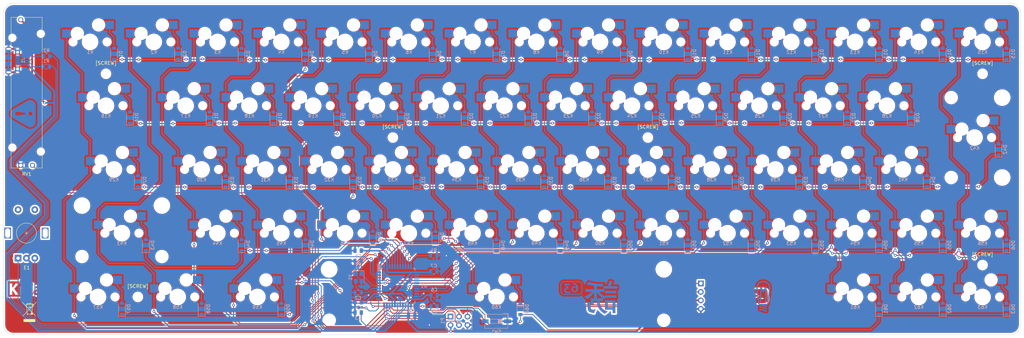
<source format=kicad_pcb>
(kicad_pcb (version 20171130) (host pcbnew "(5.1.4-0-10_14)")
  (layers (0 F.Cu signal) (31 B.Cu signal) (34 B.Paste user) (35 F.Paste user) (36 B.SilkS user) (37 F.SilkS user) (38 B.Mask user) (39 F.Mask user) (44 Edge.Cuts user))
  (net 0 "")
  (net 1 GND)
  (net 2 "Net-(C3-Pad2)")
  (net 3 VCC)
  (net 4 "Net-(D1-Pad2)")
  (net 5 "Net-(D2-Pad2)")
  (net 6 "Net-(D3-Pad2)")
  (net 7 "Net-(D4-Pad2)")
  (net 8 "Net-(D5-Pad2)")
  (net 9 "Net-(D6-Pad2)")
  (net 10 "Net-(D7-Pad2)")
  (net 11 "Net-(D8-Pad2)")
  (net 12 "Net-(D9-Pad2)")
  (net 13 "Net-(D10-Pad2)")
  (net 14 "Net-(D11-Pad2)")
  (net 15 "Net-(D12-Pad2)")
  (net 16 "Net-(D13-Pad2)")
  (net 17 "Net-(D14-Pad2)")
  (net 18 "Net-(D15-Pad2)")
  (net 19 "Net-(D16-Pad2)")
  (net 20 "Net-(D17-Pad2)")
  (net 21 "Net-(D18-Pad2)")
  (net 22 "Net-(D19-Pad2)")
  (net 23 "Net-(D20-Pad2)")
  (net 24 "Net-(D21-Pad2)")
  (net 25 "Net-(D22-Pad2)")
  (net 26 "Net-(D23-Pad2)")
  (net 27 "Net-(D24-Pad2)")
  (net 28 "Net-(D25-Pad2)")
  (net 29 "Net-(D26-Pad2)")
  (net 30 "Net-(D27-Pad2)")
  (net 31 "Net-(D28-Pad2)")
  (net 32 "Net-(D29-Pad2)")
  (net 33 "Net-(D30-Pad2)")
  (net 34 "Net-(D31-Pad2)")
  (net 35 "Net-(D32-Pad2)")
  (net 36 "Net-(D33-Pad2)")
  (net 37 "Net-(D34-Pad2)")
  (net 38 "Net-(D35-Pad2)")
  (net 39 "Net-(D36-Pad2)")
  (net 40 "Net-(D37-Pad2)")
  (net 41 "Net-(D38-Pad2)")
  (net 42 "Net-(D39-Pad2)")
  (net 43 "Net-(D40-Pad2)")
  (net 44 "Net-(D41-Pad2)")
  (net 45 "Net-(D42-Pad2)")
  (net 46 ROW3)
  (net 47 "Net-(D43-Pad2)")
  (net 48 "Net-(D44-Pad2)")
  (net 49 "Net-(D45-Pad2)")
  (net 50 "Net-(D46-Pad2)")
  (net 51 "Net-(D47-Pad2)")
  (net 52 "Net-(D48-Pad2)")
  (net 53 "Net-(D49-Pad2)")
  (net 54 "Net-(D50-Pad2)")
  (net 55 "Net-(D51-Pad2)")
  (net 56 "Net-(D52-Pad2)")
  (net 57 "Net-(D53-Pad2)")
  (net 58 "Net-(D54-Pad2)")
  (net 59 "Net-(D55-Pad2)")
  (net 60 "Net-(D56-Pad2)")
  (net 61 ROW4)
  (net 62 "Net-(D57-Pad2)")
  (net 63 "Net-(D58-Pad2)")
  (net 64 "Net-(D59-Pad2)")
  (net 65 "Net-(D60-Pad2)")
  (net 66 "Net-(D61-Pad2)")
  (net 67 "Net-(D62-Pad2)")
  (net 68 "Net-(D63-Pad2)")
  (net 69 "Net-(E1-PadS1)")
  (net 70 "Net-(E1-PadS2)")
  (net 71 S1)
  (net 72 S0)
  (net 73 "Net-(J1-Pad2)")
  (net 74 "Net-(J1-Pad4)")
  (net 75 "Net-(J1-Pad3)")
  (net 76 COL0)
  (net 77 COL1)
  (net 78 COL2)
  (net 79 COL3)
  (net 80 COL4)
  (net 81 COL5)
  (net 82 COL6)
  (net 83 COL7)
  (net 84 COL8)
  (net 85 COL9)
  (net 86 COL10)
  (net 87 COL11)
  (net 88 COL12)
  (net 89 COL13)
  (net 90 COL14)
  (net 91 SDA)
  (net 92 SCL)
  (net 93 "Net-(R1-Pad1)")
  (net 94 "Net-(R2-Pad1)")
  (net 95 "Net-(R4-Pad2)")
  (net 96 ANALOG)
  (net 97 "Net-(U1-Pad42)")
  (net 98 MISO_ROW0)
  (net 99 MOSI_ROW1)
  (net 100 SCK_ROW2)
  (net 101 RST)
  (net 102 XTAL2)
  (net 103 XTAL1)
  (module Housings_QFP:TQFP-44_10x10mm_Pitch0.8mm (layer B.Cu) (at 153.8 132.4 180)
    (fp_text reference U1 (at -7.9 0) (layer B.SilkS) (effects (justify mirror)))
    (fp_text value ATMEGA32U4)
    (pad 44 smd rect (at -5.7 -4) (size 1.5 0.55) (layers B.Cu B.Paste B.Mask) (net 3 VCC))
    (pad 43 smd rect (at -5.7 -3.2) (size 1.5 0.55) (layers B.Cu B.Paste B.Mask) (net 1 GND))
    (pad 42 smd rect (at -5.7 -2.4) (size 1.5 0.55) (layers B.Cu B.Paste B.Mask) (net 97 "Net-(U1-Pad42)"))
    (pad 41 smd rect (at -5.7 -1.6) (size 1.5 0.55) (layers B.Cu B.Paste B.Mask) (net 90 COL14))
    (pad 40 smd rect (at -5.7 -0.8) (size 1.5 0.55) (layers B.Cu B.Paste B.Mask) (net 89 COL13))
    (pad 39 smd rect (at -5.7 0) (size 1.5 0.55) (layers B.Cu B.Paste B.Mask) (net 88 COL12))
    (pad 38 smd rect (at -5.7 0.8) (size 1.5 0.55) (layers B.Cu B.Paste B.Mask) (net 96 ANALOG))
    (pad 37 smd rect (at -5.7 1.6) (size 1.5 0.55) (layers B.Cu B.Paste B.Mask) (net 87 COL11))
    (pad 36 smd rect (at -5.7 2.4) (size 1.5 0.55) (layers B.Cu B.Paste B.Mask) (net 86 COL10))
    (pad 35 smd rect (at -5.7 3.2) (size 1.5 0.55) (layers B.Cu B.Paste B.Mask) (net 1 GND))
    (pad 34 smd rect (at -5.7 4) (size 1.5 0.55) (layers B.Cu B.Paste B.Mask) (net 3 VCC))
    (pad 33 smd rect (at -4 5.7 90) (size 1.5 0.55) (layers B.Cu B.Paste B.Mask) (net 95 "Net-(R4-Pad2)"))
    (pad 32 smd rect (at -3.2 5.7 90) (size 1.5 0.55) (layers B.Cu B.Paste B.Mask) (net 85 COL9))
    (pad 31 smd rect (at -2.4 5.7 90) (size 1.5 0.55) (layers B.Cu B.Paste B.Mask) (net 84 COL8))
    (pad 30 smd rect (at -1.6 5.7 90) (size 1.5 0.55) (layers B.Cu B.Paste B.Mask) (net 83 COL7))
    (pad 29 smd rect (at -0.8 5.7 90) (size 1.5 0.55) (layers B.Cu B.Paste B.Mask) (net 82 COL6))
    (pad 28 smd rect (at 0 5.7 90) (size 1.5 0.55) (layers B.Cu B.Paste B.Mask) (net 81 COL5))
    (pad 27 smd rect (at 0.8 5.7 90) (size 1.5 0.55) (layers B.Cu B.Paste B.Mask) (net 80 COL4))
    (pad 26 smd rect (at 1.6 5.7 90) (size 1.5 0.55) (layers B.Cu B.Paste B.Mask) (net 79 COL3))
    (pad 25 smd rect (at 2.4 5.7 90) (size 1.5 0.55) (layers B.Cu B.Paste B.Mask) (net 78 COL2))
    (pad 24 smd rect (at 3.2 5.7 90) (size 1.5 0.55) (layers B.Cu B.Paste B.Mask) (net 3 VCC))
    (pad 23 smd rect (at 4 5.7 90) (size 1.5 0.55) (layers B.Cu B.Paste B.Mask) (net 1 GND))
    (pad 22 smd rect (at 5.7 4) (size 1.5 0.55) (layers B.Cu B.Paste B.Mask) (net 77 COL1))
    (pad 21 smd rect (at 5.7 3.2) (size 1.5 0.55) (layers B.Cu B.Paste B.Mask) (net 76 COL0))
    (pad 20 smd rect (at 5.7 2.4) (size 1.5 0.55) (layers B.Cu B.Paste B.Mask) (net 71 S1))
    (pad 19 smd rect (at 5.7 1.6) (size 1.5 0.55) (layers B.Cu B.Paste B.Mask) (net 91 SDA))
    (pad 18 smd rect (at 5.7 0.8) (size 1.5 0.55) (layers B.Cu B.Paste B.Mask) (net 92 SCL))
    (pad 17 smd rect (at 5.7 0) (size 1.5 0.55) (layers B.Cu B.Paste B.Mask) (net 102 XTAL2))
    (pad 16 smd rect (at 5.7 -0.8) (size 1.5 0.55) (layers B.Cu B.Paste B.Mask) (net 103 XTAL1))
    (pad 15 smd rect (at 5.7 -1.6) (size 1.5 0.55) (layers B.Cu B.Paste B.Mask) (net 1 GND))
    (pad 14 smd rect (at 5.7 -2.4) (size 1.5 0.55) (layers B.Cu B.Paste B.Mask) (net 3 VCC))
    (pad 13 smd rect (at 5.7 -3.2) (size 1.5 0.55) (layers B.Cu B.Paste B.Mask) (net 101 RST))
    (pad 12 smd rect (at 5.7 -4) (size 1.5 0.55) (layers B.Cu B.Paste B.Mask) (net 72 S0))
    (pad 11 smd rect (at 4 -5.7 90) (size 1.5 0.55) (layers B.Cu B.Paste B.Mask) (net 98 MISO_ROW0))
    (pad 10 smd rect (at 3.2 -5.7 90) (size 1.5 0.55) (layers B.Cu B.Paste B.Mask) (net 99 MOSI_ROW1))
    (pad 9 smd rect (at 2.4 -5.7 90) (size 1.5 0.55) (layers B.Cu B.Paste B.Mask) (net 100 SCK_ROW2))
    (pad 8 smd rect (at 1.6 -5.7 90) (size 1.5 0.55) (layers B.Cu B.Paste B.Mask) (net 46 ROW3))
    (pad 7 smd rect (at 0.8 -5.7 90) (size 1.5 0.55) (layers B.Cu B.Paste B.Mask) (net 3 VCC))
    (pad 6 smd rect (at 0 -5.7 90) (size 1.5 0.55) (layers B.Cu B.Paste B.Mask) (net 2 "Net-(C3-Pad2)"))
    (pad 5 smd rect (at -0.8 -5.7 90) (size 1.5 0.55) (layers B.Cu B.Paste B.Mask) (net 1 GND))
    (pad 4 smd rect (at -1.6 -5.7 90) (size 1.5 0.55) (layers B.Cu B.Paste B.Mask) (net 94 "Net-(R2-Pad1)"))
    (pad 3 smd rect (at -2.4 -5.7 90) (size 1.5 0.55) (layers B.Cu B.Paste B.Mask) (net 93 "Net-(R1-Pad1)"))
    (pad 2 smd rect (at -3.2 -5.7 90) (size 1.5 0.55) (layers B.Cu B.Paste B.Mask) (net 3 VCC))
    (pad 1 smd rect (at -4 -5.7 90) (size 1.5 0.55) (layers B.Cu B.Paste B.Mask) (net 61 ROW4))
  )
  (module Resistor_SMD:R_0805_2012Metric (layer B.Cu) (at 164.6 123.4 180)
    (fp_text reference R4 (at 0 1.65) (layer B.SilkS) (effects (justify mirror)))
    (fp_text value 10k)
    (pad 2 smd roundrect (at 0.9375 0 180) (size 0.975 1.4) (layers B.Cu B.Paste B.Mask) (net 95 "Net-(R4-Pad2)"))
    (pad 1 smd roundrect (at -0.9375 0 180) (size 0.975 1.4) (layers B.Cu B.Paste B.Mask) (net 1 GND))
  )
  (module Resistor_SMD:R_0805_2012Metric (layer B.Cu) (at 164.725 138.5)
    (fp_text reference R3 (at 0 1.65) (layer B.SilkS) (effects (justify mirror)))
    (fp_text value 10k)
    (pad 2 smd roundrect (at 0.9375 0) (size 0.975 1.4) (layers B.Cu B.Paste B.Mask) (net 3 VCC))
    (pad 1 smd roundrect (at -0.9375 0) (size 0.975 1.4) (layers B.Cu B.Paste B.Mask) (net 101 RST))
  )
  (module Resistor_SMD:R_0805_2012Metric (layer B.Cu) (at 48.9 63.8 180)
    (fp_text reference R2 (at 0 1.65) (layer B.SilkS) (effects (justify mirror)))
    (fp_text value 22)
    (pad 2 smd roundrect (at 0.9375 0 180) (size 0.975 1.4) (layers B.Cu B.Paste B.Mask) (net 75 "Net-(J1-Pad3)"))
    (pad 1 smd roundrect (at -0.9375 0 180) (size 0.975 1.4) (layers B.Cu B.Paste B.Mask) (net 94 "Net-(R2-Pad1)"))
  )
  (module Resistor_SMD:R_0805_2012Metric (layer B.Cu) (at 48.825 66.9 180)
    (fp_text reference R1 (at 0 1.65) (layer B.SilkS) (effects (justify mirror)))
    (fp_text value 22)
    (pad 2 smd roundrect (at 0.9375 0 180) (size 0.975 1.4) (layers B.Cu B.Paste B.Mask) (net 73 "Net-(J1-Pad2)"))
    (pad 1 smd roundrect (at -0.9375 0 180) (size 0.975 1.4) (layers B.Cu B.Paste B.Mask) (net 93 "Net-(R1-Pad1)"))
  )
  (module Capacitor_SMD:C_0805_2012Metric (layer B.Cu) (at 158.025 141.4 180)
    (fp_text reference C8 (at 0 1.65) (layer B.SilkS) (effects (justify mirror)))
    (fp_text value 4.7u)
    (pad 2 smd roundrect (at 0.9375 0 180) (size 0.975 1.4) (layers B.Cu B.Paste B.Mask) (net 3 VCC))
    (pad 1 smd roundrect (at -0.9375 0 180) (size 0.975 1.4) (layers B.Cu B.Paste B.Mask) (net 1 GND))
  )
  (module Capacitor_SMD:C_0805_2012Metric (layer B.Cu) (at 164.625 128.1 180)
    (fp_text reference C7 (at 0 1.65) (layer B.SilkS) (effects (justify mirror)))
    (fp_text value 100n)
    (pad 2 smd roundrect (at 0.9375 0 180) (size 0.975 1.4) (layers B.Cu B.Paste B.Mask) (net 3 VCC))
    (pad 1 smd roundrect (at -0.9375 0 180) (size 0.975 1.4) (layers B.Cu B.Paste B.Mask) (net 1 GND))
  )
  (module Capacitor_SMD:C_0805_2012Metric (layer B.Cu) (at 164.725 135.2 180)
    (fp_text reference C6 (at 0 1.65) (layer B.SilkS) (effects (justify mirror)))
    (fp_text value 100n)
    (pad 2 smd roundrect (at 0.9375 0 180) (size 0.975 1.4) (layers B.Cu B.Paste B.Mask) (net 3 VCC))
    (pad 1 smd roundrect (at -0.9375 0 180) (size 0.975 1.4) (layers B.Cu B.Paste B.Mask) (net 1 GND))
  )
  (module Capacitor_SMD:C_0805_2012Metric (layer B.Cu) (at 142.025 121.9)
    (fp_text reference C5 (at 0 1.65) (layer B.SilkS) (effects (justify mirror)))
    (fp_text value 100n)
    (pad 2 smd roundrect (at 0.9375 0) (size 0.975 1.4) (layers B.Cu B.Paste B.Mask) (net 3 VCC))
    (pad 1 smd roundrect (at -0.9375 0) (size 0.975 1.4) (layers B.Cu B.Paste B.Mask) (net 1 GND))
  )
  (module Capacitor_SMD:C_0805_2012Metric (layer B.Cu) (at 142.025 137.3)
    (fp_text reference C4 (at 0 1.65) (layer B.SilkS) (effects (justify mirror)))
    (fp_text value 100n)
    (pad 2 smd roundrect (at 0.9375 0) (size 0.975 1.4) (layers B.Cu B.Paste B.Mask) (net 3 VCC))
    (pad 1 smd roundrect (at -0.9375 0) (size 0.975 1.4) (layers B.Cu B.Paste B.Mask) (net 1 GND))
  )
  (module Capacitor_SMD:C_0805_2012Metric (layer B.Cu) (at 142.025 140.4)
    (fp_text reference C3 (at 0 1.65) (layer B.SilkS) (effects (justify mirror)))
    (fp_text value 1u)
    (pad 2 smd roundrect (at 0.9375 0) (size 0.975 1.4) (layers B.Cu B.Paste B.Mask) (net 2 "Net-(C3-Pad2)"))
    (pad 1 smd roundrect (at -0.9375 0) (size 0.975 1.4) (layers B.Cu B.Paste B.Mask) (net 1 GND))
  )
  (module Capacitor_SMD:C_0805_2012Metric (layer B.Cu) (at 142.025 134.4)
    (fp_text reference C2 (at 0 1.65) (layer B.SilkS) (effects (justify mirror)))
    (fp_text value 22p)
    (pad 2 smd roundrect (at 0.9375 0) (size 0.975 1.4) (layers B.Cu B.Paste B.Mask) (net 103 XTAL1))
    (pad 1 smd roundrect (at -0.9375 0) (size 0.975 1.4) (layers B.Cu B.Paste B.Mask) (net 1 GND))
  )
  (module Capacitor_SMD:C_0805_2012Metric (layer B.Cu) (at 142 125)
    (fp_text reference C1 (at 0 1.65) (layer B.SilkS) (effects (justify mirror)))
    (fp_text value 22p)
    (pad 2 smd roundrect (at 0.9375 0) (size 0.975 1.4) (layers B.Cu B.Paste B.Mask) (net 102 XTAL2))
    (pad 1 smd roundrect (at -0.9375 0) (size 0.975 1.4) (layers B.Cu B.Paste B.Mask) (net 1 GND))
  )
  (module Crystal:Crystal_SMD_3225-4Pin_3.2x2.5mm (layer B.Cu) (at 142.15 129.9 270)
    (fp_text reference Y1 (at 0 2.45 90) (layer B.SilkS) (effects (justify mirror)))
    (fp_text value Crystal_GND24)
    (pad 4 smd rect (at -1.1 0.85 270) (size 1.4 1.2) (layers B.Cu B.Paste B.Mask) (net 1 GND))
    (pad 3 smd rect (at 1.1 0.85 270) (size 1.4 1.2) (layers B.Cu B.Paste B.Mask) (net 103 XTAL1))
    (pad 2 smd rect (at 1.1 -0.85 270) (size 1.4 1.2) (layers B.Cu B.Paste B.Mask) (net 1 GND))
    (pad 1 smd rect (at -1.1 -0.85 270) (size 1.4 1.2) (layers B.Cu B.Paste B.Mask) (net 102 XTAL2))
  )
  (module MountingHole:MountingHole_2.2mm_M2 (layer F.Cu) (at 152.4 88.10625)
    (fp_text reference [SCREW] (at 0 -3.2) (layer F.SilkS))
    (fp_text value MountingHole_2.2mm_M2)
    (pad 1 np_thru_hole circle (at 0 0) (size 2.2 2.2) (drill 2.2) (layers *.Cu *.Mask))
  )
  (module MountingHole:MountingHole_2.2mm_M2 (layer F.Cu) (at 228.6 88.10625)
    (fp_text reference [SCREW] (at 0 -3.2) (layer F.SilkS))
    (fp_text value MountingHole_2.2mm_M2)
    (pad 1 np_thru_hole circle (at 0 0) (size 2.2 2.2) (drill 2.2) (layers *.Cu *.Mask))
  )
  (module MountingHole:MountingHole_2.2mm_M2 (layer F.Cu) (at 76.2 135.73125)
    (fp_text reference [SCREW] (at 0 -3.2) (layer F.SilkS))
    (fp_text value MountingHole_2.2mm_M2)
    (pad 1 np_thru_hole circle (at 0 0) (size 2.2 2.2) (drill 2.2) (layers *.Cu *.Mask))
  )
  (module MountingHole:MountingHole_2.2mm_M2 (layer F.Cu) (at 66.675 69.05625)
    (fp_text reference [SCREW] (at 0 -3.2) (layer F.SilkS))
    (fp_text value MountingHole_2.2mm_M2)
    (pad 1 np_thru_hole circle (at 0 0) (size 2.2 2.2) (drill 2.2) (layers *.Cu *.Mask))
  )
  (module MountingHole:MountingHole_2.2mm_M2 (layer F.Cu) (at 328.6125 126.20625)
    (fp_text reference [SCREW] (at 0 -3.2) (layer F.SilkS))
    (fp_text value MountingHole_2.2mm_M2)
    (pad 1 np_thru_hole circle (at 0 0) (size 2.2 2.2) (drill 2.2) (layers *.Cu *.Mask))
  )
  (module LOGO:monitor (layer F.Cu) (at 261.8 139.9)
    (fp_text reference G*** hide)
    (fp_text value LOGO hide)
    (fp_poly (pts (xy 0.362393 -6.500169) (xy 0.529073 -6.498262) (xy 0.657932 -6.495253) (xy 0.852859 -6.48874) (xy 1.040791 -6.480925) (xy 1.219839 -6.47196) (xy 1.388112 -6.461995) (xy 1.543721 -6.451182) (xy 1.684778 -6.439671) (xy 1.809394 -6.427613) (xy 1.915678 -6.415159) (xy 2.001742 -6.402461) (xy 2.065696 -6.389668) (xy 2.097726 -6.380212) (xy 2.215012 -6.323135) (xy 2.317619 -6.245784) (xy 2.403793 -6.149751) (xy 2.468112 -6.044133) (xy 2.485313 -6.008107) (xy 2.499315 -5.974403) (xy 2.510855 -5.939279) (xy 2.520668 -5.898992) (xy 2.52949 -5.849801) (xy 2.538057 -5.787963) (xy 2.547105 -5.709735) (xy 2.557368 -5.611376) (xy 2.561757 -5.56777) (xy 2.6 -5.1) (xy 2.619549 -4.643602) (xy 2.620374 -4.192718) (xy 2.602444 -3.74149) (xy 2.565726 -3.284061) (xy 2.548795 -3.124637) (xy 2.537046 -3.03047) (xy 2.524507 -2.948127) (xy 2.51191 -2.881839) (xy 2.499986 -2.835839) (xy 2.497784 -2.829546) (xy 2.446051 -2.723921) (xy 2.374956 -2.627005) (xy 2.288673 -2.542719) (xy 2.19138 -2.474983) (xy 2.08725 -2.427716) (xy 2.061282 -2.419736) (xy 2.023248 -2.411975) (xy 1.961438 -2.403043) (xy 1.877439 -2.393104) (xy 1.772838 -2.382323) (xy 1.649223 -2.370865) (xy 1.508182 -2.358892) (xy 1.362782 -2.347443) (xy 1.283706 -2.342196) (xy 1.193088 -2.337686) (xy 1.088881 -2.333868) (xy 0.969041 -2.330691) (xy 0.831522 -2.32811) (xy 0.67428 -2.326077) (xy 0.49527 -2.324544) (xy 0.340432 -2.32367) (xy 0.201252 -2.323112) (xy 0.067364 -2.322732) (xy -0.058671 -2.322528) (xy -0.174287 -2.322495) (xy -0.276923 -2.322631) (xy -0.364014 -2.322932) (xy -0.432998 -2.323397) (xy -0.48131 -2.324021) (xy -0.504118 -2.32467) (xy -0.679974 -2.334174) (xy -0.847633 -2.344523) (xy -1.005097 -2.355532) (xy -1.150368 -2.367013) (xy -1.281448 -2.37878) (xy -1.39634 -2.390645) (xy -1.493045 -2.402423) (xy -1.569566 -2.413926) (xy -1.623905 -2.424967) (xy -1.645167 -2.431344) (xy -1.756208 -2.484982) (xy -1.856753 -2.557341) (xy -1.942932 -2.64467) (xy -2.010874 -2.743216) (xy -2.047028 -2.820873) (xy -2.061244 -2.870817) (xy -2.075531 -2.943401) (xy -2.089667 -3.035867) (xy -2.103429 -3.145458) (xy -2.116597 -3.269415) (xy -2.128948 -3.40498) (xy -2.14026 -3.549395) (xy -2.150311 -3.699903) (xy -2.151277 -3.717262) (xy 0.17443 -3.717262) (xy 0.184761 -3.661111) (xy 0.213444 -3.61118) (xy 0.260299 -3.57311) (xy 0.264664 -3.570828) (xy 0.278137 -3.565052) (xy 0.295092 -3.560362) (xy 0.318132 -3.556648) (xy 0.349857 -3.553798) (xy 0.392873 -3.551701) (xy 0.44978 -3.550246) (xy 0.523182 -3.549321) (xy 0.615682 -3.548817) (xy 0.729881 -3.54862) (xy 0.78513 -3.548603) (xy 0.908752 -3.548679) (xy 1.009585 -3.548996) (xy 1.090241 -3.549669) (xy 1.153329 -3.550816) (xy 1.20146 -3.552554) (xy 1.237246 -3.554998) (xy 1.263296 -3.558264) (xy 1.282223 -3.562471) (xy 1.296636 -3.567733) (xy 1.304848 -3.57179) (xy 1.348793 -3.608005) (xy 1.380602 -3.658611) (xy 1.394371 -3.713849) (xy 1.394532 -3.720033) (xy 1.383205 -3.775179) (xy 1.353164 -3.826811) (xy 1.31031 -3.865169) (xy 1.304848 -3.868277) (xy 1.292057 -3.874254) (xy 1.276472 -3.879113) (xy 1.255503 -3.882968) (xy 1.226558 -3.885934) (xy 1.187047 -3.888123) (xy 1.134379 -3.889651) (xy 1.065964 -3.890632) (xy 0.979212 -3.891179) (xy 0.871531 -3.891406) (xy 0.77878 -3.891436) (xy 0.654844 -3.891363) (xy 0.553723 -3.89109) (xy 0.472833 -3.890494) (xy 0.409589 -3.889452) (xy 0.361405 -3.887841) (xy 0.325698 -3.88554) (xy 0.299882 -3.882424) (xy 0.281373 -3.878373) (xy 0.267586 -3.873262) (xy 0.255936 -3.86697) (xy 0.255323 -3.866598) (xy 0.209533 -3.825648) (xy 0.182628 -3.773988) (xy 0.17443 -3.717262) (xy -2.151277 -3.717262) (xy -2.158879 -3.853745) (xy -2.162862 -3.943342) (xy -1.099117 -3.943342) (xy -1.094643 -3.888536) (xy -1.072259 -3.837445) (xy -1.033771 -3.794661) (xy -0.980983 -3.764778) (xy -0.932336 -3.753513) (xy -0.910183 -3.756962) (xy -0.878157 -3.767682) (xy -0.875186 -3.768905) (xy -0.856114 -3.779897) (xy -0.818884 -3.80406) (xy -0.765942 -3.839711) (xy -0.699733 -3.885167) (xy -0.622703 -3.938744) (xy -0.537296 -3.99876) (xy -0.445958 -4.06353) (xy -0.413285 -4.086838) (xy -0.303382 -4.165516) (xy -0.212442 -4.231216) (xy -0.138673 -4.285601) (xy -0.080285 -4.330337) (xy -0.035484 -4.367089) (xy -0.002481 -4.39752) (xy 0.020517 -4.423295) (xy 0.0353 -4.446079) (xy 0.043662 -4.467536) (xy 0.047392 -4.489331) (xy 0.048282 -4.513129) (xy 0.048284 -4.515703) (xy 0.041298 -4.557344) (xy 0.024953 -4.596413) (xy 0.011022 -4.61005) (xy -0.020942 -4.636451) (xy -0.068273 -4.673655) (xy -0.128306 -4.719705) (xy -0.198375 -4.772641) (xy -0.275815 -4.830504) (xy -0.357961 -4.891335) (xy -0.442148 -4.953175) (xy -0.525709 -5.014064) (xy -0.60598 -5.072043) (xy -0.680295 -5.125153) (xy -0.745989 -5.171436) (xy -0.800396 -5.208932) (xy -0.840852 -5.235682) (xy -0.862059 -5.248391) (xy -0.91523 -5.263531) (xy -0.969991 -5.257601) (xy -1.020984 -5.233961) (xy -1.062852 -5.195971) (xy -1.090238 -5.146992) (xy -1.098132 -5.100288) (xy -1.097008 -5.073616) (xy -1.092287 -5.049403) (xy -1.081949 -5.02567) (xy -1.063972 -5.000435) (xy -1.036335 -4.971718) (xy -0.997016 -4.937539) (xy -0.943993 -4.895918) (xy -0.875246 -4.844874) (xy -0.788753 -4.782427) (xy -0.733071 -4.742635) (xy -0.642783 -4.678185) (xy -0.57124 -4.62681) (xy -0.516499 -4.586848) (xy -0.476617 -4.556636) (xy -0.449653 -4.534512) (xy -0.433664 -4.518813) (xy -0.426708 -4.507877) (xy -0.426841 -4.50004) (xy -0.432123 -4.493641) (xy -0.437338 -4.489508) (xy -0.455186 -4.476423) (xy -0.490631 -4.45081) (xy -0.540589 -4.414883) (xy -0.601976 -4.370858) (xy -0.671706 -4.32095) (xy -0.739068 -4.272819) (xy -0.814184 -4.218924) (xy -0.884107 -4.16825) (xy -0.945653 -4.123146) (xy -0.995635 -4.08596) (xy -1.030869 -4.05904) (xy -1.047124 -4.045728) (xy -1.083879 -3.99727) (xy -1.099117 -3.943342) (xy -2.162862 -3.943342) (xy -2.165744 -4.008163) (xy -2.170682 -4.160399) (xy -2.173472 -4.307696) (xy -2.174028 -4.399483) (xy -2.172921 -4.534695) (xy -2.169642 -4.677924) (xy -2.164405 -4.826362) (xy -2.157427 -4.977197) (xy -2.148924 -5.127621) (xy -2.139109 -5.274823) (xy -2.1282 -5.415992) (xy -2.11641 -5.54832) (xy -2.103957 -5.668996) (xy -2.091055 -5.775209) (xy -2.07792 -5.864151) (xy -2.064767 -5.93301) (xy -2.053202 -5.97518) (xy -2.002457 -6.082682) (xy -1.930927 -6.181661) (xy -1.842858 -6.267895) (xy -1.742497 -6.337164) (xy -1.643927 -6.381945) (xy -1.590794 -6.395919) (xy -1.514567 -6.409497) (xy -1.417552 -6.422564) (xy -1.302054 -6.435007) (xy -1.170378 -6.446713) (xy -1.024828 -6.457569) (xy -0.867711 -6.46746) (xy -0.70133 -6.476273) (xy -0.527991 -6.483896) (xy -0.35 -6.490213) (xy -0.169661 -6.495113) (xy 0.010721 -6.498481) (xy 0.188841 -6.500204) (xy 0.362393 -6.500169)) (layer F.Cu) (width 0.01))
  )
  (module LOGO:warning (layer B.Cu) (at 48 80.2 270)
    (fp_text reference G*** hide)
    (fp_text value LOGO hide)
    (fp_poly (pts (xy 0.972128 9.795306) (xy 1.119611 9.767514) (xy 1.177729 9.752797) (xy 1.362911 9.690197) (xy 1.539656 9.60515) (xy 1.70506 9.499625) (xy 1.856218 9.375593) (xy 1.990224 9.235025) (xy 2.04677 9.163381) (xy 2.058857 9.144658) (xy 2.082864 9.105224) (xy 2.118038 9.046383) (xy 2.163623 8.969436) (xy 2.218866 8.875686) (xy 2.283013 8.766434) (xy 2.355308 8.642982) (xy 2.434999 8.506632) (xy 2.52133 8.358686) (xy 2.613548 8.200447) (xy 2.710899 8.033216) (xy 2.812627 7.858296) (xy 2.917979 7.676987) (xy 3.0262 7.490593) (xy 3.136537 7.300415) (xy 3.248235 7.107755) (xy 3.36054 6.913916) (xy 3.472698 6.720199) (xy 3.583954 6.527906) (xy 3.693554 6.338339) (xy 3.800745 6.1528) (xy 3.904771 5.972592) (xy 4.004878 5.799016) (xy 4.100313 5.633374) (xy 4.190321 5.476968) (xy 4.274147 5.331101) (xy 4.351039 5.197073) (xy 4.42024 5.076188) (xy 4.480998 4.969747) (xy 4.532557 4.879052) (xy 4.574164 4.805406) (xy 4.605065 4.750109) (xy 4.624505 4.714465) (xy 4.629052 4.705705) (xy 4.671032 4.617164) (xy 4.704545 4.533829) (xy 4.733412 4.445258) (xy 4.759082 4.350447) (xy 4.771578 4.298624) (xy 4.780582 4.253346) (xy 4.786654 4.208603) (xy 4.790358 4.158381) (xy 4.792254 4.096669) (xy 4.792906 4.017455) (xy 4.792943 3.988131) (xy 4.792302 3.890647) (xy 4.789667 3.811803) (xy 4.784065 3.74486) (xy 4.774524 3.68308) (xy 4.760072 3.619723) (xy 4.739736 3.548051) (xy 4.720577 3.486481) (xy 4.648409 3.29981) (xy 4.555077 3.125154) (xy 4.442236 2.964183) (xy 4.311538 2.818566) (xy 4.164634 2.689973) (xy 4.003178 2.580075) (xy 3.828822 2.490539) (xy 3.678984 2.433998) (xy 3.651724 2.425122) (xy 3.627 2.416945) (xy 3.603728 2.409439) (xy 3.580826 2.402576) (xy 3.557211 2.396328) (xy 3.5318 2.390667) (xy 3.50351 2.385564) (xy 3.471259 2.380992) (xy 3.433963 2.376922) (xy 3.390539 2.373327) (xy 3.339906 2.370178) (xy 3.28098 2.367448) (xy 3.212677 2.365107) (xy 3.133917 2.363129) (xy 3.043614 2.361485) (xy 2.940688 2.360146) (xy 2.824054 2.359086) (xy 2.69263 2.358275) (xy 2.545333 2.357686) (xy 2.381081 2.357291) (xy 2.19879 2.357062) (xy 1.997378 2.35697) (xy 1.775761 2.356987) (xy 1.532858 2.357086) (xy 1.267584 2.357238) (xy 0.978858 2.357415) (xy 0.730808 2.357555) (xy 0.418768 2.357745) (xy 0.131159 2.357975) (xy -0.132987 2.358253) (xy -0.374639 2.358586) (xy -0.594765 2.358979) (xy -0.794335 2.35944) (xy -0.974316 2.359976) (xy -1.135678 2.360592) (xy -1.279389 2.361297) (xy -1.406417 2.362096) (xy -1.517732 2.362995) (xy -1.614302 2.364003) (xy -1.697095 2.365126) (xy -1.76708 2.366369) (xy -1.825226 2.36774) (xy -1.872502 2.369246) (xy -1.909876 2.370894) (xy -1.938316 2.372689) (xy -1.958791 2.374639) (xy -1.969453 2.376197) (xy -2.166842 2.424493) (xy -2.353426 2.495737) (xy -2.52873 2.589672) (xy -2.692276 2.706041) (xy -2.843585 2.844586) (xy -2.84999 2.851225) (xy -2.985219 3.009253) (xy -3.097082 3.177069) (xy -3.185424 3.354286) (xy -3.250087 3.540519) (xy -3.290916 3.73538) (xy -3.305025 3.905581) (xy 0.177308 3.905581) (xy 0.189251 3.792834) (xy 0.223924 3.685953) (xy 0.278807 3.588049) (xy 0.351381 3.502235) (xy 0.439125 3.431622) (xy 0.539518 3.379322) (xy 0.624536 3.353341) (xy 0.685949 3.341292) (xy 0.733551 3.336149) (xy 0.777886 3.337602) (xy 0.829497 3.345339) (xy 0.838633 3.347044) (xy 0.949089 3.380244) (xy 1.050813 3.434652) (xy 1.140428 3.507169) (xy 1.214559 3.594697) (xy 1.269828 3.694137) (xy 1.294516 3.765467) (xy 1.311162 3.875543) (xy 1.304543 3.986377) (xy 1.27639 4.094216) (xy 1.228434 4.195302) (xy 1.162404 4.285881) (xy 1.080032 4.362196) (xy 0.995409 4.414569) (xy 0.887113 4.455233) (xy 0.777683 4.472435) (xy 0.669778 4.467829) (xy 0.566055 4.443066) (xy 0.469171 4.399801) (xy 0.381783 4.339688) (xy 0.306549 4.264378) (xy 0.246126 4.175526) (xy 0.203172 4.074785) (xy 0.180343 3.963808) (xy 0.177308 3.905581) (xy -3.305025 3.905581) (xy -3.307753 3.938484) (xy -3.308227 3.981781) (xy -3.300252 4.157312) (xy -3.275629 4.321447) (xy -3.23267 4.482184) (xy -3.169686 4.647517) (xy -3.165662 4.656778) (xy -3.156671 4.673842) (xy -3.135698 4.711591) (xy -3.103487 4.768731) (xy -3.060785 4.843968) (xy -3.008339 4.936008) (xy -2.946895 5.043556) (xy -2.8772 5.165318) (xy -2.8 5.3) (xy -2.716043 5.446308) (xy -2.626074 5.602947) (xy -2.530839 5.768624) (xy -2.431087 5.942043) (xy -2.327562 6.121911) (xy -2.221012 6.306934) (xy -2.112183 6.495817) (xy -2.001821 6.687266) (xy -1.890674 6.879987) (xy -1.779487 7.072686) (xy -1.669008 7.264068) (xy -1.559982 7.452839) (xy -1.453157 7.637706) (xy -1.349278 7.817373) (xy -1.29759 7.906718) (xy 0.209266 7.906718) (xy 0.210926 7.85683) (xy 0.215052 7.797052) (xy 0.221769 7.725801) (xy 0.231198 7.641494) (xy 0.243464 7.542547) (xy 0.258691 7.427378) (xy 0.277001 7.294403) (xy 0.298518 7.142039) (xy 0.323365 6.968704) (xy 0.351666 6.772814) (xy 0.371332 6.637058) (xy 0.3956 6.470519) (xy 0.419148 6.310717) (xy 0.441686 6.159503) (xy 0.462928 6.018728) (xy 0.482585 5.890244) (xy 0.50037 5.775901) (xy 0.515995 5.677551) (xy 0.529173 5.597044) (xy 0.539615 5.536232) (xy 0.547034 5.496965) (xy 0.551007 5.481328) (xy 0.587556 5.431851) (xy 0.641712 5.394652) (xy 0.659824 5.386192) (xy 0.71457 5.369443) (xy 0.769636 5.369528) (xy 0.813771 5.379104) (xy 0.858212 5.401354) (xy 0.901804 5.439236) (xy 0.937124 5.484769) (xy 0.956751 5.529976) (xy 0.957467 5.533599) (xy 0.96028 5.551893) (xy 0.966376 5.593126) (xy 0.975438 5.655092) (xy 0.987149 5.735586) (xy 1.001191 5.832402) (xy 1.017247 5.943335) (xy 1.035001 6.066181) (xy 1.054133 6.198732) (xy 1.074329 6.338786) (xy 1.095269 6.484135) (xy 1.116637 6.632575) (xy 1.138116 6.781901) (xy 1.159388 6.929906) (xy 1.180136 7.074387) (xy 1.200043 7.213138) (xy 1.218792 7.343953) (xy 1.236065 7.464627) (xy 1.251545 7.572956) (xy 1.264915 7.666732) (xy 1.275858 7.743753) (xy 1.284056 7.801811) (xy 1.289192 7.838702) (xy 1.290672 7.849761) (xy 1.289935 7.928547) (xy 1.27105 8.015387) (xy 1.236616 8.103686) (xy 1.189235 8.186848) (xy 1.131507 8.258278) (xy 1.128346 8.261473) (xy 1.039812 8.333481) (xy 0.942649 8.383526) (xy 0.840009 8.412148) (xy 0.735043 8.419889) (xy 0.630904 8.407288) (xy 0.530743 8.374885) (xy 0.437711 8.323221) (xy 0.35496 8.252836) (xy 0.285642 8.16427) (xy 0.256338 8.111992) (xy 0.244189 8.087008) (xy 0.233642 8.063215) (xy 0.224822 8.039031) (xy 0.21785 8.012873) (xy 0.212852 7.983156) (xy 0.209949 7.948299) (xy 0.209266 7.906718) (xy -1.29759 7.906718) (xy -1.249093 7.990546) (xy -1.153348 8.155932) (xy -1.062789 8.312236) (xy -0.978163 8.458163) (xy -0.900216 8.59242) (xy -0.829695 8.713713) (xy -0.767347 8.820747) (xy -0.713918 8.912227) (xy -0.670154 8.986861) (xy -0.636803 9.043352) (xy -0.61461 9.080408) (xy -0.606475 9.093531) (xy -0.557961 9.160426) (xy -0.494166 9.236201) (xy -0.420646 9.315212) (xy -0.342957 9.391812) (xy -0.266656 9.460357) (xy -0.197298 9.515203) (xy -0.178753 9.528089) (xy -0.003259 9.631766) (xy 0.176613 9.710905) (xy 0.363233 9.766288) (xy 0.558972 9.798697) (xy 0.665797 9.806761) (xy 0.824487 9.808006) (xy 0.972128 9.795306)) (layer B.Cu) (width 0.01))
  )
  (module LOGO:brand (layer B.Cu) (at 214.2 142.9 180)
    (fp_text reference G*** hide)
    (fp_text value LOGO hide)
    (fp_poly (pts (xy -1.563968 6.245801) (xy -1.563004 6.231649) (xy -1.564512 6.196885) (xy -1.568186 6.146147) (xy -1.57372 6.084071) (xy -1.576458 6.0564) (xy -1.580378 6.003546) (xy -1.583884 5.927808) (xy -1.586977 5.831701) (xy -1.589657 5.717739) (xy -1.591923 5.588435) (xy -1.593777 5.446302) (xy -1.595219 5.293856) (xy -1.596248 5.133608) (xy -1.596866 4.968073) (xy -1.597072 4.799764) (xy -1.596867 4.631196) (xy -1.596251 4.464881) (xy -1.595225 4.303334) (xy -1.593789 4.149069) (xy -1.591943 4.004598) (xy -1.589688 3.872436) (xy -1.587023 3.755096) (xy -1.583949 3.655092) (xy -1.580467 3.574937) (xy -1.576577 3.517146) (xy -1.576135 3.51238) (xy -1.569855 3.443739) (xy -1.565027 3.384508) (xy -1.561961 3.339055) (xy -1.560965 3.311749) (xy -1.56154 3.305827) (xy -1.575076 3.305374) (xy -1.609974 3.306931) (xy -1.662296 3.310245) (xy -1.728107 3.315064) (xy -1.803469 3.321137) (xy -1.812737 3.321918) (xy -1.872547 3.32645) (xy -1.939642 3.330443) (xy -2.016053 3.333947) (xy -2.103815 3.337007) (xy -2.204959 3.339671) (xy -2.321518 3.341986) (xy -2.455526 3.344) (xy -2.609015 3.345758) (xy -2.784017 3.347309) (xy -2.964025 3.348581) (xy -3.8689 3.354369) (xy -3.868785 3.00086) (xy -3.867472 2.832978) (xy -3.863658 2.689467) (xy -3.857354 2.570638) (xy -3.849397 2.483647) (xy -3.842601 2.422117) (xy -3.837723 2.370267) (xy -3.83516 2.332988) (xy -3.83531 2.315174) (xy -3.835639 2.314428) (xy -3.849598 2.313823) (xy -3.883854 2.31609) (xy -3.933515 2.320811) (xy -3.993692 2.327568) (xy -4.004765 2.328907) (xy -4.121629 2.341174) (xy -4.225949 2.3471) (xy -4.327477 2.346704) (xy -4.435968 2.340005) (xy -4.53565 2.329971) (xy -4.598116 2.322979) (xy -4.651508 2.317139) (xy -4.690732 2.312999) (xy -4.71069 2.311107) (xy -4.711807 2.311048) (xy -4.715282 2.322893) (xy -4.717028 2.355699) (xy -4.716984 2.405082) (xy -4.71509 2.466656) (xy -4.714223 2.485425) (xy -4.709835 2.565282) (xy -4.704409 2.651012) (xy -4.698656 2.73194) (xy -4.693652 2.7934) (xy -4.692057 2.823916) (xy -4.690524 2.878023) (xy -4.689066 2.953913) (xy -4.687697 3.049776) (xy -4.686432 3.163804) (xy -4.685285 3.294189) (xy -4.684268 3.439122) (xy -4.683397 3.596793) (xy -4.682685 3.765395) (xy -4.682146 3.943118) (xy -4.681795 4.128154) (xy -4.681644 4.318694) (xy -4.68164 4.34915) (xy -4.681668 4.57642) (xy -4.681792 4.779896) (xy -4.682034 4.961184) (xy -4.682414 5.121892) (xy -4.682952 5.263626) (xy -4.683669 5.387991) (xy -4.684584 5.496595) (xy -4.684912 5.5239) (xy -3.8689 5.5239) (xy -3.8689 4.0761) (xy -3.229413 4.0761) (xy -3.101438 4.076262) (xy -2.97888 4.076724) (xy -2.86454 4.077456) (xy -2.76122 4.078426) (xy -2.671722 4.079601) (xy -2.598848 4.08095) (xy -2.5454 4.08244) (xy -2.514179 4.084041) (xy -2.511863 4.08426) (xy -2.4338 4.092419) (xy -2.4338 5.5239) (xy -3.8689 5.5239) (xy -4.684912 5.5239) (xy -4.685719 5.591044) (xy -4.687094 5.672944) (xy -4.688728 5.743902) (xy -4.690643 5.805523) (xy -4.692859 5.859415) (xy -4.695397 5.907184) (xy -4.698276 5.950436) (xy -4.701517 5.990777) (xy -4.702647 6.003474) (xy -4.708928 6.077577) (xy -4.713586 6.14277) (xy -4.716395 6.194917) (xy -4.717131 6.229885) (xy -4.715685 6.24345) (xy -4.701309 6.244794) (xy -4.665127 6.244331) (xy -4.610657 6.242218) (xy -4.541417 6.238612) (xy -4.460924 6.233671) (xy -4.393042 6.229023) (xy -4.236012 6.219543) (xy -4.057429 6.211812) (xy -3.861078 6.20582) (xy -3.650744 6.201555) (xy -3.430213 6.199004) (xy -3.203271 6.198157) (xy -2.973702 6.199001) (xy -2.745293 6.201525) (xy -2.521829 6.205717) (xy -2.307095 6.211565) (xy -2.104877 6.219059) (xy -1.91896 6.228185) (xy -1.778058 6.237111) (xy -1.708132 6.24172) (xy -1.647466 6.244995) (xy -1.600408 6.246758) (xy -1.571309 6.246833) (xy -1.563968 6.245801)) (layer B.Cu) (width 0.01))
    (fp_poly (pts (xy -1.588779 9.026302) (xy -1.588398 9.026131) (xy -1.587414 9.012078) (xy -1.588858 8.978015) (xy -1.592419 8.929183) (xy -1.597304 8.875657) (xy -1.607929 8.760335) (xy -1.614642 8.665222) (xy -1.617486 8.585434) (xy -1.616504 8.51609) (xy -1.611737 8.452307) (xy -1.603227 8.389204) (xy -1.601605 8.37934) (xy -1.593238 8.3257) (xy -1.58764 8.282084) (xy -1.58546 8.25408) (xy -1.586256 8.246811) (xy -1.600015 8.246059) (xy -1.63566 8.247019) (xy -1.689748 8.249518) (xy -1.758836 8.25338) (xy -1.83948 8.258429) (xy -1.91456 8.263524) (xy -2.000148 8.268468) (xy -2.106557 8.272866) (xy -2.231223 8.276719) (xy -2.371581 8.280026) (xy -2.525069 8.282787) (xy -2.689121 8.285002) (xy -2.861174 8.28667) (xy -3.038665 8.287791) (xy -3.219028 8.288365) (xy -3.399701 8.288391) (xy -3.578118 8.28787) (xy -3.751717 8.286801) (xy -3.917934 8.285183) (xy -4.074203 8.283017) (xy -4.217962 8.280302) (xy -4.346646 8.277038) (xy -4.457691 8.273224) (xy -4.548534 8.268861) (xy -4.616611 8.263947) (xy -4.617988 8.263818) (xy -4.712082 8.25471) (xy -4.783761 8.247891) (xy -4.835959 8.244081) (xy -4.871611 8.243999) (xy -4.893654 8.248364) (xy -4.905021 8.257894) (xy -4.908648 8.273307) (xy -4.907472 8.295324) (xy -4.904426 8.324662) (xy -4.903675 8.333775) (xy -4.897844 8.396182) (xy -4.889706 8.46352) (xy -4.8829 8.509455) (xy -4.876653 8.56179) (xy -4.87472 8.612156) (xy -4.876714 8.642805) (xy -4.882379 8.685109) (xy -4.8883 8.739499) (xy -4.894069 8.800703) (xy -4.899281 8.863449) (xy -4.903527 8.922467) (xy -4.906401 8.972483) (xy -4.907496 9.008228) (xy -4.906405 9.024429) (xy -4.906198 9.024736) (xy -4.892176 9.025704) (xy -4.856329 9.024837) (xy -4.802152 9.022316) (xy -4.733142 9.018321) (xy -4.652794 9.013033) (xy -4.584165 9.008103) (xy -4.489486 9.002332) (xy -4.372369 8.997291) (xy -4.235765 8.992981) (xy -4.082625 8.989401) (xy -3.9159 8.986552) (xy -3.738541 8.984433) (xy -3.5535 8.983044) (xy -3.363727 8.982386) (xy -3.172174 8.982458) (xy -2.981793 8.98326) (xy -2.795533 8.984793) (xy -2.616347 8.987055) (xy -2.447185 8.990048) (xy -2.291 8.993771) (xy -2.150741 8.998224) (xy -2.029359 9.003408) (xy -1.947158 9.008124) (xy -1.855162 9.014036) (xy -1.771702 9.019014) (xy -1.700055 9.022894) (xy -1.643499 9.025512) (xy -1.605315 9.026703) (xy -1.588779 9.026302)) (layer B.Cu) (width 0.01))
    (fp_poly (pts (xy -3.036872 12.036693) (xy -3.0292 12.022498) (xy -3.01295 11.987634) (xy -2.989159 11.934548) (xy -2.958865 11.865689) (xy -2.923105 11.783503) (xy -2.882918 11.690438) (xy -2.83934 11.588942) (xy -2.793409 11.481462) (xy -2.746162 11.370445) (xy -2.698638 11.25834) (xy -2.651874 11.147592) (xy -2.606908 11.040651) (xy -2.564776 10.939962) (xy -2.526518 10.847975) (xy -2.493169 10.767135) (xy -2.465768 10.699892) (xy -2.445352 10.648691) (xy -2.43296 10.615981) (xy -2.429589 10.604231) (xy -2.445023 10.598778) (xy -2.481061 10.589611) (xy -2.533345 10.577732) (xy -2.597521 10.564141) (xy -2.6497 10.55365) (xy -2.716709 10.539946) (xy -2.795135 10.523057) (xy -2.880772 10.503976) (xy -2.969416 10.483696) (xy -3.056861 10.46321) (xy -3.138904 10.443509) (xy -3.211338 10.425586) (xy -3.269959 10.410434) (xy -3.310562 10.399044) (xy -3.324828 10.394313) (xy -3.345136 10.395977) (xy -3.352614 10.409307) (xy -3.357305 10.431167) (xy -3.3646 10.471643) (xy -3.373362 10.524228) (xy -3.379558 10.56346) (xy -3.392584 10.632159) (xy -3.411563 10.712871) (xy -3.433576 10.793808) (xy -3.448755 10.84286) (xy -3.475383 10.918392) (xy -3.510902 11.011518) (xy -3.553097 11.116988) (xy -3.599752 11.229552) (xy -3.648649 11.343961) (xy -3.697572 11.454966) (xy -3.744305 11.557318) (xy -3.786632 11.645768) (xy -3.794199 11.66098) (xy -3.821965 11.716845) (xy -3.845054 11.764197) (xy -3.861338 11.798606) (xy -3.868689 11.81564) (xy -3.8689 11.816555) (xy -3.85801 11.821493) (xy -3.837373 11.8231) (xy -3.811219 11.826506) (xy -3.764852 11.835999) (xy -3.702424 11.8505) (xy -3.628088 11.868924) (xy -3.545996 11.890191) (xy -3.460303 11.913219) (xy -3.375161 11.936924) (xy -3.294723 11.960226) (xy -3.223141 11.982041) (xy -3.204077 11.988114) (xy -3.144055 12.007098) (xy -3.093361 12.022424) (xy -3.056528 12.032776) (xy -3.038094 12.036834) (xy -3.036872 12.036693)) (layer B.Cu) (width 0.01))
    (fp_poly (pts (xy -5.24685 10.421078) (xy -5.203514 10.415418) (xy -5.159444 10.410319) (xy -5.113167 10.405753) (xy -5.06321 10.401692) (xy -5.008099 10.398106) (xy -4.94636 10.394967) (xy -4.876521 10.392246) (xy -4.797107 10.389915) (xy -4.706646 10.387946) (xy -4.603663 10.386309) (xy -4.486685 10.384976) (xy -4.354239 10.383918) (xy -4.204851 10.383107) (xy -4.037048 10.382515) (xy -3.849356 10.382112) (xy -3.640302 10.38187) (xy -3.408412 10.38176) (xy -3.2212 10.381747) (xy -2.98113 10.381791) (xy -2.764957 10.381906) (xy -2.571179 10.382109) (xy -2.398295 10.382419) (xy -2.244801 10.382852) (xy -2.109195 10.383428) (xy -1.989976 10.384163) (xy -1.88564 10.385076) (xy -1.794686 10.386185) (xy -1.715611 10.387507) (xy -1.646913 10.389061) (xy -1.587089 10.390864) (xy -1.534638 10.392934) (xy -1.488057 10.395288) (xy -1.445843 10.397946) (xy -1.406494 10.400924) (xy -1.37416 10.403723) (xy -1.298944 10.410324) (xy -1.232878 10.415658) (xy -1.179938 10.419443) (xy -1.144102 10.421396) (xy -1.129346 10.421234) (xy -1.129222 10.421155) (xy -1.128801 10.407664) (xy -1.130575 10.373658) (xy -1.134148 10.32389) (xy -1.139127 10.263112) (xy -1.145117 10.196078) (xy -1.151722 10.12754) (xy -1.15855 10.062252) (xy -1.160377 10.045829) (xy -1.161198 9.998619) (xy -1.1559 9.944637) (xy -1.151829 9.922745) (xy -1.14384 9.878443) (xy -1.135784 9.819578) (xy -1.129088 9.756943) (xy -1.1276 9.739559) (xy -1.11829 9.623035) (xy -1.19502 9.630495) (xy -1.25779 9.636411) (xy -1.319031 9.641721) (xy -1.380397 9.646455) (xy -1.443546 9.650647) (xy -1.510132 9.654329) (xy -1.581813 9.657533) (xy -1.660242 9.660291) (xy -1.747077 9.662636) (xy -1.843973 9.664599) (xy -1.952586 9.666213) (xy -2.074572 9.66751) (xy -2.211586 9.668523) (xy -2.365285 9.669284) (xy -2.537324 9.669824) (xy -2.729358 9.670177) (xy -2.943045 9.670374) (xy -3.180039 9.670448) (xy -3.2466 9.67045) (xy -3.480966 9.670418) (xy -3.691501 9.670309) (xy -3.879776 9.670102) (xy -4.047363 9.669779) (xy -4.19583 9.66932) (xy -4.326748 9.668706) (xy -4.441687 9.667916) (xy -4.542217 9.666932) (xy -4.629909 9.665734) (xy -4.706332 9.664302) (xy -4.773057 9.662618) (xy -4.831654 9.66066) (xy -4.883693 9.65841) (xy -4.930745 9.655849) (xy -4.974379 9.652956) (xy -5.016165 9.649713) (xy -5.033722 9.648225) (xy -5.112276 9.641481) (xy -5.18244 9.635559) (xy -5.240192 9.630792) (xy -5.281508 9.627511) (xy -5.302366 9.626046) (xy -5.303747 9.626) (xy -5.310952 9.637591) (xy -5.308755 9.671459) (xy -5.307326 9.679975) (xy -5.304748 9.706938) (xy -5.302429 9.755338) (xy -5.300464 9.821213) (xy -5.298949 9.900602) (xy -5.29798 9.989542) (xy -5.29765 10.080992) (xy -5.29765 10.428034) (xy -5.24685 10.421078)) (layer B.Cu) (width 0.01))
    (fp_poly (pts (xy 8.731309 11.905642) (xy 8.988268 11.905609) (xy 9.222127 11.905539) (xy 9.434037 11.905422) (xy 9.625147 11.905245) (xy 9.796607 11.904998) (xy 9.949568 11.904668) (xy 10.085179 11.904245) (xy 10.204591 11.903715) (xy 10.308954 11.903069) (xy 10.399417 11.902295) (xy 10.477132 11.90138) (xy 10.543247 11.900314) (xy 10.598914 11.899084) (xy 10.645281 11.89768) (xy 10.6835 11.89609) (xy 10.71472 11.894302) (xy 10.740091 11.892305) (xy 10.760764 11.890087) (xy 10.777889 11.887637) (xy 10.792615 11.884943) (xy 10.80595 11.882027) (xy 10.977013 11.829775) (xy 11.135178 11.756237) (xy 11.27905 11.66274) (xy 11.407234 11.550609) (xy 11.518335 11.42117) (xy 11.610958 11.275751) (xy 11.683707 11.115677) (xy 11.716244 11.01665) (xy 11.72152 10.99786) (xy 11.72612 10.97976) (xy 11.730099 10.96054) (xy 11.733509 10.938387) (xy 11.736404 10.911493) (xy 11.738838 10.878045) (xy 11.740864 10.836233) (xy 11.742536 10.784247) (xy 11.743907 10.720275) (xy 11.745032 10.642508) (xy 11.745963 10.549133) (xy 11.746755 10.43834) (xy 11.74746 10.308319) (xy 11.748133 10.157258) (xy 11.748827 9.983347) (xy 11.749128 9.9054) (xy 11.749801 9.68204) (xy 11.749999 9.484) (xy 11.749721 9.311205) (xy 11.748966 9.163579) (xy 11.747733 9.041048) (xy 11.746022 8.943536) (xy 11.743832 8.870968) (xy 11.741162 8.823269) (xy 11.739376 8.80685) (xy 11.717882 8.707162) (xy 11.683975 8.597985) (xy 11.64135 8.489474) (xy 11.5937 8.391781) (xy 11.579122 8.366341) (xy 11.523915 8.285926) (xy 11.453471 8.201042) (xy 11.374623 8.118906) (xy 11.294209 8.046738) (xy 11.232948 8.000767) (xy 11.11775 7.933072) (xy 10.988252 7.87344) (xy 10.874945 7.832872) (xy 10.78055 7.803669) (xy 8.4755 7.801634) (xy 8.176133 7.801407) (xy 7.901262 7.80128) (xy 7.64998 7.801258) (xy 7.421383 7.801347) (xy 7.214565 7.801551) (xy 7.028621 7.801876) (xy 6.862646 7.802327) (xy 6.715736 7.802909) (xy 6.586985 7.803627) (xy 6.475487 7.804487) (xy 6.380339 7.805493) (xy 6.300634 7.806651) (xy 6.235468 7.807966) (xy 6.183935 7.809443) (xy 6.145131 7.811088) (xy 6.11815 7.812905) (xy 6.102087 7.814899) (xy 6.1006 7.815206) (xy 5.929169 7.865798) (xy 5.771067 7.937206) (xy 5.627598 8.02796) (xy 5.500064 8.136589) (xy 5.38977 8.261624) (xy 5.29802 8.401595) (xy 5.226117 8.55503) (xy 5.175365 8.72046) (xy 5.147697 8.889767) (xy 5.144418 8.938701) (xy 5.141762 9.011637) (xy 5.139728 9.108778) (xy 5.138314 9.230321) (xy 5.137519 9.376469) (xy 5.137518 9.378354) (xy 5.390813 9.378354) (xy 5.391023 9.249946) (xy 5.391781 9.139646) (xy 5.393215 9.04563) (xy 5.39545 8.966076) (xy 5.398612 8.899161) (xy 5.402828 8.843061) (xy 5.408225 8.795954) (xy 5.414928 8.756017) (xy 5.423064 8.721426) (xy 5.432759 8.690358) (xy 5.44414 8.660991) (xy 5.457333 8.631501) (xy 5.472464 8.600066) (xy 5.483142 8.57825) (xy 5.561094 8.443825) (xy 5.654905 8.328516) (xy 5.766494 8.230358) (xy 5.897783 8.147386) (xy 5.911066 8.14037) (xy 5.972591 8.11194) (xy 6.042071 8.085206) (xy 6.105133 8.065667) (xy 6.108865 8.064728) (xy 6.121809 8.061672) (xy 6.135533 8.058883) (xy 6.151181 8.056348) (xy 6.169902 8.054058) (xy 6.192842 8.052002) (xy 6.221148 8.050168) (xy 6.255966 8.048547) (xy 6.298443 8.047127) (xy 6.349725 8.045897) (xy 6.41096 8.044848) (xy 6.483293 8.043967) (xy 6.567872 8.043244) (xy 6.665844 8.042669) (xy 6.778354 8.042231) (xy 6.906549 8.041918) (xy 7.051577 8.041721) (xy 7.214583 8.041628) (xy 7.396715 8.041628) (xy 7.599119 8.041711) (xy 7.822941 8.041867) (xy 8.069329 8.042083) (xy 8.339429 8.04235) (xy 8.4755 8.042491) (xy 10.74245 8.04485) (xy 10.83135 8.0745) (xy 10.979071 8.136495) (xy 11.112415 8.218393) (xy 11.22977 8.318519) (xy 11.329523 8.435199) (xy 11.410064 8.566757) (xy 11.469779 8.711518) (xy 11.4813 8.7497) (xy 11.485526 8.766091) (xy 11.489206 8.784275) (xy 11.492379 8.806025) (xy 11.495081 8.833115) (xy 11.49735 8.867318) (xy 11.499223 8.910408) (xy 11.500738 8.964158) (xy 11.501932 9.030342) (xy 11.502842 9.110734) (xy 11.503506 9.207106) (xy 11.503961 9.321232) (xy 11.504245 9.454886) (xy 11.504394 9.609841) (xy 11.504447 9.787871) (xy 11.50445 9.84825) (xy 11.504472 10.039132) (xy 11.504449 10.20645) (xy 11.504245 10.352043) (xy 11.503725 10.477746) (xy 11.502754 10.585396) (xy 11.501196 10.676831) (xy 11.498915 10.753887) (xy 11.495777 10.818401) (xy 11.491647 10.87221) (xy 11.486388 10.917151) (xy 11.479865 10.95506) (xy 11.471944 10.987775) (xy 11.462488 11.017132) (xy 11.451363 11.044968) (xy 11.438432 11.073119) (xy 11.423562 11.103424) (xy 11.409932 11.13095) (xy 11.331942 11.261425) (xy 11.2345 11.377247) (xy 11.12027 11.476262) (xy 10.991913 11.556314) (xy 10.852093 11.615246) (xy 10.789285 11.633513) (xy 10.776605 11.636596) (xy 10.763279 11.639412) (xy 10.748166 11.641969) (xy 10.730122 11.644279) (xy 10.708004 11.646352) (xy 10.68067 11.648198) (xy 10.646977 11.649827) (xy 10.605783 11.65125) (xy 10.555944 11.652477) (xy 10.496318 11.653519) (xy 10.425762 11.654385) (xy 10.343133 11.655087) (xy 10.247289 11.655633) (xy 10.137087 11.656036) (xy 10.011384 11.656305) (xy 9.869037 11.656451) (xy 9.708903 11.656483) (xy 9.529841 11.656412) (xy 9.330706 11.656249) (xy 9.110357 11.656004) (xy 8.86765 11.655687) (xy 8.601444 11.655309) (xy 8.411592 11.65503) (xy 6.13235 11.65165) (xy 6.049885 11.621758) (xy 5.899448 11.554683) (xy 5.765855 11.46896) (xy 5.649886 11.365368) (xy 5.552321 11.244688) (xy 5.47394 11.107698) (xy 5.431408 11.00395) (xy 5.39575 10.90235) (xy 5.392211 9.890456) (xy 5.391533 9.696786) (xy 5.391025 9.526693) (xy 5.390813 9.378354) (xy 5.137518 9.378354) (xy 5.137339 9.547421) (xy 5.137775 9.743377) (xy 5.13874 9.94985) (xy 5.139793 10.126928) (xy 5.140839 10.280504) (xy 5.14193 10.412477) (xy 5.143118 10.524743) (xy 5.144453 10.619202) (xy 5.145987 10.697751) (xy 5.147773 10.762289) (xy 5.14986 10.814713) (xy 5.152302 10.856922) (xy 5.155149 10.890814) (xy 5.158453 10.918286) (xy 5.162265 10.941237) (xy 5.166152 10.9595) (xy 5.218632 11.131449) (xy 5.291992 11.289808) (xy 5.384967 11.43332) (xy 5.496291 11.56073) (xy 5.624697 11.670781) (xy 5.768919 11.762217) (xy 5.927691 11.833782) (xy 6.097626 11.883748) (xy 6.1112 11.886488) (xy 6.127015 11.888991) (xy 6.146212 11.891267) (xy 6.169936 11.893328) (xy 6.199329 11.895183) (xy 6.235535 11.896844) (xy 6.279695 11.898321) (xy 6.332953 11.899624) (xy 6.396452 11.900766) (xy 6.471334 11.901755) (xy 6.558743 11.902603) (xy 6.659821 11.90332) (xy 6.775711 11.903917) (xy 6.907557 11.904405) (xy 7.056501 11.904794) (xy 7.223686 11.905095) (xy 7.410254 11.905318) (xy 7.617349 11.905475) (xy 7.846114 11.905575) (xy 8.097692 11.90563) (xy 8.373225 11.90565) (xy 8.4501 11.90565) (xy 8.731309 11.905642)) (layer B.Cu) (width 0.01))
    (fp_poly (pts (xy 9.863625 11.086487) (xy 10.001411 11.086406) (xy 10.117578 11.086196) (xy 10.214016 11.085796) (xy 10.292617 11.085144) (xy 10.35527 11.08418) (xy 10.403866 11.082842) (xy 10.440295 11.081069) (xy 10.466448 11.078799) (xy 10.484215 11.075973) (xy 10.495487 11.072527) (xy 10.502155 11.068401) (xy 10.506108 11.063534) (xy 10.50787 11.060409) (xy 10.509716 11.052429) (xy 10.507643 11.040228) (xy 10.500591 11.022048) (xy 10.487504 10.996133) (xy 10.467324 10.960726) (xy 10.438996 10.914069) (xy 10.401461 10.854405) (xy 10.353662 10.779976) (xy 10.294542 10.689025) (xy 10.223044 10.579796) (xy 10.171766 10.501713) (xy 10.103317 10.397484) (xy 10.039293 10.299822) (xy 9.981016 10.210756) (xy 9.929805 10.13231) (xy 9.886982 10.066513) (xy 9.853869 10.015392) (xy 9.831785 9.980973) (xy 9.822052 9.965283) (xy 9.8217 9.964541) (xy 9.833404 9.961647) (xy 9.864627 9.957863) (xy 9.909537 9.95385) (xy 9.929003 9.952401) (xy 10.063789 9.93138) (xy 10.185891 9.889213) (xy 10.294014 9.82746) (xy 10.386862 9.747676) (xy 10.463143 9.651421) (xy 10.521559 9.540252) (xy 10.560819 9.415726) (xy 10.579625 9.279402) (xy 10.579491 9.169695) (xy 10.569272 9.058676) (xy 10.551287 8.963585) (xy 10.523372 8.875572) (xy 10.487498 8.79415) (xy 10.414901 8.672002) (xy 10.324835 8.566758) (xy 10.215799 8.476986) (xy 10.086297 8.401248) (xy 10.067997 8.392413) (xy 9.991495 8.358599) (xy 9.91967 8.332656) (xy 9.847109 8.313559) (xy 9.768399 8.300286) (xy 9.678127 8.291811) (xy 9.570878 8.287112) (xy 9.5042 8.285787) (xy 9.424848 8.285004) (xy 9.351973 8.28489) (xy 9.290255 8.285405) (xy 9.244373 8.286508) (xy 9.219007 8.28816) (xy 9.21845 8.288242) (xy 9.134589 8.30297) (xy 9.051726 8.320615) (xy 8.973587 8.340063) (xy 8.903898 8.360199) (xy 8.846386 8.379906) (xy 8.804776 8.39807) (xy 8.782795 8.413574) (xy 8.7803 8.419405) (xy 8.784853 8.44921) (xy 8.797028 8.492318) (xy 8.814599 8.543256) (xy 8.835339 8.596556) (xy 8.857024 8.646747) (xy 8.877426 8.688357) (xy 8.894319 8.715918) (xy 8.904338 8.724212) (xy 8.920073 8.720344) (xy 8.953174 8.710196) (xy 8.997012 8.695818) (xy 9.005201 8.69305) (xy 9.137472 8.657116) (xy 9.282463 8.633304) (xy 9.431834 8.622223) (xy 9.577246 8.624488) (xy 9.710361 8.640707) (xy 9.712761 8.641163) (xy 9.837051 8.675977) (xy 9.944078 8.728877) (xy 10.032909 8.798666) (xy 10.102608 8.884149) (xy 10.152241 8.984127) (xy 10.180874 9.097406) (xy 10.187572 9.222788) (xy 10.186314 9.247482) (xy 10.168332 9.355035) (xy 10.129737 9.447754) (xy 10.07056 9.525603) (xy 9.990831 9.588552) (xy 9.890578 9.636565) (xy 9.8217 9.657904) (xy 9.781808 9.666629) (xy 9.738926 9.67219) (xy 9.68737 9.674897) (xy 9.621458 9.675063) (xy 9.5423 9.673208) (xy 9.47233 9.670587) (xy 9.409888 9.667354) (xy 9.360066 9.663842) (xy 9.327955 9.660381) (xy 9.32005 9.658746) (xy 9.294528 9.659621) (xy 9.278132 9.677112) (xy 9.275183 9.684718) (xy 9.275386 9.69525) (xy 9.279812 9.710576) (xy 9.289528 9.732564) (xy 9.305605 9.763082) (xy 9.32911 9.803997) (xy 9.361114 9.857177) (xy 9.402684 9.92449) (xy 9.454891 10.007804) (xy 9.518802 10.108987) (xy 9.585537 10.214232) (xy 9.90946 10.72455) (xy 9.410018 10.72787) (xy 8.910576 10.731189) (xy 8.902728 10.77867) (xy 8.896483 10.841832) (xy 8.895202 10.917447) (xy 8.898887 10.993055) (xy 8.902676 11.027578) (xy 8.910752 11.086501) (xy 9.702329 11.086501) (xy 9.863625 11.086487)) (layer B.Cu) (width 0.01))
    (fp_poly (pts (xy 7.983439 11.395647) (xy 7.993945 11.381679) (xy 8.001125 11.359294) (xy 8.004092 11.347577) (xy 8.014128 11.286496) (xy 8.018014 11.215321) (xy 8.015357 11.147504) (xy 8.010847 11.115913) (xy 8.005629 11.096921) (xy 7.995526 11.084661) (xy 7.974892 11.076356) (xy 7.938081 11.069232) (xy 7.906072 11.064396) (xy 7.740903 11.027822) (xy 7.58447 10.968329) (xy 7.439339 10.887145) (xy 7.308076 10.785498) (xy 7.291985 10.770676) (xy 7.178274 10.647441) (xy 7.082861 10.508332) (xy 7.005194 10.352329) (xy 6.944719 10.178416) (xy 6.921743 10.088745) (xy 6.904058 10.01174) (xy 7.013504 10.121782) (xy 7.080678 10.185589) (xy 7.139068 10.232316) (xy 7.193916 10.266061) (xy 7.2055 10.271894) (xy 7.326259 10.317753) (xy 7.45404 10.343225) (xy 7.585221 10.34913) (xy 7.716178 10.336287) (xy 7.843289 10.305518) (xy 7.962929 10.257642) (xy 8.071476 10.193479) (xy 8.165306 10.113849) (xy 8.226474 10.040785) (xy 8.274921 9.968252) (xy 8.311117 9.902434) (xy 8.340687 9.832) (xy 8.363091 9.765547) (xy 8.374352 9.727113) (xy 8.382376 9.691291) (xy 8.38768 9.652598) (xy 8.390783 9.605549) (xy 8.3922 9.54466) (xy 8.39245 9.464445) (xy 8.392429 9.45455) (xy 8.39195 9.373342) (xy 8.390561 9.312015) (xy 8.387664 9.265055) (xy 8.382659 9.226944) (xy 8.374948 9.192168) (xy 8.363931 9.155209) (xy 8.357954 9.13705) (xy 8.298617 8.995761) (xy 8.220874 8.87196) (xy 8.124699 8.765622) (xy 8.010066 8.676723) (xy 7.876949 8.605239) (xy 7.73391 8.553601) (xy 7.629041 8.53065) (xy 7.511574 8.517287) (xy 7.39274 8.51431) (xy 7.28805 8.52193) (xy 7.137699 8.551827) (xy 7.005156 8.599105) (xy 6.889199 8.664321) (xy 6.788606 8.74803) (xy 6.7864 8.750242) (xy 6.70349 8.84656) (xy 6.635814 8.954191) (xy 6.58274 9.075141) (xy 6.543636 9.211417) (xy 6.51787 9.365026) (xy 6.515735 9.393305) (xy 6.927133 9.393305) (xy 6.932615 9.306662) (xy 6.943304 9.227767) (xy 6.958905 9.164531) (xy 6.962185 9.155493) (xy 7.012865 9.056125) (xy 7.080451 8.975677) (xy 7.164796 8.914291) (xy 7.255143 8.875385) (xy 7.326553 8.859921) (xy 7.411395 8.852733) (xy 7.499053 8.85393) (xy 7.578909 8.86362) (xy 7.612769 8.871736) (xy 7.710405 8.910633) (xy 7.794032 8.966991) (xy 7.844323 9.015013) (xy 7.906691 9.094232) (xy 7.951102 9.18108) (xy 7.978972 9.279685) (xy 7.991717 9.394176) (xy 7.9929 9.448201) (xy 7.983441 9.581403) (xy 7.955528 9.698444) (xy 7.909854 9.798554) (xy 7.847113 9.880963) (xy 7.767998 9.9449) (xy 7.673204 9.989595) (xy 7.563423 10.014279) (xy 7.47855 10.019239) (xy 7.356423 10.008892) (xy 7.248734 9.978022) (xy 7.154364 9.926186) (xy 7.079703 9.861036) (xy 7.025341 9.796359) (xy 6.985437 9.729844) (xy 6.954346 9.651421) (xy 6.944873 9.620578) (xy 6.932967 9.558176) (xy 6.927152 9.479781) (xy 6.927133 9.393305) (xy 6.515735 9.393305) (xy 6.504811 9.537975) (xy 6.502812 9.6514) (xy 6.513037 9.881892) (xy 6.543021 10.10002) (xy 6.59241 10.304796) (xy 6.660848 10.495236) (xy 6.747982 10.670354) (xy 6.853457 10.829163) (xy 6.976917 10.970678) (xy 6.977669 10.971431) (xy 7.119074 11.095375) (xy 7.274948 11.19876) (xy 7.445613 11.281743) (xy 7.63139 11.344482) (xy 7.821071 11.385298) (xy 7.88842 11.396024) (xy 7.935029 11.401923) (xy 7.965251 11.402096) (xy 7.983439 11.395647)) (layer B.Cu) (width 0.01))
    (fp_poly (pts (xy 3.365612 11.514054) (xy 3.417521 11.438124) (xy 3.462933 11.373652) (xy 3.505564 11.315948) (xy 3.549133 11.260319) (xy 3.597358 11.202077) (xy 3.653956 11.136531) (xy 3.722645 11.05899) (xy 3.754751 11.023105) (xy 3.80495 10.966717) (xy 3.848463 10.917105) (xy 3.882756 10.877219) (xy 3.905294 10.850012) (xy 3.91354 10.838437) (xy 3.9135 10.838268) (xy 3.89842 10.833672) (xy 3.861077 10.826138) (xy 3.804382 10.81611) (xy 3.731246 10.804033) (xy 3.64458 10.790349) (xy 3.547296 10.775504) (xy 3.442304 10.759941) (xy 3.332515 10.744105) (xy 3.220841 10.728439) (xy 3.110192 10.713388) (xy 3.003479 10.699396) (xy 3.0018 10.69918) (xy 2.880127 10.68347) (xy 2.749783 10.666445) (xy 2.617188 10.648957) (xy 2.488763 10.631858) (xy 2.370927 10.616) (xy 2.270102 10.602235) (xy 2.24615 10.598921) (xy 2.150831 10.585771) (xy 2.056228 10.572874) (xy 1.967678 10.560946) (xy 1.890517 10.550704) (xy 1.830081 10.542862) (xy 1.804825 10.5397) (xy 1.681 10.524564) (xy 1.681 9.484663) (xy 2.516025 9.489258) (xy 2.694576 9.490344) (xy 2.850793 9.491559) (xy 2.987739 9.492988) (xy 3.10848 9.494714) (xy 3.216081 9.496821) (xy 3.313606 9.499395) (xy 3.404121 9.502519) (xy 3.49069 9.506278) (xy 3.576378 9.510756) (xy 3.66425 9.516037) (xy 3.757371 9.522206) (xy 3.785795 9.524173) (xy 3.888219 9.531123) (xy 3.982418 9.537145) (xy 4.06544 9.542079) (xy 4.134334 9.545764) (xy 4.186149 9.548041) (xy 4.217932 9.54875) (xy 4.226947 9.548087) (xy 4.227736 9.53347) (xy 4.224096 9.500434) (xy 4.216791 9.455422) (xy 4.214542 9.443372) (xy 4.204052 9.367669) (xy 4.197207 9.27398) (xy 4.194023 9.16946) (xy 4.194519 9.061261) (xy 4.19871 8.956538) (xy 4.206613 8.862445) (xy 4.213067 8.814546) (xy 4.221301 8.759739) (xy 4.226954 8.714942) (xy 4.229404 8.685607) (xy 4.228752 8.67702) (xy 4.214997 8.676279) (xy 4.179786 8.677398) (xy 4.126977 8.680169) (xy 4.060431 8.684382) (xy 3.984005 8.68983) (xy 3.96494 8.691273) (xy 3.603595 8.715055) (xy 3.258985 8.729602) (xy 2.924277 8.735156) (xy 2.749026 8.734541) (xy 2.375602 8.73065) (xy 2.481518 8.60365) (xy 2.557664 8.515997) (xy 2.644077 8.422692) (xy 2.736447 8.327948) (xy 2.830461 8.235977) (xy 2.921809 8.150992) (xy 3.006179 8.077204) (xy 3.07926 8.018826) (xy 3.082901 8.01612) (xy 3.178915 7.947942) (xy 3.275902 7.885316) (xy 3.378554 7.82565) (xy 3.49156 7.766356) (xy 3.619609 7.704844) (xy 3.7638 7.640094) (xy 3.849194 7.602966) (xy 3.922429 7.571861) (xy 3.988408 7.544983) (xy 4.052037 7.520531) (xy 4.118221 7.49671) (xy 4.191863 7.471719) (xy 4.27787 7.443762) (xy 4.381146 7.411041) (xy 4.432875 7.39481) (xy 4.587601 7.34635) (xy 4.421812 7.20665) (xy 4.267274 7.071903) (xy 4.132952 6.944809) (xy 4.015961 6.822453) (xy 3.913421 6.701922) (xy 3.878698 6.657375) (xy 3.837393 6.603744) (xy 3.80129 6.558108) (xy 3.773217 6.523945) (xy 3.756004 6.504734) (xy 3.752201 6.5018) (xy 3.739449 6.509207) (xy 3.711473 6.529197) (xy 3.672836 6.558428) (xy 3.641628 6.582807) (xy 3.601743 6.613942) (xy 3.545915 6.656956) (xy 3.47853 6.708499) (xy 3.403973 6.765222) (xy 3.32663 6.823776) (xy 3.284428 6.855597) (xy 3.176544 6.937802) (xy 3.079602 7.014092) (xy 2.989541 7.088047) (xy 2.902301 7.163245) (xy 2.81382 7.243265) (xy 2.720038 7.331685) (xy 2.616894 7.432085) (xy 2.512307 7.536042) (xy 2.416579 7.632604) (xy 2.335521 7.716435) (xy 2.265312 7.792105) (xy 2.202133 7.864183) (xy 2.142163 7.93724) (xy 2.08158 8.015846) (xy 2.016565 8.104571) (xy 1.943297 8.207985) (xy 1.906463 8.26075) (xy 1.855012 8.334588) (xy 1.807488 8.402594) (xy 1.766088 8.461646) (xy 1.733003 8.508619) (xy 1.710429 8.54039) (xy 1.701342 8.55285) (xy 1.697568 8.555946) (xy 1.694306 8.553617) (xy 1.691519 8.544213) (xy 1.689168 8.52608) (xy 1.687216 8.497567) (xy 1.685624 8.45702) (xy 1.684356 8.402787) (xy 1.683372 8.333216) (xy 1.682636 8.246653) (xy 1.68211 8.141448) (xy 1.681756 8.015946) (xy 1.681535 7.868496) (xy 1.681411 7.697445) (xy 1.681403 7.681084) (xy 1.681354 7.508164) (xy 1.681402 7.358893) (xy 1.681589 7.231519) (xy 1.681958 7.124292) (xy 1.682549 7.03546) (xy 1.683407 6.963272) (xy 1.684572 6.905978) (xy 1.686088 6.861825) (xy 1.687995 6.829063) (xy 1.690338 6.80594) (xy 1.693156 6.790706) (xy 1.696494 6.781609) (xy 1.700393 6.776898) (xy 1.703225 6.775367) (xy 1.725312 6.771976) (xy 1.769086 6.769489) (xy 1.830849 6.767878) (xy 1.906903 6.767113) (xy 1.993553 6.767166) (xy 2.0871 6.768009) (xy 2.183849 6.769611) (xy 2.280101 6.771946) (xy 2.37216 6.774983) (xy 2.45633 6.778695) (xy 2.507571 6.781615) (xy 2.581159 6.785978) (xy 2.645614 6.789173) (xy 2.696814 6.791046) (xy 2.730634 6.791444) (xy 2.742877 6.790357) (xy 2.742983 6.776887) (xy 2.740933 6.740696) (xy 2.736931 6.684352) (xy 2.731181 6.610425) (xy 2.723887 6.521483) (xy 2.715254 6.420094) (xy 2.705487 6.308828) (xy 2.697482 6.219812) (xy 2.686856 6.10259) (xy 2.676974 5.993151) (xy 2.668067 5.89409) (xy 2.660368 5.808002) (xy 2.654107 5.737483) (xy 2.649517 5.685127) (xy 2.646829 5.653531) (xy 2.6462 5.645022) (xy 2.658321 5.641845) (xy 2.692433 5.639796) (xy 2.745153 5.638787) (xy 2.8131 5.638731) (xy 2.892893 5.639542) (xy 2.98115 5.641135) (xy 3.07449 5.643421) (xy 3.169532 5.646315) (xy 3.262894 5.649731) (xy 3.351196 5.653581) (xy 3.431055 5.65778) (xy 3.49909 5.66224) (xy 3.551921 5.666876) (xy 3.566481 5.66856) (xy 3.625645 5.675556) (xy 3.67503 5.680444) (xy 3.709542 5.682785) (xy 3.724085 5.682142) (xy 3.724138 5.682095) (xy 3.724024 5.668705) (xy 3.721528 5.632436) (xy 3.716883 5.575677) (xy 3.710325 5.500812) (xy 3.702088 5.41023) (xy 3.692406 5.306316) (xy 3.681515 5.191458) (xy 3.66965 5.068041) (xy 3.657043 4.938454) (xy 3.643932 4.805082) (xy 3.630549 4.670312) (xy 3.617129 4.536531) (xy 3.603908 4.406125) (xy 3.59112 4.281482) (xy 3.578999 4.164987) (xy 3.567781 4.059028) (xy 3.557699 3.965992) (xy 3.548988 3.888264) (xy 3.54191 3.82845) (xy 3.531591 3.741344) (xy 3.521768 3.652029) (xy 3.51319 3.567783) (xy 3.506605 3.495884) (xy 3.503383 3.4538) (xy 3.480617 3.291357) (xy 3.433381 3.129758) (xy 3.407416 3.064623) (xy 3.384467 3.026035) (xy 3.342915 2.973043) (xy 3.283977 2.907127) (xy 3.241007 2.862226) (xy 3.18117 2.802254) (xy 3.129951 2.755132) (xy 3.082132 2.717778) (xy 3.032493 2.687106) (xy 2.975815 2.660033) (xy 2.90688 2.633473) (xy 2.820466 2.604343) (xy 2.785687 2.593149) (xy 2.714685 2.571616) (xy 2.628142 2.547249) (xy 2.52962 2.520891) (xy 2.422679 2.493384) (xy 2.310882 2.46557) (xy 2.197791 2.438293) (xy 2.086966 2.412394) (xy 1.98197 2.388716) (xy 1.886363 2.368102) (xy 1.803709 2.351394) (xy 1.737568 2.339435) (xy 1.691502 2.333067) (xy 1.683625 2.332452) (xy 1.638798 2.32985) (xy 1.615952 2.41875) (xy 1.601612 2.480098) (xy 1.587397 2.549835) (xy 1.578035 2.6029) (xy 1.563642 2.669476) (xy 1.539994 2.742417) (xy 1.505892 2.82429) (xy 1.460136 2.917663) (xy 1.401528 3.025103) (xy 1.328868 3.149175) (xy 1.302525 3.192692) (xy 1.259088 3.264398) (xy 1.220718 3.328563) (xy 1.1892 3.382131) (xy 1.166323 3.422045) (xy 1.153872 3.44525) (xy 1.152162 3.449896) (xy 1.165369 3.449634) (xy 1.200036 3.446652) (xy 1.252413 3.441334) (xy 1.318751 3.434069) (xy 1.395299 3.425243) (xy 1.421737 3.422104) (xy 1.550257 3.407896) (xy 1.678777 3.395838) (xy 1.803516 3.386138) (xy 1.920692 3.379004) (xy 2.026525 3.374643) (xy 2.117232 3.373263) (xy 2.189031 3.375072) (xy 2.223852 3.378065) (xy 2.299644 3.391378) (xy 2.36128 3.412535) (xy 2.41738 3.445757) (xy 2.476562 3.495265) (xy 2.490985 3.50889) (xy 2.539896 3.557826) (xy 2.573614 3.598363) (xy 2.596677 3.638102) (xy 2.613623 3.684643) (xy 2.626918 3.736569) (xy 2.63202 3.763694) (xy 2.639865 3.812028) (xy 2.650003 3.878302) (xy 2.66198 3.959247) (xy 2.675344 4.051597) (xy 2.689644 4.152084) (xy 2.704427 4.257439) (xy 2.719242 4.364394) (xy 2.733635 4.469683) (xy 2.747156 4.570036) (xy 2.759351 4.662187) (xy 2.769769 4.742866) (xy 2.777958 4.808807) (xy 2.783466 4.856742) (xy 2.78584 4.883402) (xy 2.7859 4.8857) (xy 2.784656 4.895882) (xy 2.778388 4.903182) (xy 2.763293 4.90824) (xy 2.735565 4.911694) (xy 2.691401 4.914182) (xy 2.626996 4.916344) (xy 2.598575 4.917153) (xy 2.456299 4.9184) (xy 2.301278 4.915031) (xy 2.143391 4.907498) (xy 1.992516 4.896253) (xy 1.87785 4.884198) (xy 1.821331 4.877634) (xy 1.774885 4.872981) (xy 1.743805 4.870721) (xy 1.73341 4.87105) (xy 1.733851 4.884189) (xy 1.737553 4.919076) (xy 1.744087 4.972326) (xy 1.753024 5.040558) (xy 1.763935 5.120387) (xy 1.774655 5.196323) (xy 1.785184 5.271801) (xy 1.796735 5.3579) (xy 1.808849 5.450869) (xy 1.82107 5.546963) (xy 1.83294 5.642432) (xy 1.844001 5.733529) (xy 1.853795 5.816506) (xy 1.861865 5.887616) (xy 1.867754 5.943109) (xy 1.871003 5.979239) (xy 1.8715 5.989515) (xy 1.859251 5.990457) (xy 1.824311 5.991327) (xy 1.769389 5.992102) (xy 1.697194 5.992759) (xy 1.610434 5.993275) (xy 1.511818 5.993627) (xy 1.404055 5.993791) (xy 1.371138 5.9938) (xy 0.870777 5.9938) (xy 0.862082 5.901725) (xy 0.852582 5.810061) (xy 0.84076 5.709631) (xy 0.827658 5.608374) (xy 0.814316 5.514226) (xy 0.801775 5.435124) (xy 0.798403 5.41595) (xy 0.787789 5.355489) (xy 0.775509 5.282675) (xy 0.763703 5.210273) (xy 0.760072 5.18735) (xy 0.749133 5.124797) (xy 0.7336 5.045755) (xy 0.714679 4.955524) (xy 0.693575 4.859401) (xy 0.671493 4.762686) (xy 0.64964 4.670678) (xy 0.629222 4.588674) (xy 0.611442 4.521975) (xy 0.599705 4.4825) (xy 0.52676 4.283714) (xy 0.435184 4.078078) (xy 0.32819 3.8717) (xy 0.208992 3.67069) (xy 0.080804 3.481159) (xy 0.053224 3.443629) (xy 0.010545 3.390519) (xy -0.047922 3.323756) (xy -0.118986 3.246572) (xy -0.199459 3.1622) (xy -0.286151 3.073869) (xy -0.375872 2.984812) (xy -0.465434 2.89826) (xy -0.551647 2.817444) (xy -0.631322 2.745597) (xy -0.66215 2.718803) (xy -0.731446 2.660644) (xy -0.811981 2.59505) (xy -0.894438 2.529504) (xy -0.9695 2.47149) (xy -0.97965 2.463821) (xy -1.03885 2.420199) (xy -1.105628 2.372556) (xy -1.176693 2.323077) (xy -1.248751 2.273947) (xy -1.318508 2.227353) (xy -1.382674 2.185479) (xy -1.437953 2.150512) (xy -1.481054 2.124636) (xy -1.508684 2.110039) (xy -1.516349 2.1076) (xy -1.532766 2.116939) (xy -1.553168 2.139408) (xy -1.553266 2.139543) (xy -1.585606 2.176326) (xy -1.636508 2.22451) (xy -1.703121 2.281835) (xy -1.782594 2.346041) (xy -1.872075 2.41487) (xy -1.968713 2.48606) (xy -2.069656 2.557352) (xy -2.145531 2.608901) (xy -2.430426 2.799051) (xy -2.157711 2.896955) (xy -2.011129 2.951295) (xy -1.882347 3.003196) (xy -1.764411 3.055927) (xy -1.650371 3.112754) (xy -1.533275 3.176947) (xy -1.4178 3.244757) (xy -1.206817 3.380833) (xy -1.019912 3.520871) (xy -0.855928 3.665976) (xy -0.713707 3.817248) (xy -0.592088 3.97579) (xy -0.507819 4.11041) (xy -0.398331 4.313363) (xy -0.298484 4.518699) (xy -0.209939 4.72235) (xy -0.134358 4.920251) (xy -0.073402 5.108335) (xy -0.028734 5.282536) (xy -0.028586 5.283219) (xy -0.022464 5.320129) (xy -0.015242 5.377387) (xy -0.007356 5.449992) (xy 0.000758 5.532939) (xy 0.008664 5.621225) (xy 0.015927 5.709846) (xy 0.022109 5.793797) (xy 0.026775 5.868076) (xy 0.029489 5.927678) (xy 0.03 5.955455) (xy 0.03 5.9938) (xy -0.208125 5.993737) (xy -0.307177 5.992364) (xy -0.418625 5.988561) (xy -0.536054 5.982734) (xy -0.65305 5.975285) (xy -0.763199 5.966617) (xy -0.860085 5.957135) (xy -0.930108 5.948316) (xy -0.982166 5.940691) (xy -0.975966 6.316496) (xy -0.974674 6.411249) (xy -0.974024 6.497235) (xy -0.973996 6.571328) (xy -0.974573 6.630405) (xy -0.975738 6.671339) (xy -0.97747 6.691008) (xy -0.978145 6.6923) (xy -0.990804 6.685133) (xy -1.019953 6.66542) (xy -1.061754 6.635851) (xy -1.112369 6.599113) (xy -1.134688 6.582669) (xy -1.282852 6.473037) (xy -1.319976 6.515994) (xy -1.420869 6.626366) (xy -1.516925 6.717578) (xy -1.600703 6.78422) (xy -0.86535 6.78422) (xy -0.75105 6.775622) (xy -0.697874 6.771333) (xy -0.653131 6.767198) (xy -0.623794 6.763883) (xy -0.6177 6.762885) (xy -0.601774 6.762092) (xy -0.562796 6.761298) (xy -0.503115 6.760519) (xy -0.425079 6.759775) (xy -0.331036 6.759082) (xy -0.223334 6.75846) (xy -0.104323 6.757926) (xy 0.023649 6.757498) (xy 0.115725 6.757274) (xy 0.8301 6.7558) (xy 0.8301 8.627105) (xy 0.663487 8.380428) (xy 0.558558 8.227389) (xy 0.461616 8.091611) (xy 0.369316 7.969349) (xy 0.278311 7.856856) (xy 0.185254 7.750388) (xy 0.086797 7.646197) (xy -0.020406 7.540538) (xy -0.139701 7.429665) (xy -0.274436 7.309832) (xy -0.35735 7.237871) (xy -0.43797 7.168121) (xy -0.517466 7.098867) (xy -0.592398 7.033141) (xy -0.659327 6.973974) (xy -0.714814 6.924399) (xy -0.755417 6.887447) (xy -0.76375 6.879681) (xy -0.86535 6.78422) (xy -1.600703 6.78422) (xy -1.612954 6.793965) (xy -1.674914 6.83599) (xy -1.808389 6.921079) (xy -1.98457 6.934195) (xy -2.027646 6.93655) (xy -2.09349 6.938991) (xy -2.179467 6.941468) (xy -2.282946 6.943928) (xy -2.401293 6.946321) (xy -2.531875 6.948594) (xy -2.67206 6.950697) (xy -2.819215 6.952577) (xy -2.970706 6.954184) (xy -3.03705 6.954782) (xy -3.327816 6.956599) (xy -3.594327 6.95686) (xy -3.837685 6.955543) (xy -4.058991 6.952625) (xy -4.259343 6.948083) (xy -4.439843 6.941892) (xy -4.601591 6.93403) (xy -4.745686 6.924473) (xy -4.83861 6.916578) (xy -5.001869 6.901251) (xy -4.994081 6.971401) (xy -4.986669 7.056023) (xy -4.981322 7.153614) (xy -4.978166 7.256879) (xy -4.977321 7.358519) (xy -4.978913 7.451237) (xy -4.983063 7.527736) (xy -4.984442 7.542767) (xy -4.989646 7.597785) (xy -4.993139 7.642494) (xy -4.994546 7.671475) (xy -4.99399 7.679644) (xy -4.980729 7.679773) (xy -4.946045 7.677826) (xy -4.893805 7.674083) (xy -4.827878 7.668825) (xy -4.75213 7.662333) (xy -4.73744 7.661028) (xy -4.689915 7.657016) (xy -4.641576 7.653499) (xy -4.590497 7.650445) (xy -4.534751 7.647823) (xy -4.472413 7.645601) (xy -4.401556 7.643748) (xy -4.320254 7.642232) (xy -4.226582 7.641023) (xy -4.118612 7.64009) (xy -3.99442 7.6394) (xy -3.852079 7.638923) (xy -3.689663 7.638627) (xy -3.505246 7.638481) (xy -3.3482 7.63845) (xy -3.143752 7.638509) (xy -2.962684 7.638708) (xy -2.802981 7.639077) (xy -2.662623 7.639651) (xy -2.539592 7.64046) (xy -2.431871 7.641537) (xy -2.337442 7.642913) (xy -2.254285 7.644622) (xy -2.180384 7.646695) (xy -2.113719 7.649165) (xy -2.052274 7.652063) (xy -1.99403 7.655422) (xy -1.936968 7.659273) (xy -1.908508 7.661374) (xy -1.82368 7.667625) (xy -1.747707 7.672906) (xy -1.68411 7.676998) (xy -1.636411 7.679683) (xy -1.608129 7.680741) (xy -1.601789 7.680424) (xy -1.602245 7.667036) (xy -1.606786 7.635105) (xy -1.614479 7.590988) (xy -1.616306 7.5813) (xy -1.625306 7.517793) (xy -1.630504 7.447926) (xy -1.630925 7.394982) (xy -1.62735 7.303914) (xy -1.36065 7.444538) (xy -1.215469 7.522173) (xy -1.090142 7.591859) (xy -0.981288 7.655907) (xy -0.885526 7.716627) (xy -0.799474 7.776328) (xy -0.719751 7.837321) (xy -0.642975 7.901916) (xy -0.565765 7.972423) (xy -0.511795 8.024426) (xy -0.372049 8.166494) (xy -0.227055 8.324013) (xy -0.074211 8.499849) (xy 0.002168 8.59095) (xy 0.118063 8.73065) (xy -0.132344 8.734135) (xy -0.222814 8.73406) (xy -0.334962 8.731767) (xy -0.465179 8.727429) (xy -0.609854 8.721221) (xy -0.765379 8.713314) (xy -0.928143 8.703882) (xy -1.094538 8.693099) (xy -1.260953 8.681138) (xy -1.301534 8.67803) (xy -1.407517 8.669811) (xy -1.399067 8.757381) (xy -1.392635 8.81556) (xy -1.384712 8.875726) (xy -1.378809 8.913958) (xy -1.371899 8.975166) (xy -1.368154 9.05415) (xy -1.367459 9.143499) (xy -1.369699 9.235802) (xy -1.374758 9.323646) (xy -1.382522 9.399622) (xy -1.386771 9.427412) (xy -1.39481 9.477895) (xy -1.399744 9.51822) (xy -1.40091 9.542392) (xy -1.399975 9.54646) (xy -1.385862 9.54743) (xy -1.350563 9.546196) (xy -1.298175 9.543006) (xy -1.232793 9.538109) (xy -1.16117 9.531992) (xy -1.049577 9.522174) (xy -0.947729 9.513856) (xy -0.852177 9.506917) (xy -0.759475 9.501235) (xy -0.666175 9.49669) (xy -0.568828 9.49316) (xy -0.463988 9.490524) (xy -0.348208 9.488662) (xy -0.218038 9.487451) (xy -0.070033 9.486772) (xy 0.099257 9.486504) (xy 0.134775 9.486489) (xy 0.8301 9.4863) (xy 0.8301 9.94985) (xy 0.829962 10.073336) (xy 0.829492 10.173638) (xy 0.828608 10.252969) (xy 0.827227 10.313544) (xy 0.825264 10.357578) (xy 0.822638 10.387284) (xy 0.819264 10.404878) (xy 0.81506 10.412573) (xy 0.812683 10.4134) (xy 0.795145 10.411857) (xy 0.7566 10.407557) (xy 0.701229 10.400998) (xy 0.633217 10.392676) (xy 0.556746 10.383086) (xy 0.549158 10.382123) (xy 0.468794 10.372281) (xy 0.369548 10.360712) (xy 0.257824 10.348129) (xy 0.140022 10.335243) (xy 0.022545 10.322765) (xy -0.07795 10.312438) (xy -0.181382 10.301877) (xy -0.283478 10.291207) (xy -0.379574 10.280934) (xy -0.465002 10.271562) (xy -0.535096 10.263599) (xy -0.585188 10.25755) (xy -0.590009 10.256928) (xy -0.721068 10.239826) (xy -0.760098 10.317088) (xy -0.785041 10.368445) (xy -0.813668 10.430323) (xy -0.839988 10.489759) (xy -0.841175 10.492524) (xy -0.877009 10.566789) (xy -0.92836 10.6589) (xy -0.99431 10.767337) (xy -1.07394 10.890578) (xy -1.149107 11.002065) (xy -1.243584 11.139879) (xy -1.137017 11.131655) (xy -0.900957 11.115234) (xy -0.681393 11.104019) (xy -0.471735 11.098006) (xy -0.265391 11.097193) (xy -0.05577 11.101575) (xy 0.163718 11.111151) (xy 0.399665 11.125916) (xy 0.468425 11.130894) (xy 0.800185 11.157917) (xy 1.108323 11.188052) (xy 1.394457 11.221569) (xy 1.660205 11.258739) (xy 1.907185 11.299833) (xy 2.137016 11.34512) (xy 2.351315 11.39487) (xy 2.551701 11.449354) (xy 2.739792 11.508843) (xy 2.7478 11.511576) (xy 2.810949 11.533028) (xy 2.889069 11.559315) (xy 2.972993 11.587364) (xy 3.053553 11.614105) (xy 3.067162 11.618599) (xy 3.253174 11.67997) (xy 3.365612 11.514054)) (layer B.Cu) (width 0.01))
  )
  (module LOGO:bulb (layer B.Cu) (at 263 142.1 180)
    (fp_text reference G*** hide)
    (fp_text value LOGO hide)
    (fp_poly (pts (xy 0.953412 2.855515) (xy 0.970781 2.851646) (xy 0.984936 2.845219) (xy 0.997501 2.836602) (xy 1.010099 2.826164) (xy 1.016378 2.82083) (xy 1.054755 2.774166) (xy 1.074075 2.719057) (xy 1.074831 2.661484) (xy 1.057515 2.607427) (xy 1.022622 2.562864) (xy 0.993489 2.543191) (xy 0.973826 2.535651) (xy 0.932369 2.521692) (xy 0.87137 2.501993) (xy 0.793077 2.477231) (xy 0.699743 2.448088) (xy 0.593616 2.415241) (xy 0.476949 2.37937) (xy 0.351991 2.341155) (xy 0.220993 2.301273) (xy 0.086204 2.260405) (xy -0.050123 2.219229) (xy -0.185739 2.178424) (xy -0.318393 2.13867) (xy -0.445835 2.100646) (xy -0.565815 2.065031) (xy -0.676081 2.032504) (xy -0.774383 2.003744) (xy -0.858471 1.97943) (xy -0.926095 1.960242) (xy -0.975003 1.946858) (xy -1.002946 1.939958) (xy -1.008194 1.939148) (xy -1.046148 1.94601) (xy -1.084182 1.962448) (xy -1.08425 1.96249) (xy -1.114619 1.983574) (xy -1.136188 2.002859) (xy -1.136905 2.003717) (xy -1.155902 2.041334) (xy -1.166987 2.091295) (xy -1.16776 2.141149) (xy -1.16578 2.153493) (xy -1.162211 2.170278) (xy -1.158099 2.185281) (xy -1.151908 2.199098) (xy -1.142102 2.212325) (xy -1.127144 2.225559) (xy -1.105499 2.239395) (xy -1.07563 2.254431) (xy -1.036 2.271261) (xy -0.985074 2.290483) (xy -0.921314 2.312692) (xy -0.843186 2.338485) (xy -0.749152 2.368459) (xy -0.637676 2.403208) (xy -0.507222 2.443329) (xy -0.356254 2.48942) (xy -0.183235 2.542075) (xy -0.096531 2.568448) (xy 0.086012 2.623984) (xy 0.245863 2.672546) (xy 0.384646 2.7145) (xy 0.503982 2.750216) (xy 0.605496 2.780061) (xy 0.690811 2.804403) (xy 0.761549 2.823611) (xy 0.819335 2.838052) (xy 0.865791 2.848095) (xy 0.90254 2.854108) (xy 0.931206 2.856458) (xy 0.953412 2.855515)) (layer B.Cu) (width 0.01))
    (fp_poly (pts (xy 0.970552 3.56809) (xy 1.020184 3.536045) (xy 1.056894 3.489963) (xy 1.07601 3.435107) (xy 1.076636 3.395942) (xy 1.058021 3.332314) (xy 1.021244 3.282568) (xy 1.001548 3.267354) (xy 0.986303 3.261558) (xy 0.948989 3.249094) (xy 0.891848 3.230649) (xy 0.817122 3.206914) (xy 0.727054 3.178575) (xy 0.623885 3.146322) (xy 0.509857 3.110844) (xy 0.387213 3.072829) (xy 0.258195 3.032965) (xy 0.125045 2.991942) (xy -0.009996 2.950448) (xy -0.144684 2.909172) (xy -0.276779 2.868801) (xy -0.404037 2.830026) (xy -0.524217 2.793534) (xy -0.635077 2.760015) (xy -0.734374 2.730156) (xy -0.819866 2.704647) (xy -0.889312 2.684176) (xy -0.940469 2.669431) (xy -0.971095 2.661102) (xy -0.9763 2.659881) (xy -1.012129 2.658684) (xy -1.04615 2.664609) (xy -1.09448 2.685697) (xy -1.131099 2.719937) (xy -1.146312 2.741339) (xy -1.165368 2.791275) (xy -1.166949 2.84847) (xy -1.15271 2.904682) (xy -1.124303 2.951669) (xy -1.099861 2.972834) (xy -1.081878 2.98024) (xy -1.041872 2.994108) (xy -0.982097 3.013756) (xy -0.904805 3.038503) (xy -0.81225 3.06767) (xy -0.706686 3.100574) (xy -0.590365 3.136536) (xy -0.465541 3.174875) (xy -0.334467 3.214909) (xy -0.199397 3.255959) (xy -0.062583 3.297343) (xy 0.073722 3.338382) (xy 0.207262 3.378393) (xy 0.335787 3.416696) (xy 0.457042 3.452612) (xy 0.568774 3.485458) (xy 0.66873 3.514554) (xy 0.754657 3.53922) (xy 0.8243 3.558774) (xy 0.875408 3.572536) (xy 0.905727 3.579826) (xy 0.912666 3.580832) (xy 0.970552 3.56809)) (layer B.Cu) (width 0.01))
    (fp_poly (pts (xy -0.01715 11.144644) (xy 0.109505 11.138365) (xy 0.221486 11.125704) (xy 0.23655 11.123241) (xy 0.464066 11.07316) (xy 0.676574 11.003052) (xy 0.875783 10.912017) (xy 1.063405 10.799148) (xy 1.24115 10.663543) (xy 1.410728 10.504299) (xy 1.413501 10.501433) (xy 1.561852 10.330159) (xy 1.688531 10.145756) (xy 1.79383 9.94774) (xy 1.87804 9.735627) (xy 1.88083 9.727277) (xy 1.917076 9.611166) (xy 1.943889 9.50708) (xy 1.963474 9.404465) (xy 1.978038 9.29277) (xy 1.983675 9.23525) (xy 1.997426 9.08285) (xy 1.723281 6.77145) (xy 1.694716 6.530925) (xy 1.666821 6.296635) (xy 1.639751 6.069875) (xy 1.613665 5.851939) (xy 1.588718 5.644118) (xy 1.565069 5.447708) (xy 1.542874 5.264001) (xy 1.522291 5.094291) (xy 1.503476 4.939871) (xy 1.486587 4.802035) (xy 1.471781 4.682076) (xy 1.459214 4.581288) (xy 1.449045 4.500964) (xy 1.441429 4.442397) (xy 1.436525 4.406881) (xy 1.434818 4.39655) (xy 1.400286 4.294787) (xy 1.345902 4.199368) (xy 1.275663 4.115469) (xy 1.193566 4.048268) (xy 1.143993 4.019903) (xy 1.100413 4.001774) (xy 1.041753 3.981515) (xy 0.977756 3.962374) (xy 0.94775 3.954475) (xy 0.914683 3.945544) (xy 0.859599 3.929831) (xy 0.784758 3.908011) (xy 0.692425 3.880758) (xy 0.58486 3.848748) (xy 0.464326 3.812655) (xy 0.333086 3.773156) (xy 0.193401 3.730925) (xy 0.047535 3.686637) (xy -0.077599 3.648497) (xy -0.223769 3.603989) (xy -0.363317 3.561736) (xy -0.494274 3.522319) (xy -0.614668 3.486321) (xy -0.722529 3.454323) (xy -0.815886 3.426907) (xy -0.89277 3.404656) (xy -0.951208 3.388151) (xy -0.989232 3.377974) (xy -1.004699 3.374698) (xy -1.037143 3.380171) (xy -1.071555 3.391802) (xy -1.121051 3.425847) (xy -1.15368 3.473883) (xy -1.16843 3.530057) (xy -1.164293 3.588517) (xy -1.140257 3.64341) (xy -1.119371 3.668792) (xy -1.105526 3.680235) (xy -1.0853 3.692154) (xy -1.056094 3.705494) (xy -1.015311 3.7212) (xy -0.960352 3.740219) (xy -0.88862 3.763496) (xy -0.797516 3.791975) (xy -0.692162 3.824253) (xy -0.597034 3.853379) (xy -0.509807 3.88039) (xy -0.433426 3.90435) (xy -0.370838 3.924322) (xy -0.32499 3.93937) (xy -0.298828 3.948558) (xy -0.293849 3.950819) (xy -0.30425 3.95259) (xy -0.337225 3.954214) (xy -0.389948 3.955642) (xy -0.459593 3.956824) (xy -0.543334 3.95771) (xy -0.638345 3.95825) (xy -0.725196 3.9584) (xy -0.844119 3.9585) (xy -0.940641 3.958897) (xy -1.017762 3.959735) (xy -1.07848 3.96116) (xy -1.125795 3.963316) (xy -1.162706 3.96635) (xy -1.192211 3.970405) (xy -1.217311 3.975627) (xy -1.241003 3.982162) (xy -1.24563 3.983575) (xy -1.344879 4.026673) (xy -1.435485 4.090032) (xy -1.513234 4.16942) (xy -1.573912 4.2606) (xy -1.6108 4.350459) (xy -1.615885 4.375598) (xy -1.623789 4.425937) (xy -1.634505 4.50143) (xy -1.648028 4.602036) (xy -1.664352 4.727708) (xy -1.683473 4.878405) (xy -1.705385 5.054082) (xy -1.730082 5.254696) (xy -1.757559 5.480203) (xy -1.787811 5.730558) (xy -1.820831 6.005719) (xy -1.856615 6.305642) (xy -1.895157 6.630283) (xy -1.911115 6.7651) (xy -2.186731 9.09555) (xy -2.183262 9.130686) (xy -1.827149 9.130686) (xy -1.825681 9.108282) (xy -1.821387 9.062364) (xy -1.81445 8.994488) (xy -1.805051 8.906209) (xy -1.793373 8.799084) (xy -1.779598 8.674669) (xy -1.763908 8.53452) (xy -1.746485 8.380194) (xy -1.727512 8.213245) (xy -1.707169 8.035231) (xy -1.685641 7.847706) (xy -1.663108 7.652229) (xy -1.639752 7.450353) (xy -1.615756 7.243637) (xy -1.591302 7.033634) (xy -1.566572 6.821903) (xy -1.541749 6.609998) (xy -1.517013 6.399476) (xy -1.492548 6.191893) (xy -1.468535 5.988804) (xy -1.445156 5.791767) (xy -1.422595 5.602337) (xy -1.401032 5.422069) (xy -1.380649 5.252521) (xy -1.36163 5.095249) (xy -1.344156 4.951807) (xy -1.328409 4.823753) (xy -1.314571 4.712643) (xy -1.302824 4.620032) (xy -1.293351 4.547476) (xy -1.286334 4.496533) (xy -1.281954 4.468757) (xy -1.28112 4.464945) (xy -1.25032 4.398227) (xy -1.19983 4.347327) (xy -1.161449 4.325384) (xy -1.150964 4.32109) (xy -1.138546 4.317353) (xy -1.122466 4.314134) (xy -1.100996 4.311396) (xy -1.072407 4.3091) (xy -1.034972 4.307209) (xy -0.986962 4.305685) (xy -0.926649 4.304491) (xy -0.852305 4.303587) (xy -0.762201 4.302937) (xy -0.654611 4.302502) (xy -0.527804 4.302246) (xy -0.380054 4.302129) (xy -0.209632 4.302114) (xy -0.1 4.302137) (xy 0.090724 4.302261) (xy 0.257604 4.302537) (xy 0.402195 4.302992) (xy 0.526053 4.303652) (xy 0.630734 4.304541) (xy 0.717792 4.305687) (xy 0.788784 4.307114) (xy 0.845265 4.308849) (xy 0.888791 4.310918) (xy 0.920916 4.313345) (xy 0.943197 4.316158) (xy 0.957189 4.319382) (xy 0.958115 4.3197) (xy 1.019908 4.351396) (xy 1.063999 4.39793) (xy 1.077546 4.421009) (xy 1.081629 4.437712) (xy 1.088238 4.477018) (xy 1.097398 4.539132) (xy 1.109136 4.62426) (xy 1.123477 4.732605) (xy 1.140447 4.864372) (xy 1.160071 5.019766) (xy 1.182376 5.198992) (xy 1.207386 5.402253) (xy 1.235128 5.629756) (xy 1.265627 5.881703) (xy 1.298908 6.158301) (xy 1.334998 6.459753) (xy 1.369028 6.745139) (xy 1.402753 7.028565) (xy 1.433579 7.287923) (xy 1.461631 7.524364) (xy 1.487034 7.73904) (xy 1.509913 7.933102) (xy 1.530394 8.107702) (xy 1.548602 8.263989) (xy 1.564662 8.403117) (xy 1.578701 8.526236) (xy 1.590843 8.634498) (xy 1.601214 8.729053) (xy 1.609939 8.811054) (xy 1.617143 8.881651) (xy 1.622953 8.941995) (xy 1.627492 8.993239) (xy 1.630888 9.036533) (xy 1.633264 9.073029) (xy 1.634747 9.103877) (xy 1.635462 9.13023) (xy 1.635534 9.153239) (xy 1.635089 9.174054) (xy 1.634692 9.18445) (xy 1.613757 9.378952) (xy 1.568496 9.570417) (xy 1.499976 9.756467) (xy 1.409262 9.934724) (xy 1.297421 10.102808) (xy 1.165518 10.258341) (xy 1.143133 10.281387) (xy 0.988756 10.42054) (xy 0.824195 10.537593) (xy 0.651236 10.632828) (xy 0.471665 10.706526) (xy 0.287268 10.758971) (xy 0.099828 10.790443) (xy -0.088867 10.801225) (xy -0.277033 10.7916) (xy -0.462883 10.761848) (xy -0.644634 10.712253) (xy -0.820498 10.643095) (xy -0.988691 10.554658) (xy -1.147428 10.447223) (xy -1.294922 10.321073) (xy -1.429388 10.176488) (xy -1.549042 10.013752) (xy -1.64846 9.840422) (xy -1.715595 9.687319) (xy -1.768486 9.525793) (xy -1.805419 9.362652) (xy -1.824681 9.2047) (xy -1.827149 9.130686) (xy -2.183262 9.130686) (xy -2.171682 9.24795) (xy -2.136611 9.479527) (xy -2.078734 9.701269) (xy -1.999112 9.911986) (xy -1.898806 10.110488) (xy -1.778876 10.295585) (xy -1.640384 10.466087) (xy -1.484389 10.620805) (xy -1.311953 10.758547) (xy -1.124137 10.878125) (xy -0.922001 10.978347) (xy -0.706607 11.058025) (xy -0.51275 11.108955) (xy -0.406281 11.126697) (xy -0.282932 11.13866) (xy -0.150593 11.144693) (xy -0.01715 11.144644)) (layer B.Cu) (width 0.01))
    (fp_poly (pts (xy 0.751451 9.524144) (xy 0.802201 9.495055) (xy 0.838192 9.445736) (xy 0.840519 9.440783) (xy 0.843544 9.433529) (xy 0.846307 9.424936) (xy 0.848817 9.41387) (xy 0.851088 9.399197) (xy 0.853132 9.379781) (xy 0.854961 9.354487) (xy 0.856587 9.322181) (xy 0.858023 9.281728) (xy 0.859279 9.231992) (xy 0.86037 9.17184) (xy 0.861306 9.100136) (xy 0.862101 9.015745) (xy 0.862765 8.917532) (xy 0.863312 8.804363) (xy 0.863754 8.675102) (xy 0.864102 8.528615) (xy 0.864369 8.363767) (xy 0.864567 8.179423) (xy 0.864708 7.974449) (xy 0.864805 7.747708) (xy 0.864869 7.498067) (xy 0.864913 7.224391) (xy 0.864921 7.165985) (xy 0.864951 6.88747) (xy 0.864962 6.633219) (xy 0.86494 6.402099) (xy 0.864873 6.192975) (xy 0.864749 6.004711) (xy 0.864555 5.836172) (xy 0.864279 5.686224) (xy 0.863909 5.553732) (xy 0.863431 5.437562) (xy 0.862835 5.336577) (xy 0.862106 5.249643) (xy 0.861234 5.175626) (xy 0.860205 5.113391) (xy 0.859007 5.061802) (xy 0.857628 5.019725) (xy 0.856055 4.986025) (xy 0.854275 4.959566) (xy 0.852278 4.939215) (xy 0.850049 4.923837) (xy 0.847577 4.912295) (xy 0.844849 4.903456) (xy 0.841853 4.896185) (xy 0.840069 4.892408) (xy 0.815835 4.854708) (xy 0.786238 4.824386) (xy 0.777785 4.818548) (xy 0.722943 4.799143) (xy 0.663418 4.798878) (xy 0.606395 4.81588) (xy 0.55906 4.84828) (xy 0.534005 4.882014) (xy 0.531493 4.889915) (xy 0.529193 4.904156) (xy 0.52709 4.925891) (xy 0.525169 4.956278) (xy 0.523415 4.996474) (xy 0.521814 5.047635) (xy 0.52035 5.110918) (xy 0.519009 5.187479) (xy 0.517777 5.278476) (xy 0.516638 5.385064) (xy 0.515577 5.5084) (xy 0.514581 5.649641) (xy 0.513633 5.809943) (xy 0.51272 5.990464) (xy 0.511826 6.192359) (xy 0.510938 6.416786) (xy 0.510039 6.664901) (xy 0.5096 6.792785) (xy 0.50325 8.668319) (xy 0.306978 8.310435) (xy 0.242206 8.192351) (xy 0.188412 8.094511) (xy 0.144338 8.014899) (xy 0.108729 7.951499) (xy 0.080328 7.902295) (xy 0.057878 7.865272) (xy 0.040124 7.838414) (xy 0.025808 7.819705) (xy 0.013674 7.807128) (xy 0.002466 7.798669) (xy -0.009073 7.792311) (xy -0.018887 7.78762) (xy -0.080163 7.771791) (xy -0.14352 7.778241) (xy -0.197831 7.804262) (xy -0.215483 7.824374) (xy -0.244325 7.867217) (xy -0.284325 7.932734) (xy -0.335449 8.020871) (xy -0.397665 8.131571) (xy -0.46195 8.248318) (xy -0.69055 8.666635) (xy -0.6969 6.791943) (xy -0.697884 6.517993) (xy -0.698898 6.268626) (xy -0.699952 6.043022) (xy -0.701056 5.840363) (xy -0.702218 5.659832) (xy -0.703447 5.50061) (xy -0.704754 5.361878) (xy -0.706145 5.24282) (xy -0.707631 5.142615) (xy -0.709221 5.060447) (xy -0.710924 4.995498) (xy -0.712748 4.946948) (xy -0.714704 4.91398) (xy -0.716799 4.895775) (xy -0.717959 4.89185) (xy -0.737615 4.865335) (xy -0.764703 4.83649) (xy -0.765487 4.835753) (xy -0.808056 4.810875) (xy -0.862347 4.799015) (xy -0.918014 4.801008) (xy -0.964714 4.817685) (xy -0.967475 4.819489) (xy -0.999891 4.846448) (xy -1.024625 4.874148) (xy -1.02732 4.879178) (xy -1.029787 4.88706) (xy -1.032037 4.898903) (xy -1.034082 4.915816) (xy -1.035936 4.938907) (xy -1.037609 4.969285) (xy -1.039115 5.00806) (xy -1.040464 5.05634) (xy -1.04167 5.115234) (xy -1.042743 5.185851) (xy -1.043697 5.269299) (xy -1.044544 5.366688) (xy -1.045295 5.479127) (xy -1.045963 5.607723) (xy -1.046559 5.753587) (xy -1.047097 5.917827) (xy -1.047587 6.101551) (xy -1.048043 6.30587) (xy -1.048475 6.53189) (xy -1.048897 6.780723) (xy -1.04932 7.053475) (xy -1.049464 7.150239) (xy -1.049867 7.431399) (xy -1.050203 7.688276) (xy -1.050463 7.921985) (xy -1.050638 8.133642) (xy -1.05072 8.324363) (xy -1.050699 8.495265) (xy -1.050568 8.647462) (xy -1.050317 8.782072) (xy -1.049937 8.90021) (xy -1.04942 9.002993) (xy -1.048757 9.091536) (xy -1.047939 9.166955) (xy -1.046957 9.230366) (xy -1.045803 9.282886) (xy -1.044467 9.325631) (xy -1.042942 9.359715) (xy -1.041217 9.386257) (xy -1.039285 9.406371) (xy -1.037137 9.421173) (xy -1.034763 9.43178) (xy -1.032155 9.439308) (xy -1.031431 9.440913) (xy -1.006483 9.477827) (xy -0.974203 9.507674) (xy -0.970967 9.509752) (xy -0.920887 9.528308) (xy -0.862449 9.532649) (xy -0.807432 9.522578) (xy -0.78618 9.512854) (xy -0.776586 9.506897) (xy -0.767326 9.49979) (xy -0.757352 9.489765) (xy -0.745615 9.475051) (xy -0.731067 9.453879) (xy -0.712659 9.424481) (xy -0.689342 9.385085) (xy -0.660069 9.333924) (xy -0.62379 9.269227) (xy -0.579457 9.189225) (xy -0.526021 9.092149) (xy -0.462434 8.976229) (xy -0.392141 8.8479) (xy -0.334477 8.742765) (xy -0.280362 8.644411) (xy -0.231049 8.555096) (xy -0.187793 8.477075) (xy -0.151846 8.412606) (xy -0.124464 8.363945) (xy -0.1069 8.33335) (xy -0.100572 8.323172) (xy -0.092768 8.331968) (xy -0.073997 8.361071) (xy -0.045419 8.408469) (xy -0.008192 8.472151) (xy 0.036523 8.550104) (xy 0.087568 8.640318) (xy 0.143784 8.74078) (xy 0.204011 8.849479) (xy 0.231688 8.899769) (xy 0.305667 9.034396) (xy 0.36863 9.148466) (xy 0.421795 9.243683) (xy 0.466381 9.32175) (xy 0.503603 9.384371) (xy 0.534682 9.433248) (xy 0.560833 9.470084) (xy 0.583275 9.496585) (xy 0.603225 9.514451) (xy 0.621901 9.525388) (xy 0.640522 9.531098) (xy 0.660304 9.533284) (xy 0.682465 9.533651) (xy 0.684855 9.533653) (xy 0.751451 9.524144)) (layer B.Cu) (width 0.01))
  )
  (module Symbol:KiCad-Logo_5mm_Copper (layer F.Cu) (at 43.7 133.7)
    (fp_text reference REF** hide)
    (fp_text value KiCad-Logo_5mm_Copper hide)
    (fp_poly (pts (xy -2.273043 -2.973429) (xy -2.176768 -2.949191) (xy -2.090184 -2.906359) (xy -2.015373 -2.846581) (xy -1.954418 -2.771506) (xy -1.909399 -2.68278) (xy -1.883136 -2.58647) (xy -1.877286 -2.489205) (xy -1.89214 -2.395346) (xy -1.92584 -2.307489) (xy -1.976528 -2.22823) (xy -2.042345 -2.160164) (xy -2.121434 -2.105888) (xy -2.211934 -2.067998) (xy -2.2632 -2.055574) (xy -2.307698 -2.048053) (xy -2.341999 -2.045081) (xy -2.37496 -2.046906) (xy -2.415434 -2.053775) (xy -2.448531 -2.06075) (xy -2.541947 -2.092259) (xy -2.625619 -2.143383) (xy -2.697665 -2.212571) (xy -2.7562 -2.298272) (xy -2.770148 -2.325511) (xy -2.786586 -2.361878) (xy -2.796894 -2.392418) (xy -2.80246 -2.42455) (xy -2.804669 -2.465693) (xy -2.804948 -2.511778) (xy -2.800861 -2.596135) (xy -2.787446 -2.665414) (xy -2.762256 -2.726039) (xy -2.722846 -2.784433) (xy -2.684298 -2.828698) (xy -2.612406 -2.894516) (xy -2.537313 -2.939947) (xy -2.454562 -2.96715) (xy -2.376928 -2.977424) (xy -2.273043 -2.973429)) (layer F.Cu) (width 0.01))
    (fp_poly (pts (xy 6.186507 -0.527755) (xy 6.186526 -0.293338) (xy 6.186552 -0.080397) (xy 6.186625 0.112168) (xy 6.186782 0.285459) (xy 6.187064 0.440576) (xy 6.187509 0.57862) (xy 6.188156 0.700692) (xy 6.189045 0.807894) (xy 6.190213 0.901326) (xy 6.191701 0.98209) (xy 6.193546 1.051286) (xy 6.195789 1.110015) (xy 6.198469 1.159379) (xy 6.201623 1.200478) (xy 6.205292 1.234413) (xy 6.209513 1.262286) (xy 6.214327 1.285198) (xy 6.219773 1.304249) (xy 6.225888 1.32054) (xy 6.232712 1.335173) (xy 6.240285 1.349249) (xy 6.248645 1.363868) (xy 6.253839 1.372974) (xy 6.288104 1.433689) (xy 5.429955 1.433689) (xy 5.429955 1.337733) (xy 5.429224 1.29437) (xy 5.427272 1.261205) (xy 5.424463 1.243424) (xy 5.423221 1.241778) (xy 5.411799 1.248662) (xy 5.389084 1.266505) (xy 5.366385 1.285879) (xy 5.3118 1.326614) (xy 5.242321 1.367617) (xy 5.16527 1.405123) (xy 5.087965 1.435364) (xy 5.057113 1.445012) (xy 4.988616 1.459578) (xy 4.905764 1.469539) (xy 4.816371 1.474583) (xy 4.728248 1.474396) (xy 4.649207 1.468666) (xy 4.611511 1.462858) (xy 4.473414 1.424797) (xy 4.346113 1.367073) (xy 4.230292 1.290211) (xy 4.126637 1.194739) (xy 4.035833 1.081179) (xy 3.969031 0.970381) (xy 3.914164 0.853625) (xy 3.872163 0.734276) (xy 3.842167 0.608283) (xy 3.823311 0.471594) (xy 3.814732 0.320158) (xy 3.814006 0.242711) (xy 3.8161 0.185934) (xy 4.645217 0.185934) (xy 4.645424 0.279002) (xy 4.648337 0.366692) (xy 4.654 0.443772) (xy 4.662455 0.505009) (xy 4.665038 0.51735) (xy 4.69684 0.624633) (xy 4.738498 0.711658) (xy 4.790363 0.778642) (xy 4.852781 0.825805) (xy 4.9261 0.853365) (xy 5.010669 0.861541) (xy 5.106835 0.850551) (xy 5.170311 0.834829) (xy 5.219454 0.816639) (xy 5.273583 0.790791) (xy 5.314244 0.767089) (xy 5.3848 0.720721) (xy 5.3848 -0.42947) (xy 5.317392 -0.473038) (xy 5.238867 -0.51396) (xy 5.154681 -0.540611) (xy 5.069557 -0.552535) (xy 4.988216 -0.549278) (xy 4.91538 -0.530385) (xy 4.883426 -0.514816) (xy 4.825501 -0.471819) (xy 4.776544 -0.415047) (xy 4.73539 -0.342425) (xy 4.700874 -0.251879) (xy 4.671833 -0.141334) (xy 4.670552 -0.135467) (xy 4.660381 -0.073212) (xy 4.652739 0.004594) (xy 4.64767 0.09272) (xy 4.645217 0.185934) (xy 3.8161 0.185934) (xy 3.821857 0.029895) (xy 3.843802 -0.165941) (xy 3.879786 -0.344668) (xy 3.929759 -0.506155) (xy 3.993668 -0.650274) (xy 4.071462 -0.776894) (xy 4.163089 -0.885885) (xy 4.268497 -0.977117) (xy 4.313662 -1.008068) (xy 4.414611 -1.064215) (xy 4.517901 -1.103826) (xy 4.627989 -1.127986) (xy 4.74933 -1.137781) (xy 4.841836 -1.136735) (xy 4.97149 -1.125769) (xy 5.084084 -1.103954) (xy 5.182875 -1.070286) (xy 5.271121 -1.023764) (xy 5.319986 -0.989552) (xy 5.349353 -0.967638) (xy 5.371043 -0.952667) (xy 5.379253 -0.948267) (xy 5.380868 -0.959096) (xy 5.382159 -0.989749) (xy 5.383138 -1.037474) (xy 5.383817 -1.099521) (xy 5.38421 -1.173138) (xy 5.38433 -1.255573) (xy 5.384188 -1.344075) (xy 5.383797 -1.435893) (xy 5.383171 -1.528276) (xy 5.38232 -1.618472) (xy 5.38126 -1.703729) (xy 5.380001 -1.781297) (xy 5.378556 -1.848424) (xy 5.376938 -1.902359) (xy 5.375161 -1.94035) (xy 5.374669 -1.947333) (xy 5.367092 -2.017749) (xy 5.355531 -2.072898) (xy 5.337792 -2.120019) (xy 5.311682 -2.166353) (xy 5.305415 -2.175933) (xy 5.280983 -2.212622) (xy 6.186311 -2.212622) (xy 6.186507 -0.527755)) (layer F.Cu) (width 0.01))
    (fp_poly (pts (xy 2.673574 -1.133448) (xy 2.825492 -1.113433) (xy 2.960756 -1.079798) (xy 3.080239 -1.032275) (xy 3.184815 -0.970595) (xy 3.262424 -0.907035) (xy 3.331265 -0.832901) (xy 3.385006 -0.753129) (xy 3.42791 -0.660909) (xy 3.443384 -0.617839) (xy 3.456244 -0.578858) (xy 3.467446 -0.542711) (xy 3.47712 -0.507566) (xy 3.485396 -0.47159) (xy 3.492403 -0.43295) (xy 3.498272 -0.389815) (xy 3.503131 -0.340351) (xy 3.50711 -0.282727) (xy 3.51034 -0.215109) (xy 3.512949 -0.135666) (xy 3.515067 -0.042564) (xy 3.516824 0.066027) (xy 3.518349 0.191942) (xy 3.519772 0.337012) (xy 3.521025 0.479778) (xy 3.522351 0.635968) (xy 3.523556 0.771239) (xy 3.524766 0.887246) (xy 3.526106 0.985645) (xy 3.5277 1.068093) (xy 3.529675 1.136246) (xy 3.532156 1.19176) (xy 3.535269 1.236292) (xy 3.539138 1.271498) (xy 3.543889 1.299034) (xy 3.549648 1.320556) (xy 3.556539 1.337722) (xy 3.564689 1.352186) (xy 3.574223 1.365606) (xy 3.585266 1.379638) (xy 3.589566 1.385071) (xy 3.605386 1.40791) (xy 3.612422 1.423463) (xy 3.612444 1.423922) (xy 3.601567 1.426121) (xy 3.570582 1.428147) (xy 3.521957 1.429942) (xy 3.458163 1.431451) (xy 3.381669 1.432616) (xy 3.294944 1.43338) (xy 3.200457 1.433686) (xy 3.18955 1.433689) (xy 2.766657 1.433689) (xy 2.763395 1.337622) (xy 2.760133 1.241556) (xy 2.698044 1.292543) (xy 2.600714 1.360057) (xy 2.490813 1.414749) (xy 2.404349 1.444978) (xy 2.335278 1.459666) (xy 2.251925 1.469659) (xy 2.162159 1.474646) (xy 2.073845 1.474313) (xy 1.994851 1.468351) (xy 1.958622 1.462638) (xy 1.818603 1.424776) (xy 1.692178 1.369932) (xy 1.58026 1.298924) (xy 1.483762 1.212568) (xy 1.4036 1.111679) (xy 1.340687 0.997076) (xy 1.296312 0.870984) (xy 1.283978 0.814401) (xy 1.276368 0.752202) (xy 1.272739 0.677363) (xy 1.272245 0.643467) (xy 1.27231 0.640282) (xy 2.032248 0.640282) (xy 2.041541 0.715333) (xy 2.069728 0.77916) (xy 2.118197 0.834798) (xy 2.123254 0.839211) (xy 2.171548 0.874037) (xy 2.223257 0.89662) (xy 2.283989 0.90854) (xy 2.359352 0.911383) (xy 2.377459 0.910978) (xy 2.431278 0.908325) (xy 2.471308 0.902909) (xy 2.506324 0.892745) (xy 2.545103 0.87585) (xy 2.555745 0.870672) (xy 2.616396 0.834844) (xy 2.663215 0.792212) (xy 2.675952 0.776973) (xy 2.720622 0.720462) (xy 2.720622 0.524586) (xy 2.720086 0.445939) (xy 2.718396 0.387988) (xy 2.715428 0.348875) (xy 2.711057 0.326741) (xy 2.706972 0.320274) (xy 2.691047 0.317111) (xy 2.657264 0.314488) (xy 2.61034 0.312655) (xy 2.554993 0.311857) (xy 2.546106 0.311842) (xy 2.42533 0.317096) (xy 2.32266 0.333263) (xy 2.236106 0.360961) (xy 2.163681 0.400808) (xy 2.108751 0.447758) (xy 2.064204 0.505645) (xy 2.03948 0.568693) (xy 2.032248 0.640282) (xy 1.27231 0.640282) (xy 1.274178 0.549712) (xy 1.282522 0.470812) (xy 1.298768 0.39959) (xy 1.324405 0.328864) (xy 1.348401 0.276493) (xy 1.40702 0.181196) (xy 1.485117 0.09317) (xy 1.580315 0.014017) (xy 1.690238 -0.05466) (xy 1.81251 -0.111259) (xy 1.944755 -0.154179) (xy 2.009422 -0.169118) (xy 2.145604 -0.191223) (xy 2.294049 -0.205806) (xy 2.445505 -0.212187) (xy 2.572064 -0.210555) (xy 2.73395 -0.203776) (xy 2.72653 -0.262755) (xy 2.707238 -0.361908) (xy 2.676104 -0.442628) (xy 2.632269 -0.505534) (xy 2.574871 -0.551244) (xy 2.503048 -0.580378) (xy 2.415941 -0.593553) (xy 2.312686 -0.591389) (xy 2.274711 -0.587388) (xy 2.13352 -0.56222) (xy 1.996707 -0.521186) (xy 1.902178 -0.483185) (xy 1.857018 -0.46381) (xy 1.818585 -0.44824) (xy 1.792234 -0.438595) (xy 1.784546 -0.436548) (xy 1.774802 -0.445626) (xy 1.758083 -0.474595) (xy 1.734232 -0.523783) (xy 1.703093 -0.593516) (xy 1.664507 -0.684121) (xy 1.65791 -0.699911) (xy 1.627853 -0.772228) (xy 1.600874 -0.837575) (xy 1.578136 -0.893094) (xy 1.560806 -0.935928) (xy 1.550048 -0.963219) (xy 1.546941 -0.972058) (xy 1.55694 -0.976813) (xy 1.583217 -0.98209) (xy 1.611489 -0.985769) (xy 1.641646 -0.990526) (xy 1.689433 -0.999972) (xy 1.750612 -1.01318) (xy 1.820946 -1.029224) (xy 1.896194 -1.04718) (xy 1.924755 -1.054203) (xy 2.029816 -1.079791) (xy 2.11748 -1.099853) (xy 2.192068 -1.115031) (xy 2.257903 -1.125965) (xy 2.319307 -1.133296) (xy 2.380602 -1.137665) (xy 2.44611 -1.139713) (xy 2.504128 -1.140111) (xy 2.673574 -1.133448)) (layer F.Cu) (width 0.01))
    (fp_poly (pts (xy 0.328429 -2.050929) (xy 0.48857 -2.029755) (xy 0.65251 -1.989615) (xy 0.822313 -1.930111) (xy 1.000043 -1.850846) (xy 1.01131 -1.845301) (xy 1.069005 -1.817275) (xy 1.120552 -1.793198) (xy 1.162191 -1.774751) (xy 1.190162 -1.763614) (xy 1.199733 -1.761067) (xy 1.21895 -1.756059) (xy 1.223561 -1.751853) (xy 1.218458 -1.74142) (xy 1.202418 -1.715132) (xy 1.177288 -1.675743) (xy 1.144914 -1.626009) (xy 1.107143 -1.568685) (xy 1.065822 -1.506524) (xy 1.022798 -1.442282) (xy 0.979917 -1.378715) (xy 0.939026 -1.318575) (xy 0.901971 -1.26462) (xy 0.8706 -1.219603) (xy 0.846759 -1.186279) (xy 0.832294 -1.167403) (xy 0.830309 -1.165213) (xy 0.820191 -1.169862) (xy 0.79785 -1.187038) (xy 0.76728 -1.21356) (xy 0.751536 -1.228036) (xy 0.655047 -1.303318) (xy 0.548336 -1.358759) (xy 0.432832 -1.393859) (xy 0.309962 -1.40812) (xy 0.240561 -1.406949) (xy 0.119423 -1.389788) (xy 0.010205 -1.353906) (xy -0.087418 -1.299041) (xy -0.173772 -1.22493) (xy -0.249185 -1.131312) (xy -0.313982 -1.017924) (xy -0.351399 -0.931333) (xy -0.395252 -0.795634) (xy -0.427572 -0.64815) (xy -0.448443 -0.492686) (xy -0.457949 -0.333044) (xy -0.456173 -0.173027) (xy -0.443197 -0.016439) (xy -0.419106 0.132918) (xy -0.383982 0.27124) (xy -0.337908 0.394724) (xy -0.321627 0.428978) (xy -0.25338 0.543064) (xy -0.172921 0.639557) (xy -0.08143 0.71767) (xy 0.019911 0.776617) (xy 0.12992 0.815612) (xy 0.247415 0.833868) (xy 0.288883 0.835211) (xy 0.410441 0.82429) (xy 0.530878 0.791474) (xy 0.648666 0.737439) (xy 0.762277 0.662865) (xy 0.853685 0.584539) (xy 0.900215 0.540008) (xy 1.081483 0.837271) (xy 1.12658 0.911433) (xy 1.167819 0.979646) (xy 1.203735 1.039459) (xy 1.232866 1.08842) (xy 1.25375 1.124079) (xy 1.264924 1.143984) (xy 1.266375 1.147079) (xy 1.258146 1.156718) (xy 1.232567 1.173999) (xy 1.192873 1.197283) (xy 1.142297 1.224934) (xy 1.084074 1.255315) (xy 1.021437 1.28679) (xy 0.957621 1.317722) (xy 0.89586 1.346473) (xy 0.839388 1.371408) (xy 0.791438 1.390889) (xy 0.767986 1.399318) (xy 0.634221 1.437133) (xy 0.496327 1.462136) (xy 0.348622 1.47514) (xy 0.221833 1.477468) (xy 0.153878 1.476373) (xy 0.088277 1.474275) (xy 0.030847 1.471434) (xy -0.012597 1.468106) (xy -0.026702 1.466422) (xy -0.165716 1.437587) (xy -0.307243 1.392468) (xy -0.444725 1.33375) (xy -0.571606 1.26412) (xy -0.649111 1.211441) (xy -0.776519 1.103239) (xy -0.894822 0.976671) (xy -1.001828 0.834866) (xy -1.095348 0.680951) (xy -1.17319 0.518053) (xy -1.217044 0.400756) (xy -1.267292 0.217128) (xy -1.300791 0.022581) (xy -1.317551 -0.178675) (xy -1.317584 -0.382432) (xy -1.300899 -0.584479) (xy -1.267507 -0.780608) (xy -1.21742 -0.966609) (xy -1.213603 -0.978197) (xy -1.150719 -1.14025) (xy -1.073972 -1.288168) (xy -0.980758 -1.426135) (xy -0.868473 -1.558339) (xy -0.824608 -1.603601) (xy -0.688466 -1.727543) (xy -0.548509 -1.830085) (xy -0.402589 -1.912344) (xy -0.248558 -1.975436) (xy -0.084268 -2.020477) (xy 0.011289 -2.037967) (xy 0.170023 -2.053534) (xy 0.328429 -2.050929)) (layer F.Cu) (width 0.01))
    (fp_poly (pts (xy -2.9464 -2.510946) (xy -2.935535 -2.397007) (xy -2.903918 -2.289384) (xy -2.853015 -2.190385) (xy -2.784293 -2.102316) (xy -2.699219 -2.027484) (xy -2.602232 -1.969616) (xy -2.495964 -1.929995) (xy -2.38895 -1.911427) (xy -2.2833 -1.912566) (xy -2.181125 -1.93207) (xy -2.084534 -1.968594) (xy -1.995638 -2.020795) (xy -1.916546 -2.087327) (xy -1.849369 -2.166848) (xy -1.796217 -2.258013) (xy -1.759199 -2.359477) (xy -1.740427 -2.469898) (xy -1.738489 -2.519794) (xy -1.738489 -2.607733) (xy -1.68656 -2.607733) (xy -1.650253 -2.604889) (xy -1.623355 -2.593089) (xy -1.596249 -2.569351) (xy -1.557867 -2.530969) (xy -1.557867 -0.339398) (xy -1.557876 -0.077261) (xy -1.557908 0.163241) (xy -1.557972 0.383048) (xy -1.558076 0.583101) (xy -1.558227 0.764344) (xy -1.558434 0.927716) (xy -1.558706 1.07416) (xy -1.55905 1.204617) (xy -1.559474 1.320029) (xy -1.559987 1.421338) (xy -1.560597 1.509484) (xy -1.561312 1.58541) (xy -1.56214 1.650057) (xy -1.563089 1.704367) (xy -1.564167 1.74928) (xy -1.565383 1.78574) (xy -1.566745 1.814687) (xy -1.568261 1.837063) (xy -1.569938 1.853809) (xy -1.571786 1.865868) (xy -1.573813 1.87418) (xy -1.576025 1.879687) (xy -1.577108 1.881537) (xy -1.581271 1.888549) (xy -1.584805 1.894996) (xy -1.588635 1.9009) (xy -1.593682 1.906286) (xy -1.600871 1.911178) (xy -1.611123 1.915598) (xy -1.625364 1.919572) (xy -1.644514 1.923121) (xy -1.669499 1.92627) (xy -1.70124 1.929042) (xy -1.740662 1.931461) (xy -1.788686 1.933551) (xy -1.846237 1.935335) (xy -1.914237 1.936837) (xy -1.99361 1.93808) (xy -2.085279 1.939089) (xy -2.190166 1.939885) (xy -2.309196 1.940494) (xy -2.44329 1.940939) (xy -2.593373 1.941243) (xy -2.760367 1.94143) (xy -2.945196 1.941524) (xy -3.148783 1.941548) (xy -3.37205 1.941525) (xy -3.615922 1.94148) (xy -3.881321 1.941437) (xy -3.919704 1.941432) (xy -4.186682 1.941389) (xy -4.432002 1.941318) (xy -4.656583 1.941213) (xy -4.861345 1.941066) (xy -5.047206 1.940869) (xy -5.215088 1.940616) (xy -5.365908 1.9403) (xy -5.500587 1.939913) (xy -5.620044 1.939447) (xy -5.725199 1.938897) (xy -5.816971 1.938253) (xy -5.896279 1.937511) (xy -5.964043 1.936661) (xy -6.021182 1.935697) (xy -6.068617 1.934611) (xy -6.107266 1.933397) (xy -6.138049 1.932047) (xy -6.161885 1.930555) (xy -6.179694 1.928911) (xy -6.192395 1.927111) (xy -6.200908 1.925145) (xy -6.205266 1.923477) (xy -6.213728 1.919906) (xy -6.221497 1.91727) (xy -6.228602 1.914634) (xy -6.235073 1.911062) (xy -6.240939 1.905621) (xy -6.246229 1.897375) (xy -6.250974 1.88539) (xy -6.255202 1.868731) (xy -6.258943 1.846463) (xy -6.262227 1.817652) (xy -6.265083 1.781363) (xy -6.26754 1.736661) (xy -6.269629 1.682611) (xy -6.271378 1.618279) (xy -6.272817 1.54273) (xy -6.273976 1.45503) (xy -6.274883 1.354243) (xy -6.275569 1.239434) (xy -6.276063 1.10967) (xy -6.276395 0.964015) (xy -6.276593 0.801535) (xy -6.276687 0.621295) (xy -6.276708 0.42236) (xy -6.276685 0.203796) (xy -6.276646 -0.035332) (xy -6.276622 -0.29596) (xy -6.276622 -0.338111) (xy -6.276636 -0.601008) (xy -6.276661 -0.842268) (xy -6.276671 -1.062835) (xy -6.276642 -1.263648) (xy -6.276548 -1.445651) (xy -6.276362 -1.609784) (xy -6.276059 -1.756989) (xy -6.275614 -1.888208) (xy -6.275034 -1.998133) (xy -5.972197 -1.998133) (xy -5.932407 -1.940289) (xy -5.921236 -1.924521) (xy -5.911166 -1.910559) (xy -5.902138 -1.897216) (xy -5.894097 -1.883307) (xy -5.886986 -1.867644) (xy -5.880747 -1.849042) (xy -5.875325 -1.826314) (xy -5.870662 -1.798273) (xy -5.866701 -1.763733) (xy -5.863385 -1.721508) (xy -5.860659 -1.670411) (xy -5.858464 -1.609256) (xy -5.856745 -1.536856) (xy -5.855444 -1.452025) (xy -5.854505 -1.353578) (xy -5.85387 -1.240326) (xy -5.853484 -1.111084) (xy -5.853288 -0.964666) (xy -5.853227 -0.799884) (xy -5.853243 -0.615553) (xy -5.85328 -0.410487) (xy -5.853289 -0.287867) (xy -5.853265 -0.070918) (xy -5.853231 0.124642) (xy -5.853243 0.299999) (xy -5.853358 0.456341) (xy -5.85363 0.594857) (xy -5.854118 0.716734) (xy -5.854876 0.82316) (xy -5.855962 0.915322) (xy -5.857431 0.994409) (xy -5.85934 1.061608) (xy -5.861744 1.118107) (xy -5.864701 1.165093) (xy -5.868266 1.203755) (xy -5.872495 1.23528) (xy -5.877446 1.260855) (xy -5.883173 1.28167) (xy -5.889733 1.298911) (xy -5.897183 1.313765) (xy -5.905579 1.327422) (xy -5.914976 1.341069) (xy -5.925432 1.355893) (xy -5.931523 1.364783) (xy -5.970296 1.4224) (xy -5.438732 1.4224) (xy -5.315483 1.422365) (xy -5.212987 1.422215) (xy -5.12942 1.421878) (xy -5.062956 1.421286) (xy -5.011771 1.420367) (xy -4.974041 1.419051) (xy -4.94794 1.417269) (xy -4.931644 1.414951) (xy -4.923328 1.412026) (xy -4.921168 1.408424) (xy -4.923339 1.404075) (xy -4.924535 1.402645) (xy -4.949685 1.365573) (xy -4.975583 1.312772) (xy -4.999192 1.25077) (xy -5.007461 1.224357) (xy -5.012078 1.206416) (xy -5.015979 1.185355) (xy -5.019248 1.159089) (xy -5.021966 1.125532) (xy -5.024215 1.082599) (xy -5.026077 1.028204) (xy -5.027636 0.960262) (xy -5.028972 0.876688) (xy -5.030169 0.775395) (xy -5.031308 0.6543) (xy -5.031685 0.6096) (xy -5.032702 0.484449) (xy -5.03346 0.380082) (xy -5.033903 0.294707) (xy -5.03397 0.226533) (xy -5.033605 0.173765) (xy -5.032748 0.134614) (xy -5.031341 0.107285) (xy -5.029325 0.089986) (xy -5.026643 0.080926) (xy -5.023236 0.078312) (xy -5.019044 0.080351) (xy -5.014571 0.084667) (xy -5.004216 0.097602) (xy -4.982158 0.126676) (xy -4.949957 0.169759) (xy -4.909174 0.224718) (xy -4.86137 0.289423) (xy -4.808105 0.361742) (xy -4.75094 0.439544) (xy -4.691437 0.520698) (xy -4.631155 0.603072) (xy -4.571655 0.684536) (xy -4.514498 0.762957) (xy -4.461245 0.836204) (xy -4.413457 0.902147) (xy -4.372693 0.958654) (xy -4.340516 1.003593) (xy -4.318485 1.034834) (xy -4.313917 1.041466) (xy -4.290996 1.078369) (xy -4.264188 1.126359) (xy -4.238789 1.175897) (xy -4.235568 1.182577) (xy -4.21389 1.230772) (xy -4.201304 1.268334) (xy -4.195574 1.30416) (xy -4.194456 1.3462) (xy -4.19509 1.4224) (xy -3.040651 1.4224) (xy -3.131815 1.328669) (xy -3.178612 1.278775) (xy -3.228899 1.222295) (xy -3.274944 1.168026) (xy -3.295369 1.142673) (xy -3.325807 1.103128) (xy -3.365862 1.049916) (xy -3.414361 0.984667) (xy -3.470135 0.909011) (xy -3.532011 0.824577) (xy -3.598819 0.732994) (xy -3.669387 0.635892) (xy -3.742545 0.534901) (xy -3.817121 0.43165) (xy -3.891944 0.327768) (xy -3.965843 0.224885) (xy -4.037646 0.124631) (xy -4.106184 0.028636) (xy -4.170284 -0.061473) (xy -4.228775 -0.144064) (xy -4.280486 -0.217508) (xy -4.324247 -0.280176) (xy -4.358885 -0.330439) (xy -4.38323 -0.366666) (xy -4.396111 -0.387229) (xy -4.397869 -0.391332) (xy -4.38991 -0.402658) (xy -4.369115 -0.429838) (xy -4.336847 -0.471171) (xy -4.29447 -0.524956) (xy -4.243347 -0.589494) (xy -4.184841 -0.663082) (xy -4.120314 -0.744022) (xy -4.051131 -0.830612) (xy -3.978653 -0.921152) (xy -3.904246 -1.01394) (xy -3.844517 -1.088298) (xy -2.833511 -1.088298) (xy -2.827602 -1.075341) (xy -2.813272 -1.053092) (xy -2.812225 -1.051609) (xy -2.793438 -1.021456) (xy -2.773791 -0.984625) (xy -2.769892 -0.976489) (xy -2.766356 -0.96806) (xy -2.76323 -0.957941) (xy -2.760486 -0.94474) (xy -2.758092 -0.927062) (xy -2.756019 -0.903516) (xy -2.754235 -0.872707) (xy -2.752712 -0.833243) (xy -2.751419 -0.783731) (xy -2.750326 -0.722777) (xy -2.749403 -0.648989) (xy -2.748619 -0.560972) (xy -2.747945 -0.457335) (xy -2.74735 -0.336684) (xy -2.746805 -0.197626) (xy -2.746279 -0.038768) (xy -2.745745 0.140089) (xy -2.745206 0.325207) (xy -2.744772 0.489145) (xy -2.744509 0.633303) (xy -2.744484 0.759079) (xy -2.744765 0.867871) (xy -2.745419 0.961077) (xy -2.746514 1.040097) (xy -2.748118 1.106328) (xy -2.750297 1.16117) (xy -2.753119 1.206021) (xy -2.756651 1.242278) (xy -2.760961 1.271341) (xy -2.766117 1.294609) (xy -2.772185 1.313479) (xy -2.779233 1.329351) (xy -2.787329 1.343622) (xy -2.79654 1.357691) (xy -2.80504 1.370158) (xy -2.822176 1.396452) (xy -2.832322 1.414037) (xy -2.833511 1.417257) (xy -2.822604 1.418334) (xy -2.791411 1.419335) (xy -2.742223 1.420235) (xy -2.677333 1.42101) (xy -2.59903 1.421637) (xy -2.509607 1.422091) (xy -2.411356 1.422349) (xy -2.342445 1.4224) (xy -2.237452 1.42218) (xy -2.14061 1.421548) (xy -2.054107 1.420549) (xy -1.980132 1.419227) (xy -1.920874 1.417626) (xy -1.87852 1.415791) (xy -1.85526 1.413765) (xy -1.851378 1.412493) (xy -1.859076 1.397591) (xy -1.867074 1.38956) (xy -1.880246 1.372434) (xy -1.897485 1.342183) (xy -1.909407 1.317622) (xy -1.936045 1.258711) (xy -1.93912 0.081845) (xy -1.942195 -1.095022) (xy -2.387853 -1.095022) (xy -2.48567 -1.094858) (xy -2.576064 -1.094389) (xy -2.65663 -1.093653) (xy -2.724962 -1.092684) (xy -2.778656 -1.09152) (xy -2.815305 -1.090197) (xy -2.832504 -1.088751) (xy -2.833511 -1.088298) (xy -3.844517 -1.088298) (xy -3.82927 -1.107278) (xy -3.75509 -1.199463) (xy -3.683069 -1.288796) (xy -3.614569 -1.373576) (xy -3.550955 -1.452102) (xy -3.493588 -1.522674) (xy -3.443833 -1.583591) (xy -3.403052 -1.633153) (xy -3.385888 -1.653822) (xy -3.299596 -1.754484) (xy -3.222997 -1.837741) (xy -3.154183 -1.905562) (xy -3.091248 -1.959911) (xy -3.081867 -1.967278) (xy -3.042356 -1.997883) (xy -4.174116 -1.998133) (xy -4.168827 -1.950156) (xy -4.17213 -1.892812) (xy -4.193661 -1.824537) (xy -4.233635 -1.744788) (xy -4.278943 -1.672505) (xy -4.295161 -1.64986) (xy -4.323214 -1.612304) (xy -4.36143 -1.561979) (xy -4.408137 -1.501027) (xy -4.461661 -1.431589) (xy -4.520331 -1.355806) (xy -4.582475 -1.27582) (xy -4.646421 -1.193772) (xy -4.710495 -1.111804) (xy -4.773027 -1.032057) (xy -4.832343 -0.956673) (xy -4.886771 -0.887793) (xy -4.934639 -0.827558) (xy -4.974275 -0.778111) (xy -5.004006 -0.741592) (xy -5.022161 -0.720142) (xy -5.02522 -0.716844) (xy -5.028079 -0.724851) (xy -5.030293 -0.755145) (xy -5.031857 -0.807444) (xy -5.032767 -0.881469) (xy -5.03302 -0.976937) (xy -5.032613 -1.093566) (xy -5.031704 -1.213555) (xy -5.030382 -1.345667) (xy -5.028857 -1.457406) (xy -5.026881 -1.550975) (xy -5.024206 -1.628581) (xy -5.020582 -1.692426) (xy -5.015761 -1.744717) (xy -5.009494 -1.787656) (xy -5.001532 -1.823449) (xy -4.991627 -1.8543) (xy -4.979531 -1.882414) (xy -4.964993 -1.909995) (xy -4.950311 -1.935034) (xy -4.912314 -1.998133) (xy -5.972197 -1.998133) (xy -6.275034 -1.998133) (xy -6.275001 -2.004383) (xy -6.274195 -2.106456) (xy -6.27317 -2.195367) (xy -6.2719 -2.272059) (xy -6.27036 -2.337473) (xy -6.268524 -2.392551) (xy -6.266367 -2.438235) (xy -6.263863 -2.475466) (xy -6.260987 -2.505187) (xy -6.257713 -2.528338) (xy -6.254015 -2.545861) (xy -6.249869 -2.558699) (xy -6.245247 -2.567792) (xy -6.240126 -2.574082) (xy -6.234478 -2.578512) (xy -6.228279 -2.582022) (xy -6.221504 -2.585555) (xy -6.215508 -2.589124) (xy -6.210275 -2.5917) (xy -6.202099 -2.594028) (xy -6.189886 -2.596122) (xy -6.172541 -2.597993) (xy -6.148969 -2.599653) (xy -6.118077 -2.601116) (xy -6.078768 -2.602392) (xy -6.02995 -2.603496) (xy -5.970527 -2.604439) (xy -5.899404 -2.605233) (xy -5.815488 -2.605891) (xy -5.717683 -2.606425) (xy -5.604894 -2.606847) (xy -5.476029 -2.607171) (xy -5.329991 -2.607408) (xy -5.165686 -2.60757) (xy -4.98202 -2.60767) (xy -4.777897 -2.60772) (xy -4.566753 -2.607733) (xy -2.9464 -2.607733) (xy -2.9464 -2.510946)) (layer F.Cu) (width 0.01))
  )
  (module Symbol:WEEE-Logo_4.2x6mm_SilkScreen (layer F.Cu) (at 43.8 140.2)
    (fp_text reference REF** hide)
    (fp_text value WEEE-Logo_4.2x6mm_SilkScreen hide)
  )
  (module MX_Only:MXOnly-6.25U-Hotswap-ReversedStabilizers (layer F.Cu) (at 183.35625 135.73125)
    (fp_text reference K60)
    (fp_text value KEYSW)
    (fp_text user %R (at 0 3.048) (layer B.SilkS) (effects (justify mirror)))
    (pad "" np_thru_hole circle (at -49.9999 -8.255) (size 3.9878 3.9878) (drill 3.9878) (layers *.Cu *.Mask))
    (pad "" np_thru_hole circle (at 49.9999 -8.255) (size 3.9878 3.9878) (drill 3.9878) (layers *.Cu *.Mask))
    (pad "" np_thru_hole circle (at -49.9999 6.985) (size 3.048 3.048) (drill 3.048) (layers *.Cu *.Mask))
    (pad "" np_thru_hole circle (at 49.9999 6.985) (size 3.048 3.048) (drill 3.048) (layers *.Cu *.Mask))
    (pad 2 smd rect (at 5.842 -5.08) (size 2.55 2.5) (layers B.Cu B.Paste B.Mask) (net 65 "Net-(D60-Pad2)"))
    (pad 1 smd rect (at -7.085 -2.54) (size 2.55 2.5) (layers B.Cu B.Paste B.Mask) (net 82 COL6))
    (pad "" np_thru_hole circle (at 5.08 0 48.0996) (size 1.75 1.75) (drill 1.75) (layers *.Cu *.Mask))
    (pad "" np_thru_hole circle (at -5.08 0 48.0996) (size 1.75 1.75) (drill 1.75) (layers *.Cu *.Mask))
    (pad "" np_thru_hole circle (at -3.81 -2.54) (size 3 3) (drill 3) (layers *.Cu *.Mask))
    (pad "" np_thru_hole circle (at 0 0) (size 3.9878 3.9878) (drill 3.9878) (layers *.Cu *.Mask))
    (pad "" np_thru_hole circle (at 2.54 -5.08) (size 3 3) (drill 3) (layers *.Cu *.Mask))
  )
  (module Connector_PinHeader_2.54mm:PinHeader_2x03_P2.54mm_Vertical (layer B.Cu) (at 169.62 141.6 270)
    (fp_text reference P1 (at 1.27 2.33 270) (layer B.SilkS) (effects (justify mirror)))
    (fp_text value AVR-ISP-6)
    (pad 6 thru_hole oval (at 2.54 -5.08 270) (size 1.7 1.7) (drill 1) (layers *.Cu *.Mask) (net 1 GND))
    (pad 5 thru_hole oval (at 0 -5.08 270) (size 1.7 1.7) (drill 1) (layers *.Cu *.Mask) (net 101 RST))
    (pad 4 thru_hole oval (at 2.54 -2.54 270) (size 1.7 1.7) (drill 1) (layers *.Cu *.Mask) (net 99 MOSI_ROW1))
    (pad 3 thru_hole oval (at 0 -2.54 270) (size 1.7 1.7) (drill 1) (layers *.Cu *.Mask) (net 100 SCK_ROW2))
    (pad 2 thru_hole oval (at 2.54 0 270) (size 1.7 1.7) (drill 1) (layers *.Cu *.Mask) (net 3 VCC))
    (pad 1 thru_hole rect (at 0 0 270) (size 1.7 1.7) (drill 1) (layers *.Cu *.Mask) (net 98 MISO_ROW0))
  )
  (module Rotary_Encoder:RotaryEncoder_Alps_EC11E-Switch_Vertical_H20mm (layer F.Cu) (at 40.40125 124.15 90)
    (fp_text reference E1 (at -2.85 2.59875) (layer F.SilkS))
    (fp_text value Rotary_Encoder_Switch)
    (pad S1 thru_hole circle (at 14.5 5 90) (size 2 2) (drill 1) (layers *.Cu *.Mask) (net 69 "Net-(E1-PadS1)"))
    (pad S2 thru_hole circle (at 14.5 0 90) (size 2 2) (drill 1) (layers *.Cu *.Mask) (net 70 "Net-(E1-PadS2)"))
    (pad MP thru_hole rect (at 7.5 8.1 90) (size 3.2 2) (drill oval 2.8 1.5) (layers *.Cu *.Mask))
    (pad MP thru_hole rect (at 7.5 -3.1 90) (size 3.2 2) (drill oval 2.8 1.5) (layers *.Cu *.Mask))
    (pad B thru_hole circle (at 0 5 90) (size 2 2) (drill 1) (layers *.Cu *.Mask) (net 71 S1))
    (pad C thru_hole circle (at 0 2.5 90) (size 2 2) (drill 1) (layers *.Cu *.Mask) (net 1 GND))
    (pad A thru_hole rect (at 0 0 90) (size 2 2) (drill 1) (layers *.Cu *.Mask) (net 72 S0))
  )
  (module MountingHole:MountingHole_2.2mm_M2 (layer F.Cu) (at 328.6125 69.05625)
    (fp_text reference [SCREW] (at 0 -3.2) (layer F.SilkS))
    (fp_text value MountingHole_2.2mm_M2)
    (pad 1 np_thru_hole circle (at 0 0) (size 2.2 2.2) (drill 2.2) (layers *.Cu *.Mask))
  )
  (module Button_Switch_Keyboard:0.91_SSD1306_OLED (layer F.Cu) (at 263.2 143.973125)
    (fp_text reference O1 hide)
    (fp_text value Conn_01x04)
    (pad 3 thru_hole oval (at -18.78 -7.21) (size 1.7 1.7) (drill 1) (layers *.Cu *.Mask) (net 3 VCC))
    (pad 2 thru_hole oval (at -18.78 -9.75) (size 1.7 1.7) (drill 1) (layers *.Cu *.Mask) (net 92 SCL))
    (pad 4 thru_hole oval (at -18.78 -4.67) (size 1.7 1.7) (drill 1) (layers *.Cu *.Mask) (net 1 GND))
    (pad 1 thru_hole rect (at -18.78 -12.29) (size 1.7 1.7) (drill 1) (layers *.Cu *.Mask) (net 91 SDA))
  )
  (module MX_Only:MXOnly-1U-Hotswap (layer F.Cu) (at 290.5125 59.53125)
    (fp_text reference K13)
    (fp_text value KEYSW)
    (fp_text user %R (at 0 3.048) (layer B.SilkS) (effects (justify mirror)))
    (pad 2 smd rect (at 5.842 -5.08) (size 2.55 2.5) (layers B.Cu B.Paste B.Mask) (net 16 "Net-(D13-Pad2)"))
    (pad 1 smd rect (at -7.085 -2.54) (size 2.55 2.5) (layers B.Cu B.Paste B.Mask) (net 88 COL12))
    (pad "" np_thru_hole circle (at 5.08 0 48.0996) (size 1.75 1.75) (drill 1.75) (layers *.Cu *.Mask))
    (pad "" np_thru_hole circle (at -5.08 0 48.0996) (size 1.75 1.75) (drill 1.75) (layers *.Cu *.Mask))
    (pad "" np_thru_hole circle (at -3.81 -2.54) (size 3 3) (drill 3) (layers *.Cu *.Mask))
    (pad "" np_thru_hole circle (at 0 0) (size 3.9878 3.9878) (drill 3.9878) (layers *.Cu *.Mask))
    (pad "" np_thru_hole circle (at 2.54 -5.08) (size 3 3) (drill 3) (layers *.Cu *.Mask))
  )
  (module MX_Only:MXOnly-2U-Hotswap-ReversedStabilizers (layer F.Cu) (at 71.4375 116.68125)
    (fp_text reference K43)
    (fp_text value KEYSW)
    (fp_text user %R (at 0 3.048) (layer B.SilkS) (effects (justify mirror)))
    (pad "" np_thru_hole circle (at -11.938 -8.255) (size 3.9878 3.9878) (drill 3.9878) (layers *.Cu *.Mask))
    (pad "" np_thru_hole circle (at 11.938 -8.255) (size 3.9878 3.9878) (drill 3.9878) (layers *.Cu *.Mask))
    (pad "" np_thru_hole circle (at -11.938 6.985) (size 3.048 3.048) (drill 3.048) (layers *.Cu *.Mask))
    (pad "" np_thru_hole circle (at 11.938 6.985) (size 3.048 3.048) (drill 3.048) (layers *.Cu *.Mask))
    (pad 2 smd rect (at 5.842 -5.08) (size 2.55 2.5) (layers B.Cu B.Paste B.Mask) (net 47 "Net-(D43-Pad2)"))
    (pad 1 smd rect (at -7.085 -2.54) (size 2.55 2.5) (layers B.Cu B.Paste B.Mask) (net 77 COL1))
    (pad "" np_thru_hole circle (at 5.08 0 48.0996) (size 1.75 1.75) (drill 1.75) (layers *.Cu *.Mask))
    (pad "" np_thru_hole circle (at -5.08 0 48.0996) (size 1.75 1.75) (drill 1.75) (layers *.Cu *.Mask))
    (pad "" np_thru_hole circle (at -3.81 -2.54) (size 3 3) (drill 3) (layers *.Cu *.Mask))
    (pad "" np_thru_hole circle (at 0 0) (size 3.9878 3.9878) (drill 3.9878) (layers *.Cu *.Mask))
    (pad "" np_thru_hole circle (at 2.54 -5.08) (size 3 3) (drill 3) (layers *.Cu *.Mask))
  )
  (module MX_Only:MXOnly-1.25U-Hotswap (layer F.Cu) (at 111.91875 135.73125)
    (fp_text reference K59)
    (fp_text value KEYSW)
    (fp_text user %R (at 0 3.048) (layer B.SilkS) (effects (justify mirror)))
    (pad 2 smd rect (at 5.842 -5.08) (size 2.55 2.5) (layers B.Cu B.Paste B.Mask) (net 64 "Net-(D59-Pad2)"))
    (pad 1 smd rect (at -7.085 -2.54) (size 2.55 2.5) (layers B.Cu B.Paste B.Mask) (net 79 COL3))
    (pad "" np_thru_hole circle (at 5.08 0 48.0996) (size 1.75 1.75) (drill 1.75) (layers *.Cu *.Mask))
    (pad "" np_thru_hole circle (at -5.08 0 48.0996) (size 1.75 1.75) (drill 1.75) (layers *.Cu *.Mask))
    (pad "" np_thru_hole circle (at -3.81 -2.54) (size 3 3) (drill 3) (layers *.Cu *.Mask))
    (pad "" np_thru_hole circle (at 0 0) (size 3.9878 3.9878) (drill 3.9878) (layers *.Cu *.Mask))
    (pad "" np_thru_hole circle (at 2.54 -5.08) (size 3 3) (drill 3) (layers *.Cu *.Mask))
  )
  (module MX_Only:MXOnly-1.25U-Hotswap (layer F.Cu) (at 88.10625 135.73125)
    (fp_text reference K58)
    (fp_text value KEYSW)
    (fp_text user %R (at 0 3.048) (layer B.SilkS) (effects (justify mirror)))
    (pad 2 smd rect (at 5.842 -5.08) (size 2.55 2.5) (layers B.Cu B.Paste B.Mask) (net 63 "Net-(D58-Pad2)"))
    (pad 1 smd rect (at -7.085 -2.54) (size 2.55 2.5) (layers B.Cu B.Paste B.Mask) (net 77 COL1))
    (pad "" np_thru_hole circle (at 5.08 0 48.0996) (size 1.75 1.75) (drill 1.75) (layers *.Cu *.Mask))
    (pad "" np_thru_hole circle (at -5.08 0 48.0996) (size 1.75 1.75) (drill 1.75) (layers *.Cu *.Mask))
    (pad "" np_thru_hole circle (at -3.81 -2.54) (size 3 3) (drill 3) (layers *.Cu *.Mask))
    (pad "" np_thru_hole circle (at 0 0) (size 3.9878 3.9878) (drill 3.9878) (layers *.Cu *.Mask))
    (pad "" np_thru_hole circle (at 2.54 -5.08) (size 3 3) (drill 3) (layers *.Cu *.Mask))
  )
  (module MX_Only:MXOnly-1.25U-Hotswap (layer F.Cu) (at 64.29375 135.73125)
    (fp_text reference K57)
    (fp_text value KEYSW)
    (fp_text user %R (at 0 3.048) (layer B.SilkS) (effects (justify mirror)))
    (pad 2 smd rect (at 5.842 -5.08) (size 2.55 2.5) (layers B.Cu B.Paste B.Mask) (net 62 "Net-(D57-Pad2)"))
    (pad 1 smd rect (at -7.085 -2.54) (size 2.55 2.5) (layers B.Cu B.Paste B.Mask) (net 76 COL0))
    (pad "" np_thru_hole circle (at 5.08 0 48.0996) (size 1.75 1.75) (drill 1.75) (layers *.Cu *.Mask))
    (pad "" np_thru_hole circle (at -5.08 0 48.0996) (size 1.75 1.75) (drill 1.75) (layers *.Cu *.Mask))
    (pad "" np_thru_hole circle (at -3.81 -2.54) (size 3 3) (drill 3) (layers *.Cu *.Mask))
    (pad "" np_thru_hole circle (at 0 0) (size 3.9878 3.9878) (drill 3.9878) (layers *.Cu *.Mask))
    (pad "" np_thru_hole circle (at 2.54 -5.08) (size 3 3) (drill 3) (layers *.Cu *.Mask))
  )
  (module MX_Only:MXOnly-1U-Hotswap (layer F.Cu) (at 328.6125 116.68125)
    (fp_text reference K56)
    (fp_text value KEYSW)
    (fp_text user %R (at 0 3.048) (layer B.SilkS) (effects (justify mirror)))
    (pad 2 smd rect (at 5.842 -5.08) (size 2.55 2.5) (layers B.Cu B.Paste B.Mask) (net 60 "Net-(D56-Pad2)"))
    (pad 1 smd rect (at -7.085 -2.54) (size 2.55 2.5) (layers B.Cu B.Paste B.Mask) (net 90 COL14))
    (pad "" np_thru_hole circle (at 5.08 0 48.0996) (size 1.75 1.75) (drill 1.75) (layers *.Cu *.Mask))
    (pad "" np_thru_hole circle (at -5.08 0 48.0996) (size 1.75 1.75) (drill 1.75) (layers *.Cu *.Mask))
    (pad "" np_thru_hole circle (at -3.81 -2.54) (size 3 3) (drill 3) (layers *.Cu *.Mask))
    (pad "" np_thru_hole circle (at 0 0) (size 3.9878 3.9878) (drill 3.9878) (layers *.Cu *.Mask))
    (pad "" np_thru_hole circle (at 2.54 -5.08) (size 3 3) (drill 3) (layers *.Cu *.Mask))
  )
  (module Diode_SMD:D_SOD-123 (layer B.Cu) (at 69.05625 63.103125 90)
    (fp_text reference D1 (at 0 2 90) (layer B.SilkS) (effects (justify mirror)))
    (fp_text value D)
    (pad 2 smd rect (at 1.65 0 90) (size 0.9 1.2) (layers B.Cu B.Paste B.Mask) (net 4 "Net-(D1-Pad2)"))
    (pad 1 smd rect (at -1.65 0 90) (size 0.9 1.2) (layers B.Cu B.Paste B.Mask) (net 98 MISO_ROW0))
  )
  (module Diode_SMD:D_SOD-123 (layer B.Cu) (at 88.2 63.05 90)
    (fp_text reference D2 (at 0 2 90) (layer B.SilkS) (effects (justify mirror)))
    (fp_text value D)
    (pad 2 smd rect (at 1.65 0 90) (size 0.9 1.2) (layers B.Cu B.Paste B.Mask) (net 5 "Net-(D2-Pad2)"))
    (pad 1 smd rect (at -1.65 0 90) (size 0.9 1.2) (layers B.Cu B.Paste B.Mask) (net 98 MISO_ROW0))
  )
  (module Diode_SMD:D_SOD-123 (layer B.Cu) (at 107.15625 63.103125 90)
    (fp_text reference D3 (at 0 2 90) (layer B.SilkS) (effects (justify mirror)))
    (fp_text value D)
    (pad 2 smd rect (at 1.65 0 90) (size 0.9 1.2) (layers B.Cu B.Paste B.Mask) (net 6 "Net-(D3-Pad2)"))
    (pad 1 smd rect (at -1.65 0 90) (size 0.9 1.2) (layers B.Cu B.Paste B.Mask) (net 98 MISO_ROW0))
  )
  (module Diode_SMD:D_SOD-123 (layer B.Cu) (at 126.20625 63.103125 90)
    (fp_text reference D4 (at 0 2 90) (layer B.SilkS) (effects (justify mirror)))
    (fp_text value D)
    (pad 2 smd rect (at 1.65 0 90) (size 0.9 1.2) (layers B.Cu B.Paste B.Mask) (net 7 "Net-(D4-Pad2)"))
    (pad 1 smd rect (at -1.65 0 90) (size 0.9 1.2) (layers B.Cu B.Paste B.Mask) (net 98 MISO_ROW0))
  )
  (module Diode_SMD:D_SOD-123 (layer B.Cu) (at 145.25625 63.103125 90)
    (fp_text reference D5 (at 0 2 90) (layer B.SilkS) (effects (justify mirror)))
    (fp_text value D)
    (pad 2 smd rect (at 1.65 0 90) (size 0.9 1.2) (layers B.Cu B.Paste B.Mask) (net 8 "Net-(D5-Pad2)"))
    (pad 1 smd rect (at -1.65 0 90) (size 0.9 1.2) (layers B.Cu B.Paste B.Mask) (net 98 MISO_ROW0))
  )
  (module Diode_SMD:D_SOD-123 (layer B.Cu) (at 164.30625 63.103125 90)
    (fp_text reference D6 (at 0 2 90) (layer B.SilkS) (effects (justify mirror)))
    (fp_text value D)
    (pad 2 smd rect (at 1.65 0 90) (size 0.9 1.2) (layers B.Cu B.Paste B.Mask) (net 9 "Net-(D6-Pad2)"))
    (pad 1 smd rect (at -1.65 0 90) (size 0.9 1.2) (layers B.Cu B.Paste B.Mask) (net 98 MISO_ROW0))
  )
  (module Diode_SMD:D_SOD-123 (layer B.Cu) (at 183.35625 63.103125 90)
    (fp_text reference D7 (at 0 2 90) (layer B.SilkS) (effects (justify mirror)))
    (fp_text value D)
    (pad 2 smd rect (at 1.65 0 90) (size 0.9 1.2) (layers B.Cu B.Paste B.Mask) (net 10 "Net-(D7-Pad2)"))
    (pad 1 smd rect (at -1.65 0 90) (size 0.9 1.2) (layers B.Cu B.Paste B.Mask) (net 98 MISO_ROW0))
  )
  (module Diode_SMD:D_SOD-123 (layer B.Cu) (at 202.40625 63.103125 90)
    (fp_text reference D8 (at 0 2 90) (layer B.SilkS) (effects (justify mirror)))
    (fp_text value D)
    (pad 2 smd rect (at 1.65 0 90) (size 0.9 1.2) (layers B.Cu B.Paste B.Mask) (net 11 "Net-(D8-Pad2)"))
    (pad 1 smd rect (at -1.65 0 90) (size 0.9 1.2) (layers B.Cu B.Paste B.Mask) (net 98 MISO_ROW0))
  )
  (module Diode_SMD:D_SOD-123 (layer B.Cu) (at 221.45625 63.103125 90)
    (fp_text reference D9 (at 0 2 90) (layer B.SilkS) (effects (justify mirror)))
    (fp_text value D)
    (pad 2 smd rect (at 1.65 0 90) (size 0.9 1.2) (layers B.Cu B.Paste B.Mask) (net 12 "Net-(D9-Pad2)"))
    (pad 1 smd rect (at -1.65 0 90) (size 0.9 1.2) (layers B.Cu B.Paste B.Mask) (net 98 MISO_ROW0))
  )
  (module Diode_SMD:D_SOD-123 (layer B.Cu) (at 240.50625 63.103125 90)
    (fp_text reference D10 (at 0 2 90) (layer B.SilkS) (effects (justify mirror)))
    (fp_text value D)
    (pad 2 smd rect (at 1.65 0 90) (size 0.9 1.2) (layers B.Cu B.Paste B.Mask) (net 13 "Net-(D10-Pad2)"))
    (pad 1 smd rect (at -1.65 0 90) (size 0.9 1.2) (layers B.Cu B.Paste B.Mask) (net 98 MISO_ROW0))
  )
  (module Diode_SMD:D_SOD-123 (layer B.Cu) (at 259.55625 63.103125 90)
    (fp_text reference D11 (at 0 2 90) (layer B.SilkS) (effects (justify mirror)))
    (fp_text value D)
    (pad 2 smd rect (at 1.65 0 90) (size 0.9 1.2) (layers B.Cu B.Paste B.Mask) (net 14 "Net-(D11-Pad2)"))
    (pad 1 smd rect (at -1.65 0 90) (size 0.9 1.2) (layers B.Cu B.Paste B.Mask) (net 98 MISO_ROW0))
  )
  (module Diode_SMD:D_SOD-123 (layer B.Cu) (at 278.60625 63.103125 90)
    (fp_text reference D12 (at 0 2 90) (layer B.SilkS) (effects (justify mirror)))
    (fp_text value D)
    (pad 2 smd rect (at 1.65 0 90) (size 0.9 1.2) (layers B.Cu B.Paste B.Mask) (net 15 "Net-(D12-Pad2)"))
    (pad 1 smd rect (at -1.65 0 90) (size 0.9 1.2) (layers B.Cu B.Paste B.Mask) (net 98 MISO_ROW0))
  )
  (module Diode_SMD:D_SOD-123 (layer B.Cu) (at 297.65625 63.103125 90)
    (fp_text reference D13 (at 0 2 90) (layer B.SilkS) (effects (justify mirror)))
    (fp_text value D)
    (pad 2 smd rect (at 1.65 0 90) (size 0.9 1.2) (layers B.Cu B.Paste B.Mask) (net 16 "Net-(D13-Pad2)"))
    (pad 1 smd rect (at -1.65 0 90) (size 0.9 1.2) (layers B.Cu B.Paste B.Mask) (net 98 MISO_ROW0))
  )
  (module Diode_SMD:D_SOD-123 (layer B.Cu) (at 316.70625 63.103125 90)
    (fp_text reference D14 (at 0 2 90) (layer B.SilkS) (effects (justify mirror)))
    (fp_text value D)
    (pad 2 smd rect (at 1.65 0 90) (size 0.9 1.2) (layers B.Cu B.Paste B.Mask) (net 17 "Net-(D14-Pad2)"))
    (pad 1 smd rect (at -1.65 0 90) (size 0.9 1.2) (layers B.Cu B.Paste B.Mask) (net 98 MISO_ROW0))
  )
  (module Diode_SMD:D_SOD-123 (layer B.Cu) (at 335.75625 63.103125 90)
    (fp_text reference D15 (at 0 2 90) (layer B.SilkS) (effects (justify mirror)))
    (fp_text value D)
    (pad 2 smd rect (at 1.65 0 90) (size 0.9 1.2) (layers B.Cu B.Paste B.Mask) (net 18 "Net-(D15-Pad2)"))
    (pad 1 smd rect (at -1.65 0 90) (size 0.9 1.2) (layers B.Cu B.Paste B.Mask) (net 98 MISO_ROW0))
  )
  (module Diode_SMD:D_SOD-123 (layer B.Cu) (at 73.81875 82.153125 90)
    (fp_text reference D16 (at 0 2 90) (layer B.SilkS) (effects (justify mirror)))
    (fp_text value D)
    (pad 2 smd rect (at 1.65 0 90) (size 0.9 1.2) (layers B.Cu B.Paste B.Mask) (net 19 "Net-(D16-Pad2)"))
    (pad 1 smd rect (at -1.65 0 90) (size 0.9 1.2) (layers B.Cu B.Paste B.Mask) (net 99 MOSI_ROW1))
  )
  (module Diode_SMD:D_SOD-123 (layer B.Cu) (at 97.63125 82.15 90)
    (fp_text reference D17 (at 0 2 90) (layer B.SilkS) (effects (justify mirror)))
    (fp_text value D)
    (pad 2 smd rect (at 1.65 0 90) (size 0.9 1.2) (layers B.Cu B.Paste B.Mask) (net 20 "Net-(D17-Pad2)"))
    (pad 1 smd rect (at -1.65 0 90) (size 0.9 1.2) (layers B.Cu B.Paste B.Mask) (net 99 MOSI_ROW1))
  )
  (module Diode_SMD:D_SOD-123 (layer B.Cu) (at 116.68125 82.153125 90)
    (fp_text reference D18 (at 0 2 90) (layer B.SilkS) (effects (justify mirror)))
    (fp_text value D)
    (pad 2 smd rect (at 1.65 0 90) (size 0.9 1.2) (layers B.Cu B.Paste B.Mask) (net 21 "Net-(D18-Pad2)"))
    (pad 1 smd rect (at -1.65 0 90) (size 0.9 1.2) (layers B.Cu B.Paste B.Mask) (net 99 MOSI_ROW1))
  )
  (module Diode_SMD:D_SOD-123 (layer B.Cu) (at 135.73125 82.153125 90)
    (fp_text reference D19 (at 0 2 90) (layer B.SilkS) (effects (justify mirror)))
    (fp_text value D)
    (pad 2 smd rect (at 1.65 0 90) (size 0.9 1.2) (layers B.Cu B.Paste B.Mask) (net 22 "Net-(D19-Pad2)"))
    (pad 1 smd rect (at -1.65 0 90) (size 0.9 1.2) (layers B.Cu B.Paste B.Mask) (net 99 MOSI_ROW1))
  )
  (module Diode_SMD:D_SOD-123 (layer B.Cu) (at 154.78125 82.153125 90)
    (fp_text reference D20 (at 0 2 90) (layer B.SilkS) (effects (justify mirror)))
    (fp_text value D)
    (pad 2 smd rect (at 1.65 0 90) (size 0.9 1.2) (layers B.Cu B.Paste B.Mask) (net 23 "Net-(D20-Pad2)"))
    (pad 1 smd rect (at -1.65 0 90) (size 0.9 1.2) (layers B.Cu B.Paste B.Mask) (net 99 MOSI_ROW1))
  )
  (module Diode_SMD:D_SOD-123 (layer B.Cu) (at 173.83125 82.153125 90)
    (fp_text reference D21 (at 0 2 90) (layer B.SilkS) (effects (justify mirror)))
    (fp_text value D)
    (pad 2 smd rect (at 1.65 0 90) (size 0.9 1.2) (layers B.Cu B.Paste B.Mask) (net 24 "Net-(D21-Pad2)"))
    (pad 1 smd rect (at -1.65 0 90) (size 0.9 1.2) (layers B.Cu B.Paste B.Mask) (net 99 MOSI_ROW1))
  )
  (module Diode_SMD:D_SOD-123 (layer B.Cu) (at 192.88125 82.153125 90)
    (fp_text reference D22 (at 0 2 90) (layer B.SilkS) (effects (justify mirror)))
    (fp_text value D)
    (pad 2 smd rect (at 1.65 0 90) (size 0.9 1.2) (layers B.Cu B.Paste B.Mask) (net 25 "Net-(D22-Pad2)"))
    (pad 1 smd rect (at -1.65 0 90) (size 0.9 1.2) (layers B.Cu B.Paste B.Mask) (net 99 MOSI_ROW1))
  )
  (module Diode_SMD:D_SOD-123 (layer B.Cu) (at 211.93125 82.153125 90)
    (fp_text reference D23 (at 0 2 90) (layer B.SilkS) (effects (justify mirror)))
    (fp_text value D)
    (pad 2 smd rect (at 1.65 0 90) (size 0.9 1.2) (layers B.Cu B.Paste B.Mask) (net 26 "Net-(D23-Pad2)"))
    (pad 1 smd rect (at -1.65 0 90) (size 0.9 1.2) (layers B.Cu B.Paste B.Mask) (net 99 MOSI_ROW1))
  )
  (module Diode_SMD:D_SOD-123 (layer B.Cu) (at 230.98125 82.153125 90)
    (fp_text reference D24 (at 0 2 90) (layer B.SilkS) (effects (justify mirror)))
    (fp_text value D)
    (pad 2 smd rect (at 1.65 0 90) (size 0.9 1.2) (layers B.Cu B.Paste B.Mask) (net 27 "Net-(D24-Pad2)"))
    (pad 1 smd rect (at -1.65 0 90) (size 0.9 1.2) (layers B.Cu B.Paste B.Mask) (net 99 MOSI_ROW1))
  )
  (module Diode_SMD:D_SOD-123 (layer B.Cu) (at 250.03125 82.153125 90)
    (fp_text reference D25 (at 0 2 90) (layer B.SilkS) (effects (justify mirror)))
    (fp_text value D)
    (pad 2 smd rect (at 1.65 0 90) (size 0.9 1.2) (layers B.Cu B.Paste B.Mask) (net 28 "Net-(D25-Pad2)"))
    (pad 1 smd rect (at -1.65 0 90) (size 0.9 1.2) (layers B.Cu B.Paste B.Mask) (net 99 MOSI_ROW1))
  )
  (module Diode_SMD:D_SOD-123 (layer B.Cu) (at 269.08125 82.153125 90)
    (fp_text reference D26 (at 0 2 90) (layer B.SilkS) (effects (justify mirror)))
    (fp_text value D)
    (pad 2 smd rect (at 1.65 0 90) (size 0.9 1.2) (layers B.Cu B.Paste B.Mask) (net 29 "Net-(D26-Pad2)"))
    (pad 1 smd rect (at -1.65 0 90) (size 0.9 1.2) (layers B.Cu B.Paste B.Mask) (net 99 MOSI_ROW1))
  )
  (module Diode_SMD:D_SOD-123 (layer B.Cu) (at 288.13125 82.153125 90)
    (fp_text reference D27 (at 0 2 90) (layer B.SilkS) (effects (justify mirror)))
    (fp_text value D)
    (pad 2 smd rect (at 1.65 0 90) (size 0.9 1.2) (layers B.Cu B.Paste B.Mask) (net 30 "Net-(D27-Pad2)"))
    (pad 1 smd rect (at -1.65 0 90) (size 0.9 1.2) (layers B.Cu B.Paste B.Mask) (net 99 MOSI_ROW1))
  )
  (module Diode_SMD:D_SOD-123 (layer B.Cu) (at 307.18125 82.153125 90)
    (fp_text reference D28 (at 0 2 90) (layer B.SilkS) (effects (justify mirror)))
    (fp_text value D)
    (pad 2 smd rect (at 1.65 0 90) (size 0.9 1.2) (layers B.Cu B.Paste B.Mask) (net 31 "Net-(D28-Pad2)"))
    (pad 1 smd rect (at -1.65 0 90) (size 0.9 1.2) (layers B.Cu B.Paste B.Mask) (net 99 MOSI_ROW1))
  )
  (module Diode_SMD:D_SOD-123 (layer B.Cu) (at 76.2 101.203125 90)
    (fp_text reference D29 (at 0 2 90) (layer B.SilkS) (effects (justify mirror)))
    (fp_text value D)
    (pad 2 smd rect (at 1.65 0 90) (size 0.9 1.2) (layers B.Cu B.Paste B.Mask) (net 32 "Net-(D29-Pad2)"))
    (pad 1 smd rect (at -1.65 0 90) (size 0.9 1.2) (layers B.Cu B.Paste B.Mask) (net 100 SCK_ROW2))
  )
  (module Diode_SMD:D_SOD-123 (layer B.Cu) (at 102.39375 101.203125 90)
    (fp_text reference D30 (at 0 2 90) (layer B.SilkS) (effects (justify mirror)))
    (fp_text value D)
    (pad 2 smd rect (at 1.65 0 90) (size 0.9 1.2) (layers B.Cu B.Paste B.Mask) (net 33 "Net-(D30-Pad2)"))
    (pad 1 smd rect (at -1.65 0 90) (size 0.9 1.2) (layers B.Cu B.Paste B.Mask) (net 100 SCK_ROW2))
  )
  (module Diode_SMD:D_SOD-123 (layer B.Cu) (at 121.5 101.25 90)
    (fp_text reference D31 (at 0 2 90) (layer B.SilkS) (effects (justify mirror)))
    (fp_text value D)
    (pad 2 smd rect (at 1.65 0 90) (size 0.9 1.2) (layers B.Cu B.Paste B.Mask) (net 34 "Net-(D31-Pad2)"))
    (pad 1 smd rect (at -1.65 0 90) (size 0.9 1.2) (layers B.Cu B.Paste B.Mask) (net 100 SCK_ROW2))
  )
  (module Diode_SMD:D_SOD-123 (layer B.Cu) (at 140.49375 101.203125 90)
    (fp_text reference D32 (at 0 2 90) (layer B.SilkS) (effects (justify mirror)))
    (fp_text value D)
    (pad 2 smd rect (at 1.65 0 90) (size 0.9 1.2) (layers B.Cu B.Paste B.Mask) (net 35 "Net-(D32-Pad2)"))
    (pad 1 smd rect (at -1.65 0 90) (size 0.9 1.2) (layers B.Cu B.Paste B.Mask) (net 100 SCK_ROW2))
  )
  (module Diode_SMD:D_SOD-123 (layer B.Cu) (at 159.54375 101.203125 90)
    (fp_text reference D33 (at 0 2 90) (layer B.SilkS) (effects (justify mirror)))
    (fp_text value D)
    (pad 2 smd rect (at 1.65 0 90) (size 0.9 1.2) (layers B.Cu B.Paste B.Mask) (net 36 "Net-(D33-Pad2)"))
    (pad 1 smd rect (at -1.65 0 90) (size 0.9 1.2) (layers B.Cu B.Paste B.Mask) (net 100 SCK_ROW2))
  )
  (module Diode_SMD:D_SOD-123 (layer B.Cu) (at 178.59375 101.203125 90)
    (fp_text reference D34 (at 0 2 90) (layer B.SilkS) (effects (justify mirror)))
    (fp_text value D)
    (pad 2 smd rect (at 1.65 0 90) (size 0.9 1.2) (layers B.Cu B.Paste B.Mask) (net 37 "Net-(D34-Pad2)"))
    (pad 1 smd rect (at -1.65 0 90) (size 0.9 1.2) (layers B.Cu B.Paste B.Mask) (net 100 SCK_ROW2))
  )
  (module Diode_SMD:D_SOD-123 (layer B.Cu) (at 197.64375 101.203125 90)
    (fp_text reference D35 (at 0 2 90) (layer B.SilkS) (effects (justify mirror)))
    (fp_text value D)
    (pad 2 smd rect (at 1.65 0 90) (size 0.9 1.2) (layers B.Cu B.Paste B.Mask) (net 38 "Net-(D35-Pad2)"))
    (pad 1 smd rect (at -1.65 0 90) (size 0.9 1.2) (layers B.Cu B.Paste B.Mask) (net 100 SCK_ROW2))
  )
  (module Diode_SMD:D_SOD-123 (layer B.Cu) (at 216.69375 101.203125 90)
    (fp_text reference D36 (at 0 2 90) (layer B.SilkS) (effects (justify mirror)))
    (fp_text value D)
    (pad 2 smd rect (at 1.65 0 90) (size 0.9 1.2) (layers B.Cu B.Paste B.Mask) (net 39 "Net-(D36-Pad2)"))
    (pad 1 smd rect (at -1.65 0 90) (size 0.9 1.2) (layers B.Cu B.Paste B.Mask) (net 100 SCK_ROW2))
  )
  (module Diode_SMD:D_SOD-123 (layer B.Cu) (at 235.74375 101.203125 90)
    (fp_text reference D37 (at 0 2 90) (layer B.SilkS) (effects (justify mirror)))
    (fp_text value D)
    (pad 2 smd rect (at 1.65 0 90) (size 0.9 1.2) (layers B.Cu B.Paste B.Mask) (net 40 "Net-(D37-Pad2)"))
    (pad 1 smd rect (at -1.65 0 90) (size 0.9 1.2) (layers B.Cu B.Paste B.Mask) (net 100 SCK_ROW2))
  )
  (module Diode_SMD:D_SOD-123 (layer B.Cu) (at 254.79375 101.203125 90)
    (fp_text reference D38 (at 0 2 90) (layer B.SilkS) (effects (justify mirror)))
    (fp_text value D)
    (pad 2 smd rect (at 1.65 0 90) (size 0.9 1.2) (layers B.Cu B.Paste B.Mask) (net 41 "Net-(D38-Pad2)"))
    (pad 1 smd rect (at -1.65 0 90) (size 0.9 1.2) (layers B.Cu B.Paste B.Mask) (net 100 SCK_ROW2))
  )
  (module Diode_SMD:D_SOD-123 (layer B.Cu) (at 273.84375 101.203125 90)
    (fp_text reference D39 (at 0 2 90) (layer B.SilkS) (effects (justify mirror)))
    (fp_text value D)
    (pad 2 smd rect (at 1.65 0 90) (size 0.9 1.2) (layers B.Cu B.Paste B.Mask) (net 42 "Net-(D39-Pad2)"))
    (pad 1 smd rect (at -1.65 0 90) (size 0.9 1.2) (layers B.Cu B.Paste B.Mask) (net 100 SCK_ROW2))
  )
  (module Diode_SMD:D_SOD-123 (layer B.Cu) (at 292.89375 101.203125 90)
    (fp_text reference D40 (at 0 2 90) (layer B.SilkS) (effects (justify mirror)))
    (fp_text value D)
    (pad 2 smd rect (at 1.65 0 90) (size 0.9 1.2) (layers B.Cu B.Paste B.Mask) (net 43 "Net-(D40-Pad2)"))
    (pad 1 smd rect (at -1.65 0 90) (size 0.9 1.2) (layers B.Cu B.Paste B.Mask) (net 100 SCK_ROW2))
  )
  (module Diode_SMD:D_SOD-123 (layer B.Cu) (at 311.94375 101.203125 90)
    (fp_text reference D41 (at 0 2 90) (layer B.SilkS) (effects (justify mirror)))
    (fp_text value D)
    (pad 2 smd rect (at 1.65 0 90) (size 0.9 1.2) (layers B.Cu B.Paste B.Mask) (net 44 "Net-(D41-Pad2)"))
    (pad 1 smd rect (at -1.65 0 90) (size 0.9 1.2) (layers B.Cu B.Paste B.Mask) (net 100 SCK_ROW2))
  )
  (module Diode_SMD:D_SOD-123 (layer B.Cu) (at 333.375 91.678125 90)
    (fp_text reference D42 (at 0 2 90) (layer B.SilkS) (effects (justify mirror)))
    (fp_text value D)
    (pad 2 smd rect (at 1.65 0 90) (size 0.9 1.2) (layers B.Cu B.Paste B.Mask) (net 45 "Net-(D42-Pad2)"))
    (pad 1 smd rect (at -1.65 0 90) (size 0.9 1.2) (layers B.Cu B.Paste B.Mask) (net 100 SCK_ROW2))
  )
  (module Diode_SMD:D_SOD-123 (layer B.Cu) (at 78.58125 120.253125 90)
    (fp_text reference D43 (at 0 2 90) (layer B.SilkS) (effects (justify mirror)))
    (fp_text value D)
    (pad 2 smd rect (at 1.65 0 90) (size 0.9 1.2) (layers B.Cu B.Paste B.Mask) (net 47 "Net-(D43-Pad2)"))
    (pad 1 smd rect (at -1.65 0 90) (size 0.9 1.2) (layers B.Cu B.Paste B.Mask) (net 46 ROW3))
  )
  (module Diode_SMD:D_SOD-123 (layer B.Cu) (at 107.15625 120.253125 90)
    (fp_text reference D44 (at 0 2 90) (layer B.SilkS) (effects (justify mirror)))
    (fp_text value D)
    (pad 2 smd rect (at 1.65 0 90) (size 0.9 1.2) (layers B.Cu B.Paste B.Mask) (net 48 "Net-(D44-Pad2)"))
    (pad 1 smd rect (at -1.65 0 90) (size 0.9 1.2) (layers B.Cu B.Paste B.Mask) (net 46 ROW3))
  )
  (module Diode_SMD:D_SOD-123 (layer B.Cu) (at 126.3 120.25 90)
    (fp_text reference D45 (at 0 2 90) (layer B.SilkS) (effects (justify mirror)))
    (fp_text value D)
    (pad 2 smd rect (at 1.65 0 90) (size 0.9 1.2) (layers B.Cu B.Paste B.Mask) (net 49 "Net-(D45-Pad2)"))
    (pad 1 smd rect (at -1.65 0 90) (size 0.9 1.2) (layers B.Cu B.Paste B.Mask) (net 46 ROW3))
  )
  (module Diode_SMD:D_SOD-123 (layer B.Cu) (at 146.4 117.8 90)
    (fp_text reference D46 (at 0 2 90) (layer B.SilkS) (effects (justify mirror)))
    (fp_text value D)
    (pad 2 smd rect (at 1.65 0 90) (size 0.9 1.2) (layers B.Cu B.Paste B.Mask) (net 50 "Net-(D46-Pad2)"))
    (pad 1 smd rect (at -1.65 0 90) (size 0.9 1.2) (layers B.Cu B.Paste B.Mask) (net 46 ROW3))
  )
  (module Diode_SMD:D_SOD-123 (layer B.Cu) (at 165.10625 117.853125 90)
    (fp_text reference D47 (at 0 2 90) (layer B.SilkS) (effects (justify mirror)))
    (fp_text value D)
    (pad 2 smd rect (at 1.65 0 90) (size 0.9 1.2) (layers B.Cu B.Paste B.Mask) (net 51 "Net-(D47-Pad2)"))
    (pad 1 smd rect (at -1.65 0 90) (size 0.9 1.2) (layers B.Cu B.Paste B.Mask) (net 46 ROW3))
  )
  (module Diode_SMD:D_SOD-123 (layer B.Cu) (at 183.35625 120.253125 90)
    (fp_text reference D48 (at 0 2 270) (layer B.SilkS) (effects (justify mirror)))
    (fp_text value D)
    (pad 2 smd rect (at 1.65 0 90) (size 0.9 1.2) (layers B.Cu B.Paste B.Mask) (net 52 "Net-(D48-Pad2)"))
    (pad 1 smd rect (at -1.65 0 90) (size 0.9 1.2) (layers B.Cu B.Paste B.Mask) (net 46 ROW3))
  )
  (module Diode_SMD:D_SOD-123 (layer B.Cu) (at 202.40625 120.253125 90)
    (fp_text reference D49 (at 0 2 90) (layer B.SilkS) (effects (justify mirror)))
    (fp_text value D)
    (pad 2 smd rect (at 1.65 0 90) (size 0.9 1.2) (layers B.Cu B.Paste B.Mask) (net 53 "Net-(D49-Pad2)"))
    (pad 1 smd rect (at -1.65 0 90) (size 0.9 1.2) (layers B.Cu B.Paste B.Mask) (net 46 ROW3))
  )
  (module Diode_SMD:D_SOD-123 (layer B.Cu) (at 221.45625 120.253125 90)
    (fp_text reference D50 (at 0 2 90) (layer B.SilkS) (effects (justify mirror)))
    (fp_text value D)
    (pad 2 smd rect (at 1.65 0 90) (size 0.9 1.2) (layers B.Cu B.Paste B.Mask) (net 54 "Net-(D50-Pad2)"))
    (pad 1 smd rect (at -1.65 0 90) (size 0.9 1.2) (layers B.Cu B.Paste B.Mask) (net 46 ROW3))
  )
  (module Diode_SMD:D_SOD-123 (layer B.Cu) (at 240.50625 120.253125 90)
    (fp_text reference D51 (at 0 2 90) (layer B.SilkS) (effects (justify mirror)))
    (fp_text value D)
    (pad 2 smd rect (at 1.65 0 90) (size 0.9 1.2) (layers B.Cu B.Paste B.Mask) (net 55 "Net-(D51-Pad2)"))
    (pad 1 smd rect (at -1.65 0 90) (size 0.9 1.2) (layers B.Cu B.Paste B.Mask) (net 46 ROW3))
  )
  (module Diode_SMD:D_SOD-123 (layer B.Cu) (at 259.55625 120.253125 90)
    (fp_text reference D52 (at 0 2 90) (layer B.SilkS) (effects (justify mirror)))
    (fp_text value D)
    (pad 2 smd rect (at 1.65 0 90) (size 0.9 1.2) (layers B.Cu B.Paste B.Mask) (net 56 "Net-(D52-Pad2)"))
    (pad 1 smd rect (at -1.65 0 90) (size 0.9 1.2) (layers B.Cu B.Paste B.Mask) (net 46 ROW3))
  )
  (module Diode_SMD:D_SOD-123 (layer B.Cu) (at 278.60625 120.253125 90)
    (fp_text reference D53 (at 0 2 90) (layer B.SilkS) (effects (justify mirror)))
    (fp_text value D)
    (pad 2 smd rect (at 1.65 0 90) (size 0.9 1.2) (layers B.Cu B.Paste B.Mask) (net 57 "Net-(D53-Pad2)"))
    (pad 1 smd rect (at -1.65 0 90) (size 0.9 1.2) (layers B.Cu B.Paste B.Mask) (net 46 ROW3))
  )
  (module Diode_SMD:D_SOD-123 (layer B.Cu) (at 297.65625 120.253125 90)
    (fp_text reference D54 (at 0 2 90) (layer B.SilkS) (effects (justify mirror)))
    (fp_text value D)
    (pad 2 smd rect (at 1.65 0 90) (size 0.9 1.2) (layers B.Cu B.Paste B.Mask) (net 58 "Net-(D54-Pad2)"))
    (pad 1 smd rect (at -1.65 0 90) (size 0.9 1.2) (layers B.Cu B.Paste B.Mask) (net 46 ROW3))
  )
  (module Diode_SMD:D_SOD-123 (layer B.Cu) (at 316.70625 120.253125 90)
    (fp_text reference D55 (at 0 2 90) (layer B.SilkS) (effects (justify mirror)))
    (fp_text value D)
    (pad 2 smd rect (at 1.65 0 90) (size 0.9 1.2) (layers B.Cu B.Paste B.Mask) (net 59 "Net-(D55-Pad2)"))
    (pad 1 smd rect (at -1.65 0 90) (size 0.9 1.2) (layers B.Cu B.Paste B.Mask) (net 46 ROW3))
  )
  (module Diode_SMD:D_SOD-123 (layer B.Cu) (at 335.75625 120.253125 90)
    (fp_text reference D56 (at 0 2 90) (layer B.SilkS) (effects (justify mirror)))
    (fp_text value D)
    (pad 2 smd rect (at 1.65 0 90) (size 0.9 1.2) (layers B.Cu B.Paste B.Mask) (net 60 "Net-(D56-Pad2)"))
    (pad 1 smd rect (at -1.65 0 90) (size 0.9 1.2) (layers B.Cu B.Paste B.Mask) (net 46 ROW3))
  )
  (module Diode_SMD:D_SOD-123 (layer B.Cu) (at 71.4375 139.303125 90)
    (fp_text reference D57 (at 0 2 90) (layer B.SilkS) (effects (justify mirror)))
    (fp_text value D)
    (pad 2 smd rect (at 1.65 0 90) (size 0.9 1.2) (layers B.Cu B.Paste B.Mask) (net 62 "Net-(D57-Pad2)"))
    (pad 1 smd rect (at -1.65 0 90) (size 0.9 1.2) (layers B.Cu B.Paste B.Mask) (net 61 ROW4))
  )
  (module Diode_SMD:D_SOD-123 (layer B.Cu) (at 95.25 139.303125 90)
    (fp_text reference D58 (at 0 2 90) (layer B.SilkS) (effects (justify mirror)))
    (fp_text value D)
    (pad 2 smd rect (at 1.65 0 90) (size 0.9 1.2) (layers B.Cu B.Paste B.Mask) (net 63 "Net-(D58-Pad2)"))
    (pad 1 smd rect (at -1.65 0 90) (size 0.9 1.2) (layers B.Cu B.Paste B.Mask) (net 61 ROW4))
  )
  (module Diode_SMD:D_SOD-123 (layer B.Cu) (at 119.0625 139.303125 90)
    (fp_text reference D59 (at 0 2 90) (layer B.SilkS) (effects (justify mirror)))
    (fp_text value D)
    (pad 2 smd rect (at 1.65 0 90) (size 0.9 1.2) (layers B.Cu B.Paste B.Mask) (net 64 "Net-(D59-Pad2)"))
    (pad 1 smd rect (at -1.65 0 90) (size 0.9 1.2) (layers B.Cu B.Paste B.Mask) (net 61 ROW4))
  )
  (module Diode_SMD:D_SOD-123 (layer B.Cu) (at 190.5 139.303125 90)
    (fp_text reference D60 (at 0 2 90) (layer B.SilkS) (effects (justify mirror)))
    (fp_text value D)
    (pad 2 smd rect (at 1.65 0 90) (size 0.9 1.2) (layers B.Cu B.Paste B.Mask) (net 65 "Net-(D60-Pad2)"))
    (pad 1 smd rect (at -1.65 0 90) (size 0.9 1.2) (layers B.Cu B.Paste B.Mask) (net 61 ROW4))
  )
  (module Diode_SMD:D_SOD-123 (layer B.Cu) (at 297.65625 139.303125 90)
    (fp_text reference D61 (at 0 2 90) (layer B.SilkS) (effects (justify mirror)))
    (fp_text value D)
    (pad 2 smd rect (at 1.65 0 90) (size 0.9 1.2) (layers B.Cu B.Paste B.Mask) (net 66 "Net-(D61-Pad2)"))
    (pad 1 smd rect (at -1.65 0 90) (size 0.9 1.2) (layers B.Cu B.Paste B.Mask) (net 61 ROW4))
  )
  (module Diode_SMD:D_SOD-123 (layer B.Cu) (at 316.70625 139.303125 90)
    (fp_text reference D62 (at 0 2 90) (layer B.SilkS) (effects (justify mirror)))
    (fp_text value D)
    (pad 2 smd rect (at 1.65 0 90) (size 0.9 1.2) (layers B.Cu B.Paste B.Mask) (net 67 "Net-(D62-Pad2)"))
    (pad 1 smd rect (at -1.65 0 90) (size 0.9 1.2) (layers B.Cu B.Paste B.Mask) (net 61 ROW4))
  )
  (module Diode_SMD:D_SOD-123 (layer B.Cu) (at 335.75625 139.303125 90)
    (fp_text reference D63 (at 0 2 90) (layer B.SilkS) (effects (justify mirror)))
    (fp_text value D)
    (pad 2 smd rect (at 1.65 0 90) (size 0.9 1.2) (layers B.Cu B.Paste B.Mask) (net 68 "Net-(D63-Pad2)"))
    (pad 1 smd rect (at -1.65 0 90) (size 0.9 1.2) (layers B.Cu B.Paste B.Mask) (net 61 ROW4))
  )
  (module Connector_USB:USB_Micro-B_Molex-105017-0001 (layer B.Cu) (at 38.8 65.1 90)
    (fp_text reference J1 (at 0 3.1125 90) (layer B.SilkS) (effects (justify mirror)))
    (fp_text value USB_B_Micro)
    (pad 6 smd rect (at -2.9 -1.2375 90) (size 1.2 1.9) (layers B.Cu B.Mask) (net 1 GND))
    (pad 6 smd rect (at 2.9 -1.2375 90) (size 1.2 1.9) (layers B.Cu B.Mask) (net 1 GND))
    (pad 6 thru_hole oval (at 3.5 -1.2375 90) (size 1.2 1.9) (drill oval 0.6 1.3) (layers *.Cu *.Mask) (net 1 GND))
    (pad 6 thru_hole oval (at -3.5 -1.2375 270) (size 1.2 1.9) (drill oval 0.6 1.3) (layers *.Cu *.Mask) (net 1 GND))
    (pad 6 smd rect (at -1 -1.2375 90) (size 1.5 1.9) (layers B.Cu B.Paste B.Mask) (net 1 GND))
    (pad 6 thru_hole circle (at 2.5 1.4625 90) (size 1.45 1.45) (drill 0.85) (layers *.Cu *.Mask) (net 1 GND))
    (pad 3 smd rect (at 0 1.4625 90) (size 0.4 1.35) (layers B.Cu B.Paste B.Mask) (net 75 "Net-(J1-Pad3)"))
    (pad 4 smd rect (at 0.65 1.4625 90) (size 0.4 1.35) (layers B.Cu B.Paste B.Mask) (net 74 "Net-(J1-Pad4)"))
    (pad 5 smd rect (at 1.3 1.4625 90) (size 0.4 1.35) (layers B.Cu B.Paste B.Mask) (net 1 GND))
    (pad 1 smd rect (at -1.3 1.4625 90) (size 0.4 1.35) (layers B.Cu B.Paste B.Mask) (net 3 VCC))
    (pad 2 smd rect (at -0.65 1.4625 90) (size 0.4 1.35) (layers B.Cu B.Paste B.Mask) (net 73 "Net-(J1-Pad2)"))
    (pad 6 thru_hole circle (at -2.5 1.4625 90) (size 1.45 1.45) (drill 0.85) (layers *.Cu *.Mask) (net 1 GND))
    (pad 6 smd rect (at 1 -1.2375 90) (size 1.5 1.9) (layers B.Cu B.Paste B.Mask) (net 1 GND))
  )
  (module MX_Only:MXOnly-1U-Hotswap (layer F.Cu) (at 61.9125 59.53125)
    (fp_text reference K1)
    (fp_text value KEYSW)
    (fp_text user %R (at 0 3.048) (layer B.SilkS) (effects (justify mirror)))
    (pad 2 smd rect (at 5.842 -5.08) (size 2.55 2.5) (layers B.Cu B.Paste B.Mask) (net 4 "Net-(D1-Pad2)"))
    (pad 1 smd rect (at -7.085 -2.54) (size 2.55 2.5) (layers B.Cu B.Paste B.Mask) (net 76 COL0))
    (pad "" np_thru_hole circle (at 5.08 0 48.0996) (size 1.75 1.75) (drill 1.75) (layers *.Cu *.Mask))
    (pad "" np_thru_hole circle (at -5.08 0 48.0996) (size 1.75 1.75) (drill 1.75) (layers *.Cu *.Mask))
    (pad "" np_thru_hole circle (at -3.81 -2.54) (size 3 3) (drill 3) (layers *.Cu *.Mask))
    (pad "" np_thru_hole circle (at 0 0) (size 3.9878 3.9878) (drill 3.9878) (layers *.Cu *.Mask))
    (pad "" np_thru_hole circle (at 2.54 -5.08) (size 3 3) (drill 3) (layers *.Cu *.Mask))
  )
  (module MX_Only:MXOnly-1U-Hotswap (layer F.Cu) (at 80.9625 59.53125)
    (fp_text reference K2)
    (fp_text value KEYSW)
    (fp_text user %R (at 0 3.048) (layer B.SilkS) (effects (justify mirror)))
    (pad 2 smd rect (at 5.842 -5.08) (size 2.55 2.5) (layers B.Cu B.Paste B.Mask) (net 5 "Net-(D2-Pad2)"))
    (pad 1 smd rect (at -7.085 -2.54) (size 2.55 2.5) (layers B.Cu B.Paste B.Mask) (net 77 COL1))
    (pad "" np_thru_hole circle (at 5.08 0 48.0996) (size 1.75 1.75) (drill 1.75) (layers *.Cu *.Mask))
    (pad "" np_thru_hole circle (at -5.08 0 48.0996) (size 1.75 1.75) (drill 1.75) (layers *.Cu *.Mask))
    (pad "" np_thru_hole circle (at -3.81 -2.54) (size 3 3) (drill 3) (layers *.Cu *.Mask))
    (pad "" np_thru_hole circle (at 0 0) (size 3.9878 3.9878) (drill 3.9878) (layers *.Cu *.Mask))
    (pad "" np_thru_hole circle (at 2.54 -5.08) (size 3 3) (drill 3) (layers *.Cu *.Mask))
  )
  (module MX_Only:MXOnly-1U-Hotswap (layer F.Cu) (at 100.0125 59.53125)
    (fp_text reference K3)
    (fp_text value KEYSW)
    (fp_text user %R (at 0 3.048) (layer B.SilkS) (effects (justify mirror)))
    (pad 2 smd rect (at 5.842 -5.08) (size 2.55 2.5) (layers B.Cu B.Paste B.Mask) (net 6 "Net-(D3-Pad2)"))
    (pad 1 smd rect (at -7.085 -2.54) (size 2.55 2.5) (layers B.Cu B.Paste B.Mask) (net 78 COL2))
    (pad "" np_thru_hole circle (at 5.08 0 48.0996) (size 1.75 1.75) (drill 1.75) (layers *.Cu *.Mask))
    (pad "" np_thru_hole circle (at -5.08 0 48.0996) (size 1.75 1.75) (drill 1.75) (layers *.Cu *.Mask))
    (pad "" np_thru_hole circle (at -3.81 -2.54) (size 3 3) (drill 3) (layers *.Cu *.Mask))
    (pad "" np_thru_hole circle (at 0 0) (size 3.9878 3.9878) (drill 3.9878) (layers *.Cu *.Mask))
    (pad "" np_thru_hole circle (at 2.54 -5.08) (size 3 3) (drill 3) (layers *.Cu *.Mask))
  )
  (module MX_Only:MXOnly-1U-Hotswap (layer F.Cu) (at 119.0625 59.53125)
    (fp_text reference K4)
    (fp_text value KEYSW)
    (fp_text user %R (at 0 3.048) (layer B.SilkS) (effects (justify mirror)))
    (pad 2 smd rect (at 5.842 -5.08) (size 2.55 2.5) (layers B.Cu B.Paste B.Mask) (net 7 "Net-(D4-Pad2)"))
    (pad 1 smd rect (at -7.085 -2.54) (size 2.55 2.5) (layers B.Cu B.Paste B.Mask) (net 79 COL3))
    (pad "" np_thru_hole circle (at 5.08 0 48.0996) (size 1.75 1.75) (drill 1.75) (layers *.Cu *.Mask))
    (pad "" np_thru_hole circle (at -5.08 0 48.0996) (size 1.75 1.75) (drill 1.75) (layers *.Cu *.Mask))
    (pad "" np_thru_hole circle (at -3.81 -2.54) (size 3 3) (drill 3) (layers *.Cu *.Mask))
    (pad "" np_thru_hole circle (at 0 0) (size 3.9878 3.9878) (drill 3.9878) (layers *.Cu *.Mask))
    (pad "" np_thru_hole circle (at 2.54 -5.08) (size 3 3) (drill 3) (layers *.Cu *.Mask))
  )
  (module MX_Only:MXOnly-1U-Hotswap (layer F.Cu) (at 138.1125 59.53125)
    (fp_text reference K5)
    (fp_text value KEYSW)
    (fp_text user %R (at 0 3.048) (layer B.SilkS) (effects (justify mirror)))
    (pad 2 smd rect (at 5.842 -5.08) (size 2.55 2.5) (layers B.Cu B.Paste B.Mask) (net 8 "Net-(D5-Pad2)"))
    (pad 1 smd rect (at -7.085 -2.54) (size 2.55 2.5) (layers B.Cu B.Paste B.Mask) (net 80 COL4))
    (pad "" np_thru_hole circle (at 5.08 0 48.0996) (size 1.75 1.75) (drill 1.75) (layers *.Cu *.Mask))
    (pad "" np_thru_hole circle (at -5.08 0 48.0996) (size 1.75 1.75) (drill 1.75) (layers *.Cu *.Mask))
    (pad "" np_thru_hole circle (at -3.81 -2.54) (size 3 3) (drill 3) (layers *.Cu *.Mask))
    (pad "" np_thru_hole circle (at 0 0) (size 3.9878 3.9878) (drill 3.9878) (layers *.Cu *.Mask))
    (pad "" np_thru_hole circle (at 2.54 -5.08) (size 3 3) (drill 3) (layers *.Cu *.Mask))
  )
  (module MX_Only:MXOnly-1U-Hotswap (layer F.Cu) (at 157.1625 59.53125)
    (fp_text reference K6)
    (fp_text value KEYSW)
    (fp_text user %R (at 0 3.048) (layer B.SilkS) (effects (justify mirror)))
    (pad 2 smd rect (at 5.842 -5.08) (size 2.55 2.5) (layers B.Cu B.Paste B.Mask) (net 9 "Net-(D6-Pad2)"))
    (pad 1 smd rect (at -7.085 -2.54) (size 2.55 2.5) (layers B.Cu B.Paste B.Mask) (net 81 COL5))
    (pad "" np_thru_hole circle (at 5.08 0 48.0996) (size 1.75 1.75) (drill 1.75) (layers *.Cu *.Mask))
    (pad "" np_thru_hole circle (at -5.08 0 48.0996) (size 1.75 1.75) (drill 1.75) (layers *.Cu *.Mask))
    (pad "" np_thru_hole circle (at -3.81 -2.54) (size 3 3) (drill 3) (layers *.Cu *.Mask))
    (pad "" np_thru_hole circle (at 0 0) (size 3.9878 3.9878) (drill 3.9878) (layers *.Cu *.Mask))
    (pad "" np_thru_hole circle (at 2.54 -5.08) (size 3 3) (drill 3) (layers *.Cu *.Mask))
  )
  (module MX_Only:MXOnly-1U-Hotswap (layer F.Cu) (at 176.2125 59.53125)
    (fp_text reference K7)
    (fp_text value KEYSW)
    (fp_text user %R (at 0 3.048) (layer B.SilkS) (effects (justify mirror)))
    (pad 2 smd rect (at 5.842 -5.08) (size 2.55 2.5) (layers B.Cu B.Paste B.Mask) (net 10 "Net-(D7-Pad2)"))
    (pad 1 smd rect (at -7.085 -2.54) (size 2.55 2.5) (layers B.Cu B.Paste B.Mask) (net 82 COL6))
    (pad "" np_thru_hole circle (at 5.08 0 48.0996) (size 1.75 1.75) (drill 1.75) (layers *.Cu *.Mask))
    (pad "" np_thru_hole circle (at -5.08 0 48.0996) (size 1.75 1.75) (drill 1.75) (layers *.Cu *.Mask))
    (pad "" np_thru_hole circle (at -3.81 -2.54) (size 3 3) (drill 3) (layers *.Cu *.Mask))
    (pad "" np_thru_hole circle (at 0 0) (size 3.9878 3.9878) (drill 3.9878) (layers *.Cu *.Mask))
    (pad "" np_thru_hole circle (at 2.54 -5.08) (size 3 3) (drill 3) (layers *.Cu *.Mask))
  )
  (module MX_Only:MXOnly-1U-Hotswap (layer F.Cu) (at 195.2625 59.53125)
    (fp_text reference K8)
    (fp_text value KEYSW)
    (fp_text user %R (at 0 3.048) (layer B.SilkS) (effects (justify mirror)))
    (pad 2 smd rect (at 5.842 -5.08) (size 2.55 2.5) (layers B.Cu B.Paste B.Mask) (net 11 "Net-(D8-Pad2)"))
    (pad 1 smd rect (at -7.085 -2.54) (size 2.55 2.5) (layers B.Cu B.Paste B.Mask) (net 83 COL7))
    (pad "" np_thru_hole circle (at 5.08 0 48.0996) (size 1.75 1.75) (drill 1.75) (layers *.Cu *.Mask))
    (pad "" np_thru_hole circle (at -5.08 0 48.0996) (size 1.75 1.75) (drill 1.75) (layers *.Cu *.Mask))
    (pad "" np_thru_hole circle (at -3.81 -2.54) (size 3 3) (drill 3) (layers *.Cu *.Mask))
    (pad "" np_thru_hole circle (at 0 0) (size 3.9878 3.9878) (drill 3.9878) (layers *.Cu *.Mask))
    (pad "" np_thru_hole circle (at 2.54 -5.08) (size 3 3) (drill 3) (layers *.Cu *.Mask))
  )
  (module MX_Only:MXOnly-1U-Hotswap (layer F.Cu) (at 214.3125 59.53125)
    (fp_text reference K9)
    (fp_text value KEYSW)
    (fp_text user %R (at 0 3.048) (layer B.SilkS) (effects (justify mirror)))
    (pad 2 smd rect (at 5.842 -5.08) (size 2.55 2.5) (layers B.Cu B.Paste B.Mask) (net 12 "Net-(D9-Pad2)"))
    (pad 1 smd rect (at -7.085 -2.54) (size 2.55 2.5) (layers B.Cu B.Paste B.Mask) (net 84 COL8))
    (pad "" np_thru_hole circle (at 5.08 0 48.0996) (size 1.75 1.75) (drill 1.75) (layers *.Cu *.Mask))
    (pad "" np_thru_hole circle (at -5.08 0 48.0996) (size 1.75 1.75) (drill 1.75) (layers *.Cu *.Mask))
    (pad "" np_thru_hole circle (at -3.81 -2.54) (size 3 3) (drill 3) (layers *.Cu *.Mask))
    (pad "" np_thru_hole circle (at 0 0) (size 3.9878 3.9878) (drill 3.9878) (layers *.Cu *.Mask))
    (pad "" np_thru_hole circle (at 2.54 -5.08) (size 3 3) (drill 3) (layers *.Cu *.Mask))
  )
  (module MX_Only:MXOnly-1U-Hotswap (layer F.Cu) (at 233.3625 59.53125)
    (fp_text reference K10)
    (fp_text value KEYSW)
    (fp_text user %R (at 0 3.048) (layer B.SilkS) (effects (justify mirror)))
    (pad 2 smd rect (at 5.842 -5.08) (size 2.55 2.5) (layers B.Cu B.Paste B.Mask) (net 13 "Net-(D10-Pad2)"))
    (pad 1 smd rect (at -7.085 -2.54) (size 2.55 2.5) (layers B.Cu B.Paste B.Mask) (net 85 COL9))
    (pad "" np_thru_hole circle (at 5.08 0 48.0996) (size 1.75 1.75) (drill 1.75) (layers *.Cu *.Mask))
    (pad "" np_thru_hole circle (at -5.08 0 48.0996) (size 1.75 1.75) (drill 1.75) (layers *.Cu *.Mask))
    (pad "" np_thru_hole circle (at -3.81 -2.54) (size 3 3) (drill 3) (layers *.Cu *.Mask))
    (pad "" np_thru_hole circle (at 0 0) (size 3.9878 3.9878) (drill 3.9878) (layers *.Cu *.Mask))
    (pad "" np_thru_hole circle (at 2.54 -5.08) (size 3 3) (drill 3) (layers *.Cu *.Mask))
  )
  (module MX_Only:MXOnly-1U-Hotswap (layer F.Cu) (at 252.4125 59.53125)
    (fp_text reference K11)
    (fp_text value KEYSW)
    (fp_text user %R (at 0 3.048) (layer B.SilkS) (effects (justify mirror)))
    (pad 2 smd rect (at 5.842 -5.08) (size 2.55 2.5) (layers B.Cu B.Paste B.Mask) (net 14 "Net-(D11-Pad2)"))
    (pad 1 smd rect (at -7.085 -2.54) (size 2.55 2.5) (layers B.Cu B.Paste B.Mask) (net 86 COL10))
    (pad "" np_thru_hole circle (at 5.08 0 48.0996) (size 1.75 1.75) (drill 1.75) (layers *.Cu *.Mask))
    (pad "" np_thru_hole circle (at -5.08 0 48.0996) (size 1.75 1.75) (drill 1.75) (layers *.Cu *.Mask))
    (pad "" np_thru_hole circle (at -3.81 -2.54) (size 3 3) (drill 3) (layers *.Cu *.Mask))
    (pad "" np_thru_hole circle (at 0 0) (size 3.9878 3.9878) (drill 3.9878) (layers *.Cu *.Mask))
    (pad "" np_thru_hole circle (at 2.54 -5.08) (size 3 3) (drill 3) (layers *.Cu *.Mask))
  )
  (module MX_Only:MXOnly-1U-Hotswap (layer F.Cu) (at 271.4625 59.53125)
    (fp_text reference K12)
    (fp_text value KEYSW)
    (fp_text user %R (at 0 3.048) (layer B.SilkS) (effects (justify mirror)))
    (pad 2 smd rect (at 5.842 -5.08) (size 2.55 2.5) (layers B.Cu B.Paste B.Mask) (net 15 "Net-(D12-Pad2)"))
    (pad 1 smd rect (at -7.085 -2.54) (size 2.55 2.5) (layers B.Cu B.Paste B.Mask) (net 87 COL11))
    (pad "" np_thru_hole circle (at 5.08 0 48.0996) (size 1.75 1.75) (drill 1.75) (layers *.Cu *.Mask))
    (pad "" np_thru_hole circle (at -5.08 0 48.0996) (size 1.75 1.75) (drill 1.75) (layers *.Cu *.Mask))
    (pad "" np_thru_hole circle (at -3.81 -2.54) (size 3 3) (drill 3) (layers *.Cu *.Mask))
    (pad "" np_thru_hole circle (at 0 0) (size 3.9878 3.9878) (drill 3.9878) (layers *.Cu *.Mask))
    (pad "" np_thru_hole circle (at 2.54 -5.08) (size 3 3) (drill 3) (layers *.Cu *.Mask))
  )
  (module MX_Only:MXOnly-1U-Hotswap (layer F.Cu) (at 309.5625 59.53125)
    (fp_text reference K14)
    (fp_text value KEYSW)
    (fp_text user %R (at 0 3.048) (layer B.SilkS) (effects (justify mirror)))
    (pad 2 smd rect (at 5.842 -5.08) (size 2.55 2.5) (layers B.Cu B.Paste B.Mask) (net 17 "Net-(D14-Pad2)"))
    (pad 1 smd rect (at -7.085 -2.54) (size 2.55 2.5) (layers B.Cu B.Paste B.Mask) (net 89 COL13))
    (pad "" np_thru_hole circle (at 5.08 0 48.0996) (size 1.75 1.75) (drill 1.75) (layers *.Cu *.Mask))
    (pad "" np_thru_hole circle (at -5.08 0 48.0996) (size 1.75 1.75) (drill 1.75) (layers *.Cu *.Mask))
    (pad "" np_thru_hole circle (at -3.81 -2.54) (size 3 3) (drill 3) (layers *.Cu *.Mask))
    (pad "" np_thru_hole circle (at 0 0) (size 3.9878 3.9878) (drill 3.9878) (layers *.Cu *.Mask))
    (pad "" np_thru_hole circle (at 2.54 -5.08) (size 3 3) (drill 3) (layers *.Cu *.Mask))
  )
  (module MX_Only:MXOnly-1U-Hotswap (layer F.Cu) (at 328.6125 59.53125)
    (fp_text reference K15)
    (fp_text value KEYSW)
    (fp_text user %R (at 0 3.048) (layer B.SilkS) (effects (justify mirror)))
    (pad 2 smd rect (at 5.842 -5.08) (size 2.55 2.5) (layers B.Cu B.Paste B.Mask) (net 18 "Net-(D15-Pad2)"))
    (pad 1 smd rect (at -7.085 -2.54) (size 2.55 2.5) (layers B.Cu B.Paste B.Mask) (net 90 COL14))
    (pad "" np_thru_hole circle (at 5.08 0 48.0996) (size 1.75 1.75) (drill 1.75) (layers *.Cu *.Mask))
    (pad "" np_thru_hole circle (at -5.08 0 48.0996) (size 1.75 1.75) (drill 1.75) (layers *.Cu *.Mask))
    (pad "" np_thru_hole circle (at -3.81 -2.54) (size 3 3) (drill 3) (layers *.Cu *.Mask))
    (pad "" np_thru_hole circle (at 0 0) (size 3.9878 3.9878) (drill 3.9878) (layers *.Cu *.Mask))
    (pad "" np_thru_hole circle (at 2.54 -5.08) (size 3 3) (drill 3) (layers *.Cu *.Mask))
  )
  (module MX_Only:MXOnly-1.5U-Hotswap (layer F.Cu) (at 66.675 78.58125)
    (fp_text reference K16)
    (fp_text value KEYSW)
    (fp_text user %R (at 0 3.048) (layer B.SilkS) (effects (justify mirror)))
    (pad 2 smd rect (at 5.842 -5.08) (size 2.55 2.5) (layers B.Cu B.Paste B.Mask) (net 19 "Net-(D16-Pad2)"))
    (pad 1 smd rect (at -7.085 -2.54) (size 2.55 2.5) (layers B.Cu B.Paste B.Mask) (net 76 COL0))
    (pad "" np_thru_hole circle (at 5.08 0 48.0996) (size 1.75 1.75) (drill 1.75) (layers *.Cu *.Mask))
    (pad "" np_thru_hole circle (at -5.08 0 48.0996) (size 1.75 1.75) (drill 1.75) (layers *.Cu *.Mask))
    (pad "" np_thru_hole circle (at -3.81 -2.54) (size 3 3) (drill 3) (layers *.Cu *.Mask))
    (pad "" np_thru_hole circle (at 0 0) (size 3.9878 3.9878) (drill 3.9878) (layers *.Cu *.Mask))
    (pad "" np_thru_hole circle (at 2.54 -5.08) (size 3 3) (drill 3) (layers *.Cu *.Mask))
  )
  (module MX_Only:MXOnly-1U-Hotswap (layer F.Cu) (at 90.4875 78.58125)
    (fp_text reference K17)
    (fp_text value KEYSW)
    (fp_text user %R (at 0 3.048) (layer B.SilkS) (effects (justify mirror)))
    (pad 2 smd rect (at 5.842 -5.08) (size 2.55 2.5) (layers B.Cu B.Paste B.Mask) (net 20 "Net-(D17-Pad2)"))
    (pad 1 smd rect (at -7.085 -2.54) (size 2.55 2.5) (layers B.Cu B.Paste B.Mask) (net 78 COL2))
    (pad "" np_thru_hole circle (at 5.08 0 48.0996) (size 1.75 1.75) (drill 1.75) (layers *.Cu *.Mask))
    (pad "" np_thru_hole circle (at -5.08 0 48.0996) (size 1.75 1.75) (drill 1.75) (layers *.Cu *.Mask))
    (pad "" np_thru_hole circle (at -3.81 -2.54) (size 3 3) (drill 3) (layers *.Cu *.Mask))
    (pad "" np_thru_hole circle (at 0 0) (size 3.9878 3.9878) (drill 3.9878) (layers *.Cu *.Mask))
    (pad "" np_thru_hole circle (at 2.54 -5.08) (size 3 3) (drill 3) (layers *.Cu *.Mask))
  )
  (module MX_Only:MXOnly-1U-Hotswap (layer F.Cu) (at 109.5375 78.58125)
    (fp_text reference K18)
    (fp_text value KEYSW)
    (fp_text user %R (at 0 3.048) (layer B.SilkS) (effects (justify mirror)))
    (pad 2 smd rect (at 5.842 -5.08) (size 2.55 2.5) (layers B.Cu B.Paste B.Mask) (net 21 "Net-(D18-Pad2)"))
    (pad 1 smd rect (at -7.085 -2.54) (size 2.55 2.5) (layers B.Cu B.Paste B.Mask) (net 79 COL3))
    (pad "" np_thru_hole circle (at 5.08 0 48.0996) (size 1.75 1.75) (drill 1.75) (layers *.Cu *.Mask))
    (pad "" np_thru_hole circle (at -5.08 0 48.0996) (size 1.75 1.75) (drill 1.75) (layers *.Cu *.Mask))
    (pad "" np_thru_hole circle (at -3.81 -2.54) (size 3 3) (drill 3) (layers *.Cu *.Mask))
    (pad "" np_thru_hole circle (at 0 0) (size 3.9878 3.9878) (drill 3.9878) (layers *.Cu *.Mask))
    (pad "" np_thru_hole circle (at 2.54 -5.08) (size 3 3) (drill 3) (layers *.Cu *.Mask))
  )
  (module MX_Only:MXOnly-1U-Hotswap (layer F.Cu) (at 128.5875 78.58125)
    (fp_text reference K19)
    (fp_text value KEYSW)
    (fp_text user %R (at 0 3.048) (layer B.SilkS) (effects (justify mirror)))
    (pad 2 smd rect (at 5.842 -5.08) (size 2.55 2.5) (layers B.Cu B.Paste B.Mask) (net 22 "Net-(D19-Pad2)"))
    (pad 1 smd rect (at -7.085 -2.54) (size 2.55 2.5) (layers B.Cu B.Paste B.Mask) (net 80 COL4))
    (pad "" np_thru_hole circle (at 5.08 0 48.0996) (size 1.75 1.75) (drill 1.75) (layers *.Cu *.Mask))
    (pad "" np_thru_hole circle (at -5.08 0 48.0996) (size 1.75 1.75) (drill 1.75) (layers *.Cu *.Mask))
    (pad "" np_thru_hole circle (at -3.81 -2.54) (size 3 3) (drill 3) (layers *.Cu *.Mask))
    (pad "" np_thru_hole circle (at 0 0) (size 3.9878 3.9878) (drill 3.9878) (layers *.Cu *.Mask))
    (pad "" np_thru_hole circle (at 2.54 -5.08) (size 3 3) (drill 3) (layers *.Cu *.Mask))
  )
  (module MX_Only:MXOnly-1U-Hotswap (layer F.Cu) (at 147.6375 78.58125)
    (fp_text reference K20)
    (fp_text value KEYSW)
    (fp_text user %R (at 0 3.048) (layer B.SilkS) (effects (justify mirror)))
    (pad 2 smd rect (at 5.842 -5.08) (size 2.55 2.5) (layers B.Cu B.Paste B.Mask) (net 23 "Net-(D20-Pad2)"))
    (pad 1 smd rect (at -7.085 -2.54) (size 2.55 2.5) (layers B.Cu B.Paste B.Mask) (net 81 COL5))
    (pad "" np_thru_hole circle (at 5.08 0 48.0996) (size 1.75 1.75) (drill 1.75) (layers *.Cu *.Mask))
    (pad "" np_thru_hole circle (at -5.08 0 48.0996) (size 1.75 1.75) (drill 1.75) (layers *.Cu *.Mask))
    (pad "" np_thru_hole circle (at -3.81 -2.54) (size 3 3) (drill 3) (layers *.Cu *.Mask))
    (pad "" np_thru_hole circle (at 0 0) (size 3.9878 3.9878) (drill 3.9878) (layers *.Cu *.Mask))
    (pad "" np_thru_hole circle (at 2.54 -5.08) (size 3 3) (drill 3) (layers *.Cu *.Mask))
  )
  (module MX_Only:MXOnly-1U-Hotswap (layer F.Cu) (at 166.6875 78.58125)
    (fp_text reference K21)
    (fp_text value KEYSW)
    (fp_text user %R (at 0 3.048) (layer B.SilkS) (effects (justify mirror)))
    (pad 2 smd rect (at 5.842 -5.08) (size 2.55 2.5) (layers B.Cu B.Paste B.Mask) (net 24 "Net-(D21-Pad2)"))
    (pad 1 smd rect (at -7.085 -2.54) (size 2.55 2.5) (layers B.Cu B.Paste B.Mask) (net 82 COL6))
    (pad "" np_thru_hole circle (at 5.08 0 48.0996) (size 1.75 1.75) (drill 1.75) (layers *.Cu *.Mask))
    (pad "" np_thru_hole circle (at -5.08 0 48.0996) (size 1.75 1.75) (drill 1.75) (layers *.Cu *.Mask))
    (pad "" np_thru_hole circle (at -3.81 -2.54) (size 3 3) (drill 3) (layers *.Cu *.Mask))
    (pad "" np_thru_hole circle (at 0 0) (size 3.9878 3.9878) (drill 3.9878) (layers *.Cu *.Mask))
    (pad "" np_thru_hole circle (at 2.54 -5.08) (size 3 3) (drill 3) (layers *.Cu *.Mask))
  )
  (module MX_Only:MXOnly-1U-Hotswap (layer F.Cu) (at 185.7375 78.58125)
    (fp_text reference K22)
    (fp_text value KEYSW)
    (fp_text user %R (at 0 3.048) (layer B.SilkS) (effects (justify mirror)))
    (pad 2 smd rect (at 5.842 -5.08) (size 2.55 2.5) (layers B.Cu B.Paste B.Mask) (net 25 "Net-(D22-Pad2)"))
    (pad 1 smd rect (at -7.085 -2.54) (size 2.55 2.5) (layers B.Cu B.Paste B.Mask) (net 83 COL7))
    (pad "" np_thru_hole circle (at 5.08 0 48.0996) (size 1.75 1.75) (drill 1.75) (layers *.Cu *.Mask))
    (pad "" np_thru_hole circle (at -5.08 0 48.0996) (size 1.75 1.75) (drill 1.75) (layers *.Cu *.Mask))
    (pad "" np_thru_hole circle (at -3.81 -2.54) (size 3 3) (drill 3) (layers *.Cu *.Mask))
    (pad "" np_thru_hole circle (at 0 0) (size 3.9878 3.9878) (drill 3.9878) (layers *.Cu *.Mask))
    (pad "" np_thru_hole circle (at 2.54 -5.08) (size 3 3) (drill 3) (layers *.Cu *.Mask))
  )
  (module MX_Only:MXOnly-1U-Hotswap (layer F.Cu) (at 204.7875 78.58125)
    (fp_text reference K23)
    (fp_text value KEYSW)
    (fp_text user %R (at 0 3.048) (layer B.SilkS) (effects (justify mirror)))
    (pad 2 smd rect (at 5.842 -5.08) (size 2.55 2.5) (layers B.Cu B.Paste B.Mask) (net 26 "Net-(D23-Pad2)"))
    (pad 1 smd rect (at -7.085 -2.54) (size 2.55 2.5) (layers B.Cu B.Paste B.Mask) (net 84 COL8))
    (pad "" np_thru_hole circle (at 5.08 0 48.0996) (size 1.75 1.75) (drill 1.75) (layers *.Cu *.Mask))
    (pad "" np_thru_hole circle (at -5.08 0 48.0996) (size 1.75 1.75) (drill 1.75) (layers *.Cu *.Mask))
    (pad "" np_thru_hole circle (at -3.81 -2.54) (size 3 3) (drill 3) (layers *.Cu *.Mask))
    (pad "" np_thru_hole circle (at 0 0) (size 3.9878 3.9878) (drill 3.9878) (layers *.Cu *.Mask))
    (pad "" np_thru_hole circle (at 2.54 -5.08) (size 3 3) (drill 3) (layers *.Cu *.Mask))
  )
  (module MX_Only:MXOnly-1U-Hotswap (layer F.Cu) (at 223.8375 78.58125)
    (fp_text reference K24)
    (fp_text value KEYSW)
    (fp_text user %R (at 0 3.048) (layer B.SilkS) (effects (justify mirror)))
    (pad 2 smd rect (at 5.842 -5.08) (size 2.55 2.5) (layers B.Cu B.Paste B.Mask) (net 27 "Net-(D24-Pad2)"))
    (pad 1 smd rect (at -7.085 -2.54) (size 2.55 2.5) (layers B.Cu B.Paste B.Mask) (net 85 COL9))
    (pad "" np_thru_hole circle (at 5.08 0 48.0996) (size 1.75 1.75) (drill 1.75) (layers *.Cu *.Mask))
    (pad "" np_thru_hole circle (at -5.08 0 48.0996) (size 1.75 1.75) (drill 1.75) (layers *.Cu *.Mask))
    (pad "" np_thru_hole circle (at -3.81 -2.54) (size 3 3) (drill 3) (layers *.Cu *.Mask))
    (pad "" np_thru_hole circle (at 0 0) (size 3.9878 3.9878) (drill 3.9878) (layers *.Cu *.Mask))
    (pad "" np_thru_hole circle (at 2.54 -5.08) (size 3 3) (drill 3) (layers *.Cu *.Mask))
  )
  (module MX_Only:MXOnly-1U-Hotswap (layer F.Cu) (at 242.8875 78.58125)
    (fp_text reference K25)
    (fp_text value KEYSW)
    (fp_text user %R (at 0 3.048) (layer B.SilkS) (effects (justify mirror)))
    (pad 2 smd rect (at 5.842 -5.08) (size 2.55 2.5) (layers B.Cu B.Paste B.Mask) (net 28 "Net-(D25-Pad2)"))
    (pad 1 smd rect (at -7.085 -2.54) (size 2.55 2.5) (layers B.Cu B.Paste B.Mask) (net 86 COL10))
    (pad "" np_thru_hole circle (at 5.08 0 48.0996) (size 1.75 1.75) (drill 1.75) (layers *.Cu *.Mask))
    (pad "" np_thru_hole circle (at -5.08 0 48.0996) (size 1.75 1.75) (drill 1.75) (layers *.Cu *.Mask))
    (pad "" np_thru_hole circle (at -3.81 -2.54) (size 3 3) (drill 3) (layers *.Cu *.Mask))
    (pad "" np_thru_hole circle (at 0 0) (size 3.9878 3.9878) (drill 3.9878) (layers *.Cu *.Mask))
    (pad "" np_thru_hole circle (at 2.54 -5.08) (size 3 3) (drill 3) (layers *.Cu *.Mask))
  )
  (module MX_Only:MXOnly-1U-Hotswap (layer F.Cu) (at 261.9375 78.58125)
    (fp_text reference K26)
    (fp_text value KEYSW)
    (fp_text user %R (at 0 3.048) (layer B.SilkS) (effects (justify mirror)))
    (pad 2 smd rect (at 5.842 -5.08) (size 2.55 2.5) (layers B.Cu B.Paste B.Mask) (net 29 "Net-(D26-Pad2)"))
    (pad 1 smd rect (at -7.085 -2.54) (size 2.55 2.5) (layers B.Cu B.Paste B.Mask) (net 87 COL11))
    (pad "" np_thru_hole circle (at 5.08 0 48.0996) (size 1.75 1.75) (drill 1.75) (layers *.Cu *.Mask))
    (pad "" np_thru_hole circle (at -5.08 0 48.0996) (size 1.75 1.75) (drill 1.75) (layers *.Cu *.Mask))
    (pad "" np_thru_hole circle (at -3.81 -2.54) (size 3 3) (drill 3) (layers *.Cu *.Mask))
    (pad "" np_thru_hole circle (at 0 0) (size 3.9878 3.9878) (drill 3.9878) (layers *.Cu *.Mask))
    (pad "" np_thru_hole circle (at 2.54 -5.08) (size 3 3) (drill 3) (layers *.Cu *.Mask))
  )
  (module MX_Only:MXOnly-1U-Hotswap (layer F.Cu) (at 280.9875 78.58125)
    (fp_text reference K27)
    (fp_text value KEYSW)
    (fp_text user %R (at 0 3.048) (layer B.SilkS) (effects (justify mirror)))
    (pad 2 smd rect (at 5.842 -5.08) (size 2.55 2.5) (layers B.Cu B.Paste B.Mask) (net 30 "Net-(D27-Pad2)"))
    (pad 1 smd rect (at -7.085 -2.54) (size 2.55 2.5) (layers B.Cu B.Paste B.Mask) (net 88 COL12))
    (pad "" np_thru_hole circle (at 5.08 0 48.0996) (size 1.75 1.75) (drill 1.75) (layers *.Cu *.Mask))
    (pad "" np_thru_hole circle (at -5.08 0 48.0996) (size 1.75 1.75) (drill 1.75) (layers *.Cu *.Mask))
    (pad "" np_thru_hole circle (at -3.81 -2.54) (size 3 3) (drill 3) (layers *.Cu *.Mask))
    (pad "" np_thru_hole circle (at 0 0) (size 3.9878 3.9878) (drill 3.9878) (layers *.Cu *.Mask))
    (pad "" np_thru_hole circle (at 2.54 -5.08) (size 3 3) (drill 3) (layers *.Cu *.Mask))
  )
  (module MX_Only:MXOnly-1U-Hotswap (layer F.Cu) (at 300.0375 78.58125)
    (fp_text reference K28)
    (fp_text value KEYSW)
    (fp_text user %R (at 0 3.048) (layer B.SilkS) (effects (justify mirror)))
    (pad 2 smd rect (at 5.842 -5.08) (size 2.55 2.5) (layers B.Cu B.Paste B.Mask) (net 31 "Net-(D28-Pad2)"))
    (pad 1 smd rect (at -7.085 -2.54) (size 2.55 2.5) (layers B.Cu B.Paste B.Mask) (net 89 COL13))
    (pad "" np_thru_hole circle (at 5.08 0 48.0996) (size 1.75 1.75) (drill 1.75) (layers *.Cu *.Mask))
    (pad "" np_thru_hole circle (at -5.08 0 48.0996) (size 1.75 1.75) (drill 1.75) (layers *.Cu *.Mask))
    (pad "" np_thru_hole circle (at -3.81 -2.54) (size 3 3) (drill 3) (layers *.Cu *.Mask))
    (pad "" np_thru_hole circle (at 0 0) (size 3.9878 3.9878) (drill 3.9878) (layers *.Cu *.Mask))
    (pad "" np_thru_hole circle (at 2.54 -5.08) (size 3 3) (drill 3) (layers *.Cu *.Mask))
  )
  (module MX_Only:MXOnly-1.75U-Hotswap (layer F.Cu) (at 69.05625 97.63125)
    (fp_text reference K29)
    (fp_text value KEYSW)
    (fp_text user %R (at 0 3.048) (layer B.SilkS) (effects (justify mirror)))
    (pad 2 smd rect (at 5.842 -5.08) (size 2.55 2.5) (layers B.Cu B.Paste B.Mask) (net 32 "Net-(D29-Pad2)"))
    (pad 1 smd rect (at -7.085 -2.54) (size 2.55 2.5) (layers B.Cu B.Paste B.Mask) (net 76 COL0))
    (pad "" np_thru_hole circle (at 5.08 0 48.0996) (size 1.75 1.75) (drill 1.75) (layers *.Cu *.Mask))
    (pad "" np_thru_hole circle (at -5.08 0 48.0996) (size 1.75 1.75) (drill 1.75) (layers *.Cu *.Mask))
    (pad "" np_thru_hole circle (at -3.81 -2.54) (size 3 3) (drill 3) (layers *.Cu *.Mask))
    (pad "" np_thru_hole circle (at 0 0) (size 3.9878 3.9878) (drill 3.9878) (layers *.Cu *.Mask))
    (pad "" np_thru_hole circle (at 2.54 -5.08) (size 3 3) (drill 3) (layers *.Cu *.Mask))
  )
  (module MX_Only:MXOnly-1U-Hotswap (layer F.Cu) (at 95.25 97.63125)
    (fp_text reference K30)
    (fp_text value KEYSW)
    (fp_text user %R (at 0 3.048) (layer B.SilkS) (effects (justify mirror)))
    (pad 2 smd rect (at 5.842 -5.08) (size 2.55 2.5) (layers B.Cu B.Paste B.Mask) (net 33 "Net-(D30-Pad2)"))
    (pad 1 smd rect (at -7.085 -2.54) (size 2.55 2.5) (layers B.Cu B.Paste B.Mask) (net 78 COL2))
    (pad "" np_thru_hole circle (at 5.08 0 48.0996) (size 1.75 1.75) (drill 1.75) (layers *.Cu *.Mask))
    (pad "" np_thru_hole circle (at -5.08 0 48.0996) (size 1.75 1.75) (drill 1.75) (layers *.Cu *.Mask))
    (pad "" np_thru_hole circle (at -3.81 -2.54) (size 3 3) (drill 3) (layers *.Cu *.Mask))
    (pad "" np_thru_hole circle (at 0 0) (size 3.9878 3.9878) (drill 3.9878) (layers *.Cu *.Mask))
    (pad "" np_thru_hole circle (at 2.54 -5.08) (size 3 3) (drill 3) (layers *.Cu *.Mask))
  )
  (module MX_Only:MXOnly-1U-Hotswap (layer F.Cu) (at 114.3 97.63125)
    (fp_text reference K31)
    (fp_text value KEYSW)
    (fp_text user %R (at 0 3.048) (layer B.SilkS) (effects (justify mirror)))
    (pad 2 smd rect (at 5.842 -5.08) (size 2.55 2.5) (layers B.Cu B.Paste B.Mask) (net 34 "Net-(D31-Pad2)"))
    (pad 1 smd rect (at -7.085 -2.54) (size 2.55 2.5) (layers B.Cu B.Paste B.Mask) (net 79 COL3))
    (pad "" np_thru_hole circle (at 5.08 0 48.0996) (size 1.75 1.75) (drill 1.75) (layers *.Cu *.Mask))
    (pad "" np_thru_hole circle (at -5.08 0 48.0996) (size 1.75 1.75) (drill 1.75) (layers *.Cu *.Mask))
    (pad "" np_thru_hole circle (at -3.81 -2.54) (size 3 3) (drill 3) (layers *.Cu *.Mask))
    (pad "" np_thru_hole circle (at 0 0) (size 3.9878 3.9878) (drill 3.9878) (layers *.Cu *.Mask))
    (pad "" np_thru_hole circle (at 2.54 -5.08) (size 3 3) (drill 3) (layers *.Cu *.Mask))
  )
  (module MX_Only:MXOnly-1U-Hotswap (layer F.Cu) (at 133.35 97.63125)
    (fp_text reference K32)
    (fp_text value KEYSW)
    (fp_text user %R (at 0 3.048) (layer B.SilkS) (effects (justify mirror)))
    (pad 2 smd rect (at 5.842 -5.08) (size 2.55 2.5) (layers B.Cu B.Paste B.Mask) (net 35 "Net-(D32-Pad2)"))
    (pad 1 smd rect (at -7.085 -2.54) (size 2.55 2.5) (layers B.Cu B.Paste B.Mask) (net 80 COL4))
    (pad "" np_thru_hole circle (at 5.08 0 48.0996) (size 1.75 1.75) (drill 1.75) (layers *.Cu *.Mask))
    (pad "" np_thru_hole circle (at -5.08 0 48.0996) (size 1.75 1.75) (drill 1.75) (layers *.Cu *.Mask))
    (pad "" np_thru_hole circle (at -3.81 -2.54) (size 3 3) (drill 3) (layers *.Cu *.Mask))
    (pad "" np_thru_hole circle (at 0 0) (size 3.9878 3.9878) (drill 3.9878) (layers *.Cu *.Mask))
    (pad "" np_thru_hole circle (at 2.54 -5.08) (size 3 3) (drill 3) (layers *.Cu *.Mask))
  )
  (module MX_Only:MXOnly-1U-Hotswap (layer F.Cu) (at 152.4 97.63125)
    (fp_text reference K33)
    (fp_text value KEYSW)
    (fp_text user %R (at 0 3.048) (layer B.SilkS) (effects (justify mirror)))
    (pad 2 smd rect (at 5.842 -5.08) (size 2.55 2.5) (layers B.Cu B.Paste B.Mask) (net 36 "Net-(D33-Pad2)"))
    (pad 1 smd rect (at -7.085 -2.54) (size 2.55 2.5) (layers B.Cu B.Paste B.Mask) (net 81 COL5))
    (pad "" np_thru_hole circle (at 5.08 0 48.0996) (size 1.75 1.75) (drill 1.75) (layers *.Cu *.Mask))
    (pad "" np_thru_hole circle (at -5.08 0 48.0996) (size 1.75 1.75) (drill 1.75) (layers *.Cu *.Mask))
    (pad "" np_thru_hole circle (at -3.81 -2.54) (size 3 3) (drill 3) (layers *.Cu *.Mask))
    (pad "" np_thru_hole circle (at 0 0) (size 3.9878 3.9878) (drill 3.9878) (layers *.Cu *.Mask))
    (pad "" np_thru_hole circle (at 2.54 -5.08) (size 3 3) (drill 3) (layers *.Cu *.Mask))
  )
  (module MX_Only:MXOnly-1U-Hotswap (layer F.Cu) (at 171.45 97.63125)
    (fp_text reference K34)
    (fp_text value KEYSW)
    (fp_text user %R (at 0 3.048) (layer B.SilkS) (effects (justify mirror)))
    (pad 2 smd rect (at 5.842 -5.08) (size 2.55 2.5) (layers B.Cu B.Paste B.Mask) (net 37 "Net-(D34-Pad2)"))
    (pad 1 smd rect (at -7.085 -2.54) (size 2.55 2.5) (layers B.Cu B.Paste B.Mask) (net 82 COL6))
    (pad "" np_thru_hole circle (at 5.08 0 48.0996) (size 1.75 1.75) (drill 1.75) (layers *.Cu *.Mask))
    (pad "" np_thru_hole circle (at -5.08 0 48.0996) (size 1.75 1.75) (drill 1.75) (layers *.Cu *.Mask))
    (pad "" np_thru_hole circle (at -3.81 -2.54) (size 3 3) (drill 3) (layers *.Cu *.Mask))
    (pad "" np_thru_hole circle (at 0 0) (size 3.9878 3.9878) (drill 3.9878) (layers *.Cu *.Mask))
    (pad "" np_thru_hole circle (at 2.54 -5.08) (size 3 3) (drill 3) (layers *.Cu *.Mask))
  )
  (module MX_Only:MXOnly-1U-Hotswap (layer F.Cu) (at 190.5 97.63125)
    (fp_text reference K35)
    (fp_text value KEYSW)
    (fp_text user %R (at 0 3.048) (layer B.SilkS) (effects (justify mirror)))
    (pad 2 smd rect (at 5.842 -5.08) (size 2.55 2.5) (layers B.Cu B.Paste B.Mask) (net 38 "Net-(D35-Pad2)"))
    (pad 1 smd rect (at -7.085 -2.54) (size 2.55 2.5) (layers B.Cu B.Paste B.Mask) (net 83 COL7))
    (pad "" np_thru_hole circle (at 5.08 0 48.0996) (size 1.75 1.75) (drill 1.75) (layers *.Cu *.Mask))
    (pad "" np_thru_hole circle (at -5.08 0 48.0996) (size 1.75 1.75) (drill 1.75) (layers *.Cu *.Mask))
    (pad "" np_thru_hole circle (at -3.81 -2.54) (size 3 3) (drill 3) (layers *.Cu *.Mask))
    (pad "" np_thru_hole circle (at 0 0) (size 3.9878 3.9878) (drill 3.9878) (layers *.Cu *.Mask))
    (pad "" np_thru_hole circle (at 2.54 -5.08) (size 3 3) (drill 3) (layers *.Cu *.Mask))
  )
  (module MX_Only:MXOnly-1U-Hotswap (layer F.Cu) (at 209.55 97.63125)
    (fp_text reference K36)
    (fp_text value KEYSW)
    (fp_text user %R (at 0 3.048) (layer B.SilkS) (effects (justify mirror)))
    (pad 2 smd rect (at 5.842 -5.08) (size 2.55 2.5) (layers B.Cu B.Paste B.Mask) (net 39 "Net-(D36-Pad2)"))
    (pad 1 smd rect (at -7.085 -2.54) (size 2.55 2.5) (layers B.Cu B.Paste B.Mask) (net 84 COL8))
    (pad "" np_thru_hole circle (at 5.08 0 48.0996) (size 1.75 1.75) (drill 1.75) (layers *.Cu *.Mask))
    (pad "" np_thru_hole circle (at -5.08 0 48.0996) (size 1.75 1.75) (drill 1.75) (layers *.Cu *.Mask))
    (pad "" np_thru_hole circle (at -3.81 -2.54) (size 3 3) (drill 3) (layers *.Cu *.Mask))
    (pad "" np_thru_hole circle (at 0 0) (size 3.9878 3.9878) (drill 3.9878) (layers *.Cu *.Mask))
    (pad "" np_thru_hole circle (at 2.54 -5.08) (size 3 3) (drill 3) (layers *.Cu *.Mask))
  )
  (module MX_Only:MXOnly-1U-Hotswap (layer F.Cu) (at 228.6 97.63125)
    (fp_text reference K37)
    (fp_text value KEYSW)
    (fp_text user %R (at 0 3.048) (layer B.SilkS) (effects (justify mirror)))
    (pad 2 smd rect (at 5.842 -5.08) (size 2.55 2.5) (layers B.Cu B.Paste B.Mask) (net 40 "Net-(D37-Pad2)"))
    (pad 1 smd rect (at -7.085 -2.54) (size 2.55 2.5) (layers B.Cu B.Paste B.Mask) (net 85 COL9))
    (pad "" np_thru_hole circle (at 5.08 0 48.0996) (size 1.75 1.75) (drill 1.75) (layers *.Cu *.Mask))
    (pad "" np_thru_hole circle (at -5.08 0 48.0996) (size 1.75 1.75) (drill 1.75) (layers *.Cu *.Mask))
    (pad "" np_thru_hole circle (at -3.81 -2.54) (size 3 3) (drill 3) (layers *.Cu *.Mask))
    (pad "" np_thru_hole circle (at 0 0) (size 3.9878 3.9878) (drill 3.9878) (layers *.Cu *.Mask))
    (pad "" np_thru_hole circle (at 2.54 -5.08) (size 3 3) (drill 3) (layers *.Cu *.Mask))
  )
  (module MX_Only:MXOnly-1U-Hotswap (layer F.Cu) (at 247.65 97.63125)
    (fp_text reference K38)
    (fp_text value KEYSW)
    (fp_text user %R (at 0 3.048) (layer B.SilkS) (effects (justify mirror)))
    (pad 2 smd rect (at 5.842 -5.08) (size 2.55 2.5) (layers B.Cu B.Paste B.Mask) (net 41 "Net-(D38-Pad2)"))
    (pad 1 smd rect (at -7.085 -2.54) (size 2.55 2.5) (layers B.Cu B.Paste B.Mask) (net 86 COL10))
    (pad "" np_thru_hole circle (at 5.08 0 48.0996) (size 1.75 1.75) (drill 1.75) (layers *.Cu *.Mask))
    (pad "" np_thru_hole circle (at -5.08 0 48.0996) (size 1.75 1.75) (drill 1.75) (layers *.Cu *.Mask))
    (pad "" np_thru_hole circle (at -3.81 -2.54) (size 3 3) (drill 3) (layers *.Cu *.Mask))
    (pad "" np_thru_hole circle (at 0 0) (size 3.9878 3.9878) (drill 3.9878) (layers *.Cu *.Mask))
    (pad "" np_thru_hole circle (at 2.54 -5.08) (size 3 3) (drill 3) (layers *.Cu *.Mask))
  )
  (module MX_Only:MXOnly-1U-Hotswap (layer F.Cu) (at 266.7 97.63125)
    (fp_text reference K39)
    (fp_text value KEYSW)
    (fp_text user %R (at 0 3.048) (layer B.SilkS) (effects (justify mirror)))
    (pad 2 smd rect (at 5.842 -5.08) (size 2.55 2.5) (layers B.Cu B.Paste B.Mask) (net 42 "Net-(D39-Pad2)"))
    (pad 1 smd rect (at -7.085 -2.54) (size 2.55 2.5) (layers B.Cu B.Paste B.Mask) (net 87 COL11))
    (pad "" np_thru_hole circle (at 5.08 0 48.0996) (size 1.75 1.75) (drill 1.75) (layers *.Cu *.Mask))
    (pad "" np_thru_hole circle (at -5.08 0 48.0996) (size 1.75 1.75) (drill 1.75) (layers *.Cu *.Mask))
    (pad "" np_thru_hole circle (at -3.81 -2.54) (size 3 3) (drill 3) (layers *.Cu *.Mask))
    (pad "" np_thru_hole circle (at 0 0) (size 3.9878 3.9878) (drill 3.9878) (layers *.Cu *.Mask))
    (pad "" np_thru_hole circle (at 2.54 -5.08) (size 3 3) (drill 3) (layers *.Cu *.Mask))
  )
  (module MX_Only:MXOnly-1U-Hotswap (layer F.Cu) (at 285.75 97.63125)
    (fp_text reference K40)
    (fp_text value KEYSW)
    (fp_text user %R (at 0 3.048) (layer B.SilkS) (effects (justify mirror)))
    (pad 2 smd rect (at 5.842 -5.08) (size 2.55 2.5) (layers B.Cu B.Paste B.Mask) (net 43 "Net-(D40-Pad2)"))
    (pad 1 smd rect (at -7.085 -2.54) (size 2.55 2.5) (layers B.Cu B.Paste B.Mask) (net 88 COL12))
    (pad "" np_thru_hole circle (at 5.08 0 48.0996) (size 1.75 1.75) (drill 1.75) (layers *.Cu *.Mask))
    (pad "" np_thru_hole circle (at -5.08 0 48.0996) (size 1.75 1.75) (drill 1.75) (layers *.Cu *.Mask))
    (pad "" np_thru_hole circle (at -3.81 -2.54) (size 3 3) (drill 3) (layers *.Cu *.Mask))
    (pad "" np_thru_hole circle (at 0 0) (size 3.9878 3.9878) (drill 3.9878) (layers *.Cu *.Mask))
    (pad "" np_thru_hole circle (at 2.54 -5.08) (size 3 3) (drill 3) (layers *.Cu *.Mask))
  )
  (module MX_Only:MXOnly-1U-Hotswap (layer F.Cu) (at 304.8 97.63125)
    (fp_text reference K41)
    (fp_text value KEYSW)
    (fp_text user %R (at 0 3.048) (layer B.SilkS) (effects (justify mirror)))
    (pad 2 smd rect (at 5.842 -5.08) (size 2.55 2.5) (layers B.Cu B.Paste B.Mask) (net 44 "Net-(D41-Pad2)"))
    (pad 1 smd rect (at -7.085 -2.54) (size 2.55 2.5) (layers B.Cu B.Paste B.Mask) (net 89 COL13))
    (pad "" np_thru_hole circle (at 5.08 0 48.0996) (size 1.75 1.75) (drill 1.75) (layers *.Cu *.Mask))
    (pad "" np_thru_hole circle (at -5.08 0 48.0996) (size 1.75 1.75) (drill 1.75) (layers *.Cu *.Mask))
    (pad "" np_thru_hole circle (at -3.81 -2.54) (size 3 3) (drill 3) (layers *.Cu *.Mask))
    (pad "" np_thru_hole circle (at 0 0) (size 3.9878 3.9878) (drill 3.9878) (layers *.Cu *.Mask))
    (pad "" np_thru_hole circle (at 2.54 -5.08) (size 3 3) (drill 3) (layers *.Cu *.Mask))
  )
  (module MX_Only:MXOnly-ISO-Hotswap (layer F.Cu) (at 326.23125 88.10625)
    (fp_text reference K42 (at 0 3.175) (layer B.SilkS) (effects (justify mirror)))
    (fp_text value KEYSW)
    (pad "" np_thru_hole circle (at 2.54 -5.08) (size 3 3) (drill 3) (layers *.Cu *.Mask))
    (pad "" np_thru_hole circle (at -3.81 -2.54) (size 3 3) (drill 3) (layers *.Cu *.Mask))
    (pad 1 smd rect (at -7.085 -2.54) (size 2.55 2.5) (layers B.Cu B.Paste B.Mask) (net 90 COL14))
    (pad 2 smd rect (at 5.842 -5.08) (size 2.55 2.5) (layers B.Cu B.Paste B.Mask) (net 45 "Net-(D42-Pad2)"))
    (pad "" np_thru_hole circle (at 8.255 -11.938) (size 3.9878 3.9878) (drill 3.9878) (layers *.Cu *.Mask))
    (pad "" np_thru_hole circle (at 8.255 11.938) (size 3.9878 3.9878) (drill 3.9878) (layers *.Cu *.Mask))
    (pad "" np_thru_hole circle (at -6.985 -11.938) (size 3.048 3.048) (drill 3.048) (layers *.Cu *.Mask))
    (pad "" np_thru_hole circle (at -6.985 11.938) (size 3.048 3.048) (drill 3.048) (layers *.Cu *.Mask))
    (pad "" np_thru_hole circle (at 5.08 0 48.0996) (size 1.75 1.75) (drill 1.75) (layers *.Cu *.Mask))
    (pad "" np_thru_hole circle (at -5.08 0 48.0996) (size 1.75 1.75) (drill 1.75) (layers *.Cu *.Mask))
    (pad "" np_thru_hole circle (at 0 0) (size 3.9878 3.9878) (drill 3.9878) (layers *.Cu *.Mask))
  )
  (module MX_Only:MXOnly-1U-Hotswap (layer F.Cu) (at 99.95375 116.68125)
    (fp_text reference K44)
    (fp_text value KEYSW)
    (fp_text user %R (at 0 3.048) (layer B.SilkS) (effects (justify mirror)))
    (pad 2 smd rect (at 5.842 -5.08) (size 2.55 2.5) (layers B.Cu B.Paste B.Mask) (net 48 "Net-(D44-Pad2)"))
    (pad 1 smd rect (at -7.085 -2.54) (size 2.55 2.5) (layers B.Cu B.Paste B.Mask) (net 78 COL2))
    (pad "" np_thru_hole circle (at 5.08 0 48.0996) (size 1.75 1.75) (drill 1.75) (layers *.Cu *.Mask))
    (pad "" np_thru_hole circle (at -5.08 0 48.0996) (size 1.75 1.75) (drill 1.75) (layers *.Cu *.Mask))
    (pad "" np_thru_hole circle (at -3.81 -2.54) (size 3 3) (drill 3) (layers *.Cu *.Mask))
    (pad "" np_thru_hole circle (at 0 0) (size 3.9878 3.9878) (drill 3.9878) (layers *.Cu *.Mask))
    (pad "" np_thru_hole circle (at 2.54 -5.08) (size 3 3) (drill 3) (layers *.Cu *.Mask))
  )
  (module MX_Only:MXOnly-1U-Hotswap (layer F.Cu) (at 119.0625 116.68125)
    (fp_text reference K45)
    (fp_text value KEYSW)
    (fp_text user %R (at 0 3.048) (layer B.SilkS) (effects (justify mirror)))
    (pad 2 smd rect (at 5.842 -5.08) (size 2.55 2.5) (layers B.Cu B.Paste B.Mask) (net 49 "Net-(D45-Pad2)"))
    (pad 1 smd rect (at -7.085 -2.54) (size 2.55 2.5) (layers B.Cu B.Paste B.Mask) (net 79 COL3))
    (pad "" np_thru_hole circle (at 5.08 0 48.0996) (size 1.75 1.75) (drill 1.75) (layers *.Cu *.Mask))
    (pad "" np_thru_hole circle (at -5.08 0 48.0996) (size 1.75 1.75) (drill 1.75) (layers *.Cu *.Mask))
    (pad "" np_thru_hole circle (at -3.81 -2.54) (size 3 3) (drill 3) (layers *.Cu *.Mask))
    (pad "" np_thru_hole circle (at 0 0) (size 3.9878 3.9878) (drill 3.9878) (layers *.Cu *.Mask))
    (pad "" np_thru_hole circle (at 2.54 -5.08) (size 3 3) (drill 3) (layers *.Cu *.Mask))
  )
  (module MX_Only:MXOnly-1U-Hotswap (layer F.Cu) (at 138.1125 116.68125)
    (fp_text reference K46)
    (fp_text value KEYSW)
    (fp_text user %R (at 0 3.048) (layer B.SilkS) (effects (justify mirror)))
    (pad 2 smd rect (at 5.842 -5.08) (size 2.55 2.5) (layers B.Cu B.Paste B.Mask) (net 50 "Net-(D46-Pad2)"))
    (pad 1 smd rect (at -7.085 -2.54) (size 2.55 2.5) (layers B.Cu B.Paste B.Mask) (net 80 COL4))
    (pad "" np_thru_hole circle (at 5.08 0 48.0996) (size 1.75 1.75) (drill 1.75) (layers *.Cu *.Mask))
    (pad "" np_thru_hole circle (at -5.08 0 48.0996) (size 1.75 1.75) (drill 1.75) (layers *.Cu *.Mask))
    (pad "" np_thru_hole circle (at -3.81 -2.54) (size 3 3) (drill 3) (layers *.Cu *.Mask))
    (pad "" np_thru_hole circle (at 0 0) (size 3.9878 3.9878) (drill 3.9878) (layers *.Cu *.Mask))
    (pad "" np_thru_hole circle (at 2.54 -5.08) (size 3 3) (drill 3) (layers *.Cu *.Mask))
  )
  (module MX_Only:MXOnly-1U-Hotswap (layer F.Cu) (at 157.1625 116.68125)
    (fp_text reference K47)
    (fp_text value KEYSW)
    (fp_text user %R (at 0 3.048) (layer B.SilkS) (effects (justify mirror)))
    (pad 2 smd rect (at 5.842 -5.08) (size 2.55 2.5) (layers B.Cu B.Paste B.Mask) (net 51 "Net-(D47-Pad2)"))
    (pad 1 smd rect (at -7.085 -2.54) (size 2.55 2.5) (layers B.Cu B.Paste B.Mask) (net 81 COL5))
    (pad "" np_thru_hole circle (at 5.08 0 48.0996) (size 1.75 1.75) (drill 1.75) (layers *.Cu *.Mask))
    (pad "" np_thru_hole circle (at -5.08 0 48.0996) (size 1.75 1.75) (drill 1.75) (layers *.Cu *.Mask))
    (pad "" np_thru_hole circle (at -3.81 -2.54) (size 3 3) (drill 3) (layers *.Cu *.Mask))
    (pad "" np_thru_hole circle (at 0 0) (size 3.9878 3.9878) (drill 3.9878) (layers *.Cu *.Mask))
    (pad "" np_thru_hole circle (at 2.54 -5.08) (size 3 3) (drill 3) (layers *.Cu *.Mask))
  )
  (module MX_Only:MXOnly-1U-Hotswap (layer F.Cu) (at 176.2125 116.68125)
    (fp_text reference K48)
    (fp_text value KEYSW)
    (fp_text user %R (at 0 3.048) (layer B.SilkS) (effects (justify mirror)))
    (pad 2 smd rect (at 5.842 -5.08) (size 2.55 2.5) (layers B.Cu B.Paste B.Mask) (net 52 "Net-(D48-Pad2)"))
    (pad 1 smd rect (at -7.085 -2.54) (size 2.55 2.5) (layers B.Cu B.Paste B.Mask) (net 82 COL6))
    (pad "" np_thru_hole circle (at 5.08 0 48.0996) (size 1.75 1.75) (drill 1.75) (layers *.Cu *.Mask))
    (pad "" np_thru_hole circle (at -5.08 0 48.0996) (size 1.75 1.75) (drill 1.75) (layers *.Cu *.Mask))
    (pad "" np_thru_hole circle (at -3.81 -2.54) (size 3 3) (drill 3) (layers *.Cu *.Mask))
    (pad "" np_thru_hole circle (at 0 0) (size 3.9878 3.9878) (drill 3.9878) (layers *.Cu *.Mask))
    (pad "" np_thru_hole circle (at 2.54 -5.08) (size 3 3) (drill 3) (layers *.Cu *.Mask))
  )
  (module MX_Only:MXOnly-1U-Hotswap (layer F.Cu) (at 195.2625 116.68125)
    (fp_text reference K49)
    (fp_text value KEYSW)
    (fp_text user %R (at 0 3.048) (layer B.SilkS) (effects (justify mirror)))
    (pad 2 smd rect (at 5.842 -5.08) (size 2.55 2.5) (layers B.Cu B.Paste B.Mask) (net 53 "Net-(D49-Pad2)"))
    (pad 1 smd rect (at -7.085 -2.54) (size 2.55 2.5) (layers B.Cu B.Paste B.Mask) (net 83 COL7))
    (pad "" np_thru_hole circle (at 5.08 0 48.0996) (size 1.75 1.75) (drill 1.75) (layers *.Cu *.Mask))
    (pad "" np_thru_hole circle (at -5.08 0 48.0996) (size 1.75 1.75) (drill 1.75) (layers *.Cu *.Mask))
    (pad "" np_thru_hole circle (at -3.81 -2.54) (size 3 3) (drill 3) (layers *.Cu *.Mask))
    (pad "" np_thru_hole circle (at 0 0) (size 3.9878 3.9878) (drill 3.9878) (layers *.Cu *.Mask))
    (pad "" np_thru_hole circle (at 2.54 -5.08) (size 3 3) (drill 3) (layers *.Cu *.Mask))
  )
  (module MX_Only:MXOnly-1U-Hotswap (layer F.Cu) (at 214.3125 116.68125)
    (fp_text reference K50)
    (fp_text value KEYSW)
    (fp_text user %R (at 0 3.048) (layer B.SilkS) (effects (justify mirror)))
    (pad 2 smd rect (at 5.842 -5.08) (size 2.55 2.5) (layers B.Cu B.Paste B.Mask) (net 54 "Net-(D50-Pad2)"))
    (pad 1 smd rect (at -7.085 -2.54) (size 2.55 2.5) (layers B.Cu B.Paste B.Mask) (net 84 COL8))
    (pad "" np_thru_hole circle (at 5.08 0 48.0996) (size 1.75 1.75) (drill 1.75) (layers *.Cu *.Mask))
    (pad "" np_thru_hole circle (at -5.08 0 48.0996) (size 1.75 1.75) (drill 1.75) (layers *.Cu *.Mask))
    (pad "" np_thru_hole circle (at -3.81 -2.54) (size 3 3) (drill 3) (layers *.Cu *.Mask))
    (pad "" np_thru_hole circle (at 0 0) (size 3.9878 3.9878) (drill 3.9878) (layers *.Cu *.Mask))
    (pad "" np_thru_hole circle (at 2.54 -5.08) (size 3 3) (drill 3) (layers *.Cu *.Mask))
  )
  (module MX_Only:MXOnly-1U-Hotswap (layer F.Cu) (at 233.3625 116.68125)
    (fp_text reference K51)
    (fp_text value KEYSW)
    (fp_text user %R (at 0 3.048) (layer B.SilkS) (effects (justify mirror)))
    (pad 2 smd rect (at 5.842 -5.08) (size 2.55 2.5) (layers B.Cu B.Paste B.Mask) (net 55 "Net-(D51-Pad2)"))
    (pad 1 smd rect (at -7.085 -2.54) (size 2.55 2.5) (layers B.Cu B.Paste B.Mask) (net 85 COL9))
    (pad "" np_thru_hole circle (at 5.08 0 48.0996) (size 1.75 1.75) (drill 1.75) (layers *.Cu *.Mask))
    (pad "" np_thru_hole circle (at -5.08 0 48.0996) (size 1.75 1.75) (drill 1.75) (layers *.Cu *.Mask))
    (pad "" np_thru_hole circle (at -3.81 -2.54) (size 3 3) (drill 3) (layers *.Cu *.Mask))
    (pad "" np_thru_hole circle (at 0 0) (size 3.9878 3.9878) (drill 3.9878) (layers *.Cu *.Mask))
    (pad "" np_thru_hole circle (at 2.54 -5.08) (size 3 3) (drill 3) (layers *.Cu *.Mask))
  )
  (module MX_Only:MXOnly-1U-Hotswap (layer F.Cu) (at 252.4125 116.68125)
    (fp_text reference K52)
    (fp_text value KEYSW)
    (fp_text user %R (at 0 3.048) (layer B.SilkS) (effects (justify mirror)))
    (pad 2 smd rect (at 5.842 -5.08) (size 2.55 2.5) (layers B.Cu B.Paste B.Mask) (net 56 "Net-(D52-Pad2)"))
    (pad 1 smd rect (at -7.085 -2.54) (size 2.55 2.5) (layers B.Cu B.Paste B.Mask) (net 86 COL10))
    (pad "" np_thru_hole circle (at 5.08 0 48.0996) (size 1.75 1.75) (drill 1.75) (layers *.Cu *.Mask))
    (pad "" np_thru_hole circle (at -5.08 0 48.0996) (size 1.75 1.75) (drill 1.75) (layers *.Cu *.Mask))
    (pad "" np_thru_hole circle (at -3.81 -2.54) (size 3 3) (drill 3) (layers *.Cu *.Mask))
    (pad "" np_thru_hole circle (at 0 0) (size 3.9878 3.9878) (drill 3.9878) (layers *.Cu *.Mask))
    (pad "" np_thru_hole circle (at 2.54 -5.08) (size 3 3) (drill 3) (layers *.Cu *.Mask))
  )
  (module MX_Only:MXOnly-1U-Hotswap (layer F.Cu) (at 271.4625 116.68125)
    (fp_text reference K53)
    (fp_text value KEYSW)
    (fp_text user %R (at 0 3.048) (layer B.SilkS) (effects (justify mirror)))
    (pad 2 smd rect (at 5.842 -5.08) (size 2.55 2.5) (layers B.Cu B.Paste B.Mask) (net 57 "Net-(D53-Pad2)"))
    (pad 1 smd rect (at -7.085 -2.54) (size 2.55 2.5) (layers B.Cu B.Paste B.Mask) (net 87 COL11))
    (pad "" np_thru_hole circle (at 5.08 0 48.0996) (size 1.75 1.75) (drill 1.75) (layers *.Cu *.Mask))
    (pad "" np_thru_hole circle (at -5.08 0 48.0996) (size 1.75 1.75) (drill 1.75) (layers *.Cu *.Mask))
    (pad "" np_thru_hole circle (at -3.81 -2.54) (size 3 3) (drill 3) (layers *.Cu *.Mask))
    (pad "" np_thru_hole circle (at 0 0) (size 3.9878 3.9878) (drill 3.9878) (layers *.Cu *.Mask))
    (pad "" np_thru_hole circle (at 2.54 -5.08) (size 3 3) (drill 3) (layers *.Cu *.Mask))
  )
  (module MX_Only:MXOnly-1U-Hotswap (layer F.Cu) (at 290.5125 116.68125)
    (fp_text reference K54)
    (fp_text value KEYSW)
    (fp_text user %R (at 0 3.048) (layer B.SilkS) (effects (justify mirror)))
    (pad 2 smd rect (at 5.842 -5.08) (size 2.55 2.5) (layers B.Cu B.Paste B.Mask) (net 58 "Net-(D54-Pad2)"))
    (pad 1 smd rect (at -7.085 -2.54) (size 2.55 2.5) (layers B.Cu B.Paste B.Mask) (net 88 COL12))
    (pad "" np_thru_hole circle (at 5.08 0 48.0996) (size 1.75 1.75) (drill 1.75) (layers *.Cu *.Mask))
    (pad "" np_thru_hole circle (at -5.08 0 48.0996) (size 1.75 1.75) (drill 1.75) (layers *.Cu *.Mask))
    (pad "" np_thru_hole circle (at -3.81 -2.54) (size 3 3) (drill 3) (layers *.Cu *.Mask))
    (pad "" np_thru_hole circle (at 0 0) (size 3.9878 3.9878) (drill 3.9878) (layers *.Cu *.Mask))
    (pad "" np_thru_hole circle (at 2.54 -5.08) (size 3 3) (drill 3) (layers *.Cu *.Mask))
  )
  (module MX_Only:MXOnly-1U-Hotswap (layer F.Cu) (at 309.5625 116.68125)
    (fp_text reference K55)
    (fp_text value KEYSW)
    (fp_text user %R (at 0 3.048) (layer B.SilkS) (effects (justify mirror)))
    (pad 2 smd rect (at 5.842 -5.08) (size 2.55 2.5) (layers B.Cu B.Paste B.Mask) (net 59 "Net-(D55-Pad2)"))
    (pad 1 smd rect (at -7.085 -2.54) (size 2.55 2.5) (layers B.Cu B.Paste B.Mask) (net 89 COL13))
    (pad "" np_thru_hole circle (at 5.08 0 48.0996) (size 1.75 1.75) (drill 1.75) (layers *.Cu *.Mask))
    (pad "" np_thru_hole circle (at -5.08 0 48.0996) (size 1.75 1.75) (drill 1.75) (layers *.Cu *.Mask))
    (pad "" np_thru_hole circle (at -3.81 -2.54) (size 3 3) (drill 3) (layers *.Cu *.Mask))
    (pad "" np_thru_hole circle (at 0 0) (size 3.9878 3.9878) (drill 3.9878) (layers *.Cu *.Mask))
    (pad "" np_thru_hole circle (at 2.54 -5.08) (size 3 3) (drill 3) (layers *.Cu *.Mask))
  )
  (module MX_Only:MXOnly-1U-Hotswap (layer F.Cu) (at 290.5125 135.73125)
    (fp_text reference K61)
    (fp_text value KEYSW)
    (fp_text user %R (at 0 3.048) (layer B.SilkS) (effects (justify mirror)))
    (pad 2 smd rect (at 5.842 -5.08) (size 2.55 2.5) (layers B.Cu B.Paste B.Mask) (net 66 "Net-(D61-Pad2)"))
    (pad 1 smd rect (at -7.085 -2.54) (size 2.55 2.5) (layers B.Cu B.Paste B.Mask) (net 88 COL12))
    (pad "" np_thru_hole circle (at 5.08 0 48.0996) (size 1.75 1.75) (drill 1.75) (layers *.Cu *.Mask))
    (pad "" np_thru_hole circle (at -5.08 0 48.0996) (size 1.75 1.75) (drill 1.75) (layers *.Cu *.Mask))
    (pad "" np_thru_hole circle (at -3.81 -2.54) (size 3 3) (drill 3) (layers *.Cu *.Mask))
    (pad "" np_thru_hole circle (at 0 0) (size 3.9878 3.9878) (drill 3.9878) (layers *.Cu *.Mask))
    (pad "" np_thru_hole circle (at 2.54 -5.08) (size 3 3) (drill 3) (layers *.Cu *.Mask))
  )
  (module MX_Only:MXOnly-1U-Hotswap (layer F.Cu) (at 309.5625 135.73125)
    (fp_text reference K62)
    (fp_text value KEYSW)
    (fp_text user %R (at 0 3.048) (layer B.SilkS) (effects (justify mirror)))
    (pad 2 smd rect (at 5.842 -5.08) (size 2.55 2.5) (layers B.Cu B.Paste B.Mask) (net 67 "Net-(D62-Pad2)"))
    (pad 1 smd rect (at -7.085 -2.54) (size 2.55 2.5) (layers B.Cu B.Paste B.Mask) (net 89 COL13))
    (pad "" np_thru_hole circle (at 5.08 0 48.0996) (size 1.75 1.75) (drill 1.75) (layers *.Cu *.Mask))
    (pad "" np_thru_hole circle (at -5.08 0 48.0996) (size 1.75 1.75) (drill 1.75) (layers *.Cu *.Mask))
    (pad "" np_thru_hole circle (at -3.81 -2.54) (size 3 3) (drill 3) (layers *.Cu *.Mask))
    (pad "" np_thru_hole circle (at 0 0) (size 3.9878 3.9878) (drill 3.9878) (layers *.Cu *.Mask))
    (pad "" np_thru_hole circle (at 2.54 -5.08) (size 3 3) (drill 3) (layers *.Cu *.Mask))
  )
  (module MX_Only:MXOnly-1U-Hotswap (layer F.Cu) (at 328.6125 135.73125)
    (fp_text reference K63)
    (fp_text value KEYSW)
    (fp_text user %R (at 0 3.048) (layer B.SilkS) (effects (justify mirror)))
    (pad 2 smd rect (at 5.842 -5.08) (size 2.55 2.5) (layers B.Cu B.Paste B.Mask) (net 68 "Net-(D63-Pad2)"))
    (pad 1 smd rect (at -7.085 -2.54) (size 2.55 2.5) (layers B.Cu B.Paste B.Mask) (net 90 COL14))
    (pad "" np_thru_hole circle (at 5.08 0 48.0996) (size 1.75 1.75) (drill 1.75) (layers *.Cu *.Mask))
    (pad "" np_thru_hole circle (at -5.08 0 48.0996) (size 1.75 1.75) (drill 1.75) (layers *.Cu *.Mask))
    (pad "" np_thru_hole circle (at -3.81 -2.54) (size 3 3) (drill 3) (layers *.Cu *.Mask))
    (pad "" np_thru_hole circle (at 0 0) (size 3.9878 3.9878) (drill 3.9878) (layers *.Cu *.Mask))
    (pad "" np_thru_hole circle (at 2.54 -5.08) (size 3 3) (drill 3) (layers *.Cu *.Mask))
  )
  (module Button_Switch_Keyboard:potentiometer_slider_45mm (layer F.Cu) (at 49.9 97.2 90)
    (fp_text reference RV1 (at -1.8 -6.9 180) (layer F.SilkS))
    (fp_text value R_POT)
    (pad "" np_thru_hole circle (at 40.1 -2.7 90) (size 1.5 1.5) (drill 1.5) (layers *.Cu *.Mask))
    (pad "" np_thru_hole circle (at 4.9 -2.7 90) (size 1.5 1.5) (drill 1.5) (layers *.Cu *.Mask))
    (pad "" np_thru_hole circle (at 38.9 -11.2 90) (size 1.5 1.5) (drill 1.5) (layers *.Cu *.Mask))
    (pad "" np_thru_hole circle (at 6.1 -11.2 90) (size 1.5 1.5) (drill 1.5) (layers *.Cu *.Mask))
    (pad 3 thru_hole circle (at 44.3 -8.7 90) (size 1.5 1.5) (drill 1) (layers *.Cu *.Mask) (net 3 VCC))
    (pad 2 thru_hole circle (at 0.8 -5.2 90) (size 1.5 1.5) (drill 1) (layers *.Cu *.Mask) (net 96 ANALOG))
    (pad 1 thru_hole circle (at 0.8 -8.7 90) (size 1.5 1.5) (drill 1) (layers *.Cu *.Mask) (net 1 GND))
  )
  (module Button_Switch_SMD:SW_DIP_SPSTx01_Slide_6.7x4.1mm_W6.73mm_P2.54mm_LowProfile_JPin (layer B.Cu) (at 183.265 143 180)
    (fp_text reference SW1 (at 0 -3.1) (layer B.SilkS) (effects (justify mirror)))
    (fp_text value SW_PUSH)
    (pad 2 smd rect (at 3.365 0 180) (size 2.16 1.12) (layers B.Cu B.Paste B.Mask) (net 101 RST))
    (pad 1 smd rect (at -3.365 0 180) (size 2.16 1.12) (layers B.Cu B.Paste B.Mask) (net 1 GND))
  )
  (gr_line (start 39 48) (end 337 48) (layer Edge.Cuts) (width 0.1))
  (gr_arc (start 337 144) (end 337 147) (angle -90) (layer Edge.Cuts) (width 0.1))
  (gr_arc (start 337 51) (end 340 51) (angle -90) (layer Edge.Cuts) (width 0.1))
  (gr_arc (start 39 144) (end 36 144) (angle -90) (layer Edge.Cuts) (width 0.1))
  (gr_arc (start 39 51) (end 39 48) (angle -90) (layer Edge.Cuts) (width 0.1))
  (gr_line (start 36 144) (end 36 51) (layer Edge.Cuts) (width 0.1))
  (gr_line (start 337 147) (end 39 147) (layer Edge.Cuts) (width 0.1))
  (gr_line (start 340 51) (end 340 144) (layer Edge.Cuts) (width 0.1))
  (segment (start 148.1 134) (end 147.096 134) (width 0.254) (layer B.Cu) (net 1))
  (via (at 145.1 135.2) (size 0.8) (drill 0.4) (layers F.Cu B.Cu) (net 1))
  (segment (start 146.3 134) (end 145.1 135.2) (width 0.254) (layer B.Cu) (net 1))
  (segment (start 147.096 134) (end 146.3 134) (width 0.254) (layer B.Cu) (net 1))
  (segment (start 142.5 135.9) (end 141 134.4) (width 0.254) (layer B.Cu) (net 1))
  (segment (start 144.4 135.9) (end 142.5 135.9) (width 0.254) (layer B.Cu) (net 1))
  (segment (start 145.1 135.2) (end 144.4 135.9) (width 0.254) (layer B.Cu) (net 1))
  (via (at 153.8 135.9) (size 0.8) (drill 0.4) (layers F.Cu B.Cu) (net 1))
  (segment (start 154.6 136.7) (end 153.8 135.9) (width 0.254) (layer B.Cu) (net 1))
  (segment (start 154.6 138.1) (end 154.6 136.7) (width 0.254) (layer B.Cu) (net 1))
  (segment (start 142.7 131.2) (end 142.7 130.75) (width 0.254) (layer B.Cu) (net 1))
  (segment (start 164.55 129.2) (end 159.5 129.2) (width 0.254) (layer B.Cu) (net 1))
  (segment (start 165.65 128.1) (end 164.55 129.2) (width 0.254) (layer B.Cu) (net 1))
  (via (at 168.4 123.4) (size 0.8) (drill 0.4) (layers F.Cu B.Cu) (net 1))
  (segment (start 165.625 123.4) (end 168.4 123.4) (width 0.254) (layer B.Cu) (net 1))
  (segment (start 161.200001 135.127009) (end 161.6 134.72701) (width 0.254) (layer B.Cu) (net 1))
  (via (at 161.6 134.72701) (size 0.8) (drill 0.4) (layers F.Cu B.Cu) (net 1))
  (segment (start 159.5 135.6) (end 160.72701 135.6) (width 0.254) (layer B.Cu) (net 1))
  (segment (start 160.72701 135.6) (end 161.200001 135.127009) (width 0.254) (layer B.Cu) (net 1))
  (segment (start 149.8 128.024036) (end 152.227002 130.451038) (width 0.254) (layer B.Cu) (net 1))
  (segment (start 149.8 126.7) (end 149.8 128.024036) (width 0.254) (layer B.Cu) (net 1))
  (segment (start 152.227002 130.451038) (end 152.227002 132.672998) (width 0.254) (layer B.Cu) (net 1))
  (segment (start 150.9 134) (end 148.1 134) (width 0.254) (layer B.Cu) (net 1))
  (segment (start 152.227002 132.672998) (end 151.6 133.3) (width 0.254) (layer B.Cu) (net 1))
  (segment (start 156.672998 131.023002) (end 156.672998 133.727002) (width 0.254) (layer B.Cu) (net 1))
  (segment (start 159.5 129.2) (end 158.496 129.2) (width 0.254) (layer B.Cu) (net 1))
  (segment (start 158.496 129.2) (end 156.672998 131.023002) (width 0.254) (layer B.Cu) (net 1))
  (segment (start 156.672998 133.776998) (end 158.496 135.6) (width 0.254) (layer B.Cu) (net 1))
  (segment (start 158.496 135.6) (end 159.5 135.6) (width 0.254) (layer B.Cu) (net 1))
  (segment (start 151.6 133.3) (end 150.9 134) (width 0.254) (layer B.Cu) (net 1))
  (via (at 151.6 133.3) (size 0.8) (drill 0.4) (layers F.Cu B.Cu) (net 1))
  (segment (start 156.672998 133.727002) (end 156.672998 133.776998) (width 0.254) (layer B.Cu) (net 1))
  (via (at 156.672998 133.727002) (size 0.8) (drill 0.4) (layers F.Cu B.Cu) (net 1))
  (segment (start 174.7 144.14) (end 173.522999 142.962999) (width 0.254) (layer B.Cu) (net 1))
  (segment (start 163.3 144.1) (end 160.3 144.1) (width 0.254) (layer B.Cu) (net 1))
  (segment (start 160.3 144.1) (end 159.162999 142.962999) (width 0.254) (layer B.Cu) (net 1))
  (segment (start 166.437001 142.962999) (end 165.3 144.1) (width 0.254) (layer B.Cu) (net 1))
  (segment (start 165.3 144.1) (end 163.3 144.1) (width 0.254) (layer B.Cu) (net 1))
  (via (at 163.3 144.1) (size 0.8) (drill 0.4) (layers F.Cu B.Cu) (net 1))
  (segment (start 173.522999 142.962999) (end 166.862999 142.962999) (width 0.254) (layer B.Cu) (net 1))
  (segment (start 166.862999 142.962999) (end 166.437001 142.962999) (width 0.254) (layer B.Cu) (net 1))
  (segment (start 159.162999 142.962999) (end 159.05 142.85) (width 0.254) (layer B.Cu) (net 1))
  (segment (start 40.2625 63.8) (end 42 63.8) (width 0.254) (layer B.Cu) (net 1))
  (segment (start 42 63.8) (end 42.2 63.8) (width 0.254) (layer B.Cu) (net 1))
  (segment (start 42.2 63.8) (end 42.6 63.4) (width 0.254) (layer B.Cu) (net 1))
  (segment (start 143 130.9) (end 143 131) (width 0.25) (layer B.Cu) (net 1))
  (segment (start 141.3 129.2) (end 143 130.9) (width 0.25) (layer B.Cu) (net 1))
  (segment (start 141.3 128.8) (end 141.3 129.2) (width 0.25) (layer B.Cu) (net 1))
  (segment (start 158.9625 142.7625) (end 158.9625 141.4) (width 0.25) (layer B.Cu) (net 1))
  (segment (start 159.05 142.85) (end 158.9625 142.7625) (width 0.25) (layer B.Cu) (net 1))
  (segment (start 153.8 138.1) (end 153.8 140) (width 0.254) (layer B.Cu) (net 2))
  (segment (start 153.8 140) (end 149.5 144.3) (width 0.254) (layer B.Cu) (net 2))
  (segment (start 149.5 144.3) (end 144.4 144.3) (width 0.254) (layer B.Cu) (net 2))
  (segment (start 144.4 144.3) (end 143.05 142.95) (width 0.254) (layer B.Cu) (net 2))
  (segment (start 142.9625 142.8625) (end 142.9625 140.4) (width 0.25) (layer B.Cu) (net 2))
  (segment (start 143.05 142.95) (end 142.9625 142.8625) (width 0.25) (layer B.Cu) (net 2))
  (segment (start 151.042 128.4) (end 150.6 127.958) (width 0.508) (layer B.Cu) (net 3))
  (segment (start 150.6 127.958) (end 150.6 126.7) (width 0.508) (layer B.Cu) (net 3))
  (segment (start 157 136.842) (end 157 138.1) (width 0.508) (layer B.Cu) (net 3))
  (segment (start 157.442 136.4) (end 157 136.842) (width 0.508) (layer B.Cu) (net 3))
  (segment (start 159.5 136.4) (end 157.442 136.4) (width 0.508) (layer B.Cu) (net 3))
  (segment (start 157 136.842) (end 157 136.8) (width 0.508) (layer B.Cu) (net 3))
  (segment (start 157 136.8) (end 155 134.8) (width 0.508) (layer B.Cu) (net 3))
  (segment (start 153 138.1) (end 153 136.842) (width 0.508) (layer B.Cu) (net 3))
  (segment (start 150.958 134.8) (end 150.7 134.8) (width 0.508) (layer B.Cu) (net 3))
  (segment (start 150.7 134.8) (end 148.1 134.8) (width 0.508) (layer B.Cu) (net 3))
  (segment (start 153 136.842) (end 150.958 134.8) (width 0.508) (layer B.Cu) (net 3))
  (segment (start 158 128.4) (end 151.042 128.4) (width 0.508) (layer B.Cu) (net 3))
  (segment (start 159.5 128.4) (end 158 128.4) (width 0.508) (layer B.Cu) (net 3))
  (segment (start 155 134.8) (end 152 134.8) (width 0.508) (layer B.Cu) (net 3))
  (segment (start 151.7 134.8) (end 150.7 134.8) (width 0.508) (layer B.Cu) (net 3))
  (segment (start 152 134.8) (end 151.7 134.8) (width 0.508) (layer B.Cu) (net 3))
  (segment (start 158 128.4) (end 158 128.5) (width 0.508) (layer B.Cu) (net 3))
  (segment (start 158 128.5) (end 151.7 134.8) (width 0.508) (layer B.Cu) (net 3))
  (segment (start 161.2 136.4) (end 159.5 136.4) (width 0.508) (layer B.Cu) (net 3))
  (segment (start 162.4 135.2) (end 161.2 136.4) (width 0.508) (layer B.Cu) (net 3))
  (segment (start 163.7 135.2) (end 162.4 135.2) (width 0.508) (layer B.Cu) (net 3))
  (segment (start 143.8 121.9) (end 143.05 121.9) (width 0.508) (layer B.Cu) (net 3))
  (segment (start 143.1 121.9) (end 143.8 121.9) (width 0.508) (layer B.Cu) (net 3))
  (segment (start 150.6 124.3) (end 150.6 126.7) (width 0.508) (layer B.Cu) (net 3))
  (segment (start 148.2 121.9) (end 150.6 124.3) (width 0.508) (layer B.Cu) (net 3))
  (segment (start 143.8 121.9) (end 148.2 121.9) (width 0.508) (layer B.Cu) (net 3))
  (segment (start 144.342 137.3) (end 144.3 137.3) (width 0.508) (layer B.Cu) (net 3))
  (segment (start 146.842 134.8) (end 144.342 137.3) (width 0.508) (layer B.Cu) (net 3))
  (segment (start 148.1 134.8) (end 146.842 134.8) (width 0.508) (layer B.Cu) (net 3))
  (segment (start 144.3 137.3) (end 143.05 137.3) (width 0.508) (layer B.Cu) (net 3))
  (segment (start 43.4 66.4) (end 51.164978 74.164978) (width 0.508) (layer B.Cu) (net 3))
  (segment (start 163.3 128.4) (end 163.6 128.1) (width 0.508) (layer B.Cu) (net 3))
  (segment (start 159.5 128.4) (end 163.3 128.4) (width 0.508) (layer B.Cu) (net 3))
  (segment (start 51.164978 77.735022) (end 48.335022 77.735022) (width 0.508) (layer B.Cu) (net 3))
  (segment (start 51.164978 74.164978) (end 51.164978 77.735022) (width 0.508) (layer B.Cu) (net 3))
  (segment (start 44.6 56.3) (end 41.2 52.9) (width 0.508) (layer F.Cu) (net 3))
  (segment (start 44.6 74) (end 44.6 56.3) (width 0.508) (layer F.Cu) (net 3))
  (segment (start 46.8 76.2) (end 44.6 74) (width 0.508) (layer F.Cu) (net 3))
  (segment (start 157 138.1) (end 157 141.4) (width 0.508) (layer B.Cu) (net 3))
  (segment (start 158.9 145.2) (end 159.7 146) (width 0.508) (layer B.Cu) (net 3))
  (segment (start 159.7 146) (end 169.7 146) (width 0.508) (layer B.Cu) (net 3))
  (segment (start 169.7 146) (end 169.7 146) (width 0.508) (layer B.Cu) (net 3))
  (via (at 169.7 146) (size 0.8) (drill 0.4) (layers F.Cu B.Cu) (net 3))
  (segment (start 169.7 144.22) (end 169.62 144.14) (width 0.508) (layer B.Cu) (net 3))
  (segment (start 169.7 146) (end 169.7 144.22) (width 0.508) (layer B.Cu) (net 3))
  (segment (start 225.2 146) (end 224.7 146) (width 0.508) (layer F.Cu) (net 3))
  (segment (start 244.42 136.763125) (end 234.436875 136.763125) (width 0.508) (layer F.Cu) (net 3))
  (segment (start 234.436875 136.763125) (end 225.2 146) (width 0.508) (layer F.Cu) (net 3))
  (segment (start 169.7 146) (end 224.7 146) (width 0.508) (layer F.Cu) (net 3))
  (segment (start 157 143.3) (end 159.7 146) (width 0.508) (layer B.Cu) (net 3))
  (segment (start 157 141.4) (end 157 143.3) (width 0.508) (layer B.Cu) (net 3))
  (segment (start 51.164978 81.671282) (end 51.164978 77.735022) (width 0.508) (layer B.Cu) (net 3))
  (segment (start 37.964979 94.87128) (end 51.164978 81.671282) (width 0.508) (layer B.Cu) (net 3))
  (segment (start 48.339163 111.460837) (end 48.339163 107.760837) (width 0.508) (layer B.Cu) (net 3))
  (segment (start 36.764978 123.035022) (end 48.339163 111.460837) (width 0.508) (layer B.Cu) (net 3))
  (segment (start 157 141.4) (end 154.6 141.4) (width 0.508) (layer B.Cu) (net 3))
  (segment (start 46.481011 145.881011) (end 36.764978 136.164978) (width 0.508) (layer B.Cu) (net 3))
  (segment (start 37.964979 97.386653) (end 37.964979 94.87128) (width 0.508) (layer B.Cu) (net 3))
  (segment (start 48.339163 107.760837) (end 37.964979 97.386653) (width 0.508) (layer B.Cu) (net 3))
  (segment (start 36.764978 136.164978) (end 36.764978 123.035022) (width 0.508) (layer B.Cu) (net 3))
  (segment (start 150.118989 145.881011) (end 46.481011 145.881011) (width 0.508) (layer B.Cu) (net 3))
  (segment (start 154.6 141.4) (end 150.118989 145.881011) (width 0.508) (layer B.Cu) (net 3))
  (segment (start 48.335022 77.735022) (end 48.335022 77.735022) (width 0.508) (layer B.Cu) (net 3))
  (via (at 48.335022 77.735022) (size 0.8) (drill 0.4) (layers F.Cu B.Cu) (net 3))
  (segment (start 46.8 76.2) (end 48.335022 77.735022) (width 0.508) (layer F.Cu) (net 3))
  (segment (start 41.1915 66.4) (end 43.4 66.4) (width 0.254) (layer B.Cu) (net 3))
  (segment (start 40.2625 66.4) (end 41.1915 66.4) (width 0.254) (layer B.Cu) (net 3))
  (segment (start 163.7875 136.625) (end 165.6625 138.5) (width 0.4064) (layer B.Cu) (net 3))
  (segment (start 163.7875 135.2) (end 163.7875 136.625) (width 0.4064) (layer B.Cu) (net 3))
  (segment (start 69.05625 58.14375) (end 67.7545 56.842) (width 0.254) (layer B.Cu) (net 4))
  (segment (start 67.7545 56.842) (end 67.7545 54.45125) (width 0.254) (layer B.Cu) (net 4))
  (segment (start 69.05625 61.453125) (end 69.05625 58.14375) (width 0.254) (layer B.Cu) (net 4))
  (segment (start 88.2 61.4) (end 88.2 58.5) (width 0.254) (layer B.Cu) (net 5))
  (segment (start 86.8045 57.1045) (end 86.8045 54.45125) (width 0.254) (layer B.Cu) (net 5))
  (segment (start 88.2 58.5) (end 86.8045 57.1045) (width 0.254) (layer B.Cu) (net 5))
  (segment (start 105.8545 56.5545) (end 105.8545 54.45125) (width 0.254) (layer B.Cu) (net 6))
  (segment (start 107.15625 57.85625) (end 105.8545 56.5545) (width 0.254) (layer B.Cu) (net 6))
  (segment (start 107.15625 61.453125) (end 107.15625 57.85625) (width 0.254) (layer B.Cu) (net 6))
  (segment (start 126.20625 57.90625) (end 124.9045 56.6045) (width 0.254) (layer B.Cu) (net 7))
  (segment (start 124.9045 56.6045) (end 124.9045 54.45125) (width 0.254) (layer B.Cu) (net 7))
  (segment (start 126.20625 61.453125) (end 126.20625 57.90625) (width 0.254) (layer B.Cu) (net 7))
  (segment (start 143.9545 57.2545) (end 143.9545 54.45125) (width 0.254) (layer B.Cu) (net 8))
  (segment (start 145.25625 58.55625) (end 143.9545 57.2545) (width 0.254) (layer B.Cu) (net 8))
  (segment (start 145.25625 61.453125) (end 145.25625 58.55625) (width 0.254) (layer B.Cu) (net 8))
  (segment (start 164.30625 58.40625) (end 163.0045 57.1045) (width 0.254) (layer B.Cu) (net 9))
  (segment (start 163.0045 57.1045) (end 163.0045 54.45125) (width 0.254) (layer B.Cu) (net 9))
  (segment (start 164.30625 61.453125) (end 164.30625 58.40625) (width 0.254) (layer B.Cu) (net 9))
  (segment (start 182.0545 56.942) (end 182.0545 54.45125) (width 0.254) (layer B.Cu) (net 10))
  (segment (start 183.35625 58.24375) (end 182.0545 56.942) (width 0.254) (layer B.Cu) (net 10))
  (segment (start 183.35625 61.453125) (end 183.35625 58.24375) (width 0.254) (layer B.Cu) (net 10))
  (segment (start 201.1045 56.992) (end 201.1045 54.45125) (width 0.254) (layer B.Cu) (net 11))
  (segment (start 202.40625 58.29375) (end 201.1045 56.992) (width 0.254) (layer B.Cu) (net 11))
  (segment (start 202.40625 61.453125) (end 202.40625 58.29375) (width 0.254) (layer B.Cu) (net 11))
  (segment (start 220.1545 56.6545) (end 220.1545 54.45125) (width 0.254) (layer B.Cu) (net 12))
  (segment (start 221.45625 57.95625) (end 220.1545 56.6545) (width 0.254) (layer B.Cu) (net 12))
  (segment (start 221.45625 61.453125) (end 221.45625 57.95625) (width 0.254) (layer B.Cu) (net 12))
  (segment (start 239.2045 56.792) (end 239.2045 54.45125) (width 0.254) (layer B.Cu) (net 13))
  (segment (start 240.50625 58.09375) (end 239.2045 56.792) (width 0.254) (layer B.Cu) (net 13))
  (segment (start 240.50625 61.453125) (end 240.50625 58.09375) (width 0.254) (layer B.Cu) (net 13))
  (segment (start 258.2545 57.342) (end 258.2545 54.45125) (width 0.254) (layer B.Cu) (net 14))
  (segment (start 259.55625 58.64375) (end 258.2545 57.342) (width 0.254) (layer B.Cu) (net 14))
  (segment (start 259.55625 61.453125) (end 259.55625 58.64375) (width 0.254) (layer B.Cu) (net 14))
  (segment (start 277.3045 57.0045) (end 277.3045 54.45125) (width 0.254) (layer B.Cu) (net 15))
  (segment (start 278.60625 58.30625) (end 277.3045 57.0045) (width 0.254) (layer B.Cu) (net 15))
  (segment (start 278.60625 61.453125) (end 278.60625 58.30625) (width 0.254) (layer B.Cu) (net 15))
  (segment (start 296.3545 57.1545) (end 296.3545 54.45125) (width 0.254) (layer B.Cu) (net 16))
  (segment (start 297.65625 58.45625) (end 296.3545 57.1545) (width 0.254) (layer B.Cu) (net 16))
  (segment (start 297.65625 61.453125) (end 297.65625 58.45625) (width 0.254) (layer B.Cu) (net 16))
  (segment (start 316.70625 58.40625) (end 315.4045 57.1045) (width 0.254) (layer B.Cu) (net 17))
  (segment (start 315.4045 57.1045) (end 315.4045 54.45125) (width 0.254) (layer B.Cu) (net 17))
  (segment (start 316.70625 61.453125) (end 316.70625 58.40625) (width 0.254) (layer B.Cu) (net 17))
  (segment (start 334.4545 57.042) (end 334.4545 54.45125) (width 0.254) (layer B.Cu) (net 18))
  (segment (start 335.75625 58.34375) (end 334.4545 57.042) (width 0.254) (layer B.Cu) (net 18))
  (segment (start 335.75625 61.453125) (end 335.75625 58.34375) (width 0.254) (layer B.Cu) (net 18))
  (segment (start 72.517 75.617) (end 72.517 73.50125) (width 0.254) (layer B.Cu) (net 19))
  (segment (start 73.81875 76.91875) (end 72.517 75.617) (width 0.254) (layer B.Cu) (net 19))
  (segment (start 73.81875 80.503125) (end 73.81875 76.91875) (width 0.254) (layer B.Cu) (net 19))
  (segment (start 96.3295 75.8295) (end 96.3295 73.50125) (width 0.254) (layer B.Cu) (net 20))
  (segment (start 97.63125 77.13125) (end 96.3295 75.8295) (width 0.254) (layer B.Cu) (net 20))
  (segment (start 97.63125 80.5) (end 97.63125 77.13125) (width 0.254) (layer B.Cu) (net 20))
  (segment (start 116.68125 77.08125) (end 115.3795 75.7795) (width 0.254) (layer B.Cu) (net 21))
  (segment (start 115.3795 75.7795) (end 115.3795 73.50125) (width 0.254) (layer B.Cu) (net 21))
  (segment (start 116.68125 80.503125) (end 116.68125 77.08125) (width 0.254) (layer B.Cu) (net 21))
  (segment (start 134.4295 76.2295) (end 134.4295 73.50125) (width 0.254) (layer B.Cu) (net 22))
  (segment (start 135.73125 77.53125) (end 134.4295 76.2295) (width 0.254) (layer B.Cu) (net 22))
  (segment (start 135.73125 80.503125) (end 135.73125 77.53125) (width 0.254) (layer B.Cu) (net 22))
  (segment (start 153.4795 76.017) (end 153.4795 73.50125) (width 0.254) (layer B.Cu) (net 23))
  (segment (start 154.78125 77.31875) (end 153.4795 76.017) (width 0.254) (layer B.Cu) (net 23))
  (segment (start 154.78125 80.503125) (end 154.78125 77.31875) (width 0.254) (layer B.Cu) (net 23))
  (segment (start 172.5295 75.8295) (end 172.5295 73.50125) (width 0.254) (layer B.Cu) (net 24))
  (segment (start 173.83125 77.13125) (end 172.5295 75.8295) (width 0.254) (layer B.Cu) (net 24))
  (segment (start 173.83125 80.503125) (end 173.83125 77.13125) (width 0.254) (layer B.Cu) (net 24))
  (segment (start 191.5795 75.8795) (end 191.5795 73.50125) (width 0.254) (layer B.Cu) (net 25))
  (segment (start 192.88125 77.18125) (end 191.5795 75.8795) (width 0.254) (layer B.Cu) (net 25))
  (segment (start 192.88125 80.503125) (end 192.88125 77.18125) (width 0.254) (layer B.Cu) (net 25))
  (segment (start 210.6295 76.067) (end 210.6295 73.50125) (width 0.254) (layer B.Cu) (net 26))
  (segment (start 211.93125 77.36875) (end 210.6295 76.067) (width 0.254) (layer B.Cu) (net 26))
  (segment (start 211.93125 80.503125) (end 211.93125 77.36875) (width 0.254) (layer B.Cu) (net 26))
  (segment (start 229.6795 75.9795) (end 229.6795 73.50125) (width 0.254) (layer B.Cu) (net 27))
  (segment (start 230.98125 77.28125) (end 229.6795 75.9795) (width 0.254) (layer B.Cu) (net 27))
  (segment (start 230.98125 80.503125) (end 230.98125 77.28125) (width 0.254) (layer B.Cu) (net 27))
  (segment (start 248.7295 75.867) (end 248.7295 73.50125) (width 0.254) (layer B.Cu) (net 28))
  (segment (start 250.03125 77.16875) (end 248.7295 75.867) (width 0.254) (layer B.Cu) (net 28))
  (segment (start 250.03125 80.503125) (end 250.03125 77.16875) (width 0.254) (layer B.Cu) (net 28))
  (segment (start 267.7795 75.917) (end 267.7795 73.50125) (width 0.254) (layer B.Cu) (net 29))
  (segment (start 269.08125 77.21875) (end 267.7795 75.917) (width 0.254) (layer B.Cu) (net 29))
  (segment (start 269.08125 80.503125) (end 269.08125 77.21875) (width 0.254) (layer B.Cu) (net 29))
  (segment (start 286.8295 75.9295) (end 286.8295 73.50125) (width 0.254) (layer B.Cu) (net 30))
  (segment (start 288.13125 77.23125) (end 286.8295 75.9295) (width 0.254) (layer B.Cu) (net 30))
  (segment (start 288.13125 80.503125) (end 288.13125 77.23125) (width 0.254) (layer B.Cu) (net 30))
  (segment (start 307.18125 77.01875) (end 305.8795 75.717) (width 0.254) (layer B.Cu) (net 31))
  (segment (start 305.8795 75.717) (end 305.8795 73.50125) (width 0.254) (layer B.Cu) (net 31))
  (segment (start 307.18125 80.503125) (end 307.18125 77.01875) (width 0.254) (layer B.Cu) (net 31))
  (segment (start 74.89825 94.49825) (end 74.89825 92.55125) (width 0.254) (layer B.Cu) (net 32))
  (segment (start 76.2 95.8) (end 74.89825 94.49825) (width 0.254) (layer B.Cu) (net 32))
  (segment (start 76.2 99.553125) (end 76.2 95.8) (width 0.254) (layer B.Cu) (net 32))
  (segment (start 101.092 95.092) (end 101.092 92.55125) (width 0.254) (layer B.Cu) (net 33))
  (segment (start 102.39375 96.39375) (end 101.092 95.092) (width 0.254) (layer B.Cu) (net 33))
  (segment (start 102.39375 99.553125) (end 102.39375 96.39375) (width 0.254) (layer B.Cu) (net 33))
  (segment (start 120.142 94.942) (end 120.142 92.55125) (width 0.254) (layer B.Cu) (net 34))
  (segment (start 121.5 96.3) (end 120.142 94.942) (width 0.254) (layer B.Cu) (net 34))
  (segment (start 121.5 99.6) (end 121.5 96.3) (width 0.254) (layer B.Cu) (net 34))
  (segment (start 139.192 94.7045) (end 139.192 92.55125) (width 0.254) (layer B.Cu) (net 35))
  (segment (start 140.49375 96.00625) (end 139.192 94.7045) (width 0.254) (layer B.Cu) (net 35))
  (segment (start 140.49375 99.553125) (end 140.49375 96.00625) (width 0.254) (layer B.Cu) (net 35))
  (segment (start 159.54375 96.74375) (end 158.242 95.442) (width 0.254) (layer B.Cu) (net 36))
  (segment (start 158.242 95.442) (end 158.242 92.55125) (width 0.254) (layer B.Cu) (net 36))
  (segment (start 159.54375 99.553125) (end 159.54375 96.74375) (width 0.254) (layer B.Cu) (net 36))
  (segment (start 178.59375 96.60625) (end 177.292 95.3045) (width 0.254) (layer B.Cu) (net 37))
  (segment (start 177.292 95.3045) (end 177.292 92.55125) (width 0.254) (layer B.Cu) (net 37))
  (segment (start 178.59375 99.553125) (end 178.59375 96.60625) (width 0.254) (layer B.Cu) (net 37))
  (segment (start 196.342 94.942) (end 196.342 92.55125) (width 0.254) (layer B.Cu) (net 38))
  (segment (start 197.64375 96.24375) (end 196.342 94.942) (width 0.254) (layer B.Cu) (net 38))
  (segment (start 197.64375 99.553125) (end 197.64375 96.24375) (width 0.254) (layer B.Cu) (net 38))
  (segment (start 215.392 94.7045) (end 215.392 92.55125) (width 0.254) (layer B.Cu) (net 39))
  (segment (start 216.69375 96.00625) (end 215.392 94.7045) (width 0.254) (layer B.Cu) (net 39))
  (segment (start 216.69375 99.553125) (end 216.69375 96.00625) (width 0.254) (layer B.Cu) (net 39))
  (segment (start 234.442 94.6545) (end 234.442 92.55125) (width 0.254) (layer B.Cu) (net 40))
  (segment (start 235.74375 95.95625) (end 234.442 94.6545) (width 0.254) (layer B.Cu) (net 40))
  (segment (start 235.74375 99.553125) (end 235.74375 95.95625) (width 0.254) (layer B.Cu) (net 40))
  (segment (start 254.79375 96.20625) (end 253.492 94.9045) (width 0.254) (layer B.Cu) (net 41))
  (segment (start 253.492 94.9045) (end 253.492 92.55125) (width 0.254) (layer B.Cu) (net 41))
  (segment (start 254.79375 99.553125) (end 254.79375 96.20625) (width 0.254) (layer B.Cu) (net 41))
  (segment (start 272.542 94.6545) (end 272.542 92.55125) (width 0.254) (layer B.Cu) (net 42))
  (segment (start 273.84375 95.95625) (end 272.542 94.6545) (width 0.254) (layer B.Cu) (net 42))
  (segment (start 273.84375 99.553125) (end 273.84375 95.95625) (width 0.254) (layer B.Cu) (net 42))
  (segment (start 291.592 94.6045) (end 291.592 92.55125) (width 0.254) (layer B.Cu) (net 43))
  (segment (start 292.89375 95.90625) (end 291.592 94.6045) (width 0.254) (layer B.Cu) (net 43))
  (segment (start 292.89375 99.553125) (end 292.89375 95.90625) (width 0.254) (layer B.Cu) (net 43))
  (segment (start 310.642 94.742) (end 310.642 92.55125) (width 0.254) (layer B.Cu) (net 44))
  (segment (start 311.94375 96.04375) (end 310.642 94.742) (width 0.254) (layer B.Cu) (net 44))
  (segment (start 311.94375 99.553125) (end 311.94375 96.04375) (width 0.254) (layer B.Cu) (net 44))
  (segment (start 332.07325 85.07325) (end 332.07325 83.02625) (width 0.254) (layer B.Cu) (net 45))
  (segment (start 333.375 86.375) (end 332.07325 85.07325) (width 0.254) (layer B.Cu) (net 45))
  (segment (start 333.375 90.028125) (end 333.375 86.375) (width 0.254) (layer B.Cu) (net 45))
  (via (at 154.6 119.9) (size 0.8) (drill 0.4) (layers F.Cu B.Cu) (net 46))
  (segment (start 154.996875 119.503125) (end 154.6 119.9) (width 0.254) (layer B.Cu) (net 46))
  (segment (start 165.10625 119.503125) (end 154.996875 119.503125) (width 0.254) (layer B.Cu) (net 46))
  (segment (start 78.58125 121.903125) (end 78.58125 124.08125) (width 0.254) (layer B.Cu) (net 46))
  (segment (start 78.58125 124.08125) (end 81.4 126.9) (width 0.254) (layer B.Cu) (net 46))
  (segment (start 81.4 126.9) (end 105.5 126.9) (width 0.254) (layer B.Cu) (net 46))
  (segment (start 107.15625 125.24375) (end 107.15625 121.903125) (width 0.254) (layer B.Cu) (net 46))
  (segment (start 105.5 126.9) (end 107.15625 125.24375) (width 0.254) (layer B.Cu) (net 46))
  (segment (start 109.696875 121.903125) (end 109.7 121.9) (width 0.254) (layer B.Cu) (net 46))
  (via (at 109.7 121.9) (size 0.8) (drill 0.4) (layers F.Cu B.Cu) (net 46))
  (segment (start 107.15625 121.903125) (end 109.696875 121.903125) (width 0.254) (layer B.Cu) (net 46))
  (via (at 114.6 121.9) (size 0.8) (drill 0.4) (layers F.Cu B.Cu) (net 46))
  (segment (start 109.7 121.9) (end 114.6 121.9) (width 0.254) (layer F.Cu) (net 46))
  (segment (start 114.6 121.9) (end 126.3 121.9) (width 0.254) (layer B.Cu) (net 46))
  (segment (start 126.3 121.9) (end 136.4 121.9) (width 0.254) (layer B.Cu) (net 46))
  (segment (start 138.85 119.45) (end 146.4 119.45) (width 0.254) (layer B.Cu) (net 46))
  (segment (start 136.4 121.9) (end 138.85 119.45) (width 0.254) (layer B.Cu) (net 46))
  (via (at 148.9 118.7) (size 0.8) (drill 0.4) (layers F.Cu B.Cu) (net 46))
  (segment (start 148.15 119.45) (end 148.9 118.7) (width 0.254) (layer B.Cu) (net 46))
  (segment (start 146.4 119.45) (end 148.15 119.45) (width 0.254) (layer B.Cu) (net 46))
  (segment (start 153.4 118.7) (end 153.2 118.7) (width 0.254) (layer F.Cu) (net 46))
  (segment (start 154.6 119.9) (end 153.4 118.7) (width 0.254) (layer F.Cu) (net 46))
  (segment (start 148.9 118.7) (end 153.2 118.7) (width 0.254) (layer F.Cu) (net 46))
  (via (at 167.8 118.2) (size 0.8) (drill 0.4) (layers F.Cu B.Cu) (net 46))
  (segment (start 166.496875 119.503125) (end 167.8 118.2) (width 0.254) (layer B.Cu) (net 46))
  (segment (start 165.10625 119.503125) (end 166.496875 119.503125) (width 0.254) (layer B.Cu) (net 46))
  (segment (start 170.2 118.2) (end 171.1 119.1) (width 0.254) (layer F.Cu) (net 46))
  (via (at 171.1 119.1) (size 0.8) (drill 0.4) (layers F.Cu B.Cu) (net 46))
  (segment (start 167.8 118.2) (end 170.2 118.2) (width 0.254) (layer F.Cu) (net 46))
  (segment (start 173.903125 121.903125) (end 183.35625 121.903125) (width 0.254) (layer B.Cu) (net 46))
  (segment (start 171.1 119.1) (end 173.903125 121.903125) (width 0.254) (layer B.Cu) (net 46))
  (segment (start 183.35625 121.903125) (end 202.40625 121.903125) (width 0.254) (layer B.Cu) (net 46))
  (segment (start 202.40625 121.903125) (end 221.45625 121.903125) (width 0.254) (layer B.Cu) (net 46))
  (segment (start 222.31025 121.903125) (end 240.50625 121.903125) (width 0.254) (layer B.Cu) (net 46))
  (segment (start 221.45625 121.903125) (end 222.31025 121.903125) (width 0.254) (layer B.Cu) (net 46))
  (segment (start 240.50625 121.903125) (end 259.55625 121.903125) (width 0.254) (layer B.Cu) (net 46))
  (segment (start 259.55625 121.903125) (end 278.60625 121.903125) (width 0.254) (layer B.Cu) (net 46))
  (via (at 283.7 122.7) (size 0.8) (drill 0.4) (layers F.Cu B.Cu) (net 46))
  (segment (start 282.903125 121.903125) (end 283.7 122.7) (width 0.254) (layer B.Cu) (net 46))
  (segment (start 278.60625 121.903125) (end 282.903125 121.903125) (width 0.254) (layer B.Cu) (net 46))
  (via (at 287.8 122.7) (size 0.8) (drill 0.4) (layers F.Cu B.Cu) (net 46))
  (segment (start 283.7 122.7) (end 287.8 122.7) (width 0.254) (layer F.Cu) (net 46))
  (segment (start 288.596875 121.903125) (end 287.8 122.7) (width 0.254) (layer B.Cu) (net 46))
  (segment (start 297.65625 121.903125) (end 288.596875 121.903125) (width 0.254) (layer B.Cu) (net 46))
  (segment (start 301.103125 121.903125) (end 302.5 123.3) (width 0.254) (layer B.Cu) (net 46))
  (via (at 302.5 123.3) (size 0.8) (drill 0.4) (layers F.Cu B.Cu) (net 46))
  (segment (start 297.65625 121.903125) (end 301.103125 121.903125) (width 0.254) (layer B.Cu) (net 46))
  (via (at 306.8 123.3) (size 0.8) (drill 0.4) (layers F.Cu B.Cu) (net 46))
  (segment (start 302.5 123.3) (end 306.8 123.3) (width 0.254) (layer F.Cu) (net 46))
  (segment (start 308.196875 121.903125) (end 306.8 123.3) (width 0.254) (layer B.Cu) (net 46))
  (segment (start 316.70625 121.903125) (end 308.196875 121.903125) (width 0.254) (layer B.Cu) (net 46))
  (via (at 321.6 123.9) (size 0.8) (drill 0.4) (layers F.Cu B.Cu) (net 46))
  (segment (start 319.603125 121.903125) (end 321.6 123.9) (width 0.254) (layer B.Cu) (net 46))
  (segment (start 316.70625 121.903125) (end 319.603125 121.903125) (width 0.254) (layer B.Cu) (net 46))
  (via (at 326.2 124) (size 0.8) (drill 0.4) (layers F.Cu B.Cu) (net 46))
  (segment (start 326.1 123.9) (end 326.2 124) (width 0.254) (layer F.Cu) (net 46))
  (segment (start 321.6 123.9) (end 326.1 123.9) (width 0.254) (layer F.Cu) (net 46))
  (segment (start 328.296875 121.903125) (end 326.2 124) (width 0.254) (layer B.Cu) (net 46))
  (segment (start 335.75625 121.903125) (end 328.296875 121.903125) (width 0.254) (layer B.Cu) (net 46))
  (segment (start 152.2 137.096) (end 151.304 136.2) (width 0.254) (layer B.Cu) (net 46))
  (segment (start 152.2 138.1) (end 152.2 137.096) (width 0.254) (layer B.Cu) (net 46))
  (via (at 150.1 136.2) (size 0.8) (drill 0.4) (layers F.Cu B.Cu) (net 46))
  (segment (start 151.304 136.2) (end 150.1 136.2) (width 0.254) (layer B.Cu) (net 46))
  (segment (start 148.5 126) (end 154.6 119.9) (width 0.254) (layer F.Cu) (net 46))
  (segment (start 148.5 134.6) (end 148.5 126) (width 0.254) (layer F.Cu) (net 46))
  (segment (start 150.1 136.2) (end 148.5 134.6) (width 0.254) (layer F.Cu) (net 46))
  (segment (start 77.2795 114.017) (end 77.2795 111.60125) (width 0.254) (layer B.Cu) (net 47))
  (segment (start 78.58125 115.31875) (end 77.2795 114.017) (width 0.254) (layer B.Cu) (net 47))
  (segment (start 78.58125 118.603125) (end 78.58125 115.31875) (width 0.254) (layer B.Cu) (net 47))
  (segment (start 107.15625 114.95625) (end 105.79575 113.59575) (width 0.254) (layer B.Cu) (net 48))
  (segment (start 105.79575 113.59575) (end 105.79575 111.60125) (width 0.254) (layer B.Cu) (net 48))
  (segment (start 107.15625 118.603125) (end 107.15625 114.95625) (width 0.254) (layer B.Cu) (net 48))
  (segment (start 126.3 115.1) (end 124.9045 113.7045) (width 0.254) (layer B.Cu) (net 49))
  (segment (start 124.9045 113.7045) (end 124.9045 111.60125) (width 0.254) (layer B.Cu) (net 49))
  (segment (start 126.3 118.6) (end 126.3 115.1) (width 0.254) (layer B.Cu) (net 49))
  (segment (start 143.9795 111.60125) (end 143.9545 111.60125) (width 0.254) (layer B.Cu) (net 50))
  (segment (start 146.4 114.02175) (end 143.9795 111.60125) (width 0.254) (layer B.Cu) (net 50))
  (segment (start 146.4 116.15) (end 146.4 114.02175) (width 0.254) (layer B.Cu) (net 50))
  (segment (start 163.0295 111.60125) (end 163.0045 111.60125) (width 0.254) (layer B.Cu) (net 51))
  (segment (start 165.10625 113.678) (end 163.0295 111.60125) (width 0.254) (layer B.Cu) (net 51))
  (segment (start 165.10625 116.203125) (end 165.10625 113.678) (width 0.254) (layer B.Cu) (net 51))
  (segment (start 183.35625 115.54375) (end 182.0545 114.242) (width 0.254) (layer B.Cu) (net 52))
  (segment (start 182.0545 114.242) (end 182.0545 111.60125) (width 0.254) (layer B.Cu) (net 52))
  (segment (start 183.35625 118.603125) (end 183.35625 115.54375) (width 0.254) (layer B.Cu) (net 52))
  (segment (start 201.1045 114.092) (end 201.1045 111.60125) (width 0.254) (layer B.Cu) (net 53))
  (segment (start 202.40625 115.39375) (end 201.1045 114.092) (width 0.254) (layer B.Cu) (net 53))
  (segment (start 202.40625 118.603125) (end 202.40625 115.39375) (width 0.254) (layer B.Cu) (net 53))
  (segment (start 220.1545 113.6545) (end 220.1545 111.60125) (width 0.254) (layer B.Cu) (net 54))
  (segment (start 221.45625 114.95625) (end 220.1545 113.6545) (width 0.254) (layer B.Cu) (net 54))
  (segment (start 221.45625 118.603125) (end 221.45625 114.95625) (width 0.254) (layer B.Cu) (net 54))
  (segment (start 239.2045 113.6045) (end 239.2045 111.60125) (width 0.254) (layer B.Cu) (net 55))
  (segment (start 240.50625 114.90625) (end 239.2045 113.6045) (width 0.254) (layer B.Cu) (net 55))
  (segment (start 240.50625 118.603125) (end 240.50625 114.90625) (width 0.254) (layer B.Cu) (net 55))
  (segment (start 258.2545 113.6545) (end 258.2545 111.60125) (width 0.254) (layer B.Cu) (net 56))
  (segment (start 259.55625 114.95625) (end 258.2545 113.6545) (width 0.254) (layer B.Cu) (net 56))
  (segment (start 259.55625 118.603125) (end 259.55625 114.95625) (width 0.254) (layer B.Cu) (net 56))
  (segment (start 278.60625 115.00625) (end 277.3045 113.7045) (width 0.254) (layer B.Cu) (net 57))
  (segment (start 277.3045 113.7045) (end 277.3045 111.60125) (width 0.254) (layer B.Cu) (net 57))
  (segment (start 278.60625 118.603125) (end 278.60625 115.00625) (width 0.254) (layer B.Cu) (net 57))
  (segment (start 296.3545 113.8545) (end 296.3545 111.60125) (width 0.254) (layer B.Cu) (net 58))
  (segment (start 297.65625 115.15625) (end 296.3545 113.8545) (width 0.254) (layer B.Cu) (net 58))
  (segment (start 297.65625 118.603125) (end 297.65625 115.15625) (width 0.254) (layer B.Cu) (net 58))
  (segment (start 315.4045 113.5045) (end 315.4045 111.60125) (width 0.254) (layer B.Cu) (net 59))
  (segment (start 316.70625 114.80625) (end 315.4045 113.5045) (width 0.254) (layer B.Cu) (net 59))
  (segment (start 316.70625 118.603125) (end 316.70625 114.80625) (width 0.254) (layer B.Cu) (net 59))
  (segment (start 334.4545 113.542) (end 334.4545 111.60125) (width 0.254) (layer B.Cu) (net 60))
  (segment (start 335.75625 114.84375) (end 334.4545 113.542) (width 0.254) (layer B.Cu) (net 60))
  (segment (start 335.75625 118.603125) (end 335.75625 114.84375) (width 0.254) (layer B.Cu) (net 60))
  (via (at 190.5 143) (size 0.8) (drill 0.4) (layers F.Cu B.Cu) (net 61))
  (segment (start 190.5 143) (end 190.5 140.953125) (width 0.254) (layer B.Cu) (net 61))
  (segment (start 335.75625 140.953125) (end 316.70625 140.953125) (width 0.254) (layer B.Cu) (net 61))
  (segment (start 316.70625 140.953125) (end 297.65625 140.953125) (width 0.254) (layer B.Cu) (net 61))
  (segment (start 190.5 140.953125) (end 194.153125 140.953125) (width 0.254) (layer B.Cu) (net 61))
  (segment (start 194.153125 140.953125) (end 198.7 145.5) (width 0.254) (layer B.Cu) (net 61))
  (segment (start 198.7 145.5) (end 295.2 145.5) (width 0.254) (layer B.Cu) (net 61))
  (segment (start 297.65625 143.04375) (end 297.65625 140.953125) (width 0.254) (layer B.Cu) (net 61))
  (segment (start 295.2 145.5) (end 297.65625 143.04375) (width 0.254) (layer B.Cu) (net 61))
  (segment (start 71.4375 140.953125) (end 95.25 140.953125) (width 0.254) (layer B.Cu) (net 61))
  (segment (start 95.25 140.953125) (end 119.0625 140.953125) (width 0.254) (layer B.Cu) (net 61))
  (via (at 157.85401 139.705972) (size 0.8) (drill 0.4) (layers F.Cu B.Cu) (net 61))
  (segment (start 157.8 139.651962) (end 157.85401 139.705972) (width 0.254) (layer B.Cu) (net 61))
  (segment (start 157.8 138.1) (end 157.8 139.651962) (width 0.254) (layer B.Cu) (net 61))
  (segment (start 157.85401 139.705972) (end 152.705972 139.705972) (width 0.254) (layer F.Cu) (net 61))
  (segment (start 152.705972 139.705972) (end 152 139) (width 0.254) (layer F.Cu) (net 61))
  (segment (start 152 139) (end 150.3 139) (width 0.254) (layer F.Cu) (net 61))
  (segment (start 150.3 139) (end 149.9 139) (width 0.254) (layer F.Cu) (net 61))
  (segment (start 149.9 139) (end 144.332749 144.567251) (width 0.254) (layer F.Cu) (net 61))
  (segment (start 130.9 140.5) (end 131 140.4) (width 0.254) (layer F.Cu) (net 61))
  (via (at 131 140.4) (size 0.8) (drill 0.4) (layers F.Cu B.Cu) (net 61))
  (segment (start 131 140.4) (end 131 143) (width 0.254) (layer F.Cu) (net 61))
  (segment (start 131 143) (end 132.567251 144.567251) (width 0.254) (layer F.Cu) (net 61))
  (segment (start 144.332749 144.567251) (end 132.567251 144.567251) (width 0.254) (layer F.Cu) (net 61))
  (segment (start 131 140.4) (end 131 132.6) (width 0.254) (layer B.Cu) (net 61))
  (via (at 125.2 131.4) (size 0.8) (drill 0.4) (layers F.Cu B.Cu) (net 61))
  (segment (start 129.8 131.4) (end 125.2 131.4) (width 0.254) (layer B.Cu) (net 61))
  (segment (start 131 132.6) (end 129.8 131.4) (width 0.254) (layer B.Cu) (net 61))
  (segment (start 125.2 131.4) (end 123.4 131.4) (width 0.254) (layer F.Cu) (net 61))
  (segment (start 123.4 131.4) (end 122.5 132.3) (width 0.254) (layer F.Cu) (net 61))
  (via (at 121.5 141) (size 0.8) (drill 0.4) (layers F.Cu B.Cu) (net 61))
  (segment (start 122.5 140) (end 121.5 141) (width 0.254) (layer F.Cu) (net 61))
  (segment (start 122.5 132.3) (end 122.5 140) (width 0.254) (layer F.Cu) (net 61))
  (segment (start 119.109375 141) (end 119.0625 140.953125) (width 0.254) (layer B.Cu) (net 61))
  (segment (start 121.5 141) (end 119.109375 141) (width 0.254) (layer B.Cu) (net 61))
  (segment (start 176.045989 138.845989) (end 182.6 145.4) (width 0.254) (layer F.Cu) (net 61))
  (segment (start 188.1 145.4) (end 190.5 143) (width 0.254) (layer F.Cu) (net 61))
  (segment (start 182.6 145.4) (end 188.1 145.4) (width 0.254) (layer F.Cu) (net 61))
  (segment (start 168.411943 138.845989) (end 176.045989 138.845989) (width 0.254) (layer F.Cu) (net 61))
  (segment (start 167.55196 139.705972) (end 168.411943 138.845989) (width 0.254) (layer F.Cu) (net 61))
  (segment (start 157.85401 139.705972) (end 167.55196 139.705972) (width 0.254) (layer F.Cu) (net 61))
  (segment (start 71.4375 131.953) (end 70.13575 130.65125) (width 0.254) (layer B.Cu) (net 62))
  (segment (start 70.13575 132.53575) (end 70.13575 132.15525) (width 0.254) (layer B.Cu) (net 62))
  (segment (start 70.13575 132.15525) (end 70.13575 130.65125) (width 0.254) (layer B.Cu) (net 62))
  (segment (start 71.4375 133.8375) (end 70.13575 132.53575) (width 0.254) (layer B.Cu) (net 62))
  (segment (start 71.4375 137.653125) (end 71.4375 133.8375) (width 0.254) (layer B.Cu) (net 62))
  (segment (start 93.94825 132.74825) (end 93.94825 130.65125) (width 0.254) (layer B.Cu) (net 63))
  (segment (start 95.25 134.05) (end 93.94825 132.74825) (width 0.254) (layer B.Cu) (net 63))
  (segment (start 95.25 137.653125) (end 95.25 134.05) (width 0.254) (layer B.Cu) (net 63))
  (segment (start 119.0625 131.953) (end 117.76075 130.65125) (width 0.254) (layer B.Cu) (net 64))
  (segment (start 117.76075 132.15525) (end 117.76075 130.65125) (width 0.254) (layer B.Cu) (net 64))
  (segment (start 117.76075 132.53575) (end 117.76075 132.15525) (width 0.254) (layer B.Cu) (net 64))
  (segment (start 119.0625 133.8375) (end 117.76075 132.53575) (width 0.254) (layer B.Cu) (net 64))
  (segment (start 119.0625 137.653125) (end 119.0625 133.8375) (width 0.254) (layer B.Cu) (net 64))
  (segment (start 189.19825 132.79825) (end 189.19825 130.65125) (width 0.254) (layer B.Cu) (net 65))
  (segment (start 190.5 134.1) (end 189.19825 132.79825) (width 0.254) (layer B.Cu) (net 65))
  (segment (start 190.5 137.653125) (end 190.5 134.1) (width 0.254) (layer B.Cu) (net 65))
  (segment (start 296.3545 132.9545) (end 296.3545 130.65125) (width 0.254) (layer B.Cu) (net 66))
  (segment (start 297.65625 134.25625) (end 296.3545 132.9545) (width 0.254) (layer B.Cu) (net 66))
  (segment (start 297.65625 137.653125) (end 297.65625 134.25625) (width 0.254) (layer B.Cu) (net 66))
  (segment (start 315.4045 132.992) (end 315.4045 130.65125) (width 0.254) (layer B.Cu) (net 67))
  (segment (start 316.70625 134.29375) (end 315.4045 132.992) (width 0.254) (layer B.Cu) (net 67))
  (segment (start 316.70625 137.653125) (end 316.70625 134.29375) (width 0.254) (layer B.Cu) (net 67))
  (segment (start 334.4545 132.942) (end 334.4545 130.65125) (width 0.254) (layer B.Cu) (net 68))
  (segment (start 335.75625 134.24375) (end 334.4545 132.942) (width 0.254) (layer B.Cu) (net 68))
  (segment (start 335.75625 137.653125) (end 335.75625 134.24375) (width 0.254) (layer B.Cu) (net 68))
  (segment (start 145.7 125.4) (end 144 123.7) (width 0.254) (layer B.Cu) (net 71))
  (segment (start 148.1 130) (end 147.096 130) (width 0.254) (layer B.Cu) (net 71))
  (segment (start 147.096 130) (end 145.7 128.604) (width 0.254) (layer B.Cu) (net 71))
  (segment (start 145.7 128.604) (end 145.7 125.4) (width 0.254) (layer B.Cu) (net 71))
  (segment (start 132.4 123.7) (end 132.3 123.8) (width 0.254) (layer B.Cu) (net 71))
  (segment (start 144 123.7) (end 132.4 123.7) (width 0.254) (layer B.Cu) (net 71))
  (segment (start 45.40125 141.90125) (end 45.40125 125.564213) (width 0.254) (layer B.Cu) (net 71))
  (segment (start 121.6 143.8) (end 47.3 143.8) (width 0.254) (layer B.Cu) (net 71))
  (segment (start 45.40125 125.564213) (end 45.40125 124.15) (width 0.254) (layer B.Cu) (net 71))
  (segment (start 124 131) (end 124 141.4) (width 0.254) (layer B.Cu) (net 71))
  (segment (start 47.3 143.8) (end 45.40125 141.90125) (width 0.254) (layer B.Cu) (net 71))
  (segment (start 124 141.4) (end 121.6 143.8) (width 0.254) (layer B.Cu) (net 71))
  (segment (start 131.3 123.7) (end 126.55 128.45) (width 0.254) (layer B.Cu) (net 71))
  (segment (start 132.4 123.7) (end 131.3 123.7) (width 0.254) (layer B.Cu) (net 71))
  (segment (start 126.55 128.45) (end 124 131) (width 0.254) (layer B.Cu) (net 71))
  (segment (start 126.9 128.1) (end 126.55 128.45) (width 0.254) (layer B.Cu) (net 71))
  (segment (start 40.40125 125.404) (end 40.40125 124.15) (width 0.254) (layer B.Cu) (net 72))
  (segment (start 40.40125 137.543318) (end 40.40125 125.404) (width 0.254) (layer B.Cu) (net 72))
  (segment (start 47.157932 144.3) (end 40.40125 137.543318) (width 0.254) (layer B.Cu) (net 72))
  (segment (start 147.3 139.9) (end 145.3 139.9) (width 0.254) (layer B.Cu) (net 72))
  (segment (start 145.3 139.9) (end 144.4 139) (width 0.254) (layer B.Cu) (net 72))
  (segment (start 148.1 139.1) (end 147.3 139.9) (width 0.254) (layer B.Cu) (net 72))
  (segment (start 148.1 136.4) (end 148.1 139.1) (width 0.254) (layer B.Cu) (net 72))
  (segment (start 144.4 139) (end 144.4 139) (width 0.254) (layer B.Cu) (net 72))
  (via (at 144.4 139) (size 0.8) (drill 0.4) (layers F.Cu B.Cu) (net 72))
  (via (at 126.1 144) (size 0.8) (drill 0.4) (layers F.Cu B.Cu) (net 72))
  (segment (start 131.1 139) (end 126.1 144) (width 0.254) (layer F.Cu) (net 72))
  (segment (start 144.4 139) (end 131.1 139) (width 0.254) (layer F.Cu) (net 72))
  (segment (start 126.1 144) (end 125.8 144.3) (width 0.254) (layer B.Cu) (net 72))
  (segment (start 125.8 144.3) (end 47.157932 144.3) (width 0.254) (layer B.Cu) (net 72))
  (segment (start 45 66.9) (end 47.8 66.9) (width 0.254) (layer B.Cu) (net 73))
  (segment (start 43.85 65.75) (end 45 66.9) (width 0.254) (layer B.Cu) (net 73))
  (segment (start 40.2625 65.75) (end 43.85 65.75) (width 0.254) (layer B.Cu) (net 73))
  (segment (start 45.2 63.8) (end 43.9 65.1) (width 0.254) (layer B.Cu) (net 75))
  (segment (start 47.875 63.8) (end 45.2 63.8) (width 0.254) (layer B.Cu) (net 75))
  (segment (start 43.9 65.1) (end 40.2625 65.1) (width 0.254) (layer B.Cu) (net 75))
  (segment (start 59.59 68.935) (end 54.8275 64.1725) (width 0.254) (layer B.Cu) (net 76))
  (segment (start 59.59 76.04125) (end 59.59 68.935) (width 0.254) (layer B.Cu) (net 76))
  (segment (start 54.8275 64.1725) (end 54.8275 56.99125) (width 0.254) (layer B.Cu) (net 76))
  (segment (start 61.97125 88.82875) (end 61.97125 95.09125) (width 0.254) (layer B.Cu) (net 76))
  (segment (start 59.59 86.4475) (end 61.97125 88.82875) (width 0.254) (layer B.Cu) (net 76))
  (segment (start 59.59 76.04125) (end 59.59 86.4475) (width 0.254) (layer B.Cu) (net 76))
  (segment (start 61.97125 95.09125) (end 61.97125 99.12875) (width 0.254) (layer B.Cu) (net 76))
  (segment (start 61.97125 99.12875) (end 54.1 107) (width 0.254) (layer B.Cu) (net 76))
  (segment (start 54.1 107) (end 54.1 124.5) (width 0.254) (layer B.Cu) (net 76))
  (segment (start 57.20875 127.60875) (end 57.20875 133.19125) (width 0.254) (layer B.Cu) (net 76))
  (segment (start 54.1 124.5) (end 57.20875 127.60875) (width 0.254) (layer B.Cu) (net 76))
  (via (at 57.2 141.3) (size 0.8) (drill 0.4) (layers F.Cu B.Cu) (net 76))
  (segment (start 60.96203 145.06203) (end 123.86203 145.06203) (width 0.254) (layer F.Cu) (net 76))
  (segment (start 144.7 124.2) (end 144.7 124.22406) (width 0.254) (layer F.Cu) (net 76))
  (segment (start 144.7 124.22406) (end 123.86203 145.06203) (width 0.254) (layer F.Cu) (net 76))
  (segment (start 145.9 124.2) (end 144.7 124.2) (width 0.254) (layer F.Cu) (net 76))
  (segment (start 146.5 128.604) (end 146.5 124.8) (width 0.254) (layer B.Cu) (net 76))
  (segment (start 146.5 124.8) (end 145.9 124.2) (width 0.254) (layer B.Cu) (net 76))
  (via (at 145.9 124.2) (size 0.8) (drill 0.4) (layers F.Cu B.Cu) (net 76))
  (segment (start 148.1 129.2) (end 147.096 129.2) (width 0.254) (layer B.Cu) (net 76))
  (segment (start 147.096 129.2) (end 146.5 128.604) (width 0.254) (layer B.Cu) (net 76))
  (segment (start 57.2 141.3) (end 60.96203 145.06203) (width 0.254) (layer F.Cu) (net 76))
  (segment (start 57.2 141.3) (end 57.2 133.2) (width 0.254) (layer B.Cu) (net 76))
  (segment (start 57.2 133.2) (end 57.20875 133.19125) (width 0.254) (layer B.Cu) (net 76))
  (segment (start 81.02125 133.19125) (end 81.02125 128.72125) (width 0.254) (layer B.Cu) (net 77))
  (segment (start 81.02125 128.72125) (end 78 125.7) (width 0.254) (layer B.Cu) (net 77))
  (segment (start 78 125.7) (end 67.5 125.7) (width 0.254) (layer B.Cu) (net 77))
  (segment (start 64.3525 122.5525) (end 64.3525 114.14125) (width 0.254) (layer B.Cu) (net 77))
  (segment (start 67.5 125.7) (end 64.3525 122.5525) (width 0.254) (layer B.Cu) (net 77))
  (segment (start 148.1 128.4) (end 148.1 124.8) (width 0.254) (layer B.Cu) (net 77))
  (segment (start 147.1 123.1) (end 145.100002 123.1) (width 0.254) (layer F.Cu) (net 77))
  (segment (start 145.100002 123.1) (end 144.850001 123.350001) (width 0.254) (layer F.Cu) (net 77))
  (segment (start 148.1 124.2) (end 148.1 124.1) (width 0.254) (layer B.Cu) (net 77))
  (segment (start 148.1 124.1) (end 147.1 123.1) (width 0.254) (layer B.Cu) (net 77))
  (via (at 147.1 123.1) (size 0.8) (drill 0.4) (layers F.Cu B.Cu) (net 77))
  (segment (start 148.1 124.5) (end 148.1 124.2) (width 0.254) (layer B.Cu) (net 77))
  (segment (start 148.1 124.8) (end 148.1 124.5) (width 0.254) (layer B.Cu) (net 77))
  (via (at 81 140.1) (size 0.8) (drill 0.4) (layers F.Cu B.Cu) (net 77))
  (segment (start 81 133.2125) (end 81.02125 133.19125) (width 0.254) (layer B.Cu) (net 77))
  (segment (start 81 140.1) (end 81 133.2125) (width 0.254) (layer B.Cu) (net 77))
  (segment (start 144.900002 123.3) (end 144.850001 123.350001) (width 0.254) (layer F.Cu) (net 77))
  (segment (start 76.4 107.8) (end 66.4 107.8) (width 0.254) (layer B.Cu) (net 77))
  (segment (start 83 101.2) (end 76.4 107.8) (width 0.254) (layer B.Cu) (net 77))
  (segment (start 79.6 90.1) (end 83 93.5) (width 0.254) (layer B.Cu) (net 77))
  (segment (start 79.6 73.3) (end 79.6 90.1) (width 0.254) (layer B.Cu) (net 77))
  (segment (start 64.3525 109.8475) (end 64.3525 114.14125) (width 0.254) (layer B.Cu) (net 77))
  (segment (start 83 93.5) (end 83 101.2) (width 0.254) (layer B.Cu) (net 77))
  (segment (start 73.8775 67.5775) (end 79.6 73.3) (width 0.254) (layer B.Cu) (net 77))
  (segment (start 66.4 107.8) (end 64.3525 109.8475) (width 0.254) (layer B.Cu) (net 77))
  (segment (start 73.8775 56.99125) (end 73.8775 67.5775) (width 0.254) (layer B.Cu) (net 77))
  (segment (start 136.601137 131.598865) (end 144.850001 123.350001) (width 0.254) (layer F.Cu) (net 77))
  (segment (start 123.576114 144.608022) (end 136.585271 131.598865) (width 0.254) (layer F.Cu) (net 77))
  (segment (start 81 140.1) (end 85.50802 144.60802) (width 0.254) (layer F.Cu) (net 77))
  (segment (start 85.50802 144.60802) (end 106.423884 144.60802) (width 0.254) (layer F.Cu) (net 77))
  (segment (start 136.585271 131.598865) (end 136.601137 131.598865) (width 0.254) (layer F.Cu) (net 77))
  (segment (start 106.423884 144.60802) (end 123.576114 144.608022) (width 0.254) (layer F.Cu) (net 77))
  (segment (start 83.4025 76.04125) (end 83.4025 70.0975) (width 0.254) (layer B.Cu) (net 78))
  (segment (start 92.9275 56.99125) (end 92.9275 65.9725) (width 0.254) (layer B.Cu) (net 78))
  (segment (start 92.9275 65.9725) (end 91.25 67.65) (width 0.254) (layer B.Cu) (net 78))
  (segment (start 91.25 67.65) (end 85.85 67.65) (width 0.254) (layer B.Cu) (net 78))
  (segment (start 83.4025 70.0975) (end 85.85 67.65) (width 0.254) (layer B.Cu) (net 78))
  (segment (start 92.86875 110.16875) (end 92.86875 114.14125) (width 0.254) (layer B.Cu) (net 78))
  (segment (start 88.165 105.465) (end 92.86875 110.16875) (width 0.254) (layer B.Cu) (net 78))
  (segment (start 88.165 95.09125) (end 88.165 105.465) (width 0.254) (layer B.Cu) (net 78))
  (segment (start 88.165 91.735) (end 88.165 95.09125) (width 0.254) (layer B.Cu) (net 78))
  (segment (start 83.4025 86.9725) (end 88.165 91.735) (width 0.254) (layer B.Cu) (net 78))
  (segment (start 83.4025 76.04125) (end 83.4025 86.9725) (width 0.254) (layer B.Cu) (net 78))
  (via (at 150.3 122.3) (size 0.8) (drill 0.4) (layers F.Cu B.Cu) (net 78))
  (segment (start 151.4 123.4) (end 150.3 122.3) (width 0.254) (layer B.Cu) (net 78))
  (segment (start 151.4 126.7) (end 151.4 123.4) (width 0.254) (layer B.Cu) (net 78))
  (via (at 93 120.1) (size 0.8) (drill 0.4) (layers F.Cu B.Cu) (net 78))
  (segment (start 93 114.2725) (end 92.86875 114.14125) (width 0.254) (layer B.Cu) (net 78))
  (segment (start 93 120.1) (end 93 114.2725) (width 0.254) (layer B.Cu) (net 78))
  (segment (start 145.642067 121.900001) (end 123.388057 144.154011) (width 0.254) (layer F.Cu) (net 78))
  (segment (start 106.278047 144.154011) (end 93 130.875964) (width 0.254) (layer F.Cu) (net 78))
  (segment (start 93 130.875964) (end 93 120.665685) (width 0.254) (layer F.Cu) (net 78))
  (segment (start 150.3 122.3) (end 149.900001 121.900001) (width 0.254) (layer F.Cu) (net 78))
  (segment (start 123.388057 144.154011) (end 106.278047 144.154011) (width 0.254) (layer F.Cu) (net 78))
  (segment (start 93 120.665685) (end 93 120.1) (width 0.254) (layer F.Cu) (net 78))
  (segment (start 149.900001 121.900001) (end 145.642067 121.900001) (width 0.254) (layer F.Cu) (net 78))
  (segment (start 104.1 70.1) (end 109.7 70.1) (width 0.254) (layer B.Cu) (net 79))
  (segment (start 102.4525 71.7475) (end 104.1 70.1) (width 0.254) (layer B.Cu) (net 79))
  (segment (start 111.9775 67.8225) (end 111.9775 56.99125) (width 0.254) (layer B.Cu) (net 79))
  (segment (start 109.7 70.1) (end 111.9775 67.8225) (width 0.254) (layer B.Cu) (net 79))
  (segment (start 102.4525 76.04125) (end 102.4525 71.7475) (width 0.254) (layer B.Cu) (net 79))
  (segment (start 107.215 90.515) (end 102.4525 85.7525) (width 0.254) (layer B.Cu) (net 79))
  (segment (start 107.215 95.09125) (end 107.215 90.515) (width 0.254) (layer B.Cu) (net 79))
  (segment (start 102.4525 76.04125) (end 102.4525 85.7525) (width 0.254) (layer B.Cu) (net 79))
  (segment (start 107.215 96.59525) (end 107.215 95.09125) (width 0.254) (layer B.Cu) (net 79))
  (segment (start 111.9775 109.6475) (end 107.215 104.885) (width 0.254) (layer B.Cu) (net 79))
  (segment (start 111.9775 114.14125) (end 111.9775 109.6475) (width 0.254) (layer B.Cu) (net 79))
  (segment (start 107.215 104.885) (end 107.215 96.59525) (width 0.254) (layer B.Cu) (net 79))
  (segment (start 104.83375 131.06625) (end 111.9775 123.9225) (width 0.254) (layer B.Cu) (net 79))
  (segment (start 104.83375 133.19125) (end 104.83375 131.06625) (width 0.254) (layer B.Cu) (net 79))
  (segment (start 111.9775 114.14125) (end 111.9775 123.9225) (width 0.254) (layer B.Cu) (net 79))
  (segment (start 104.8 141.7) (end 104.8 141.6) (width 0.254) (layer F.Cu) (net 79))
  (via (at 104.8 138.2) (size 0.8) (drill 0.4) (layers F.Cu B.Cu) (net 79))
  (segment (start 104.8 141.7) (end 104.8 138.2) (width 0.254) (layer F.Cu) (net 79))
  (segment (start 104.8 133.225) (end 104.83375 133.19125) (width 0.254) (layer B.Cu) (net 79))
  (segment (start 104.8 138.2) (end 104.8 133.225) (width 0.254) (layer B.Cu) (net 79))
  (via (at 151.1 121.4) (size 0.8) (drill 0.4) (layers F.Cu B.Cu) (net 79))
  (segment (start 152.2 122.5) (end 151.1 121.4) (width 0.254) (layer B.Cu) (net 79))
  (segment (start 152.2 126.7) (end 152.2 122.5) (width 0.254) (layer B.Cu) (net 79))
  (segment (start 151.1 121.4) (end 150.700001 121.000001) (width 0.254) (layer F.Cu) (net 79))
  (segment (start 123.2 143.7) (end 106.8 143.7) (width 0.254) (layer F.Cu) (net 79))
  (segment (start 150.700001 121.000001) (end 145.899999 121.000001) (width 0.254) (layer F.Cu) (net 79))
  (segment (start 145.899999 121.000001) (end 123.2 143.7) (width 0.254) (layer F.Cu) (net 79))
  (segment (start 106.8 143.7) (end 104.8 141.7) (width 0.254) (layer F.Cu) (net 79))
  (segment (start 123.2 69.7) (end 121.5025 71.3975) (width 0.254) (layer B.Cu) (net 80))
  (segment (start 128.7 69.7) (end 123.2 69.7) (width 0.254) (layer B.Cu) (net 80))
  (segment (start 131.0275 67.3725) (end 128.7 69.7) (width 0.254) (layer B.Cu) (net 80))
  (segment (start 121.5025 71.3975) (end 121.5025 76.04125) (width 0.254) (layer B.Cu) (net 80))
  (segment (start 131.0275 56.99125) (end 131.0275 67.3725) (width 0.254) (layer B.Cu) (net 80))
  (segment (start 121.5025 77.54525) (end 121.5025 76.04125) (width 0.254) (layer B.Cu) (net 80))
  (segment (start 126.265 90.265) (end 121.5025 85.5025) (width 0.254) (layer B.Cu) (net 80))
  (segment (start 126.265 95.09125) (end 126.265 90.265) (width 0.254) (layer B.Cu) (net 80))
  (segment (start 121.5025 85.5025) (end 121.5025 77.54525) (width 0.254) (layer B.Cu) (net 80))
  (segment (start 126.265 96.59525) (end 126.265 95.09125) (width 0.254) (layer B.Cu) (net 80))
  (segment (start 131.0275 109.2275) (end 126.265 104.465) (width 0.254) (layer B.Cu) (net 80))
  (segment (start 131.0275 114.14125) (end 131.0275 109.2275) (width 0.254) (layer B.Cu) (net 80))
  (segment (start 126.265 104.465) (end 126.265 96.59525) (width 0.254) (layer B.Cu) (net 80))
  (via (at 131.1 118.4) (size 0.8) (drill 0.4) (layers F.Cu B.Cu) (net 80))
  (segment (start 131.1 114.21375) (end 131.0275 114.14125) (width 0.254) (layer B.Cu) (net 80))
  (segment (start 131.1 118.4) (end 131.1 114.21375) (width 0.254) (layer B.Cu) (net 80))
  (segment (start 152 120.3) (end 151.7 120) (width 0.254) (layer F.Cu) (net 80))
  (segment (start 132.7 120) (end 131.1 118.4) (width 0.254) (layer F.Cu) (net 80))
  (segment (start 151.7 120) (end 132.7 120) (width 0.254) (layer F.Cu) (net 80))
  (segment (start 153 126.7) (end 153 121.3) (width 0.254) (layer B.Cu) (net 80))
  (via (at 152 120.3) (size 0.8) (drill 0.4) (layers F.Cu B.Cu) (net 80))
  (segment (start 153 121.3) (end 152 120.3) (width 0.254) (layer B.Cu) (net 80))
  (segment (start 150.0775 68.1225) (end 150.0775 56.99125) (width 0.254) (layer B.Cu) (net 81))
  (segment (start 148.5 69.7) (end 150.0775 68.1225) (width 0.254) (layer B.Cu) (net 81))
  (segment (start 142.5 69.7) (end 148.5 69.7) (width 0.254) (layer B.Cu) (net 81))
  (segment (start 140.5525 71.6475) (end 142.5 69.7) (width 0.254) (layer B.Cu) (net 81))
  (segment (start 140.5525 76.04125) (end 140.5525 71.6475) (width 0.254) (layer B.Cu) (net 81))
  (segment (start 140.5525 77.54525) (end 140.5525 76.04125) (width 0.254) (layer B.Cu) (net 81))
  (segment (start 145.315 90.915) (end 140.5525 86.1525) (width 0.254) (layer B.Cu) (net 81))
  (segment (start 145.315 95.09125) (end 145.315 90.915) (width 0.254) (layer B.Cu) (net 81))
  (segment (start 140.5525 86.1525) (end 140.5525 77.54525) (width 0.254) (layer B.Cu) (net 81))
  (segment (start 145.315 96.59525) (end 145.315 95.09125) (width 0.254) (layer B.Cu) (net 81))
  (segment (start 150.0775 109.7775) (end 145.315 105.015) (width 0.254) (layer B.Cu) (net 81))
  (segment (start 150.0775 114.14125) (end 150.0775 109.7775) (width 0.254) (layer B.Cu) (net 81))
  (segment (start 145.315 105.015) (end 145.315 96.59525) (width 0.254) (layer B.Cu) (net 81))
  (segment (start 150.0775 118.0775) (end 150.8 118.8) (width 0.254) (layer B.Cu) (net 81))
  (segment (start 150.0775 114.14125) (end 150.0775 118.0775) (width 0.254) (layer B.Cu) (net 81))
  (segment (start 150.8 118.8) (end 152.2 118.8) (width 0.254) (layer B.Cu) (net 81))
  (segment (start 153.8 120.4) (end 152.2 118.8) (width 0.254) (layer B.Cu) (net 81))
  (segment (start 153.8 120.4) (end 153.8 126.7) (width 0.254) (layer B.Cu) (net 81))
  (segment (start 167.4 69.8) (end 161 69.8) (width 0.254) (layer B.Cu) (net 82))
  (segment (start 159.6025 71.1975) (end 159.6025 76.04125) (width 0.254) (layer B.Cu) (net 82))
  (segment (start 169.1275 68.0725) (end 167.4 69.8) (width 0.254) (layer B.Cu) (net 82))
  (segment (start 161 69.8) (end 159.6025 71.1975) (width 0.254) (layer B.Cu) (net 82))
  (segment (start 169.1275 56.99125) (end 169.1275 68.0725) (width 0.254) (layer B.Cu) (net 82))
  (segment (start 159.6025 77.54525) (end 159.6025 76.04125) (width 0.254) (layer B.Cu) (net 82))
  (segment (start 164.365 91.06) (end 159.6025 86.2975) (width 0.254) (layer B.Cu) (net 82))
  (segment (start 164.365 95.09125) (end 164.365 91.06) (width 0.254) (layer B.Cu) (net 82))
  (segment (start 159.6025 86.2975) (end 159.6025 77.54525) (width 0.254) (layer B.Cu) (net 82))
  (segment (start 164.365 96.59525) (end 164.365 95.09125) (width 0.254) (layer B.Cu) (net 82))
  (segment (start 169.1275 110.0275) (end 164.365 105.265) (width 0.254) (layer B.Cu) (net 82))
  (segment (start 169.1275 114.14125) (end 169.1275 110.0275) (width 0.254) (layer B.Cu) (net 82))
  (segment (start 164.365 105.265) (end 164.365 96.59525) (width 0.254) (layer B.Cu) (net 82))
  (via (at 155.2 121.1) (size 0.8) (drill 0.4) (layers F.Cu B.Cu) (net 82))
  (segment (start 154.6 121.7) (end 155.2 121.1) (width 0.254) (layer B.Cu) (net 82))
  (segment (start 154.6 126.7) (end 154.6 121.7) (width 0.254) (layer B.Cu) (net 82))
  (via (at 169.1 119.1) (size 0.8) (drill 0.4) (layers F.Cu B.Cu) (net 82))
  (segment (start 169.1 114.16875) (end 169.1275 114.14125) (width 0.254) (layer B.Cu) (net 82))
  (segment (start 169.1 119.1) (end 169.1 114.16875) (width 0.254) (layer B.Cu) (net 82))
  (segment (start 169.1 119.1) (end 167.6 120.6) (width 0.254) (layer F.Cu) (net 82))
  (segment (start 155.7 120.6) (end 155.2 121.1) (width 0.254) (layer F.Cu) (net 82))
  (segment (start 167.6 120.6) (end 155.7 120.6) (width 0.254) (layer F.Cu) (net 82))
  (segment (start 176.27125 126.27125) (end 169.1 119.1) (width 0.254) (layer B.Cu) (net 82))
  (segment (start 176.27125 133.19125) (end 176.27125 126.27125) (width 0.254) (layer B.Cu) (net 82))
  (segment (start 186.1 69.9) (end 180.1 69.9) (width 0.254) (layer B.Cu) (net 83))
  (segment (start 180.1 69.9) (end 178.6525 71.3475) (width 0.254) (layer B.Cu) (net 83))
  (segment (start 188.1775 67.8225) (end 186.1 69.9) (width 0.254) (layer B.Cu) (net 83))
  (segment (start 178.6525 71.3475) (end 178.6525 76.04125) (width 0.254) (layer B.Cu) (net 83))
  (segment (start 188.1775 56.99125) (end 188.1775 67.8225) (width 0.254) (layer B.Cu) (net 83))
  (segment (start 178.6525 77.54525) (end 178.6525 76.04125) (width 0.254) (layer B.Cu) (net 83))
  (segment (start 183.415 90.915) (end 178.6525 86.1525) (width 0.254) (layer B.Cu) (net 83))
  (segment (start 183.415 95.09125) (end 183.415 90.915) (width 0.254) (layer B.Cu) (net 83))
  (segment (start 178.6525 86.1525) (end 178.6525 77.54525) (width 0.254) (layer B.Cu) (net 83))
  (segment (start 183.415 96.59525) (end 183.415 95.09125) (width 0.254) (layer B.Cu) (net 83))
  (segment (start 188.1775 109.7775) (end 183.415 105.015) (width 0.254) (layer B.Cu) (net 83))
  (segment (start 188.1775 114.14125) (end 188.1775 109.7775) (width 0.254) (layer B.Cu) (net 83))
  (segment (start 183.415 105.015) (end 183.415 96.59525) (width 0.254) (layer B.Cu) (net 83))
  (via (at 155.9 122.1) (size 0.8) (drill 0.4) (layers F.Cu B.Cu) (net 83))
  (segment (start 155.4 122.6) (end 155.9 122.1) (width 0.254) (layer B.Cu) (net 83))
  (segment (start 155.4 126.7) (end 155.4 122.6) (width 0.254) (layer B.Cu) (net 83))
  (via (at 188.2 119.3) (size 0.8) (drill 0.4) (layers F.Cu B.Cu) (net 83))
  (segment (start 188.2 114.16375) (end 188.1775 114.14125) (width 0.254) (layer B.Cu) (net 83))
  (segment (start 188.2 119.3) (end 188.2 114.16375) (width 0.254) (layer B.Cu) (net 83))
  (segment (start 188.2 119.3) (end 186.408022 121.091978) (width 0.254) (layer F.Cu) (net 83))
  (segment (start 156.299999 121.700001) (end 155.9 122.1) (width 0.254) (layer F.Cu) (net 83))
  (segment (start 156.908022 121.091978) (end 156.299999 121.700001) (width 0.254) (layer F.Cu) (net 83))
  (segment (start 186.408022 121.091978) (end 156.908022 121.091978) (width 0.254) (layer F.Cu) (net 83))
  (segment (start 207.2275 56.99125) (end 207.2275 68.2725) (width 0.254) (layer B.Cu) (net 84))
  (segment (start 207.2275 68.2725) (end 205.8 69.7) (width 0.254) (layer B.Cu) (net 84))
  (segment (start 205.8 69.7) (end 199.3 69.7) (width 0.254) (layer B.Cu) (net 84))
  (segment (start 197.7025 71.2975) (end 197.7025 76.04125) (width 0.254) (layer B.Cu) (net 84))
  (segment (start 199.3 69.7) (end 197.7025 71.2975) (width 0.254) (layer B.Cu) (net 84))
  (segment (start 197.7025 77.54525) (end 197.7025 76.04125) (width 0.254) (layer B.Cu) (net 84))
  (segment (start 202.465 95.09125) (end 202.465 90.86) (width 0.254) (layer B.Cu) (net 84))
  (segment (start 202.465 90.86) (end 197.7025 86.0975) (width 0.254) (layer B.Cu) (net 84))
  (segment (start 197.7025 86.0975) (end 197.7025 77.54525) (width 0.254) (layer B.Cu) (net 84))
  (segment (start 202.465 96.59525) (end 202.465 95.09125) (width 0.254) (layer B.Cu) (net 84))
  (segment (start 207.2275 110.0975) (end 202.465 105.335) (width 0.254) (layer B.Cu) (net 84))
  (segment (start 207.2275 114.14125) (end 207.2275 110.0975) (width 0.254) (layer B.Cu) (net 84))
  (segment (start 202.465 105.335) (end 202.465 96.59525) (width 0.254) (layer B.Cu) (net 84))
  (via (at 156.6 123.1) (size 0.8) (drill 0.4) (layers F.Cu B.Cu) (net 84))
  (segment (start 156.2 123.5) (end 156.6 123.1) (width 0.254) (layer B.Cu) (net 84))
  (segment (start 156.2 126.7) (end 156.2 123.5) (width 0.254) (layer B.Cu) (net 84))
  (via (at 207.2 119.7) (size 0.8) (drill 0.4) (layers F.Cu B.Cu) (net 84))
  (segment (start 207.2 114.16875) (end 207.2275 114.14125) (width 0.254) (layer B.Cu) (net 84))
  (segment (start 207.2 119.7) (end 207.2 114.16875) (width 0.254) (layer B.Cu) (net 84))
  (segment (start 156.999999 122.700001) (end 156.6 123.1) (width 0.254) (layer F.Cu) (net 84))
  (segment (start 158.154011 121.545989) (end 156.999999 122.700001) (width 0.254) (layer F.Cu) (net 84))
  (segment (start 205.354011 121.545989) (end 158.154011 121.545989) (width 0.254) (layer F.Cu) (net 84))
  (segment (start 207.2 119.7) (end 205.354011 121.545989) (width 0.254) (layer F.Cu) (net 84))
  (segment (start 226.2775 56.99125) (end 226.2775 67.9225) (width 0.254) (layer B.Cu) (net 85))
  (segment (start 226.2775 67.9225) (end 224.3 69.9) (width 0.254) (layer B.Cu) (net 85))
  (segment (start 224.3 69.9) (end 217.8 69.9) (width 0.254) (layer B.Cu) (net 85))
  (segment (start 216.7525 70.9475) (end 216.7525 76.04125) (width 0.254) (layer B.Cu) (net 85))
  (segment (start 217.8 69.9) (end 216.7525 70.9475) (width 0.254) (layer B.Cu) (net 85))
  (segment (start 216.7525 77.54525) (end 216.7525 76.04125) (width 0.254) (layer B.Cu) (net 85))
  (segment (start 221.515 91.01) (end 216.7525 86.2475) (width 0.254) (layer B.Cu) (net 85))
  (segment (start 221.515 95.09125) (end 221.515 91.01) (width 0.254) (layer B.Cu) (net 85))
  (segment (start 216.7525 86.2475) (end 216.7525 77.54525) (width 0.254) (layer B.Cu) (net 85))
  (segment (start 221.515 96.59525) (end 221.515 95.09125) (width 0.254) (layer B.Cu) (net 85))
  (segment (start 226.2775 110.2475) (end 221.515 105.485) (width 0.254) (layer B.Cu) (net 85))
  (segment (start 226.2775 114.14125) (end 226.2775 110.2475) (width 0.254) (layer B.Cu) (net 85))
  (segment (start 221.515 105.485) (end 221.515 96.59525) (width 0.254) (layer B.Cu) (net 85))
  (segment (start 157 124.5) (end 157.3 124.2) (width 0.254) (layer B.Cu) (net 85))
  (via (at 157.3 124.2) (size 0.8) (drill 0.4) (layers F.Cu B.Cu) (net 85))
  (segment (start 157 126.7) (end 157 124.5) (width 0.254) (layer B.Cu) (net 85))
  (via (at 226.3 119.6) (size 0.8) (drill 0.4) (layers F.Cu B.Cu) (net 85))
  (segment (start 226.3 114.16375) (end 226.2775 114.14125) (width 0.254) (layer B.Cu) (net 85))
  (segment (start 226.3 119.6) (end 226.3 114.16375) (width 0.254) (layer B.Cu) (net 85))
  (segment (start 223.9 122) (end 226.3 119.6) (width 0.254) (layer F.Cu) (net 85))
  (segment (start 157.3 124.2) (end 159.5 122) (width 0.254) (layer F.Cu) (net 85))
  (segment (start 159.5 122) (end 223.9 122) (width 0.254) (layer F.Cu) (net 85))
  (segment (start 245.3275 56.99125) (end 245.3275 67.8725) (width 0.254) (layer B.Cu) (net 86))
  (segment (start 245.3275 67.8725) (end 243.3 69.9) (width 0.254) (layer B.Cu) (net 86))
  (segment (start 243.3 69.9) (end 237.4 69.9) (width 0.254) (layer B.Cu) (net 86))
  (segment (start 235.8025 71.4975) (end 235.8025 76.04125) (width 0.254) (layer B.Cu) (net 86))
  (segment (start 237.4 69.9) (end 235.8025 71.4975) (width 0.254) (layer B.Cu) (net 86))
  (segment (start 235.8025 77.54525) (end 235.8025 76.04125) (width 0.254) (layer B.Cu) (net 86))
  (segment (start 240.565 90.56) (end 235.8025 85.7975) (width 0.254) (layer B.Cu) (net 86))
  (segment (start 240.565 95.09125) (end 240.565 90.56) (width 0.254) (layer B.Cu) (net 86))
  (segment (start 235.8025 85.7975) (end 235.8025 77.54525) (width 0.254) (layer B.Cu) (net 86))
  (segment (start 240.565 96.59525) (end 240.565 95.09125) (width 0.254) (layer B.Cu) (net 86))
  (segment (start 245.3275 110.2275) (end 240.565 105.465) (width 0.254) (layer B.Cu) (net 86))
  (segment (start 245.3275 114.14125) (end 245.3275 110.2275) (width 0.254) (layer B.Cu) (net 86))
  (segment (start 240.565 105.465) (end 240.565 96.59525) (width 0.254) (layer B.Cu) (net 86))
  (via (at 171.3 125.7) (size 0.8) (drill 0.4) (layers F.Cu B.Cu) (net 86))
  (segment (start 167 130) (end 171.3 125.7) (width 0.254) (layer B.Cu) (net 86))
  (segment (start 159.5 130) (end 167 130) (width 0.254) (layer B.Cu) (net 86))
  (via (at 245.3 119.6) (size 0.8) (drill 0.4) (layers F.Cu B.Cu) (net 86))
  (segment (start 245.3 114.16875) (end 245.3275 114.14125) (width 0.254) (layer B.Cu) (net 86))
  (segment (start 245.3 119.6) (end 245.3 114.16875) (width 0.254) (layer B.Cu) (net 86))
  (segment (start 174.516042 122.483958) (end 242.416042 122.483958) (width 0.254) (layer F.Cu) (net 86))
  (segment (start 171.3 125.7) (end 174.516042 122.483958) (width 0.254) (layer F.Cu) (net 86))
  (segment (start 242.416042 122.483958) (end 244.900001 119.999999) (width 0.254) (layer F.Cu) (net 86))
  (segment (start 244.900001 119.999999) (end 245.3 119.6) (width 0.254) (layer F.Cu) (net 86))
  (segment (start 264.3775 56.99125) (end 264.3775 67.4225) (width 0.254) (layer B.Cu) (net 87))
  (segment (start 264.3775 67.4225) (end 262 69.8) (width 0.254) (layer B.Cu) (net 87))
  (segment (start 262 69.8) (end 256.3 69.8) (width 0.254) (layer B.Cu) (net 87))
  (segment (start 254.8525 71.2475) (end 254.8525 76.04125) (width 0.254) (layer B.Cu) (net 87))
  (segment (start 256.3 69.8) (end 254.8525 71.2475) (width 0.254) (layer B.Cu) (net 87))
  (segment (start 259.615 91.115) (end 254.8525 86.3525) (width 0.254) (layer B.Cu) (net 87))
  (segment (start 259.615 95.09125) (end 259.615 91.115) (width 0.254) (layer B.Cu) (net 87))
  (segment (start 254.8525 76.04125) (end 254.8525 86.3525) (width 0.254) (layer B.Cu) (net 87))
  (segment (start 259.615 96.59525) (end 259.615 95.09125) (width 0.254) (layer B.Cu) (net 87))
  (segment (start 264.3775 110.3775) (end 259.615 105.615) (width 0.254) (layer B.Cu) (net 87))
  (segment (start 264.3775 114.14125) (end 264.3775 110.3775) (width 0.254) (layer B.Cu) (net 87))
  (segment (start 259.615 105.615) (end 259.615 96.59525) (width 0.254) (layer B.Cu) (net 87))
  (via (at 171.3 127.1) (size 0.8) (drill 0.4) (layers F.Cu B.Cu) (net 87))
  (segment (start 167.6 130.8) (end 171.3 127.1) (width 0.254) (layer B.Cu) (net 87))
  (segment (start 159.5 130.8) (end 167.6 130.8) (width 0.254) (layer B.Cu) (net 87))
  (via (at 264.4 119.6) (size 0.8) (drill 0.4) (layers F.Cu B.Cu) (net 87))
  (segment (start 264.4 114.16375) (end 264.3775 114.14125) (width 0.254) (layer B.Cu) (net 87))
  (segment (start 264.4 119.6) (end 264.4 114.16375) (width 0.254) (layer B.Cu) (net 87))
  (segment (start 261.062031 122.937969) (end 264.000001 119.999999) (width 0.254) (layer F.Cu) (net 87))
  (segment (start 171.3 127.1) (end 175.462031 122.937969) (width 0.254) (layer F.Cu) (net 87))
  (segment (start 175.462031 122.937969) (end 261.062031 122.937969) (width 0.254) (layer F.Cu) (net 87))
  (segment (start 264.000001 119.999999) (end 264.4 119.6) (width 0.254) (layer F.Cu) (net 87))
  (segment (start 283.4275 67.8725) (end 283.4275 56.99125) (width 0.254) (layer B.Cu) (net 88))
  (segment (start 281.3 70) (end 283.4275 67.8725) (width 0.254) (layer B.Cu) (net 88))
  (segment (start 275.6 70) (end 281.3 70) (width 0.254) (layer B.Cu) (net 88))
  (segment (start 273.9025 71.6975) (end 275.6 70) (width 0.254) (layer B.Cu) (net 88))
  (segment (start 273.9025 76.04125) (end 273.9025 71.6975) (width 0.254) (layer B.Cu) (net 88))
  (segment (start 273.9025 77.54525) (end 273.9025 76.04125) (width 0.254) (layer B.Cu) (net 88))
  (segment (start 278.665 90.86) (end 273.9025 86.0975) (width 0.254) (layer B.Cu) (net 88))
  (segment (start 278.665 95.09125) (end 278.665 90.86) (width 0.254) (layer B.Cu) (net 88))
  (segment (start 273.9025 86.0975) (end 273.9025 77.54525) (width 0.254) (layer B.Cu) (net 88))
  (segment (start 278.665 96.59525) (end 278.665 95.09125) (width 0.254) (layer B.Cu) (net 88))
  (segment (start 283.4275 109.9275) (end 278.665 105.165) (width 0.254) (layer B.Cu) (net 88))
  (segment (start 283.4275 114.14125) (end 283.4275 109.9275) (width 0.254) (layer B.Cu) (net 88))
  (segment (start 278.665 105.165) (end 278.665 96.59525) (width 0.254) (layer B.Cu) (net 88))
  (via (at 171.3 128.7) (size 0.8) (drill 0.4) (layers F.Cu B.Cu) (net 88))
  (segment (start 167.6 132.4) (end 171.3 128.7) (width 0.254) (layer B.Cu) (net 88))
  (segment (start 159.5 132.4) (end 167.6 132.4) (width 0.254) (layer B.Cu) (net 88))
  (segment (start 283.4275 114.14125) (end 283.4275 120.8275) (width 0.254) (layer B.Cu) (net 88))
  (via (at 283.4275 120.8275) (size 0.8) (drill 0.4) (layers F.Cu B.Cu) (net 88))
  (segment (start 280.863021 123.391979) (end 283.027501 121.227499) (width 0.254) (layer F.Cu) (net 88))
  (segment (start 283.027501 121.227499) (end 283.4275 120.8275) (width 0.254) (layer F.Cu) (net 88))
  (segment (start 176.608021 123.391979) (end 280.863021 123.391979) (width 0.254) (layer F.Cu) (net 88))
  (segment (start 171.3 128.7) (end 176.608021 123.391979) (width 0.254) (layer F.Cu) (net 88))
  (segment (start 283.4275 129.2725) (end 283.4275 133.19125) (width 0.254) (layer B.Cu) (net 88))
  (segment (start 285.8 126.9) (end 283.4275 129.2725) (width 0.254) (layer B.Cu) (net 88))
  (segment (start 285.8 123.2) (end 285.8 126.9) (width 0.254) (layer B.Cu) (net 88))
  (segment (start 283.4275 120.8275) (end 285.8 123.2) (width 0.254) (layer B.Cu) (net 88))
  (segment (start 302.4775 56.99125) (end 302.4775 67.4225) (width 0.254) (layer B.Cu) (net 89))
  (segment (start 302.4775 67.4225) (end 300.1 69.8) (width 0.254) (layer B.Cu) (net 89))
  (segment (start 300.1 69.8) (end 294.4 69.8) (width 0.254) (layer B.Cu) (net 89))
  (segment (start 292.9525 71.2475) (end 292.9525 76.04125) (width 0.254) (layer B.Cu) (net 89))
  (segment (start 294.4 69.8) (end 292.9525 71.2475) (width 0.254) (layer B.Cu) (net 89))
  (segment (start 297.715 95.09125) (end 297.715 91.715) (width 0.254) (layer B.Cu) (net 89))
  (segment (start 292.9525 86.9525) (end 292.9525 76.04125) (width 0.254) (layer B.Cu) (net 89))
  (segment (start 297.715 91.715) (end 292.9525 86.9525) (width 0.254) (layer B.Cu) (net 89))
  (segment (start 297.715 96.59525) (end 297.715 95.09125) (width 0.254) (layer B.Cu) (net 89))
  (segment (start 302.4775 110.0775) (end 297.715 105.315) (width 0.254) (layer B.Cu) (net 89))
  (segment (start 302.4775 114.14125) (end 302.4775 110.0775) (width 0.254) (layer B.Cu) (net 89))
  (segment (start 297.715 105.315) (end 297.715 96.59525) (width 0.254) (layer B.Cu) (net 89))
  (via (at 171.3 130.1) (size 0.8) (drill 0.4) (layers F.Cu B.Cu) (net 89))
  (segment (start 168.2 133.2) (end 171.3 130.1) (width 0.254) (layer B.Cu) (net 89))
  (segment (start 159.5 133.2) (end 168.2 133.2) (width 0.254) (layer B.Cu) (net 89))
  (segment (start 304.7 127.255) (end 302.4775 129.4775) (width 0.254) (layer B.Cu) (net 89))
  (segment (start 304.7 124) (end 304.7 127.255) (width 0.254) (layer B.Cu) (net 89))
  (segment (start 302.4775 129.4775) (end 302.4775 133.19125) (width 0.254) (layer B.Cu) (net 89))
  (segment (start 302.4775 121.7775) (end 304.7 124) (width 0.254) (layer B.Cu) (net 89))
  (segment (start 302.4775 114.14125) (end 302.4775 121.7775) (width 0.254) (layer B.Cu) (net 89))
  (via (at 302.4775 121.7775) (size 0.8) (drill 0.4) (layers F.Cu B.Cu) (net 89))
  (segment (start 171.3 130.1) (end 177.554011 123.845989) (width 0.254) (layer F.Cu) (net 89))
  (segment (start 177.554011 123.845989) (end 300.409011 123.845989) (width 0.254) (layer F.Cu) (net 89))
  (segment (start 300.409011 123.845989) (end 302.077501 122.177499) (width 0.254) (layer F.Cu) (net 89))
  (segment (start 302.077501 122.177499) (end 302.4775 121.7775) (width 0.254) (layer F.Cu) (net 89))
  (segment (start 321.5275 56.99125) (end 321.5275 69.7725) (width 0.254) (layer B.Cu) (net 90))
  (segment (start 321.5275 69.7725) (end 316.1 75.2) (width 0.254) (layer B.Cu) (net 90))
  (segment (start 316.1 75.2) (end 316.1 79.1) (width 0.254) (layer B.Cu) (net 90))
  (segment (start 319.14625 82.14625) (end 319.14625 85.56625) (width 0.254) (layer B.Cu) (net 90))
  (segment (start 316.1 79.1) (end 319.14625 82.14625) (width 0.254) (layer B.Cu) (net 90))
  (segment (start 319.14625 85.56625) (end 319.14625 94.04625) (width 0.254) (layer B.Cu) (net 90))
  (segment (start 319.14625 94.04625) (end 324.1 99) (width 0.254) (layer B.Cu) (net 90))
  (segment (start 324.1 99) (end 324.1 105.2) (width 0.254) (layer B.Cu) (net 90))
  (segment (start 321.5275 107.7725) (end 321.5275 114.14125) (width 0.254) (layer B.Cu) (net 90))
  (segment (start 324.1 105.2) (end 321.5275 107.7725) (width 0.254) (layer B.Cu) (net 90))
  (via (at 171.3 131.4) (size 0.8) (drill 0.4) (layers F.Cu B.Cu) (net 90))
  (segment (start 168.7 134) (end 171.3 131.4) (width 0.254) (layer B.Cu) (net 90))
  (segment (start 159.5 134) (end 168.7 134) (width 0.254) (layer B.Cu) (net 90))
  (segment (start 171.3 131.4) (end 178.4 124.3) (width 0.254) (layer F.Cu) (net 90))
  (segment (start 319.155 124.3) (end 321.5275 121.9275) (width 0.254) (layer F.Cu) (net 90))
  (via (at 321.5275 121.9275) (size 0.8) (drill 0.4) (layers F.Cu B.Cu) (net 90))
  (segment (start 178.4 124.3) (end 319.155 124.3) (width 0.254) (layer F.Cu) (net 90))
  (segment (start 321.5275 114.14125) (end 321.5275 121.9275) (width 0.254) (layer B.Cu) (net 90))
  (segment (start 321.5275 121.9275) (end 323.5 123.9) (width 0.254) (layer B.Cu) (net 90))
  (segment (start 323.5 123.9) (end 323.5 126.8) (width 0.254) (layer B.Cu) (net 90))
  (segment (start 321.5275 128.7725) (end 321.5275 128.8275) (width 0.254) (layer B.Cu) (net 90))
  (segment (start 323.5 126.8) (end 321.5275 128.7725) (width 0.254) (layer B.Cu) (net 90))
  (segment (start 321.5275 128.8275) (end 321.5275 133.19125) (width 0.254) (layer B.Cu) (net 90))
  (via (at 150.8 130.8) (size 0.8) (drill 0.4) (layers F.Cu B.Cu) (net 91))
  (segment (start 148.1 130.8) (end 150.8 130.8) (width 0.254) (layer B.Cu) (net 91))
  (segment (start 238.053134 131.683125) (end 243.316 131.683125) (width 0.254) (layer F.Cu) (net 91))
  (segment (start 176.768192 138.126124) (end 231.610135 138.126124) (width 0.254) (layer F.Cu) (net 91))
  (segment (start 150.8 130.8) (end 169.442068 130.8) (width 0.254) (layer F.Cu) (net 91))
  (segment (start 169.442068 130.8) (end 176.768192 138.126124) (width 0.254) (layer F.Cu) (net 91))
  (segment (start 231.610135 138.126124) (end 238.053134 131.683125) (width 0.254) (layer F.Cu) (net 91))
  (segment (start 243.316 131.683125) (end 244.42 131.683125) (width 0.254) (layer F.Cu) (net 91))
  (via (at 150.1 131.6) (size 0.8) (drill 0.4) (layers F.Cu B.Cu) (net 92))
  (segment (start 148.1 131.6) (end 150.1 131.6) (width 0.254) (layer B.Cu) (net 92))
  (segment (start 169.6 131.6) (end 176.6 138.6) (width 0.254) (layer F.Cu) (net 92))
  (segment (start 243.217919 134.223125) (end 244.42 134.223125) (width 0.254) (layer F.Cu) (net 92))
  (segment (start 236.155202 134.223125) (end 243.217919 134.223125) (width 0.254) (layer F.Cu) (net 92))
  (segment (start 150.1 131.6) (end 169.6 131.6) (width 0.254) (layer F.Cu) (net 92))
  (segment (start 231.778327 138.6) (end 236.155202 134.223125) (width 0.254) (layer F.Cu) (net 92))
  (segment (start 176.6 138.6) (end 231.778327 138.6) (width 0.254) (layer F.Cu) (net 92))
  (segment (start 38.54599 97.14599) (end 48.92786 107.52786) (width 0.254) (layer B.Cu) (net 93))
  (segment (start 38.54599 95.111942) (end 38.54599 97.14599) (width 0.254) (layer B.Cu) (net 93))
  (segment (start 48.92786 107.52786) (end 48.92786 111.693813) (width 0.254) (layer B.Cu) (net 93))
  (segment (start 48.92786 111.693813) (end 37.345989 123.275684) (width 0.254) (layer B.Cu) (net 93))
  (segment (start 37.345989 123.275684) (end 37.345989 135.845989) (width 0.254) (layer B.Cu) (net 93))
  (segment (start 51.745989 81.911943) (end 38.54599 95.111942) (width 0.254) (layer B.Cu) (net 93))
  (segment (start 46.754011 145.254011) (end 149.924316 145.254011) (width 0.254) (layer B.Cu) (net 93))
  (segment (start 37.345989 135.845989) (end 46.754011 145.254011) (width 0.254) (layer B.Cu) (net 93))
  (segment (start 149.924316 145.254011) (end 156.2 138.978327) (width 0.254) (layer B.Cu) (net 93))
  (segment (start 156.2 138.978327) (end 156.2 138.1) (width 0.254) (layer B.Cu) (net 93))
  (segment (start 51.745989 68.945989) (end 51.745989 67.845989) (width 0.254) (layer B.Cu) (net 93))
  (segment (start 51.745989 68.795989) (end 51.745989 68.945989) (width 0.254) (layer B.Cu) (net 93))
  (segment (start 51.745989 68.945989) (end 51.745989 81.911943) (width 0.254) (layer B.Cu) (net 93))
  (segment (start 51.745989 67.845989) (end 50.8 66.9) (width 0.254) (layer B.Cu) (net 93))
  (segment (start 50.8 66.9) (end 49.7625 66.9) (width 0.254) (layer B.Cu) (net 93))
  (segment (start 149.704 144.8) (end 47 144.8) (width 0.254) (layer B.Cu) (net 94))
  (segment (start 155.4 139.104) (end 149.704 144.8) (width 0.254) (layer B.Cu) (net 94))
  (segment (start 155.4 138.1) (end 155.4 139.104) (width 0.254) (layer B.Cu) (net 94))
  (segment (start 47 144.8) (end 37.8 135.6) (width 0.254) (layer B.Cu) (net 94))
  (segment (start 37.8 123.463741) (end 49.381871 111.881871) (width 0.254) (layer B.Cu) (net 94))
  (segment (start 37.8 135.6) (end 37.8 123.463741) (width 0.254) (layer B.Cu) (net 94))
  (segment (start 49.381871 111.881871) (end 49.381871 107.318129) (width 0.254) (layer B.Cu) (net 94))
  (segment (start 39.181871 97.118129) (end 49.381871 107.318129) (width 0.254) (layer B.Cu) (net 94))
  (segment (start 39 96.936258) (end 39.181871 97.118129) (width 0.254) (layer B.Cu) (net 94))
  (segment (start 39 95.3) (end 39 96.936258) (width 0.254) (layer B.Cu) (net 94))
  (segment (start 52.2 82.1) (end 39 95.3) (width 0.254) (layer B.Cu) (net 94))
  (segment (start 49.8375 63.8) (end 50.8 63.8) (width 0.254) (layer B.Cu) (net 94))
  (segment (start 50.8 63.8) (end 52.2 65.2) (width 0.254) (layer B.Cu) (net 94))
  (segment (start 52.2 65.2) (end 52.2 66.2) (width 0.254) (layer B.Cu) (net 94))
  (segment (start 52.2 66.2) (end 52.2 82.1) (width 0.254) (layer B.Cu) (net 94))
  (segment (start 52.2 66.075) (end 52.2 66.2) (width 0.254) (layer B.Cu) (net 94))
  (segment (start 157.8 126.7) (end 157.8 125) (width 0.254) (layer B.Cu) (net 95))
  (segment (start 159.4 123.4) (end 163.575 123.4) (width 0.254) (layer B.Cu) (net 95))
  (segment (start 157.8 125) (end 159.4 123.4) (width 0.254) (layer B.Cu) (net 95))
  (segment (start 133.7 130.9) (end 132.3 130.9) (width 0.254) (layer B.Cu) (net 96))
  (segment (start 136.6 133.8) (end 133.7 130.9) (width 0.254) (layer B.Cu) (net 96))
  (via (at 136.6 133.8) (size 0.8) (drill 0.4) (layers F.Cu B.Cu) (net 96))
  (via (at 126.1 130.6) (size 0.8) (drill 0.4) (layers F.Cu B.Cu) (net 96))
  (segment (start 126.4 130.9) (end 126.1 130.6) (width 0.254) (layer B.Cu) (net 96))
  (segment (start 132.3 130.9) (end 126.4 130.9) (width 0.254) (layer B.Cu) (net 96))
  (segment (start 121.75 126.25) (end 122.45 126.95) (width 0.254) (layer F.Cu) (net 96))
  (segment (start 121.75 115.25) (end 121.75 126.25) (width 0.254) (layer F.Cu) (net 96))
  (segment (start 111.1 104.6) (end 121.75 115.25) (width 0.254) (layer F.Cu) (net 96))
  (segment (start 53 104.6) (end 111.1 104.6) (width 0.254) (layer F.Cu) (net 96))
  (segment (start 122.45 126.95) (end 126.1 130.6) (width 0.254) (layer F.Cu) (net 96))
  (segment (start 45.449999 97.149999) (end 45.549999 97.149999) (width 0.254) (layer F.Cu) (net 96))
  (segment (start 45.549999 97.149999) (end 53 104.6) (width 0.254) (layer F.Cu) (net 96))
  (segment (start 44.7 96.4) (end 45.449999 97.149999) (width 0.254) (layer F.Cu) (net 96))
  (via (at 157.4 132.6) (size 0.8) (drill 0.4) (layers F.Cu B.Cu) (net 96))
  (segment (start 159.5 131.6) (end 158.4 131.6) (width 0.254) (layer B.Cu) (net 96))
  (segment (start 158.4 131.6) (end 157.4 132.6) (width 0.254) (layer B.Cu) (net 96))
  (segment (start 156.1 137.6) (end 140.2 137.6) (width 0.254) (layer F.Cu) (net 96))
  (segment (start 157.4 132.6) (end 157.4 136.3) (width 0.254) (layer F.Cu) (net 96))
  (segment (start 140.2 137.6) (end 136.6 134) (width 0.254) (layer F.Cu) (net 96))
  (segment (start 157.4 136.3) (end 156.1 137.6) (width 0.254) (layer F.Cu) (net 96))
  (segment (start 136.6 134) (end 136.6 133.8) (width 0.254) (layer F.Cu) (net 96))
  (via (at 150.547896 142.148395) (size 0.8) (drill 0.4) (layers F.Cu B.Cu) (net 98))
  (segment (start 149.8 141.400499) (end 150.147897 141.748396) (width 0.254) (layer B.Cu) (net 98))
  (segment (start 149.8 138.1) (end 149.8 141.400499) (width 0.254) (layer B.Cu) (net 98))
  (segment (start 150.147897 141.748396) (end 150.547896 142.148395) (width 0.254) (layer B.Cu) (net 98))
  (via (at 71.5 64.8) (size 0.8) (drill 0.4) (layers F.Cu B.Cu) (net 98))
  (segment (start 71.453125 64.753125) (end 71.5 64.8) (width 0.254) (layer B.Cu) (net 98))
  (segment (start 69.05625 64.753125) (end 71.453125 64.753125) (width 0.254) (layer B.Cu) (net 98))
  (via (at 76.4 64.8) (size 0.8) (drill 0.4) (layers F.Cu B.Cu) (net 98))
  (segment (start 71.5 64.8) (end 76.4 64.8) (width 0.254) (layer F.Cu) (net 98))
  (segment (start 88.1 64.8) (end 88.2 64.7) (width 0.254) (layer B.Cu) (net 98))
  (segment (start 76.4 64.8) (end 88.1 64.8) (width 0.254) (layer B.Cu) (net 98))
  (via (at 90.6 64.7) (size 0.8) (drill 0.4) (layers F.Cu B.Cu) (net 98))
  (segment (start 88.2 64.7) (end 90.6 64.7) (width 0.254) (layer B.Cu) (net 98))
  (segment (start 95.4 64.7) (end 95.5 64.6) (width 0.254) (layer F.Cu) (net 98))
  (via (at 95.5 64.6) (size 0.8) (drill 0.4) (layers F.Cu B.Cu) (net 98))
  (segment (start 90.6 64.7) (end 95.4 64.7) (width 0.254) (layer F.Cu) (net 98))
  (segment (start 107.003125 64.6) (end 107.15625 64.753125) (width 0.254) (layer B.Cu) (net 98))
  (segment (start 95.5 64.6) (end 107.003125 64.6) (width 0.254) (layer B.Cu) (net 98))
  (via (at 109.6 64.8) (size 0.8) (drill 0.4) (layers F.Cu B.Cu) (net 98))
  (segment (start 109.553125 64.753125) (end 109.6 64.8) (width 0.254) (layer B.Cu) (net 98))
  (segment (start 107.15625 64.753125) (end 109.553125 64.753125) (width 0.254) (layer B.Cu) (net 98))
  (via (at 114.3 64.9) (size 0.8) (drill 0.4) (layers F.Cu B.Cu) (net 98))
  (segment (start 114.2 64.8) (end 114.3 64.9) (width 0.254) (layer F.Cu) (net 98))
  (segment (start 109.6 64.8) (end 114.2 64.8) (width 0.254) (layer F.Cu) (net 98))
  (segment (start 126.059375 64.9) (end 126.20625 64.753125) (width 0.254) (layer B.Cu) (net 98))
  (segment (start 114.3 64.9) (end 126.059375 64.9) (width 0.254) (layer B.Cu) (net 98))
  (via (at 128.8 64.8) (size 0.8) (drill 0.4) (layers F.Cu B.Cu) (net 98))
  (segment (start 128.753125 64.753125) (end 128.8 64.8) (width 0.254) (layer B.Cu) (net 98))
  (segment (start 126.20625 64.753125) (end 128.753125 64.753125) (width 0.254) (layer B.Cu) (net 98))
  (via (at 133.2 64.8) (size 0.8) (drill 0.4) (layers F.Cu B.Cu) (net 98))
  (segment (start 128.8 64.8) (end 133.2 64.8) (width 0.254) (layer F.Cu) (net 98))
  (segment (start 145.209375 64.8) (end 145.25625 64.753125) (width 0.254) (layer B.Cu) (net 98))
  (segment (start 133.2 64.8) (end 145.209375 64.8) (width 0.254) (layer B.Cu) (net 98))
  (segment (start 147.853125 64.753125) (end 147.9 64.8) (width 0.254) (layer B.Cu) (net 98))
  (via (at 147.9 64.8) (size 0.8) (drill 0.4) (layers F.Cu B.Cu) (net 98))
  (segment (start 145.25625 64.753125) (end 147.853125 64.753125) (width 0.254) (layer B.Cu) (net 98))
  (via (at 152.4 64.8) (size 0.8) (drill 0.4) (layers F.Cu B.Cu) (net 98))
  (segment (start 147.9 64.8) (end 152.4 64.8) (width 0.254) (layer F.Cu) (net 98))
  (segment (start 164.259375 64.8) (end 164.30625 64.753125) (width 0.254) (layer B.Cu) (net 98))
  (segment (start 152.4 64.8) (end 164.259375 64.8) (width 0.254) (layer B.Cu) (net 98))
  (via (at 167.1 64.7) (size 0.8) (drill 0.4) (layers F.Cu B.Cu) (net 98))
  (segment (start 167.046875 64.753125) (end 167.1 64.7) (width 0.254) (layer B.Cu) (net 98))
  (segment (start 164.30625 64.753125) (end 167.046875 64.753125) (width 0.254) (layer B.Cu) (net 98))
  (via (at 171.8 64.8) (size 0.8) (drill 0.4) (layers F.Cu B.Cu) (net 98))
  (segment (start 171.7 64.7) (end 171.8 64.8) (width 0.254) (layer F.Cu) (net 98))
  (segment (start 167.1 64.7) (end 171.7 64.7) (width 0.254) (layer F.Cu) (net 98))
  (segment (start 183.309375 64.8) (end 183.35625 64.753125) (width 0.254) (layer B.Cu) (net 98))
  (segment (start 171.8 64.8) (end 183.309375 64.8) (width 0.254) (layer B.Cu) (net 98))
  (via (at 185.8 64.8) (size 0.8) (drill 0.4) (layers F.Cu B.Cu) (net 98))
  (segment (start 185.753125 64.753125) (end 185.8 64.8) (width 0.254) (layer B.Cu) (net 98))
  (segment (start 183.35625 64.753125) (end 185.753125 64.753125) (width 0.254) (layer B.Cu) (net 98))
  (via (at 190.7 64.8) (size 0.8) (drill 0.4) (layers F.Cu B.Cu) (net 98))
  (segment (start 185.8 64.8) (end 190.7 64.8) (width 0.254) (layer F.Cu) (net 98))
  (segment (start 202.359375 64.8) (end 202.40625 64.753125) (width 0.254) (layer B.Cu) (net 98))
  (segment (start 190.7 64.8) (end 202.359375 64.8) (width 0.254) (layer B.Cu) (net 98))
  (via (at 205.3 64.8) (size 0.8) (drill 0.4) (layers F.Cu B.Cu) (net 98))
  (segment (start 205.253125 64.753125) (end 205.3 64.8) (width 0.254) (layer B.Cu) (net 98))
  (segment (start 202.40625 64.753125) (end 205.253125 64.753125) (width 0.254) (layer B.Cu) (net 98))
  (via (at 209.7 64.8) (size 0.8) (drill 0.4) (layers F.Cu B.Cu) (net 98))
  (segment (start 205.3 64.8) (end 209.7 64.8) (width 0.254) (layer F.Cu) (net 98))
  (segment (start 221.409375 64.8) (end 221.45625 64.753125) (width 0.254) (layer B.Cu) (net 98))
  (segment (start 209.7 64.8) (end 221.409375 64.8) (width 0.254) (layer B.Cu) (net 98))
  (via (at 224.2 64.8) (size 0.8) (drill 0.4) (layers F.Cu B.Cu) (net 98))
  (segment (start 224.153125 64.753125) (end 224.2 64.8) (width 0.254) (layer B.Cu) (net 98))
  (segment (start 221.45625 64.753125) (end 224.153125 64.753125) (width 0.254) (layer B.Cu) (net 98))
  (via (at 229 64.8) (size 0.8) (drill 0.4) (layers F.Cu B.Cu) (net 98))
  (segment (start 224.2 64.8) (end 229 64.8) (width 0.254) (layer F.Cu) (net 98))
  (segment (start 240.459375 64.8) (end 240.50625 64.753125) (width 0.254) (layer B.Cu) (net 98))
  (segment (start 229 64.8) (end 240.459375 64.8) (width 0.254) (layer B.Cu) (net 98))
  (via (at 243.2 64.7) (size 0.8) (drill 0.4) (layers F.Cu B.Cu) (net 98))
  (segment (start 243.146875 64.753125) (end 243.2 64.7) (width 0.254) (layer B.Cu) (net 98))
  (segment (start 240.50625 64.753125) (end 243.146875 64.753125) (width 0.254) (layer B.Cu) (net 98))
  (via (at 248.1 64.7) (size 0.8) (drill 0.4) (layers F.Cu B.Cu) (net 98))
  (segment (start 243.2 64.7) (end 248.1 64.7) (width 0.254) (layer F.Cu) (net 98))
  (segment (start 259.503125 64.7) (end 259.55625 64.753125) (width 0.254) (layer B.Cu) (net 98))
  (segment (start 248.1 64.7) (end 259.503125 64.7) (width 0.254) (layer B.Cu) (net 98))
  (via (at 262.3 64.7) (size 0.8) (drill 0.4) (layers F.Cu B.Cu) (net 98))
  (segment (start 262.246875 64.753125) (end 262.3 64.7) (width 0.254) (layer B.Cu) (net 98))
  (segment (start 259.55625 64.753125) (end 262.246875 64.753125) (width 0.254) (layer B.Cu) (net 98))
  (via (at 266.9 64.7) (size 0.8) (drill 0.4) (layers F.Cu B.Cu) (net 98))
  (segment (start 262.3 64.7) (end 266.9 64.7) (width 0.254) (layer F.Cu) (net 98))
  (segment (start 278.553125 64.7) (end 278.60625 64.753125) (width 0.254) (layer B.Cu) (net 98))
  (segment (start 266.9 64.7) (end 278.553125 64.7) (width 0.254) (layer B.Cu) (net 98))
  (via (at 281.3 64.8) (size 0.8) (drill 0.4) (layers F.Cu B.Cu) (net 98))
  (segment (start 281.253125 64.753125) (end 281.3 64.8) (width 0.254) (layer B.Cu) (net 98))
  (segment (start 278.60625 64.753125) (end 281.253125 64.753125) (width 0.254) (layer B.Cu) (net 98))
  (via (at 286.2 64.7) (size 0.8) (drill 0.4) (layers F.Cu B.Cu) (net 98))
  (segment (start 286.1 64.8) (end 286.2 64.7) (width 0.254) (layer F.Cu) (net 98))
  (segment (start 281.3 64.8) (end 286.1 64.8) (width 0.254) (layer F.Cu) (net 98))
  (segment (start 297.603125 64.7) (end 297.65625 64.753125) (width 0.254) (layer B.Cu) (net 98))
  (segment (start 286.2 64.7) (end 297.603125 64.7) (width 0.254) (layer B.Cu) (net 98))
  (via (at 300.6 64.7) (size 0.8) (drill 0.4) (layers F.Cu B.Cu) (net 98))
  (segment (start 300.546875 64.753125) (end 300.6 64.7) (width 0.254) (layer B.Cu) (net 98))
  (segment (start 297.65625 64.753125) (end 300.546875 64.753125) (width 0.254) (layer B.Cu) (net 98))
  (via (at 304.9 64.7) (size 0.8) (drill 0.4) (layers F.Cu B.Cu) (net 98))
  (segment (start 300.6 64.7) (end 304.9 64.7) (width 0.254) (layer F.Cu) (net 98))
  (segment (start 316.653125 64.7) (end 316.70625 64.753125) (width 0.254) (layer B.Cu) (net 98))
  (segment (start 304.9 64.7) (end 316.653125 64.7) (width 0.254) (layer B.Cu) (net 98))
  (via (at 319.5 64.8) (size 0.8) (drill 0.4) (layers F.Cu B.Cu) (net 98))
  (segment (start 319.453125 64.753125) (end 319.5 64.8) (width 0.254) (layer B.Cu) (net 98))
  (segment (start 316.70625 64.753125) (end 319.453125 64.753125) (width 0.254) (layer B.Cu) (net 98))
  (via (at 324.3 64.8) (size 0.8) (drill 0.4) (layers F.Cu B.Cu) (net 98))
  (segment (start 319.5 64.8) (end 324.3 64.8) (width 0.254) (layer F.Cu) (net 98))
  (segment (start 335.709375 64.8) (end 335.75625 64.753125) (width 0.254) (layer B.Cu) (net 98))
  (segment (start 324.3 64.8) (end 335.709375 64.8) (width 0.254) (layer B.Cu) (net 98))
  (segment (start 126.2 64.759375) (end 126.20625 64.753125) (width 0.254) (layer B.Cu) (net 98))
  (segment (start 126.2 67.7) (end 126.2 64.759375) (width 0.254) (layer B.Cu) (net 98))
  (via (at 126.2 67.7) (size 0.8) (drill 0.4) (layers F.Cu B.Cu) (net 98))
  (via (at 128.5 142.9) (size 0.8) (drill 0.4) (layers F.Cu B.Cu) (net 98))
  (segment (start 119.1 74.8) (end 126.2 67.7) (width 0.254) (layer F.Cu) (net 98))
  (segment (start 128.4 136.7) (end 128.4 108.857932) (width 0.254) (layer F.Cu) (net 98))
  (segment (start 128.5 136.8) (end 128.4 136.7) (width 0.254) (layer B.Cu) (net 98))
  (via (at 128.4 136.7) (size 0.8) (drill 0.4) (layers F.Cu B.Cu) (net 98))
  (segment (start 128.4 108.857932) (end 123.545989 104.003921) (width 0.254) (layer F.Cu) (net 98))
  (segment (start 123.545989 104.003921) (end 123.545989 91.245989) (width 0.254) (layer F.Cu) (net 98))
  (segment (start 123.545989 91.245989) (end 119.1 86.8) (width 0.254) (layer F.Cu) (net 98))
  (segment (start 119.1 86.8) (end 119.1 74.8) (width 0.254) (layer F.Cu) (net 98))
  (segment (start 128.5 142.9) (end 128.5 136.8) (width 0.254) (layer B.Cu) (net 98))
  (segment (start 146.73426 145.962031) (end 131.562031 145.962031) (width 0.254) (layer F.Cu) (net 98))
  (segment (start 131.562031 145.962031) (end 128.899999 143.299999) (width 0.254) (layer F.Cu) (net 98))
  (segment (start 128.899999 143.299999) (end 128.5 142.9) (width 0.254) (layer F.Cu) (net 98))
  (segment (start 150.547896 142.148395) (end 146.73426 145.962031) (width 0.254) (layer F.Cu) (net 98))
  (segment (start 169.071605 142.148395) (end 169.62 141.6) (width 0.254) (layer F.Cu) (net 98))
  (segment (start 150.547896 142.148395) (end 169.071605 142.148395) (width 0.254) (layer F.Cu) (net 98))
  (via (at 151 141) (size 0.8) (drill 0.4) (layers F.Cu B.Cu) (net 99))
  (segment (start 151 141) (end 150.6 140.6) (width 0.254) (layer B.Cu) (net 99))
  (segment (start 150.6 140.6) (end 150.6 140.2) (width 0.254) (layer B.Cu) (net 99))
  (segment (start 150.6 138.1) (end 150.6 140.2) (width 0.254) (layer B.Cu) (net 99))
  (via (at 135.8 87) (size 0.8) (drill 0.4) (layers F.Cu B.Cu) (net 99))
  (segment (start 135.8 83.871875) (end 135.73125 83.803125) (width 0.254) (layer B.Cu) (net 99))
  (segment (start 135.8 87) (end 135.8 83.871875) (width 0.254) (layer B.Cu) (net 99))
  (via (at 77 83.9) (size 0.8) (drill 0.4) (layers F.Cu B.Cu) (net 99))
  (segment (start 76.903125 83.803125) (end 77 83.9) (width 0.254) (layer B.Cu) (net 99))
  (segment (start 73.81875 83.803125) (end 76.903125 83.803125) (width 0.254) (layer B.Cu) (net 99))
  (via (at 86.7 83.9) (size 0.8) (drill 0.4) (layers F.Cu B.Cu) (net 99))
  (segment (start 77 83.9) (end 86.7 83.9) (width 0.254) (layer F.Cu) (net 99))
  (segment (start 97.53125 83.9) (end 97.63125 83.8) (width 0.254) (layer B.Cu) (net 99))
  (segment (start 86.7 83.9) (end 97.53125 83.9) (width 0.254) (layer B.Cu) (net 99))
  (via (at 100.5 83.8) (size 0.8) (drill 0.4) (layers F.Cu B.Cu) (net 99))
  (segment (start 97.63125 83.8) (end 100.5 83.8) (width 0.254) (layer B.Cu) (net 99))
  (via (at 105.3 83.8) (size 0.8) (drill 0.4) (layers F.Cu B.Cu) (net 99))
  (segment (start 100.5 83.8) (end 105.3 83.8) (width 0.254) (layer F.Cu) (net 99))
  (segment (start 116.678125 83.8) (end 116.68125 83.803125) (width 0.254) (layer B.Cu) (net 99))
  (segment (start 105.3 83.8) (end 116.678125 83.8) (width 0.254) (layer B.Cu) (net 99))
  (via (at 120 83.8) (size 0.8) (drill 0.4) (layers F.Cu B.Cu) (net 99))
  (segment (start 119.996875 83.803125) (end 120 83.8) (width 0.254) (layer B.Cu) (net 99))
  (segment (start 116.68125 83.803125) (end 119.996875 83.803125) (width 0.254) (layer B.Cu) (net 99))
  (via (at 124.9 83.8) (size 0.8) (drill 0.4) (layers F.Cu B.Cu) (net 99))
  (segment (start 120 83.8) (end 124.9 83.8) (width 0.254) (layer F.Cu) (net 99))
  (segment (start 135.728125 83.8) (end 135.73125 83.803125) (width 0.254) (layer B.Cu) (net 99))
  (segment (start 124.9 83.8) (end 135.728125 83.8) (width 0.254) (layer B.Cu) (net 99))
  (via (at 138.6 83.8) (size 0.8) (drill 0.4) (layers F.Cu B.Cu) (net 99))
  (segment (start 138.596875 83.803125) (end 138.6 83.8) (width 0.254) (layer B.Cu) (net 99))
  (segment (start 135.73125 83.803125) (end 138.596875 83.803125) (width 0.254) (layer B.Cu) (net 99))
  (segment (start 138.6 83.8) (end 143.2 83.8) (width 0.254) (layer F.Cu) (net 99))
  (via (at 143.2 83.8) (size 0.8) (drill 0.4) (layers F.Cu B.Cu) (net 99))
  (segment (start 154.778125 83.8) (end 154.78125 83.803125) (width 0.254) (layer B.Cu) (net 99))
  (segment (start 143.2 83.8) (end 154.778125 83.8) (width 0.254) (layer B.Cu) (net 99))
  (via (at 157.3 83.8) (size 0.8) (drill 0.4) (layers F.Cu B.Cu) (net 99))
  (segment (start 157.296875 83.803125) (end 157.3 83.8) (width 0.254) (layer B.Cu) (net 99))
  (segment (start 154.78125 83.803125) (end 157.296875 83.803125) (width 0.254) (layer B.Cu) (net 99))
  (via (at 162.1 83.8) (size 0.8) (drill 0.4) (layers F.Cu B.Cu) (net 99))
  (segment (start 157.3 83.8) (end 162.1 83.8) (width 0.254) (layer F.Cu) (net 99))
  (segment (start 173.828125 83.8) (end 173.83125 83.803125) (width 0.254) (layer B.Cu) (net 99))
  (segment (start 162.1 83.8) (end 173.828125 83.8) (width 0.254) (layer B.Cu) (net 99))
  (via (at 176.6 83.8) (size 0.8) (drill 0.4) (layers F.Cu B.Cu) (net 99))
  (segment (start 176.596875 83.803125) (end 176.6 83.8) (width 0.254) (layer B.Cu) (net 99))
  (segment (start 173.83125 83.803125) (end 176.596875 83.803125) (width 0.254) (layer B.Cu) (net 99))
  (segment (start 176.6 83.8) (end 181.4 83.8) (width 0.254) (layer F.Cu) (net 99))
  (via (at 181.4 83.8) (size 0.8) (drill 0.4) (layers F.Cu B.Cu) (net 99))
  (segment (start 192.878125 83.8) (end 192.88125 83.803125) (width 0.254) (layer B.Cu) (net 99))
  (segment (start 181.4 83.8) (end 192.878125 83.8) (width 0.254) (layer B.Cu) (net 99))
  (via (at 195.5 83.8) (size 0.8) (drill 0.4) (layers F.Cu B.Cu) (net 99))
  (segment (start 195.496875 83.803125) (end 195.5 83.8) (width 0.254) (layer B.Cu) (net 99))
  (segment (start 192.88125 83.803125) (end 195.496875 83.803125) (width 0.254) (layer B.Cu) (net 99))
  (via (at 200.1 83.8) (size 0.8) (drill 0.4) (layers F.Cu B.Cu) (net 99))
  (segment (start 195.5 83.8) (end 200.1 83.8) (width 0.254) (layer F.Cu) (net 99))
  (segment (start 211.928125 83.8) (end 211.93125 83.803125) (width 0.254) (layer B.Cu) (net 99))
  (segment (start 200.1 83.8) (end 211.928125 83.8) (width 0.254) (layer B.Cu) (net 99))
  (segment (start 214.896875 83.803125) (end 214.9 83.8) (width 0.254) (layer B.Cu) (net 99))
  (via (at 214.9 83.8) (size 0.8) (drill 0.4) (layers F.Cu B.Cu) (net 99))
  (segment (start 211.93125 83.803125) (end 214.896875 83.803125) (width 0.254) (layer B.Cu) (net 99))
  (segment (start 214.9 83.8) (end 219.1 83.8) (width 0.254) (layer F.Cu) (net 99))
  (via (at 219.1 83.8) (size 0.8) (drill 0.4) (layers F.Cu B.Cu) (net 99))
  (segment (start 230.978125 83.8) (end 230.98125 83.803125) (width 0.254) (layer B.Cu) (net 99))
  (segment (start 219.1 83.8) (end 230.978125 83.8) (width 0.254) (layer B.Cu) (net 99))
  (via (at 233.7 83.7) (size 0.8) (drill 0.4) (layers F.Cu B.Cu) (net 99))
  (segment (start 233.596875 83.803125) (end 233.7 83.7) (width 0.254) (layer B.Cu) (net 99))
  (segment (start 230.98125 83.803125) (end 233.596875 83.803125) (width 0.254) (layer B.Cu) (net 99))
  (via (at 238.6 83.7) (size 0.8) (drill 0.4) (layers F.Cu B.Cu) (net 99))
  (segment (start 233.7 83.7) (end 238.6 83.7) (width 0.254) (layer F.Cu) (net 99))
  (segment (start 249.928125 83.7) (end 250.03125 83.803125) (width 0.254) (layer B.Cu) (net 99))
  (segment (start 238.6 83.7) (end 249.928125 83.7) (width 0.254) (layer B.Cu) (net 99))
  (via (at 253.1 83.8) (size 0.8) (drill 0.4) (layers F.Cu B.Cu) (net 99))
  (segment (start 253.096875 83.803125) (end 253.1 83.8) (width 0.254) (layer B.Cu) (net 99))
  (segment (start 250.03125 83.803125) (end 253.096875 83.803125) (width 0.254) (layer B.Cu) (net 99))
  (via (at 257.5 83.8) (size 0.8) (drill 0.4) (layers F.Cu B.Cu) (net 99))
  (segment (start 253.1 83.8) (end 257.5 83.8) (width 0.254) (layer F.Cu) (net 99))
  (segment (start 257.5 83.8) (end 268.3 83.8) (width 0.254) (layer B.Cu) (net 99))
  (segment (start 268.303125 83.803125) (end 269.08125 83.803125) (width 0.254) (layer B.Cu) (net 99))
  (segment (start 268.3 83.8) (end 268.303125 83.803125) (width 0.254) (layer B.Cu) (net 99))
  (via (at 271.9 83.8) (size 0.8) (drill 0.4) (layers F.Cu B.Cu) (net 99))
  (segment (start 271.896875 83.803125) (end 271.9 83.8) (width 0.254) (layer B.Cu) (net 99))
  (segment (start 269.08125 83.803125) (end 271.896875 83.803125) (width 0.254) (layer B.Cu) (net 99))
  (segment (start 271.9 83.8) (end 276.7 83.8) (width 0.254) (layer F.Cu) (net 99))
  (via (at 276.7 83.8) (size 0.8) (drill 0.4) (layers F.Cu B.Cu) (net 99))
  (segment (start 288.128125 83.8) (end 288.13125 83.803125) (width 0.254) (layer B.Cu) (net 99))
  (segment (start 276.7 83.8) (end 288.128125 83.8) (width 0.254) (layer B.Cu) (net 99))
  (via (at 291.2 83.8) (size 0.8) (drill 0.4) (layers F.Cu B.Cu) (net 99))
  (segment (start 291.196875 83.803125) (end 291.2 83.8) (width 0.254) (layer B.Cu) (net 99))
  (segment (start 288.13125 83.803125) (end 291.196875 83.803125) (width 0.254) (layer B.Cu) (net 99))
  (via (at 295.4 83.8) (size 0.8) (drill 0.4) (layers F.Cu B.Cu) (net 99))
  (segment (start 291.2 83.8) (end 295.4 83.8) (width 0.254) (layer F.Cu) (net 99))
  (segment (start 307.178125 83.8) (end 307.18125 83.803125) (width 0.254) (layer B.Cu) (net 99))
  (segment (start 295.4 83.8) (end 307.178125 83.8) (width 0.254) (layer B.Cu) (net 99))
  (segment (start 128.9 87) (end 135.8 87) (width 0.254) (layer F.Cu) (net 99))
  (segment (start 124 91.9) (end 128.9 87) (width 0.254) (layer F.Cu) (net 99))
  (segment (start 124 103.815864) (end 124 91.9) (width 0.254) (layer F.Cu) (net 99))
  (segment (start 151 141) (end 150.434315 141) (width 0.254) (layer F.Cu) (net 99))
  (segment (start 150.434315 141) (end 149 142.434315) (width 0.254) (layer F.Cu) (net 99))
  (via (at 129.2 135.6) (size 0.8) (drill 0.4) (layers F.Cu B.Cu) (net 99))
  (segment (start 129.2 109.015864) (end 128.842068 108.657932) (width 0.254) (layer F.Cu) (net 99))
  (segment (start 129.2 135.6) (end 129.2 109.015864) (width 0.254) (layer F.Cu) (net 99))
  (segment (start 128.842068 108.657932) (end 124 103.815864) (width 0.254) (layer F.Cu) (net 99))
  (segment (start 128.892068 108.707932) (end 128.842068 108.657932) (width 0.254) (layer F.Cu) (net 99))
  (via (at 129.22701 142.1) (size 0.8) (drill 0.4) (layers F.Cu B.Cu) (net 99))
  (segment (start 129.2 135.6) (end 129.2 142.07299) (width 0.254) (layer B.Cu) (net 99))
  (segment (start 129.2 142.07299) (end 129.22701 142.1) (width 0.254) (layer B.Cu) (net 99))
  (segment (start 131.991135 145.475271) (end 129.22701 142.711146) (width 0.254) (layer F.Cu) (net 99))
  (segment (start 150.434315 141) (end 145.959044 145.475271) (width 0.254) (layer F.Cu) (net 99))
  (segment (start 129.22701 142.665685) (end 129.22701 142.1) (width 0.254) (layer F.Cu) (net 99))
  (segment (start 145.959044 145.475271) (end 131.991135 145.475271) (width 0.254) (layer F.Cu) (net 99))
  (segment (start 129.22701 142.711146) (end 129.22701 142.665685) (width 0.254) (layer F.Cu) (net 99))
  (segment (start 151.399999 141.399999) (end 167.442069 141.399999) (width 0.254) (layer F.Cu) (net 99))
  (segment (start 151 141) (end 151.399999 141.399999) (width 0.254) (layer F.Cu) (net 99))
  (segment (start 167.442069 141.399999) (end 168.942068 139.9) (width 0.254) (layer F.Cu) (net 99))
  (segment (start 170.3 139.9) (end 170.982999 140.582999) (width 0.254) (layer F.Cu) (net 99))
  (segment (start 170.982999 142.962999) (end 171.310001 143.290001) (width 0.254) (layer F.Cu) (net 99))
  (segment (start 170.982999 140.582999) (end 170.982999 142.962999) (width 0.254) (layer F.Cu) (net 99))
  (segment (start 168.942068 139.9) (end 170.3 139.9) (width 0.254) (layer F.Cu) (net 99))
  (segment (start 171.310001 143.290001) (end 172.16 144.14) (width 0.254) (layer F.Cu) (net 99))
  (via (at 78.2 102.9) (size 0.8) (drill 0.4) (layers F.Cu B.Cu) (net 100))
  (segment (start 78.153125 102.853125) (end 78.2 102.9) (width 0.254) (layer B.Cu) (net 100))
  (segment (start 76.2 102.853125) (end 78.153125 102.853125) (width 0.254) (layer B.Cu) (net 100))
  (via (at 90.2 102.9) (size 0.8) (drill 0.4) (layers F.Cu B.Cu) (net 100))
  (segment (start 78.2 102.9) (end 90.2 102.9) (width 0.254) (layer F.Cu) (net 100))
  (segment (start 102.346875 102.9) (end 102.39375 102.853125) (width 0.254) (layer B.Cu) (net 100))
  (segment (start 90.2 102.9) (end 102.346875 102.9) (width 0.254) (layer B.Cu) (net 100))
  (segment (start 104.753125 102.853125) (end 104.8 102.9) (width 0.254) (layer B.Cu) (net 100))
  (via (at 104.8 102.9) (size 0.8) (drill 0.4) (layers F.Cu B.Cu) (net 100))
  (segment (start 102.39375 102.853125) (end 104.753125 102.853125) (width 0.254) (layer B.Cu) (net 100))
  (via (at 109.4 102.9) (size 0.8) (drill 0.4) (layers F.Cu B.Cu) (net 100))
  (segment (start 104.8 102.9) (end 109.4 102.9) (width 0.254) (layer F.Cu) (net 100))
  (segment (start 109.4 102.9) (end 121.5 102.9) (width 0.254) (layer B.Cu) (net 100))
  (via (at 125 102.9) (size 0.8) (drill 0.4) (layers F.Cu B.Cu) (net 100))
  (segment (start 121.5 102.9) (end 125 102.9) (width 0.254) (layer B.Cu) (net 100))
  (via (at 128.6 102.9) (size 0.8) (drill 0.4) (layers F.Cu B.Cu) (net 100))
  (segment (start 125 102.9) (end 128.6 102.9) (width 0.254) (layer F.Cu) (net 100))
  (segment (start 140.446875 102.9) (end 140.49375 102.853125) (width 0.254) (layer B.Cu) (net 100))
  (segment (start 128.6 102.9) (end 140.446875 102.9) (width 0.254) (layer B.Cu) (net 100))
  (via (at 143.3 102.9) (size 0.8) (drill 0.4) (layers F.Cu B.Cu) (net 100))
  (segment (start 143.253125 102.853125) (end 143.3 102.9) (width 0.254) (layer B.Cu) (net 100))
  (segment (start 140.49375 102.853125) (end 143.253125 102.853125) (width 0.254) (layer B.Cu) (net 100))
  (via (at 147.5 102.9) (size 0.8) (drill 0.4) (layers F.Cu B.Cu) (net 100))
  (segment (start 143.3 102.9) (end 147.5 102.9) (width 0.254) (layer F.Cu) (net 100))
  (segment (start 159.496875 102.9) (end 159.54375 102.853125) (width 0.254) (layer B.Cu) (net 100))
  (segment (start 147.5 102.9) (end 159.496875 102.9) (width 0.254) (layer B.Cu) (net 100))
  (via (at 162.4 102.8) (size 0.8) (drill 0.4) (layers F.Cu B.Cu) (net 100))
  (segment (start 162.346875 102.853125) (end 162.4 102.8) (width 0.254) (layer B.Cu) (net 100))
  (segment (start 159.54375 102.853125) (end 162.346875 102.853125) (width 0.254) (layer B.Cu) (net 100))
  (via (at 166.9 102.8) (size 0.8) (drill 0.4) (layers F.Cu B.Cu) (net 100))
  (segment (start 162.4 102.8) (end 166.9 102.8) (width 0.254) (layer F.Cu) (net 100))
  (segment (start 178.540625 102.8) (end 178.59375 102.853125) (width 0.254) (layer B.Cu) (net 100))
  (segment (start 166.9 102.8) (end 178.540625 102.8) (width 0.254) (layer B.Cu) (net 100))
  (via (at 181.6 102.9) (size 0.8) (drill 0.4) (layers F.Cu B.Cu) (net 100))
  (segment (start 181.553125 102.853125) (end 181.6 102.9) (width 0.254) (layer B.Cu) (net 100))
  (segment (start 178.59375 102.853125) (end 181.553125 102.853125) (width 0.254) (layer B.Cu) (net 100))
  (via (at 185.5 102.9) (size 0.8) (drill 0.4) (layers F.Cu B.Cu) (net 100))
  (segment (start 181.6 102.9) (end 185.5 102.9) (width 0.254) (layer F.Cu) (net 100))
  (segment (start 197.596875 102.9) (end 197.64375 102.853125) (width 0.254) (layer B.Cu) (net 100))
  (segment (start 185.5 102.9) (end 197.596875 102.9) (width 0.254) (layer B.Cu) (net 100))
  (via (at 200.7 102.9) (size 0.8) (drill 0.4) (layers F.Cu B.Cu) (net 100))
  (segment (start 200.653125 102.853125) (end 200.7 102.9) (width 0.254) (layer B.Cu) (net 100))
  (segment (start 197.64375 102.853125) (end 200.653125 102.853125) (width 0.254) (layer B.Cu) (net 100))
  (via (at 205.5 102.9) (size 0.8) (drill 0.4) (layers F.Cu B.Cu) (net 100))
  (segment (start 200.7 102.9) (end 205.5 102.9) (width 0.254) (layer F.Cu) (net 100))
  (segment (start 216.646875 102.9) (end 216.69375 102.853125) (width 0.254) (layer B.Cu) (net 100))
  (segment (start 205.5 102.9) (end 216.646875 102.9) (width 0.254) (layer B.Cu) (net 100))
  (via (at 219.5 102.9) (size 0.8) (drill 0.4) (layers F.Cu B.Cu) (net 100))
  (segment (start 219.453125 102.853125) (end 219.5 102.9) (width 0.254) (layer B.Cu) (net 100))
  (segment (start 216.69375 102.853125) (end 219.453125 102.853125) (width 0.254) (layer B.Cu) (net 100))
  (via (at 223.9 102.9) (size 0.8) (drill 0.4) (layers F.Cu B.Cu) (net 100))
  (segment (start 219.5 102.9) (end 223.9 102.9) (width 0.254) (layer F.Cu) (net 100))
  (segment (start 235.696875 102.9) (end 235.74375 102.853125) (width 0.254) (layer B.Cu) (net 100))
  (segment (start 223.9 102.9) (end 235.696875 102.9) (width 0.254) (layer B.Cu) (net 100))
  (via (at 238.4 102.9) (size 0.8) (drill 0.4) (layers F.Cu B.Cu) (net 100))
  (segment (start 238.353125 102.853125) (end 238.4 102.9) (width 0.254) (layer B.Cu) (net 100))
  (segment (start 235.74375 102.853125) (end 238.353125 102.853125) (width 0.254) (layer B.Cu) (net 100))
  (via (at 243.2 102.9) (size 0.8) (drill 0.4) (layers F.Cu B.Cu) (net 100))
  (segment (start 238.4 102.9) (end 243.2 102.9) (width 0.254) (layer F.Cu) (net 100))
  (segment (start 254.746875 102.9) (end 254.79375 102.853125) (width 0.254) (layer B.Cu) (net 100))
  (segment (start 243.2 102.9) (end 254.746875 102.9) (width 0.254) (layer B.Cu) (net 100))
  (via (at 257.7 102.9) (size 0.8) (drill 0.4) (layers F.Cu B.Cu) (net 100))
  (segment (start 257.653125 102.853125) (end 257.7 102.9) (width 0.254) (layer B.Cu) (net 100))
  (segment (start 254.79375 102.853125) (end 257.653125 102.853125) (width 0.254) (layer B.Cu) (net 100))
  (via (at 262.3 102.9) (size 0.8) (drill 0.4) (layers F.Cu B.Cu) (net 100))
  (segment (start 257.7 102.9) (end 262.3 102.9) (width 0.254) (layer F.Cu) (net 100))
  (segment (start 273.796875 102.9) (end 273.84375 102.853125) (width 0.254) (layer B.Cu) (net 100))
  (segment (start 262.3 102.9) (end 273.796875 102.9) (width 0.254) (layer B.Cu) (net 100))
  (via (at 276.7 102.9) (size 0.8) (drill 0.4) (layers F.Cu B.Cu) (net 100))
  (segment (start 276.653125 102.853125) (end 276.7 102.9) (width 0.254) (layer B.Cu) (net 100))
  (segment (start 273.84375 102.853125) (end 276.653125 102.853125) (width 0.254) (layer B.Cu) (net 100))
  (segment (start 281.4 102.9) (end 281.5 102.8) (width 0.254) (layer F.Cu) (net 100))
  (via (at 281.5 102.8) (size 0.8) (drill 0.4) (layers F.Cu B.Cu) (net 100))
  (segment (start 276.7 102.9) (end 281.4 102.9) (width 0.254) (layer F.Cu) (net 100))
  (segment (start 292.840625 102.8) (end 292.89375 102.853125) (width 0.254) (layer B.Cu) (net 100))
  (segment (start 281.5 102.8) (end 292.840625 102.8) (width 0.254) (layer B.Cu) (net 100))
  (via (at 295.8 102.9) (size 0.8) (drill 0.4) (layers F.Cu B.Cu) (net 100))
  (segment (start 295.753125 102.853125) (end 295.8 102.9) (width 0.254) (layer B.Cu) (net 100))
  (segment (start 292.89375 102.853125) (end 295.753125 102.853125) (width 0.254) (layer B.Cu) (net 100))
  (via (at 300.2 102.8) (size 0.8) (drill 0.4) (layers F.Cu B.Cu) (net 100))
  (segment (start 300.1 102.9) (end 300.2 102.8) (width 0.254) (layer F.Cu) (net 100))
  (segment (start 295.8 102.9) (end 300.1 102.9) (width 0.254) (layer F.Cu) (net 100))
  (segment (start 311.890625 102.8) (end 311.94375 102.853125) (width 0.254) (layer B.Cu) (net 100))
  (segment (start 300.2 102.8) (end 311.890625 102.8) (width 0.254) (layer B.Cu) (net 100))
  (via (at 315.2 102.8) (size 0.8) (drill 0.4) (layers F.Cu B.Cu) (net 100))
  (segment (start 315.146875 102.853125) (end 315.2 102.8) (width 0.254) (layer B.Cu) (net 100))
  (segment (start 311.94375 102.853125) (end 315.146875 102.853125) (width 0.254) (layer B.Cu) (net 100))
  (segment (start 315.2 102.8) (end 325.1 102.8) (width 0.254) (layer F.Cu) (net 100))
  (via (at 327.4 102.8) (size 0.8) (drill 0.4) (layers F.Cu B.Cu) (net 100))
  (segment (start 325.1 102.8) (end 327.4 102.8) (width 0.254) (layer F.Cu) (net 100))
  (segment (start 329.7 100.5) (end 327.4 102.8) (width 0.254) (layer B.Cu) (net 100))
  (segment (start 329.7 95) (end 329.7 100.5) (width 0.254) (layer B.Cu) (net 100))
  (segment (start 331.371875 93.328125) (end 329.7 95) (width 0.254) (layer B.Cu) (net 100))
  (segment (start 333.375 93.328125) (end 331.371875 93.328125) (width 0.254) (layer B.Cu) (net 100))
  (segment (start 145.667251 144.567251) (end 150.4 139.834502) (width 0.254) (layer F.Cu) (net 100))
  (segment (start 146.017251 144.217251) (end 145.667251 144.567251) (width 0.254) (layer F.Cu) (net 100))
  (segment (start 139.3 106.8) (end 140.5 105.6) (width 0.254) (layer F.Cu) (net 100))
  (segment (start 133.3 106.8) (end 139.3 106.8) (width 0.254) (layer F.Cu) (net 100))
  (segment (start 130.1 110) (end 133.3 106.8) (width 0.254) (layer F.Cu) (net 100))
  (segment (start 130.1 122.8) (end 130.1 110) (width 0.254) (layer F.Cu) (net 100))
  (segment (start 140.5 102.859375) (end 140.49375 102.853125) (width 0.254) (layer B.Cu) (net 100))
  (segment (start 140.5 105.6) (end 140.5 102.859375) (width 0.254) (layer B.Cu) (net 100))
  (via (at 140.5 105.6) (size 0.8) (drill 0.4) (layers F.Cu B.Cu) (net 100))
  (via (at 130.1 134.6) (size 0.8) (drill 0.4) (layers F.Cu B.Cu) (net 100))
  (segment (start 130.1 122.8) (end 130.1 134.6) (width 0.254) (layer F.Cu) (net 100))
  (segment (start 151.4 138.1) (end 151.4 139.723737) (width 0.254) (layer B.Cu) (net 100))
  (segment (start 146.017251 144.217251) (end 150.507492 139.72701) (width 0.254) (layer F.Cu) (net 100))
  (via (at 151.396727 139.72701) (size 0.8) (drill 0.4) (layers F.Cu B.Cu) (net 100))
  (segment (start 150.507492 139.72701) (end 150.831042 139.72701) (width 0.254) (layer F.Cu) (net 100))
  (segment (start 151.4 139.723737) (end 151.396727 139.72701) (width 0.254) (layer B.Cu) (net 100))
  (segment (start 150.831042 139.72701) (end 151.396727 139.72701) (width 0.254) (layer F.Cu) (net 100))
  (segment (start 130.1 142.942068) (end 130.1 142.065685) (width 0.254) (layer F.Cu) (net 100))
  (segment (start 130.1 142.065685) (end 130.1 141.5) (width 0.254) (layer F.Cu) (net 100))
  (segment (start 145.213241 145.021261) (end 132.179193 145.021261) (width 0.254) (layer F.Cu) (net 100))
  (segment (start 132.179193 145.021261) (end 130.1 142.942068) (width 0.254) (layer F.Cu) (net 100))
  (via (at 130.1 141.5) (size 0.8) (drill 0.4) (layers F.Cu B.Cu) (net 100))
  (segment (start 146.017251 144.217251) (end 145.213241 145.021261) (width 0.254) (layer F.Cu) (net 100))
  (segment (start 130.1 134.6) (end 130.1 141.5) (width 0.254) (layer B.Cu) (net 100))
  (segment (start 172.16 141.6) (end 172.16 140.397919) (width 0.254) (layer F.Cu) (net 100))
  (segment (start 172.16 140.397919) (end 171.162081 139.4) (width 0.254) (layer F.Cu) (net 100))
  (segment (start 171.162081 139.4) (end 168.5 139.4) (width 0.254) (layer F.Cu) (net 100))
  (segment (start 168.5 139.4) (end 167.3 140.6) (width 0.254) (layer F.Cu) (net 100))
  (segment (start 152.269717 140.6) (end 151.396727 139.72701) (width 0.254) (layer F.Cu) (net 100))
  (segment (start 167.3 140.6) (end 152.269717 140.6) (width 0.254) (layer F.Cu) (net 100))
  (via (at 161.3 138.5) (size 0.8) (drill 0.4) (layers F.Cu B.Cu) (net 101))
  (segment (start 161.3 138.5) (end 163.7 138.5) (width 0.254) (layer B.Cu) (net 101))
  (via (at 146.5 138.6) (size 0.8) (drill 0.4) (layers F.Cu B.Cu) (net 101))
  (segment (start 146.6 138.5) (end 146.5 138.6) (width 0.254) (layer F.Cu) (net 101))
  (segment (start 161.3 138.5) (end 146.6 138.5) (width 0.254) (layer F.Cu) (net 101))
  (segment (start 147.096 135.6) (end 148.1 135.6) (width 0.254) (layer B.Cu) (net 101))
  (segment (start 145.8 136.896) (end 147.096 135.6) (width 0.254) (layer B.Cu) (net 101))
  (segment (start 145.8 137.9) (end 145.8 136.896) (width 0.254) (layer B.Cu) (net 101))
  (segment (start 146.5 138.6) (end 145.8 137.9) (width 0.254) (layer B.Cu) (net 101))
  (segment (start 163.7 139.6) (end 163.7 138.5) (width 0.254) (layer B.Cu) (net 101))
  (segment (start 164.4 140.3) (end 163.7 139.6) (width 0.254) (layer B.Cu) (net 101))
  (segment (start 179.9 141.1) (end 179.05 140.25) (width 0.254) (layer B.Cu) (net 101))
  (segment (start 179.9 143) (end 179.9 141.1) (width 0.254) (layer B.Cu) (net 101))
  (segment (start 167.6 140.3) (end 164.4 140.3) (width 0.254) (layer B.Cu) (net 101))
  (segment (start 177.9 139.1) (end 179.9 141.1) (width 0.254) (layer B.Cu) (net 101))
  (segment (start 167.6 140.3) (end 168.8 139.1) (width 0.254) (layer B.Cu) (net 101))
  (segment (start 174.7 141.6) (end 174.7 139.1) (width 0.254) (layer B.Cu) (net 101))
  (segment (start 174.7 139.1) (end 168.8 139.1) (width 0.254) (layer B.Cu) (net 101))
  (segment (start 177.9 139.1) (end 174.7 139.1) (width 0.254) (layer B.Cu) (net 101))
  (segment (start 143.025 128.775) (end 143 128.8) (width 0.25) (layer B.Cu) (net 102))
  (segment (start 143 128.9) (end 146.5 132.4) (width 0.25) (layer B.Cu) (net 102))
  (segment (start 147.1 132.4) (end 148.1 132.4) (width 0.25) (layer B.Cu) (net 102))
  (segment (start 146.5 132.4) (end 147.1 132.4) (width 0.25) (layer B.Cu) (net 102))
  (segment (start 143 128.8) (end 143 128.9) (width 0.25) (layer B.Cu) (net 102))
  (segment (start 143 125.0625) (end 142.9375 125) (width 0.25) (layer B.Cu) (net 102))
  (segment (start 143 128.8) (end 143 125.0625) (width 0.25) (layer B.Cu) (net 102))
  (segment (start 143.05 134.4) (end 145 134.4) (width 0.254) (layer B.Cu) (net 103))
  (segment (start 148.1 133.2) (end 146.2 133.2) (width 0.254) (layer B.Cu) (net 103))
  (segment (start 145 134.4) (end 146.2 133.2) (width 0.254) (layer B.Cu) (net 103))
  (segment (start 141.3 132.7375) (end 142.9625 134.4) (width 0.25) (layer B.Cu) (net 103))
  (segment (start 141.3 131) (end 141.3 132.7375) (width 0.25) (layer B.Cu) (net 103))
  (zone (net 1) (net_name GND) (layer B.Cu) (connect_pads (clearance 0.508)) (min_thickness 0.254) (fill yes (arc_segments 32) (thermal_gap 0.508) (thermal_bridge_width 0.508))
    (polygon (pts (xy 35 148) (xy 35 47) (xy 341 47) (xy 341 148)))
  )
  (zone (net 1) (net_name GND) (layer F.Cu) (connect_pads (clearance 0.508)) (min_thickness 0.254) (fill yes (arc_segments 32) (thermal_gap 0.508) (thermal_bridge_width 0.508))
    (polygon (pts (xy 35 148) (xy 35 47) (xy 341 47) (xy 341 148)))
  )
)
</source>
